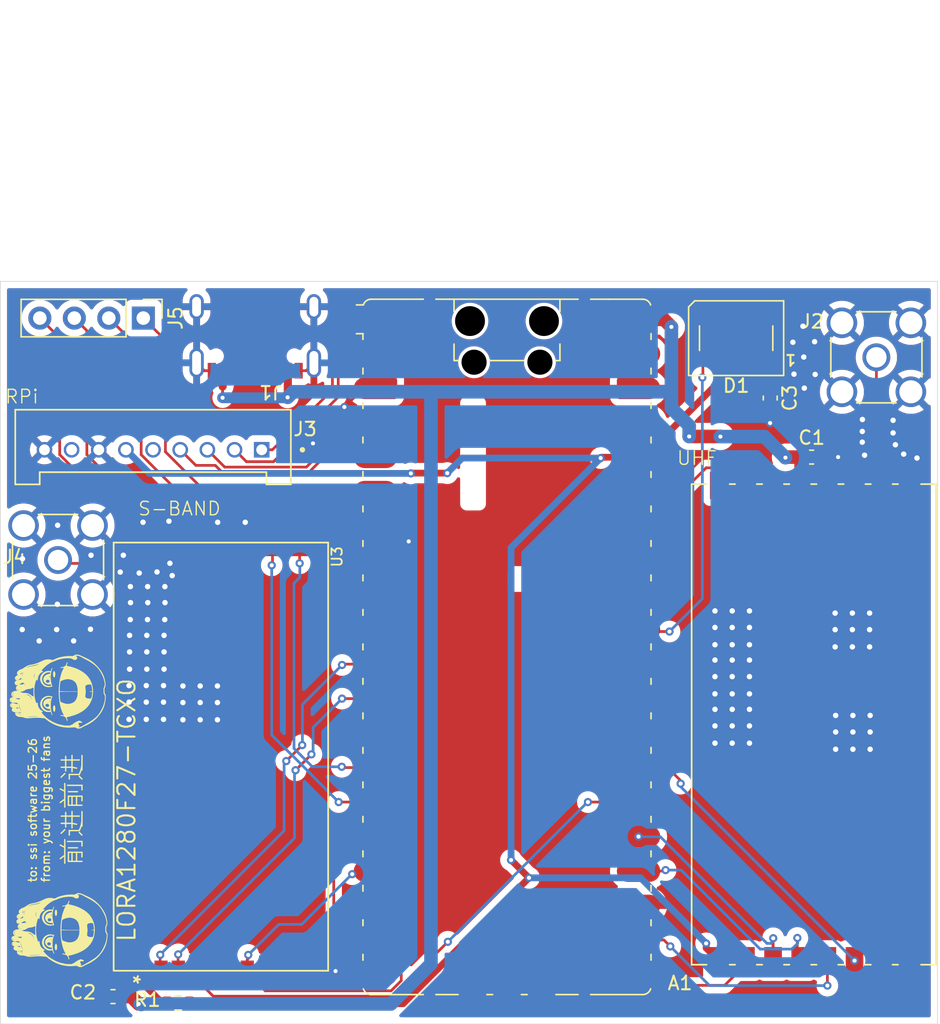
<source format=kicad_pcb>
(kicad_pcb (version 20241229) (generator "pcbnew") (generator_version "9.0")
  (layers (0 "F.Cu" signal) (4 "In1.Cu" signal) (6 "In2.Cu" signal) (2 "B.Cu" signal) (13 "F.Paste" user) (15 "B.Paste" user) (5 "F.SilkS" user "F.Silkscreen") (7 "B.SilkS" user "B.Silkscreen") (1 "F.Mask" user) (3 "B.Mask" user) (25 "Edge.Cuts" user))
  (net 0 "")
  (net 1 "UHF_SCLK")
  (net 2 "UHF_MOSI")
  (net 3 "TX")
  (net 4 "SBAND_BUSY")
  (net 7 "GND")
  (net 8 "UHF_MISO")
  (net 9 "RX")
  (net 10 "UHF_RST")
  (net 12 "SBAND_SCK")
  (net 13 "+5V")
  (net 14 "SBAND_RST")
  (net 15 "UHF_D0")
  (net 17 "UHF_CS")
  (net 18 "SBAND_CS")
  (net 19 "ENAB_RPI")
  (net 20 "SBAND_D1")
  (net 21 "SBAND_MISO")
  (net 23 "SBAND_MOSI")
  (net 28 "RPI_RST")
  (net 29 "Net-(J2-In)")
  (net 36 "Net-(J4-In)")
  (net 37 "+3V3")
  (net 38 "SBAND_TCXOEN")
  (net 45 "SBAND_RXEN")
  (net 46 "SBAND_TXEN")
  (net 48 "GPIO 7")
  (net 49 "GPIO 6")
  (net 50 "NEOPIXEL")
  (net 51 "RX_ACDS")
  (net 52 "TX_ACDS")
  (footprint "ssi_connector:USB_C_Receptacle_XKB_U262-161N-4BVC11" (layer "F.Cu") (at 143.095 54.025 180)
    (property "Reference" "J3")
    (property "Value" "USB_C_Receptacle_USB2.0_14P" (hide yes))
  )
  (footprint "Resistor_SMD:R_0603_1608Metric" (layer "F.Cu") (at 136.92 105.71 180)
    (property "Reference" "R1")
    (property "Value" "10k" (hide yes))
  )
  (footprint "Capacitor_SMD:C_0603_1608Metric" (layer "F.Cu") (at 180.53 61.15 -90)
    (property "Reference" "C3")
    (property "Value" "0.1uF" (hide yes))
  )
  (footprint "ssi_connector:SMA_Amphenol_901-144_horizontal" (layer "F.Cu") (at 128.07 73.08 180)
    (property "Reference" "J4")
    (property "Value" "Conn_Coaxial" (hide yes))
  )
  (footprint "Connector_PinHeader_2.54mm:PinHeader_1x04_P2.54mm_Vertical" (layer "F.Cu") (at 134.35 55.26 -90)
    (property "Reference" "J5")
    (property "Value" "Conn_01x04_Pin" (hide yes))
  )
  (footprint "ssi_connector:SMA_Amphenol_901-144_horizontal" (layer "F.Cu") (at 188.35 58.15)
    (property "Reference" "J2")
    (property "Value" "Conn_Coaxial" (hide yes))
  )
  (footprint "Module:RaspberryPi_Pico_SMD_HandSolder" (layer "F.Cu") (at 161.14 79.48)
    (property "Reference" "A1")
    (property "Value" "RaspberryPi_Pico" (hide yes))
  )
  (footprint "ssi_IC:RFM98PW" (layer "F.Cu") (at 183.74 85.19 90)
    (property "Reference" "U1" (hide yes))
    (property "Value" "RFM98PW" (hide yes))
  )
  (footprint "ssi_IC:LORA128XF27" (layer "F.Cu") (at 147.96675 71.795 -90)
    (property "Reference" "U3")
    (property "Value" "LORA1280F27-TCXO")
  )
  (footprint "ssi_connector:Molex_35362-0950" (layer "F.Cu") (at 143.07 64.96)
    (property "Reference" "J1")
    (property "Value" "35362-0950" (hide yes))
  )
  (footprint "MISC:FEETYUM" (layer "F.Cu") (at 184.74 81.81)
    (property "Reference" "REF**" (hide yes))
    (property "Value" "FEETYUM")
  )
  (footprint "Capacitor_SMD:C_0603_1608Metric" (layer "F.Cu") (at 132.12 105.24 180)
    (property "Reference" "C2")
    (property "Value" "0.1uF" (hide yes))
  )
  (footprint "Capacitor_SMD:C_0603_1608Metric" (layer "F.Cu") (at 183.58 65.5)
    (property "Reference" "C1")
    (property "Value" "0.1uF" (hide yes))
  )
  (footprint "LED_SMD:LED_WS2812B_PLCC4_5.0x5.0mm_P3.2mm" (layer "F.Cu") (at 178.02 56.74 180)
    (property "Reference" "D1")
    (property "Value" "1655")
  )
  (gr_poly (pts (xy 127.8305 101.57807) (xy 127.831395 101.55792) (xy 127.832977 101.537711) (xy 127.835219 101.517448) (xy 127.838094 101.497137) (xy 127.841576 101.476783) (xy 127.843748 101.466195) (xy 127.846305 101.455658) (xy 127.849205 101.445178) (xy 127.852409 101.434764) (xy 127.855877 101.424421) (xy 127.859568 101.414158) (xy 127.863442 101.403981) (xy 127.867459 101.393899) (xy 127.869069 101.390037) (xy 127.870775 101.386195) (xy 127.872593 101.382403) (xy 127.874541 101.378691) (xy 127.876636 101.375088) (xy 127.878897 101.371625) (xy 127.88134 101.36833) (xy 127.883984 101.365234) (xy 127.886845 101.362366) (xy 127.888363 101.361027) (xy 127.889942 101.359756) (xy 127.891585 101.358557) (xy 127.893292 101.357433) (xy 127.895067 101.356389) (xy 127.896913 101.355428) (xy 127.89883 101.354554) (xy 127.900821 101.35377) (xy 127.902889 101.353081) (xy 127.905035 101.352489) (xy 127.907262 101.351999) (xy 127.909572 101.351614) (xy 127.911967 101.351338) (xy 127.914449 101.351175) (xy 127.916757 101.351136) (xy 127.918988 101.351212) (xy 127.921145 101.3514) (xy 127.92323 101.351694) (xy 127.925246 101.35209) (xy 127.927196 101.352586) (xy 127.929082 101.353175) (xy 127.930907 101.353856) (xy 127.932673 101.354622) (xy 127.934384 101.355471) (xy 127.936041 101.356398) (xy 127.937648 101.357398) (xy 127.939207 101.358469) (xy 127.940721 101.359605) (xy 127.943622 101.362059) (xy 127.946373 101.364726) (xy 127.948994 101.367573) (xy 127.951508 101.370569) (xy 127.953934 101.373679) (xy 127.958607 101.380113) (xy 127.963182 101.386612) (xy 127.964017 101.387824) (xy 127.964821 101.389064) (xy 127.9656 101.390332) (xy 127.966357 101.391632) (xy 127.967829 101.394331) (xy 127.969277 101.397178) (xy 127.975623 101.410332) (xy 127.982072 101.432496) (xy 127.987602 101.454605) (xy 127.992232 101.476664) (xy 127.99598 101.498675) (xy 127.998867 101.520643) (xy 128.000911 101.542571) (xy 128.002132 101.564463) (xy 128.002549 101.586322) (xy 128.002182 101.608152) (xy 128.001049 101.629956) (xy 127.999169 101.651737) (xy 127.996563 101.6735) (xy 127.993249 101.695248) (xy 127.989247 101.716985) (xy 127.984575 101.738713) (xy 127.979254 101.760437) (xy 127.97854 101.763001) (xy 127.977738 101.765553) (xy 127.976853 101.768091) (xy 127.975891 101.770613) (xy 127.974855 101.773119) (xy 127.973752 101.775608) (xy 127.972587 101.778078) (xy 127.971365 101.780528) (xy 127.968772 101.785366) (xy 127.966014 101.790111) (xy 127.963135 101.794755) (xy 127.960176 101.799289) (xy 127.957764 101.802718) (xy 127.95526 101.805916) (xy 127.952671 101.808885) (xy 127.950005 101.811623) (xy 127.947269 101.814131) (xy 127.94447 101.816408) (xy 127.941616 101.818454) (xy 127.938714 101.82027) (xy 127.93577 101.821854) (xy 127.932793 101.823207) (xy 127.929789 101.824329) (xy 127.926766 101.825219) (xy 127.923732 101.825878) (xy 127.920693 101.826305) (xy 127.917656 101.8265) (xy 127.91463 101.826463) (xy 127.91162 101.826194) (xy 127.908636 101.825693) (xy 127.905683 101.82496) (xy 127.902769 101.823994) (xy 127.899901 101.822795) (xy 127.897087 101.821363) (xy 127.894334 101.819699) (xy 127.89165 101.817801) (xy 127.88904 101.815671) (xy 127.886514 101.813307) (xy 127.884077 101.810709) (xy 127.881738 101.807878) (xy 127.879503 101.804814) (xy 127.87738 101.801515) (xy 127.875377 101.797983) (xy 127.8735 101.794216) (xy 127.865102 101.775086) (xy 127.857681 101.755835) (xy 127.851211 101.736469) (xy 127.845666 101.716994) (xy 127.841017 101.697414) (xy 127.837241 101.677737) (xy 127.834309 101.657967) (xy 127.832195 101.638109) (xy 127.830873 101.61817) (xy 127.830317 101.598155)) (fill yes) (layer "F.SilkS"))
  (gr_poly (pts (xy 126.757531 83.6626) (xy 126.759404 83.632743) (xy 126.762788 83.603054) (xy 126.767669 83.573593) (xy 126.774038 83.544422) (xy 126.781881 83.515601) (xy 126.791186 83.487192) (xy 126.801943 83.459256) (xy 126.814138 83.431854) (xy 126.827761 83.405048) (xy 126.842798 83.378898) (xy 126.859239 83.353465) (xy 126.877071 83.328811) (xy 126.896283 83.304997) (xy 126.916862 83.282084) (xy 126.938796 83.260133) (xy 126.962075 83.239206) (xy 126.986685 83.219362) (xy 127.012615 83.200665) (xy 127.039854 83.183174) (xy 127.071015 83.165216) (xy 127.10241 83.148924) (xy 127.13404 83.134342) (xy 127.165906 83.121511) (xy 127.198008 83.110475) (xy 127.230348 83.101278) (xy 127.262925 83.093961) (xy 127.295742 83.088569) (xy 127.328799 83.085145) (xy 127.362097 83.083731) (xy 127.395636 83.08437) (xy 127.429419 83.087107) (xy 127.463444 83.091983) (xy 127.497715 83.099042) (xy 127.53223 83.108326) (xy 127.566992 83.11988) (xy 127.57012 83.120944) (xy 127.57321 83.121847) (xy 127.576266 83.122595) (xy 127.579288 83.123195) (xy 127.582279 83.123652) (xy 127.585241 83.123971) (xy 127.588176 83.12416) (xy 127.591087 83.124224) (xy 127.596841 83.123999) (xy 127.602521 83.123346) (xy 127.608144 83.12231) (xy 127.613725 83.12094) (xy 127.619282 83.119284) (xy 127.624831 83.117387) (xy 127.63039 83.115298) (xy 127.635973 83.113065) (xy 127.658897 83.103631) (xy 127.659384 83.109426) (xy 127.659512 83.115055) (xy 127.659311 83.120529) (xy 127.658809 83.125859) (xy 127.658038 83.131053) (xy 127.657026 83.136123) (xy 127.655804 83.141079) (xy 127.654401 83.145932) (xy 127.652849 83.150691) (xy 127.651175 83.155367) (xy 127.647586 83.164511) (xy 127.640275 83.182257) (xy 127.62359 83.226839) (xy 127.608565 83.271653) (xy 127.595137 83.316689) (xy 127.583243 83.361939) (xy 127.572821 83.407392) (xy 127.563808 83.45304) (xy 127.556142 83.498873) (xy 127.549759 83.544882) (xy 127.544598 83.591057) (xy 127.540595 83.637389) (xy 127.537688 83.683869) (xy 127.535814 83.730488) (xy 127.534917 83.824102) (xy 127.537401 83.918158) (xy 127.540887 83.980581) (xy 127.546198 84.042701) (xy 127.55359 84.104457) (xy 127.563318 84.165787) (xy 127.56914 84.196274) (xy 127.575641 84.226632) (xy 127.582856 84.256853) (xy 127.590815 84.286929) (xy 127.59955 84.316854) (xy 127.609095 84.346619) (xy 127.61948 84.376217) (xy 127.630739 84.405641) (xy 127.634525 84.41478) (xy 127.638512 84.423839) (xy 127.646864 84.441805) (xy 127.655339 84.459726) (xy 127.659481 84.468727) (xy 127.663483 84.477787) (xy 127.665237 84.481895) (xy 127.666087 84.484005) (xy 127.666877 84.486138) (xy 127.667577 84.488282) (xy 127.668154 84.490428) (xy 127.668577 84.492563) (xy 127.668721 84.493624) (xy 127.668814 84.494678) (xy 127.668853 84.495723) (xy 127.668834 84.49676) (xy 127.668753 84.497786) (xy 127.668606 84.498799) (xy 127.668389 84.499799) (xy 127.668098 84.500785) (xy 127.667729 84.501754) (xy 127.667279 84.502705) (xy 127.666742 84.503638) (xy 127.666116 84.50455) (xy 127.665397 84.50544) (xy 127.664579 84.506308) (xy 127.663661 84.507151) (xy 127.662637 84.507968) (xy 127.661504 84.508758) (xy 127.660257 84.509519) (xy 127.659124 84.510128) (xy 127.657996 84.510658) (xy 127.656874 84.511111) (xy 127.655757 84.511488) (xy 127.654646 84.511792) (xy 127.653542 84.512025) (xy 127.652445 84.51219) (xy 127.651356 84.512288) (xy 127.650275 84.512322) (xy 127.649202 84.512293) (xy 127.648138 84.512205) (xy 127.647083 84.512058) (xy 127.646038 84.511856) (xy 127.645003 84.511601) (xy 127.643979 84.511294) (xy 127.642966 84.510938) (xy 127.640975 84.510087) (xy 127.639034 84.509065) (xy 127.637146 84.50789) (xy 127.635315 84.506578) (xy 127.633545 84.505148) (xy 127.631838 84.503617) (xy 127.630199 84.502001) (xy 127.628632 84.500319) (xy 127.62735 84.498846) (xy 127.626105 84.497337) (xy 127.624895 84.495795) (xy 127.623718 84.494222) (xy 127.622571 84.492622) (xy 127.621451 84.490997) (xy 127.619284 84.487684) (xy 127.617199 84.484307) (xy 127.615174 84.480888) (xy 127.611228 84.47402) (xy 127.599951 84.453562) (xy 127.58936 84.432809) (xy 127.579451 84.411768) (xy 127.570223 84.390445) (xy 127.561674 84.368847) (xy 127.553801 84.34698) (xy 127.546602 84.324851) (xy 127.540076 84.302466) (xy 127.539176 84.299371) (xy 127.538217 84.296415) (xy 127.537199 84.293599) (xy 127.53612 84.290919) (xy 127.534981 84.288376) (xy 127.53378 84.285967) (xy 127.532515 84.283691) (xy 127.531188 84.281547) (xy 127.529796 84.279532) (xy 127.528339 84.277645) (xy 127.526816 84.275886) (xy 127.525226 84.274251) (xy 127.523569 84.272741) (xy 127.521844 84.271353) (xy 127.520049 84.270086) (xy 127.518185 84.268938) (xy 127.51625 84.267908) (xy 127.514243 84.266994) (xy 127.512164 84.266196) (xy 127.510012 84.26551) (xy 127.507786 84.264937) (xy 127.505486 84.264473) (xy 127.503109 84.264119) (xy 127.500657 84.263872) (xy 127.498127 84.26373) (xy 127.49552 84.263693) (xy 127.492833 84.263759) (xy 127.490068 84.263927) (xy 127.487221 84.264194) (xy 127.484294 84.264559) (xy 127.478193 84.265578) (xy 127.432657 84.272952) (xy 127.403867 84.275771) (xy 127.403867 84.177695) (xy 127.425066 84.176958) (xy 127.44645 84.175354) (xy 127.451944 84.174753) (xy 127.457262 84.173979) (xy 127.462372 84.172995) (xy 127.467235 84.171763) (xy 127.471817 84.170245) (xy 127.473992 84.169367) (xy 127.476083 84.168402) (xy 127.478086 84.167347) (xy 127.479996 84.166197) (xy 127.481809 84.164947) (xy 127.483521 84.163591) (xy 127.485127 84.162126) (xy 127.486622 84.160547) (xy 127.488002 84.158848) (xy 127.489264 84.157026) (xy 127.490401 84.155075) (xy 127.49141 84.15299) (xy 127.492286 84.150767) (xy 127.493025 84.148401) (xy 127.493623 84.145888) (xy 127.494074 84.143222) (xy 127.494375 84.140399) (xy 127.494521 84.137413) (xy 127.494508 84.134261) (xy 127.49433 84.130938) (xy 127.493984 84.127438) (xy 127.493466 84.123758) (xy 127.4921 84.115936) (xy 127.490604 84.108784) (xy 127.488941 84.102274) (xy 127.487078 84.096381) (xy 127.484977 84.091079) (xy 127.483827 84.088641) (xy 127.482869 84.086842) (xy 127.482869 83.528086) (xy 127.484831 83.527903) (xy 127.486564 83.52752) (xy 127.488083 83.52695) (xy 127.489403 83.526207) (xy 127.490537 83.525303) (xy 127.491501 83.524251) (xy 127.49231 83.523064) (xy 127.492977 83.521755) (xy 127.493518 83.520336) (xy 127.493946 83.51882) (xy 127.494277 83.51722) (xy 127.494526 83.51555) (xy 127.494706 83.513821) (xy 127.49492 83.510241) (xy 127.495172 83.502948) (xy 127.495444 83.499441) (xy 127.495667 83.497767) (xy 127.495968 83.496163) (xy 127.496361 83.494642) (xy 127.496861 83.493217) (xy 127.497483 83.491902) (xy 127.498241 83.490707) (xy 127.498682 83.490056) (xy 127.499071 83.489371) (xy 127.49941 83.488657) (xy 127.499698 83.487918) (xy 127.499934 83.487155) (xy 127.50012 83.486374) (xy 127.500255 83.485577) (xy 127.500339 83.484768) (xy 127.500372 83.483951) (xy 127.500355 83.483129) (xy 127.500286 83.482305) (xy 127.500167 83.481484) (xy 127.499998 83.480668) (xy 127.499777 83.479862) (xy 127.499506 83.479068) (xy 127.499185 83.478291) (xy 127.498813 83.477533) (xy 127.49839 83.476798) (xy 127.497917 83.47609) (xy 127.497393 83.475413) (xy 127.496819 83.474769) (xy 127.496195 83.474163) (xy 127.495521 83.473598) (xy 127.494796 83.473077) (xy 127.49402 83.472603) (xy 127.493195 83.472182) (xy 127.492319 83.471815) (xy 127.491394 83.471507) (xy 127.490418 83.47126) (xy 127.489392 83.471079) (xy 127.488315 83.470967) (xy 127.487189 83.470928) (xy 127.485554 83.470971) (xy 127.483996 83.471104) (xy 127.482513 83.471324) (xy 127.481103 83.471626) (xy 127.479762 83.472008) (xy 127.478488 83.472466) (xy 127.477278 83.472997) (xy 127.47613 83.473597) (xy 127.475041 83.474263) (xy 127.474009 83.474991) (xy 127.473029 83.475778) (xy 127.472101 83.476621) (xy 127.471221 83.477515) (xy 127.470387 83.478459) (xy 127.469595 83.479448) (xy 127.468844 83.480479) (xy 127.46813 83.481548) (xy 127.467451 83.482652) (xy 127.466188 83.484951) (xy 127.465031 83.487349) (xy 127.46396 83.489819) (xy 127.462954 83.492333) (xy 127.461991 83.494863) (xy 127.460109 83.499864) (xy 127.459845 83.500603) (xy 127.459626 83.501338) (xy 127.45945 83.502071) (xy 127.459316 83.502802) (xy 127.459224 83.503532) (xy 127.459173 83.504262) (xy 127.459161 83.504992) (xy 127.459189 83.505723) (xy 127.459254 83.506456) (xy 127.459356 83.507192) (xy 127.459494 83.507931) (xy 127.459668 83.508675) (xy 127.459875 83.509423) (xy 127.460116 83.510177) (xy 127.460695 83.511705) (xy 127.461396 83.513264) (xy 127.462212 83.514861) (xy 127.463136 83.516502) (xy 127.46416 83.518191) (xy 127.465278 83.519936) (xy 127.466482 83.521743) (xy 127.469117 83.525563) (xy 127.472442 83.526569) (xy 127.475465 83.527312) (xy 127.478201 83.527804) (xy 127.480664 83.528057) (xy 127.482869 83.528086) (xy 127.482869 84.086842) (xy 127.482604 84.086342) (xy 127.481304 84.084178) (xy 127.479922 84.082146) (xy 127.478455 84.080242) (xy 127.476897 84.078463) (xy 127.475245 84.076806) (xy 127.473493 84.075269) (xy 127.471637 84.073847) (xy 127.469674 84.072537) (xy 127.467598 84.071336) (xy 127.465404 84.070242) (xy 127.46309 84.06925) (xy 127.460649 84.068358) (xy 127.458078 84.067562) (xy 127.455372 84.06686) (xy 127.449539 84.065721) (xy 127.443113 84.064916) (xy 127.436059 84.06442) (xy 127.408973 84.062522) (xy 127.38245 84.05943) (xy 127.356493 84.055142) (xy 127.331104 84.049656) (xy 127.306287 84.04297) (xy 127.283206 84.03546) (xy 127.283206 83.901114) (xy 127.288236 83.900956) (xy 127.293219 83.900586) (xy 127.298144 83.899999) (xy 127.309341 83.898045) (xy 127.320109 83.895448) (xy 127.330415 83.892236) (xy 127.340226 83.888439) (xy 127.349508 83.884083) (xy 127.358228 83.879198) (xy 127.366352 83.873812) (xy 127.373848 83.867953) (xy 127.380681 83.86165) (xy 127.386818 83.854931) (xy 127.392225 83.847824) (xy 127.394645 83.844135) (xy 127.39687 83.840359) (xy 127.398896 83.8365) (xy 127.400718 83.832563) (xy 127.402333 83.828549) (xy 127.403737 83.824464) (xy 127.404925 83.82031) (xy 127.405892 83.816091) (xy 127.406636 83.811811) (xy 127.407151 83.807473) (xy 127.407548 83.801939) (xy 127.40772 83.796473) (xy 127.40767 83.791079) (xy 127.407398 83.78576) (xy 127.406905 83.780519) (xy 127.406195 83.775361) (xy 127.405267 83.770288) (xy 127.404125 83.765304) (xy 127.402768 83.760413) (xy 127.401199 83.755617) (xy 127.399419 83.750921) (xy 127.397431 83.746327) (xy 127.395234 83.741839) (xy 127.392831 83.737461) (xy 127.390224 83.733196) (xy 127.387414 83.729047) (xy 127.384402 83.725019) (xy 127.38119 83.721113) (xy 127.37778 83.717334) (xy 127.374173 83.713685) (xy 127.370371 83.71017) (xy 127.366374 83.706791) (xy 127.362186 83.703554) (xy 127.357806 83.70046) (xy 127.353238 83.697513) (xy 127.348481 83.694717) (xy 127.343539 83.692075) (xy 127.338412 83.689591) (xy 127.333102 83.687267) (xy 127.32761 83.685108) (xy 127.321938 83.683117) (xy 127.316088 83.681298) (xy 127.306303 83.67869) (xy 127.296578 83.676609) (xy 127.286916 83.675079) (xy 127.277318 83.674122) (xy 127.267787 83.673761) (xy 127.258324 83.674018) (xy 127.248931 83.674917) (xy 127.23961 83.676479) (xy 127.230363 83.67873) (xy 127.221191 83.681689) (xy 127.212098 83.685382) (xy 127.203084 83.68983) (xy 127.194152 83.695057) (xy 127.185303 83.701084) (xy 127.176539 83.707936) (xy 127.167863 83.715634) (xy 127.162057 83.723501) (xy 127.156932 83.731188) (xy 127.152485 83.738717) (xy 127.148715 83.746109) (xy 127.145618 83.753385) (xy 127.143192 83.760566) (xy 127.14223 83.764128) (xy 127.141436 83.767675) (xy 127.140808 83.771208) (xy 127.140346 83.774731) (xy 127.14005 83.778246) (xy 127.139921 83.781757) (xy 127.139957 83.785265) (xy 127.140158 83.788773) (xy 127.140524 83.792285) (xy 127.141055 83.795802) (xy 127.14175 83.799328) (xy 127.14261 83.802864) (xy 127.14482 83.809981) (xy 127.147683 83.817174) (xy 127.151197 83.824464) (xy 127.155359 83.831872) (xy 127.158014 83.836076) (xy 127.160871 83.840187) (xy 127.163923 83.844201) (xy 127.167161 83.848115) (xy 127.170577 83.851924) (xy 127.174161 83.855624) (xy 127.177906 83.859211) (xy 127.181801 83.86268) (xy 127.185839 83.866028) (xy 127.190012 83.86925) (xy 127.198723 83.875302) (xy 127.207867 83.880802) (xy 127.217373 83.885716) (xy 127.227172 83.890013) (xy 127.237195 83.893658) (xy 127.247372 83.896619) (xy 127.252497 83.897832) (xy 127.257634 83.898862) (xy 127.262776 83.899704) (xy 127.267912 83.900355) (xy 127.273035 83.900809) (xy 127.278136 83.901064) (xy 127.283206 83.901114) (xy 127.283206 84.03546) (xy 127.282045 84.035082) (xy 127.25838 84.025991) (xy 127.235295 84.015693) (xy 127.212794 84.004189) (xy 127.190879 83.991474) (xy 127.169553 83.977549) (xy 127.14882 83.962409) (xy 127.128681 83.946055) (xy 127.109141 83.928483) (xy 127.090201 83.909692) (xy 127.071866 83.889679) (xy 127.062375 83.878369) (xy 127.053425 83.866777) (xy 127.045019 83.85492) (xy 127.037158 83.842815) (xy 127.029843 83.830479) (xy 127.023075 83.817927) (xy 127.011188 83.792247) (xy 127.001508 83.765908) (xy 126.994046 83.739044) (xy 126.988813 83.711786) (xy 126.985822 83.68427) (xy 126.985082 83.656628) (xy 126.986606 83.628994) (xy 126.990404 83.601501) (xy 126.996489 83.574282) (xy 127.000392 83.560818) (xy 127.004871 83.547472) (xy 127.009927 83.534261) (xy 127.015561 83.521202) (xy 127.021776 83.508312) (xy 127.028571 83.495607) (xy 127.03595 83.483104) (xy 127.043913 83.47082) (xy 127.053103 83.457729) (xy 127.062551 83.445167) (xy 127.072254 83.433126) (xy 127.08221 83.4216) (xy 127.092417 83.410583) (xy 127.102873 83.400067) (xy 127.113575 83.390047) (xy 127.124522 83.380516) (xy 127.13571 83.371468) (xy 127.147139 83.362896) (xy 127.158804 83.354794) (xy 127.170705 83.347154) (xy 127.18284 83.339972) (xy 127.195205 83.33324) (xy 127.207798 83.326951) (xy 127.220618 83.3211) (xy 127.233662 83.31568) (xy 127.246928 83.310684) (xy 127.274117 83.30194) (xy 127.302167 83.294815) (xy 127.33106 83.289259) (xy 127.360779 83.285219) (xy 127.391305 83.282643) (xy 127.42262 83.281481) (xy 127.454707 83.28168) (xy 127.482426 83.283205) (xy 127.496272 83.28409) (xy 127.503183 83.28465) (xy 127.510081 83.285321) (xy 127.514317 83.285658) (xy 127.518271 83.285742) (xy 127.521956 83.285585) (xy 127.525383 83.285197) (xy 127.528563 83.284589) (xy 127.531507 83.283772) (xy 127.534226 83.282756) (xy 127.536732 83.281553) (xy 127.539037 83.280174) (xy 127.54115 83.278628) (xy 127.543084 83.276927) (xy 127.54485 83.275083) (xy 127.546459 83.273104) (xy 127.547922 83.271004) (xy 127.549251 83.268791) (xy 127.550456 83.266478) (xy 127.55155 83.264074) (xy 127.552542 83.261591) (xy 127.554271 83.256431) (xy 127.555731 83.251085) (xy 127.557014 83.245637) (xy 127.559406 83.234787) (xy 127.560696 83.229558) (xy 127.562167 83.224575) (xy 127.563017 83.221731) (xy 127.563643 83.219047) (xy 127.564055 83.216517) (xy 127.564262 83.214136) (xy 127.564273 83.211899) (xy 127.564098 83.209801) (xy 127.563745 83.207836) (xy 127.563223 83.205999) (xy 127.562543 83.204285) (xy 127.561713 83.202688) (xy 127.560742 83.201204) (xy 127.559639 83.199828) (xy 127.558414 83.198553) (xy 127.557076 83.197375) (xy 127.555634 83.196288) (xy 127.554098 83.195288) (xy 127.552476 83.194368) (xy 127.550777 83.193525) (xy 127.549011 83.192752) (xy 127.547188 83.192044) (xy 127.543403 83.190804) (xy 127.539497 83.189761) (xy 127.535542 83.188876) (xy 127.531613 83.188104) (xy 127.524126 83.186738) (xy 127.50559 83.183487) (xy 127.487063 83.180716) (xy 127.468551 83.178448) (xy 127.450059 83.176705) (xy 127.431591 83.17551) (xy 127.413152 83.174887) (xy 127.394748 83.174857) (xy 127.376384 83.175443) (xy 127.358064 83.176669) (xy 127.339795 83.178557) (xy 127.321579 83.18113) (xy 127.303424 83.184411) (xy 127.285333 83.188422) (xy 127.267312 83.193186) (xy 127.249366 83.198725) (xy 127.2315 83.205064) (xy 127.197269 83.219159) (xy 127.164841 83.234843) (xy 127.134225 83.252095) (xy 127.105432 83.270895) (xy 127.078469 83.291223) (xy 127.053346 83.313059) (xy 127.030072 83.336383) (xy 127.008657 83.361174) (xy 126.989108 83.387413) (xy 126.971435 83.41508) (xy 126.955647 83.444154) (xy 126.941754 83.474615) (xy 126.929763 83.506443) (xy 126.919685 83.539619) (xy 126.911528 83.574121) (xy 126.905301 83.60993) (xy 126.901058 83.648013) (xy 126.899433 83.685111) (xy 126.900388 83.721216) (xy 126.903886 83.756318) (xy 126.909888 83.790408) (xy 126.918357 83.823478) (xy 126.929255 83.855518) (xy 126.942546 83.886519) (xy 126.958191 83.916472) (xy 126.976152 83.945367) (xy 126.996392 83.973196) (xy 127.018874 83.999949) (xy 127.043559 84.025617) (xy 127.070411 84.050192) (xy 127.099391 84.073664) (xy 127.130462 84.096023) (xy 127.148325 84.107608) (xy 127.166474 84.118301) (xy 127.1849 84.128103) (xy 127.203597 84.137017) (xy 127.222557 84.145044) (xy 127.241773 84.152187) (xy 127.261239 84.158446) (xy 127.280946 84.163824) (xy 127.300888 84.168323) (xy 127.321057 84.171945) (xy 127.341447 84.174691) (xy 127.36205 84.176564) (xy 127.382859 84.177564) (xy 127.403867 84.177695) (xy 127.403867 84.275771) (xy 127.388241 84.277302) (xy 127.344932 84.278659) (xy 127.302715 84.277056) (xy 127.261576 84.272523) (xy 127.2215 84.26509) (xy 127.182473 84.25479) (xy 127.14448 84.241652) (xy 127.107507 84.225708) (xy 127.071539 84.206989) (xy 127.036562 84.185526) (xy 127.002561 84.16135) (xy 126.969522 84.134491) (xy 126.937431 84.104981) (xy 126.906273 84.072851) (xy 126.876033 84.038132) (xy 126.857189 84.011666) (xy 126.84001 83.984572) (xy 126.824485 83.956911) (xy 126.8106 83.928746) (xy 126.798345 83.900135) (xy 126.787708 83.871142) (xy 126.778675 83.841827) (xy 126.771237 83.812251) (xy 126.76538 83.782476) (xy 126.761093 83.752562) (xy 126.758363 83.72257) (xy 126.75718 83.692563)) (fill yes) (layer "F.SilkS"))
  (gr_poly (pts (xy 128.121218 82.636869) (xy 128.124845 82.535951) (xy 128.130346 82.435186) (xy 128.137796 82.334578) (xy 128.147267 82.23413) (xy 128.158834 82.133847) (xy 128.17257 82.033732) (xy 128.188547 81.933789) (xy 128.207127 81.833658) (xy 128.228475 81.734407) (xy 128.252733 81.636068) (xy 128.280044 81.538674) (xy 128.31055 81.442256) (xy 128.344393 81.346849) (xy 128.381716 81.252484) (xy 128.422661 81.159195) (xy 128.42701 81.150095) (xy 128.431579 81.14109) (xy 128.441224 81.123243) (xy 128.461475 81.087341) (xy 128.471472 81.068796) (xy 128.476306 81.059268) (xy 128.480979 81.049529) (xy 128.485453 81.039547) (xy 128.489691 81.029292) (xy 128.493653 81.018734) (xy 128.497303 81.007842) (xy 128.40909 81.027241) (xy 128.398334 81.029212) (xy 128.387597 81.030923) (xy 128.376865 81.032324) (xy 128.366127 81.033369) (xy 128.35537 81.034008) (xy 128.344582 81.034195) (xy 128.33375 81.03388) (xy 128.322862 81.033017) (xy 128.315969 81.032427) (xy 128.309048 81.032052) (xy 128.295176 81.031587) (xy 128.288251 81.031316) (xy 128.281353 81.0309) (xy 128.274494 81.030249) (xy 128.271083 81.029807) (xy 128.267688 81.029273) (xy 128.265282 81.028812) (xy 128.262863 81.028249) (xy 128.260455 81.027573) (xy 128.258085 81.026775) (xy 128.255778 81.025845) (xy 128.253559 81.024774) (xy 128.251453 81.023552) (xy 128.250451 81.022881) (xy 128.249487 81.022169) (xy 128.248564 81.021414) (xy 128.247685 81.020616) (xy 128.246854 81.019772) (xy 128.246073 81.018883) (xy 128.245346 81.017946) (xy 128.244676 81.01696) (xy 128.244067 81.015924) (xy 128.24352 81.014838) (xy 128.243041 81.013699) (xy 128.242631 81.012507) (xy 128.242293 81.01126) (xy 128.242032 81.009957) (xy 128.241851 81.008597) (xy 128.241751 81.007179) (xy 128.241738 81.005701) (xy 128.241813 81.004163) (xy 128.241962 81.002715) (xy 128.242179 81.001326) (xy 128.242463 80.999996) (xy 128.242812 80.998723) (xy 128.243223 80.997506) (xy 128.243694 80.996344) (xy 128.244223 80.995234) (xy 128.244808 80.994177) (xy 128.245447 80.993171) (xy 128.246137 80.992215) (xy 128.246877 80.991307) (xy 128.247664 80.990446) (xy 128.248496 80.98963) (xy 128.249372 80.98886) (xy 128.250288 80.988133) (xy 128.251244 80.987448) (xy 128.252236 80.986803) (xy 128.253262 80.986199) (xy 128.254321 80.985633) (xy 128.25541 80.985103) (xy 128.257671 80.984152) (xy 128.260027 80.983333) (xy 128.262461 80.982638) (xy 128.264957 80.982057) (xy 128.267497 80.981579) (xy 128.270064 80.981194) (xy 128.30443 80.976982) (xy 128.338837 80.973038) (xy 128.373183 80.968759) (xy 128.390302 80.966305) (xy 128.407367 80.963541) (xy 128.435918 80.957572) (xy 128.463399 80.949749) (xy 128.48976 80.940123) (xy 128.51495 80.928746) (xy 128.538921 80.91567) (xy 128.561622 80.900945) (xy 128.583004 80.884624) (xy 128.603016 80.866758) (xy 128.621609 80.847399) (xy 128.638732 80.826598) (xy 128.654336 80.804407) (xy 128.668371 80.780877) (xy 128.680787 80.756061) (xy 128.691534 80.730009) (xy 128.700562 80.702773) (xy 128.707821 80.674405) (xy 128.709574 80.666677) (xy 128.710503 80.662821) (xy 128.711479 80.658977) (xy 128.712508 80.655149) (xy 128.7136 80.651342) (xy 128.714763 80.64756) (xy 128.716005 80.643808) (xy 128.718166 80.637575) (xy 128.719319 80.634446) (xy 128.720551 80.631364) (xy 128.721884 80.628368) (xy 128.723342 80.625499) (xy 128.724946 80.622799) (xy 128.72672 80.620308) (xy 128.727678 80.619153) (xy 128.728687 80.618066) (xy 128.72975 80.617052) (xy 128.730869 80.616116) (xy 128.732048 80.615262) (xy 128.73329 80.614496) (xy 128.734596 80.613823) (xy 128.735971 80.613248) (xy 128.737417 80.612777) (xy 128.738936 80.612413) (xy 128.740532 80.612164) (xy 128.742208 80.612032) (xy 128.743966 80.612024) (xy 128.745809 80.612145) (xy 128.74774 80.6124) (xy 128.749762 80.612793) (xy 128.751593 80.613258) (xy 128.753326 80.613806) (xy 128.754965 80.614434) (xy 128.756512 80.61514) (xy 128.757968 80.61592) (xy 128.759337 80.616772) (xy 128.76062 80.617692) (xy 128.76182 80.618678) (xy 128.762939 80.619727) (xy 128.763979 80.620836) (xy 128.764944 80.622002) (xy 128.765834 80.623223) (xy 128.766652 80.624494) (xy 128.767401 80.625814) (xy 128.768083 80.627179) (xy 128.7687 80.628587) (xy 128.769254 80.630034) (xy 128.769749 80.631518) (xy 128.770185 80.633036) (xy 128.770566 80.634585) (xy 128.770894 80.636162) (xy 128.771171 80.637764) (xy 128.771399 80.639388) (xy 128.771581 80.641032) (xy 128.771815 80.644365) (xy 128.77189 80.64774) (xy 128.771827 80.651135) (xy 128.771643 80.654525) (xy 128.770848 80.663529) (xy 128.769751 80.672445) (xy 128.768366 80.681278) (xy 128.766709 80.690031) (xy 128.764792 80.698709) (xy 128.762632 80.707315) (xy 128.760242 80.715854) (xy 128.757638 80.72433) (xy 128.754833 80.732747) (xy 128.751842 80.741108) (xy 128.745361 80.75768) (xy 128.738312 80.77408) (xy 128.730811 80.79034) (xy 128.72245 80.808341) (xy 128.720319 80.81282) (xy 128.71813 80.817266) (xy 128.715863 80.821669) (xy 128.713499 80.826016) (xy 128.712039 80.828718) (xy 128.710736 80.831339) (xy 128.709588 80.833881) (xy 128.708593 80.836344) (xy 128.707752 80.838729) (xy 128.707061 80.841036) (xy 128.706522 80.843266) (xy 128.706131 80.84542) (xy 128.705888 80.847497) (xy 128.705792 80.849499) (xy 128.705841 80.851426) (xy 128.706035 80.853279) (xy 128.706373 80.855058) (xy 128.706852 80.856764) (xy 128.707472 80.858397) (xy 128.708232 80.859958) (xy 128.70913 80.861448) (xy 128.710166 80.862867) (xy 128.711338 80.864215) (xy 128.712645 80.865494) (xy 128.714085 80.866704) (xy 128.715659 80.867845) (xy 128.717363 80.868918) (xy 128.719198 80.869923) (xy 128.721163 80.870862) (xy 128.723255 80.871734) (xy 128.725474 80.872541) (xy 128.727818 80.873282) (xy 128.730287 80.873959) (xy 128.732879 80.874571) (xy 128.738428 80.875607) (xy 128.769207 80.880949) (xy 128.799786 80.887141) (xy 128.830209 80.893998) (xy 128.860519 80.901336) (xy 128.98151 80.931796) (xy 129.043614 80.947282) (xy 129.10517 80.964049) (xy 129.166171 80.982102) (xy 129.226613 81.001444) (xy 129.286491 81.022082) (xy 129.345799 81.04402) (xy 129.404532 81.067262) (xy 129.462684 81.091814) (xy 129.520251 81.11768) (xy 129.577228 81.144865) (xy 129.633608 81.173374) (xy 129.689387 81.203211) (xy 129.74456 81.234382) (xy 129.799121 81.26689) (xy 129.853065 81.300742) (xy 129.906386 81.33594) (xy 129.958982 81.372849) (xy 130.00984 81.411222) (xy 130.058944 81.45107) (xy 130.106278 81.492399) (xy 130.151824 81.535218) (xy 130.195566 81.579535) (xy 130.237487 81.625358) (xy 130.27757 81.672696) (xy 130.315798 81.721557) (xy 130.352156 81.771949) (xy 130.386625 81.82388) (xy 130.41919 81.877358) (xy 130.449833 81.932392) (xy 130.478537 81.98899) (xy 130.505287 82.04716) (xy 130.530065 82.10691) (xy 130.539267 82.131053) (xy 130.548004 82.155352) (xy 130.556339 82.179833) (xy 130.564341 82.204524) (xy 130.572074 82.229451) (xy 130.579605 82.254642) (xy 130.594324 82.30592) (xy 130.603992 82.348335) (xy 130.612661 82.390725) (xy 130.620341 82.433096) (xy 130.627045 82.475456) (xy 130.632783 82.517812) (xy 130.637567 82.560172) (xy 130.641407 82.602544) (xy 130.644314 82.644933) (xy 130.6463 82.687349) (xy 130.647375 82.729797) (xy 130.646838 82.814823) (xy 130.642793 82.90007) (xy 130.635327 82.985597) (xy 130.630548 83.025954) (xy 130.624857 83.066008) (xy 130.618259 83.105761) (xy 130.610754 83.145217) (xy 130.602345 83.184376) (xy 130.593035 83.223241) (xy 130.582826 83.261813) (xy 130.57172 83.300094) (xy 130.559718 83.338087) (xy 130.546825 83.375793) (xy 130.53304 83.413215) (xy 130.518368 83.450353) (xy 130.50281 83.487211) (xy 130.486368 83.52379) (xy 130.469045 83.560092) (xy 130.450843 83.596118) (xy 130.421209 83.650506) (xy 130.389753 83.703146) (xy 130.366807 83.738309) (xy 130.366807 83.284058) (xy 130.386739 83.283464) (xy 130.40674 83.282319) (xy 130.426802 83.280688) (xy 130.467076 83.276225) (xy 130.472415 83.275377) (xy 130.477511 83.274221) (xy 130.482363 83.27276) (xy 130.486973 83.270998) (xy 130.49134 83.268937) (xy 130.495463 83.266579) (xy 130.499342 83.263927) (xy 130.502977 83.260984) (xy 130.506368 83.257751) (xy 130.509515 83.254233) (xy 130.512416 83.25043) (xy 130.515073 83.246347) (xy 130.517485 83.241985) (xy 130.519651 83.237347) (xy 130.521571 83.232436) (xy 130.523246 83.227254) (xy 130.530152 83.202541) (xy 130.536487 83.177747) (xy 130.547552 83.127934) (xy 130.55665 83.077844) (xy 130.563992 83.027507) (xy 130.569786 82.976952) (xy 130.574242 82.92621) (xy 130.577571 82.875309) (xy 130.579983 82.82428) (xy 130.580033 82.819534) (xy 130.579949 82.817281) (xy 130.579791 82.815109) (xy 130.579558 82.813017) (xy 130.57925 82.811005) (xy 130.578865 82.809074) (xy 130.578403 82.807222) (xy 130.577863 82.80545) (xy 130.577244 82.803758) (xy 130.576546 82.802145) (xy 130.575767 82.800613) (xy 130.574906 82.79916) (xy 130.573963 82.797786) (xy 130.572938 82.796492) (xy 130.571828 82.795278) (xy 130.570634 82.794142) (xy 130.569354 82.793087) (xy 130.567988 82.79211) (xy 130.566535 82.791212) (xy 130.564994 82.790394) (xy 130.563364 82.789654) (xy 130.561644 82.788994) (xy 130.559834 82.788412) (xy 130.557933 82.78791) (xy 130.555939 82.787485) (xy 130.553853 82.78714) (xy 130.551673 82.786873) (xy 130.549398 82.786685) (xy 130.547028 82.786575) (xy 130.544562 82.786544) (xy 130.541998 82.786591) (xy 130.528628 82.78691) (xy 130.51525 82.787012) (xy 130.488477 82.786719) (xy 130.434923 82.785214) (xy 130.432586 82.785198) (xy 130.430201 82.785248) (xy 130.425346 82.785361) (xy 130.422903 82.785333) (xy 130.420471 82.785185) (xy 130.418062 82.784874) (xy 130.416871 82.784642) (xy 130.415692 82.784351) (xy 130.414525 82.783996) (xy 130.413374 82.783571) (xy 130.41224 82.783071) (xy 130.411124 82.782489) (xy 130.410028 82.781819) (xy 130.408955 82.781056) (xy 130.407905 82.780195) (xy 130.406882 82.779229) (xy 130.405886 82.778152) (xy 130.404919 82.776959) (xy 130.403984 82.775644) (xy 130.403081 82.774202) (xy 130.402213 82.772626) (xy 130.401382 82.77091) (xy 130.400589 82.76905) (xy 130.399837 82.767039) (xy 130.407586 82.764487) (xy 130.415352 82.76219) (xy 130.423135 82.760137) (xy 130.430936 82.758317) (xy 130.438754 82.75672) (xy 130.446588 82.755336) (xy 130.454439 82.754153) (xy 130.462307 82.753162) (xy 130.470191 82.752352) (xy 130.478092 82.751712) (xy 130.493941 82.750901) (xy 130.509853 82.750646) (xy 130.525828 82.750863) (xy 130.543612 82.751195) (xy 130.550884 82.751097) (xy 130.557166 82.750722) (xy 130.559956 82.750406) (xy 130.562525 82.749992) (xy 130.564879 82.749471) (xy 130.567028 82.748832) (xy 130.568979 82.748067) (xy 130.570743 82.747166) (xy 130.572325 82.746119) (xy 130.573736 82.744916) (xy 130.574984 82.743549) (xy 130.576077 82.742008) (xy 130.577022 82.740282) (xy 130.57783 82.738364) (xy 130.578508 82.736242) (xy 130.579065 82.733908) (xy 130.579509 82.731351) (xy 130.579848 82.728564) (xy 130.580247 82.722255) (xy 130.580328 82.714906) (xy 130.58016 82.70644) (xy 130.57981 82.696781) (xy 130.5775 82.650741) (xy 130.574277 82.60482) (xy 130.570058 82.559026) (xy 130.564759 82.513364) (xy 130.558298 82.467843) (xy 130.550592 82.422469) (xy 130.541557 82.377251) (xy 130.531111 82.332194) (xy 130.528948 82.324123) (xy 130.526542 82.316448) (xy 130.523858 82.309179) (xy 130.520857 82.302324) (xy 130.517504 82.295895) (xy 130.515683 82.292843) (xy 130.513761 82.289901) (xy 130.511731 82.287069) (xy 130.509591 82.28435) (xy 130.507334 82.281745) (xy 130.504957 82.279254) (xy 130.502455 82.27688) (xy 130.499823 82.274622) (xy 130.497057 82.272483) (xy 130.494152 82.270463) (xy 130.491103 82.268565) (xy 130.487906 82.266788) (xy 130.484556 82.265135) (xy 130.481049 82.263606) (xy 130.47738 82.262202) (xy 130.473544 82.260926) (xy 130.469537 82.259778) (xy 130.465354 82.258759) (xy 130.46099 82.257871) (xy 130.456441 82.257114) (xy 130.451703 82.25649) (xy 130.44677 82.256001) (xy 130.38241 82.254114) (xy 130.350337 82.254068) (xy 130.334342 82.254474) (xy 130.31838 82.255243) (xy 130.302455 82.256433) (xy 130.286572 82.258103) (xy 130.270734 82.26031) (xy 130.254946 82.263113) (xy 130.239212 82.26657) (xy 130.223537 82.27074) (xy 130.207923 82.27568) (xy 130.192377 82.281449) (xy 130.185012 82.28452) (xy 130.177896 82.287744) (xy 130.171032 82.29112) (xy 130.164418 82.29465) (xy 130.158056 82.298332) (xy 130.151947 82.302168) (xy 130.14609 82.306156) (xy 130.140488 82.310297) (xy 130.13514 82.314591) (xy 130.130047 82.319038) (xy 130.12521 82.323637) (xy 130.120629 82.32839) (xy 130.116306 82.333295) (xy 130.11224 82.338353) (xy 130.108433 82.343564) (xy 130.104885 82.348928) (xy 130.101597 82.354445) (xy 130.098569 82.360114) (xy 130.095803 82.365936) (xy 130.093298 82.371911) (xy 130.091056 82.378039) (xy 130.089077 82.38432) (xy 130.087362 82.390754) (xy 130.085912 82.39734) (xy 130.084726 82.404079) (xy 130.083807 82.410971) (xy 130.083154 82.418016) (xy 130.082768 82.425214) (xy 130.082651 82.432564) (xy 130.082802 82.440067) (xy 130.083222 82.447723) (xy 130.083912 82.455532) (xy 130.096716 82.577681) (xy 130.102882 82.638779) (xy 130.108665 82.699911) (xy 130.110449 82.724544) (xy 130.111393 82.749124) (xy 130.111578 82.773656) (xy 130.111084 82.798145) (xy 130.108384 82.847013) (xy 130.103944 82.89577) (xy 130.092435 82.99311) (xy 130.086663 83.041775) (xy 130.081746 83.090489) (xy 130.080983 83.102656) (xy 130.080875 83.114388) (xy 130.081434 83.125688) (xy 130.082671 83.136563) (xy 130.084597 83.147017) (xy 130.087224 83.157056) (xy 130.090563 83.166685) (xy 130.094627 83.175909) (xy 130.099426 83.184734) (xy 130.104973 83.193164) (xy 130.111278 83.201204) (xy 130.118354 83.20886) (xy 130.126211 83.216138) (xy 130.134862 83.223041) (xy 130.144318 83.229576) (xy 130.15459 83.235747) (xy 130.173193 83.245479) (xy 130.19196 83.253949) (xy 130.210881 83.261222) (xy 130.229949 83.267362) (xy 130.249155 83.272434) (xy 130.26849 83.276503) (xy 130.287946 83.279632) (xy 130.307514 83.281888) (xy 130.327186 83.283335) (xy 130.346953 83.284036) (xy 130.366807 83.284058) (xy 130.366807 83.738309) (xy 130.356517 83.754077) (xy 130.321543 83.803334) (xy 130.284875 83.850954) (xy 130.246554 83.896974) (xy 130.206622 83.941429) (xy 130.165124 83.984358) (xy 130.1221 84.025795) (xy 130.077593 84.065779) (xy 130.031647 84.104344) (xy 129.984303 84.141529) (xy 129.935604 84.177369) (xy 129.885592 84.211902) (xy 129.83431 84.245163) (xy 129.781801 84.277189) (xy 129.718965 84.31334) (xy 129.655339 84.347862) (xy 129.590912 84.380688) (xy 129.525674 84.411753) (xy 129.459614 84.440991) (xy 129.392722 84.468334) (xy 129.324986 84.493718) (xy 129.256397 84.517076) (xy 129.128942 84.55707) (xy 129.064919 84.576107) (xy 129.000675 84.594393) (xy 128.936194 84.611842) (xy 128.871459 84.628373) (xy 128.806451 84.6439) (xy 128.789116 84.647734) (xy 128.789116 83.676556) (xy 128.824118 83.676152) (xy 128.859171 83.674099) (xy 128.894272 83.670353) (xy 128.929418 83.664864) (xy 128.964605 83.657588) (xy 128.999831 83.648478) (xy 129.035091 83.637486) (xy 129.076732 83.622695) (xy 129.097274 83.614777) (xy 129.117582 83.606436) (xy 129.13762 83.597615) (xy 129.157352 83.58826) (xy 129.176742 83.578314) (xy 129.195753 83.567721) (xy 129.214349 83.556426) (xy 129.232495 83.544372) (xy 129.250154 83.531504) (xy 129.26729 83.517767) (xy 129.283866 83.503103) (xy 129.299847 83.487458) (xy 129.315196 83.470775) (xy 129.329878 83.452998) (xy 129.34432 83.433824) (xy 129.357963 83.414315) (xy 129.370846 83.394484) (xy 129.383002 83.374344) (xy 129.39447 83.353908) (xy 129.405285 83.333189) (xy 129.415483 83.312199) (xy 129.4251 83.290951) (xy 129.434173 83.269458) (xy 129.442738 83.247732) (xy 129.450831 83.225786) (xy 129.458488 83.203634) (xy 129.472639 83.15876) (xy 129.485482 83.11321) (xy 129.491765 83.087431) (xy 129.496894 83.061592) (xy 129.50098 83.035697) (xy 129.504138 83.009754) (xy 129.506479 82.983769) (xy 129.508118 82.957746) (xy 129.509738 82.905615) (xy 129.509512 82.80118) (xy 129.509472 82.748972) (xy 129.510685 82.696835) (xy 129.511399 82.669614) (xy 129.511313 82.64254) (xy 129.510453 82.615605) (xy 129.508847 82.588798) (xy 129.506521 82.562109) (xy 129.503501 82.535529) (xy 129.499815 82.509047) (xy 129.495489 82.482653) (xy 129.490549 82.456339) (xy 129.485023 82.430094) (xy 129.472316 82.37777) (xy 129.457582 82.325605) (xy 129.441034 82.273519) (xy 129.432706 82.250334) (xy 129.423453 82.227829) (xy 129.413306 82.206004) (xy 129.402298 82.184856) (xy 129.390459 82.164387) (xy 129.377823 82.144595) (xy 129.36442 82.125479) (xy 129.350284 82.107038) (xy 129.335446 82.089272) (xy 129.319938 82.07218) (xy 129.303792 82.055762) (xy 129.28704 82.040015) (xy 129.269715 82.024941) (xy 129.251847 82.010537) (xy 129.233469 81.996804) (xy 129.214613 81.98374) (xy 129.195311 81.971344) (xy 129.175595 81.959617) (xy 129.135049 81.938162) (xy 129.093231 81.91937) (xy 129.050395 81.903234) (xy 129.006799 81.889749) (xy 128.962698 81.878907) (xy 128.918348 81.870703) (xy 128.874005 81.865131) (xy 128.864155 81.862432) (xy 128.8543 81.860361) (xy 128.84444 81.858864) (xy 128.834579 81.857883) (xy 128.824716 81.857364) (xy 128.814854 81.85725) (xy 128.804994 81.857486) (xy 128.795137 81.858015) (xy 128.775439 81.859731) (xy 128.755772 81.861952) (xy 128.736148 81.86423) (xy 128.716578 81.866119) (xy 128.687867 81.868842) (xy 128.659414 81.872435) (xy 128.631214 81.876879) (xy 128.603262 81.882151) (xy 128.575554 81.888232) (xy 128.548086 81.895101) (xy 128.520852 81.902737) (xy 128.493848 81.911119) (xy 128.467069 81.920227) (xy 128.440511 81.93004) (xy 128.414169 81.940536) (xy 128.388037 81.951696) (xy 128.362113 81.963499) (xy 128.33639 81.975923) (xy 128.310864 81.988948) (xy 128.285531 82.002554) (xy 128.28056 82.005444) (xy 128.275808 82.008524) (xy 128.271283 82.011795) (xy 128.266995 82.015257) (xy 128.262952 82.018908) (xy 128.259163 82.022749) (xy 128.255639 82.026778) (xy 128.252387 82.030995) (xy 128.249417 82.035399) (xy 128.246739 82.039991) (xy 128.24436 82.044769) (xy 128.242291 82.049733) (xy 128.241375 82.052285) (xy 128.24054 82.054883) (xy 128.239787 82.057527) (xy 128.239117 82.060217) (xy 128.238531 82.062953) (xy 128.238031 82.065736) (xy 128.237616 82.068564) (xy 128.23729 82.071439) (xy 128.232446 82.116676) (xy 128.226989 82.161847) (xy 128.215697 82.252151) (xy 128.210594 82.297368) (xy 128.20634 82.342682) (xy 128.203301 82.388136) (xy 128.201843 82.43377) (xy 128.201166 82.466888) (xy 128.2 82.5) (xy 128.196646 82.566211) (xy 128.188963 82.698628) (xy 128.1888 82.703219) (xy 128.188794 82.707666) (xy 128.188979 82.711947) (xy 128.18939 82.716042) (xy 128.190062 82.719928) (xy 128.190505 82.721786) (xy 128.191027 82.723585) (xy 128.191631 82.72532) (xy 128.192322 82.726991) (xy 128.193103 82.728593) (xy 128.193979 82.730124) (xy 128.194955 82.731583) (xy 128.196034 82.732965) (xy 128.197221 82.734268) (xy 128.19852 82.73549) (xy 128.199936 82.736628) (xy 128.201473 82.737679) (xy 128.203135 82.738641) (xy 128.204926 82.73951) (xy 128.20685 82.740285) (xy 128.208913 82.740963) (xy 128.211118 82.74154) (xy 128.213469 82.742015) (xy 128.215972 82.742384) (xy 128.218629 82.742645) (xy 128.221446 82.742796) (xy 128.224426 82.742833) (xy 128.267457 82.742998) (xy 128.310471 82.743942) (xy 128.396445 82.747376) (xy 128.482348 82.751564) (xy 128.56818 82.754934) (xy 128.7804 82.758719) (xy 128.992711 82.759298) (xy 129.417409 82.758518) (xy 129.449545 82.754275) (xy 129.451499 82.754279) (xy 129.453394 82.754385) (xy 129.455221 82.754604) (xy 129.456969 82.754947) (xy 129.458632 82.755426) (xy 129.460199 82.756053) (xy 129.461661 82.75684) (xy 129.463011 82.757797) (xy 129.464239 82.758937) (xy 129.465336 82.760271) (xy 129.466293 82.76181) (xy 129.467101 82.763567) (xy 129.467752 82.765553) (xy 129.468237 82.767779) (xy 129.468546 82.770257) (xy 129.46867 82.773) (xy 129.468598 82.775077) (xy 129.46834 82.776971) (xy 129.467906 82.778688) (xy 129.467305 82.780237) (xy 129.466546 82.781626) (xy 129.465637 82.782862) (xy 129.464587 82.783953) (xy 129.463405 82.784907) (xy 129.462099 82.78573) (xy 129.460679 82.786432) (xy 129.459153 82.78702) (xy 129.45753 82.787502) (xy 129.455819 82.787885) (xy 129.454028 82.788176) (xy 129.452167 82.788385) (xy 129.450243 82.788518) (xy 129.446245 82.788589) (xy 129.442105 82.78845) (xy 129.437892 82.788164) (xy 129.433676 82.787793) (xy 129.425519 82.787041) (xy 129.421718 82.786784) (xy 129.418195 82.786689) (xy 128.243455 82.787673) (xy 128.234701 82.787745) (xy 128.226912 82.787991) (xy 128.220038 82.788469) (xy 128.214025 82.789238) (xy 128.211326 82.789749) (xy 128.208822 82.790355) (xy 128.206508 82.791062) (xy 128.204376 82.791878) (xy 128.202421 82.792811) (xy 128.200636 82.793867) (xy 128.199013 82.795053) (xy 128.197548 82.796378) (xy 128.196233 82.797847) (xy 128.195061 82.799469) (xy 128.194027 82.801251) (xy 128.193123 82.8032) (xy 128.192343 82.805323) (xy 128.191681 82.807628) (xy 128.19113 82.810121) (xy 128.190684 82.812811) (xy 128.190335 82.815703) (xy 128.190078 82.818807) (xy 128.189813 82.825674) (xy 128.189835 82.83347) (xy 128.190093 82.842255) (xy 128.195948 83.010548) (xy 128.199952 83.094613) (xy 128.202673 83.136581) (xy 128.206045 83.17849) (xy 128.212313 83.253335) (xy 128.215554 83.290783) (xy 128.219231 83.328192) (xy 128.223619 83.365521) (xy 128.228991 83.402727) (xy 128.235623 83.439769) (xy 128.239497 83.458216) (xy 128.243788 83.476606) (xy 128.244982 83.481085) (xy 128.246327 83.48541) (xy 128.247828 83.489585) (xy 128.249489 83.493616) (xy 128.251315 83.497509) (xy 128.253311 83.501268) (xy 128.25548 83.504899) (xy 128.257829 83.508408) (xy 128.260361 83.5118) (xy 128.263081 83.51508) (xy 128.265993 83.518253) (xy 128.269103 83.521325) (xy 128.272415 83.524301) (xy 128.275934 83.527187) (xy 128.279663 83.529988) (xy 128.283608 83.53271) (xy 128.294868 83.53984) (xy 128.30632 83.546491) (xy 128.317945 83.552706) (xy 128.329728 83.55853) (xy 128.341649 83.564006) (xy 128.353691 83.569178) (xy 128.378069 83.578782) (xy 128.476904 83.613748) (xy 128.511307 83.626073) (xy 128.545789 83.63717) (xy 128.580347 83.646993) (xy 128.614978 83.655495) (xy 128.649678 83.662629) (xy 128.684445 83.668349) (xy 128.719276 83.672608) (xy 128.754167 83.675359) (xy 128.789116 83.676556) (xy 128.789116 84.647734) (xy 128.741154 84.65834) (xy 128.733921 84.659951) (xy 128.727535 84.661567) (xy 128.721973 84.663236) (xy 128.719494 84.664106) (xy 128.717212 84.665006) (xy 128.715126 84.665944) (xy 128.713231 84.666925) (xy 128.711525 84.667954) (xy 128.710006 84.669039) (xy 128.70867 84.670185) (xy 128.707514 84.671398) (xy 128.706536 84.672684) (xy 128.705734 84.674049) (xy 128.705103 84.675499) (xy 128.704642 84.677039) (xy 128.704347 84.678676) (xy 128.704216 84.680416) (xy 128.704246 84.682265) (xy 128.704434 84.684229) (xy 128.704777 84.686313) (xy 128.705272 84.688524) (xy 128.705917 84.690867) (xy 128.706709 84.693349) (xy 128.708721 84.698753) (xy 128.711287 84.704783) (xy 128.714383 84.711486) (xy 128.724113 84.732183) (xy 128.733487 84.75297) (xy 128.742262 84.773929) (xy 128.746351 84.784498) (xy 128.750199 84.795141) (xy 128.753779 84.805867) (xy 128.757058 84.816688) (xy 128.760007 84.827612) (xy 128.762597 84.838651) (xy 128.764797 84.849814) (xy 128.766576 84.861112) (xy 128.767906 84.872555) (xy 128.768755 84.884153) (xy 128.76909 84.891917) (xy 128.769153 84.895793) (xy 128.769095 84.899624) (xy 128.768874 84.90338) (xy 128.768454 84.90703) (xy 128.767793 84.910544) (xy 128.766853 84.913891) (xy 128.766266 84.915493) (xy 128.765595 84.917042) (xy 128.764834 84.918533) (xy 128.763978 84.919964) (xy 128.763024 84.921331) (xy 128.761965 84.922629) (xy 128.760797 84.923855) (xy 128.759515 84.925005) (xy 128.758114 84.926076) (xy 128.756589 84.927063) (xy 128.754936 84.927962) (xy 128.753149 84.92877) (xy 128.751223 84.929484) (xy 128.749154 84.930098) (xy 128.746936 84.93061) (xy 128.744565 84.931016) (xy 128.742324 84.93127) (xy 128.740196 84.931378) (xy 128.738178 84.931344) (xy 128.736266 84.931174) (xy 128.734456 84.930875) (xy 128.732745 84.930452) (xy 128.731128 84.92991) (xy 128.729603 84.929256) (xy 128.728165 84.928494) (xy 128.72681 84.927631) (xy 128.725535 84.926673) (xy 128.724337 84.925624) (xy 128.72321 84.924492) (xy 128.722152 84.92328) (xy 128.72116 84.921996) (xy 128.720228 84.920645) (xy 128.719353 84.919232) (xy 128.718532 84.917763) (xy 128.717761 84.916244) (xy 128.717037 84.914681) (xy 128.71571 84.911444) (xy 128.714524 84.908098) (xy 128.713447 84.904688) (xy 128.71245 84.90126) (xy 128.710575 84.894531) (xy 128.707252 84.8821) (xy 128.704202 84.869578) (xy 128.698406 84.844443) (xy 128.695405 84.83192) (xy 128.692163 84.819486) (xy 128.688552 84.807186) (xy 128.686568 84.801101) (xy 128.684444 84.795066) (xy 128.67985 84.783116) (xy 128.674953 84.771533) (xy 128.669758 84.760311) (xy 128.664268 84.749447) (xy 128.658489 84.738936) (xy 128.652422 84.728774) (xy 128.646073 84.718957) (xy 128.639446 84.709481) (xy 128.632544 84.700342) (xy 128.625372 84.691536) (xy 128.617933 84.683058) (xy 128.610232 84.674904) (xy 128.602272 84.66707) (xy 128.594058 84.659552) (xy 128.585593 84.652346) (xy 128.576881 84.645448) (xy 128.558734 84.632558) (xy 128.539648 84.620849) (xy 128.519656 84.610287) (xy 128.498789 84.60084) (xy 128.477079 84.592473) (xy 128.454557 84.585155) (xy 128.431257 84.578852) (xy 128.407209 84.573529) (xy 128.391219 84.570605) (xy 128.375144 84.5681) (xy 128.359002 84.56593) (xy 128.342811 84.564012) (xy 128.277912 84.557176) (xy 128.271663 84.556431) (xy 128.268538 84.555985) (xy 128.265453 84.555456) (xy 128.262438 84.554819) (xy 128.259522 84.55405) (xy 128.256735 84.553124) (xy 128.254107 84.552015) (xy 128.252862 84.551384) (xy 128.251668 84.550699) (xy 128.250528 84.549955) (xy 128.249447 84.54915) (xy 128.248428 84.54828) (xy 128.247475 84.547343) (xy 128.246591 84.546336) (xy 128.245781 84.545254) (xy 128.245047 84.544096) (xy 128.244395 84.542858) (xy 128.243826 84.541536) (xy 128.243346 84.540129) (xy 128.242958 84.538632) (xy 128.242666 84.537043) (xy 128.242473 84.535358) (xy 128.242382 84.533574) (xy 128.2424 84.531623) (xy 128.24253 84.529763) (xy 128.242769 84.527993) (xy 128.243114 84.52631) (xy 128.243559 84.524712) (xy 128.244101 84.523197) (xy 128.244737 84.521762) (xy 128.245461 84.520405) (xy 128.246271 84.519123) (xy 128.247161 84.517915) (xy 128.248129 84.516778) (xy 128.249169 84.51571) (xy 128.250278 84.514709) (xy 128.251453 84.513771) (xy 128.252688 84.512896) (xy 128.253981 84.512081) (xy 128.255326 84.511322) (xy 128.25672 84.510619) (xy 128.25816 84.509969) (xy 128.25964 84.50937) (xy 128.261157 84.508818) (xy 128.262707 84.508313) (xy 128.26589 84.507431) (xy 128.269157 84.506706) (xy 128.272476 84.506119) (xy 128.275814 84.505652) (xy 128.27914 84.505286) (xy 128.300941 84.503494) (xy 128.322688 84.502435) (xy 128.344375 84.502235) (xy 128.355194 84.502495) (xy 128.365994 84.503018) (xy 128.376776 84.503817) (xy 128.387539 84.50491) (xy 128.398281 84.506311) (xy 128.409001 84.508036) (xy 128.4197 84.510102) (xy 128.430375 84.512522) (xy 128.441026 84.515314) (xy 128.451652 84.518493) (xy 128.454099 84.519333) (xy 128.456552 84.520272) (xy 128.461487 84.522313) (xy 128.466481 84.524343) (xy 128.469008 84.525268) (xy 128.471558 84.526089) (xy 128.474135 84.526769) (xy 128.476742 84.527276) (xy 128.478057 84.527454) (xy 128.479382 84.527576) (xy 128.480715 84.527637) (xy 128.482057 84.527633) (xy 128.483409 84.527561) (xy 128.484771 84.527415) (xy 128.486144 84.527191) (xy 128.487527 84.526886) (xy 128.488922 84.526494) (xy 128.490329 84.526012) (xy 128.491747 84.525436) (xy 128.493177 84.52476) (xy 128.49354 84.52335) (xy 128.493821 84.521966) (xy 128.494022 84.520609) (xy 128.494149 84.519276) (xy 128.494204 84.517968) (xy 128.49419 84.516683) (xy 128.494112 84.51542) (xy 128.493973 84.514178) (xy 128.493775 84.512957) (xy 128.493523 84.511754) (xy 128.49287 84.509403) (xy 128.492039 84.507117) (xy 128.49106 84.504889) (xy 128.48996 84.50271) (xy 128.488767 84.500572) (xy 128.486209 84.496392) (xy 128.483608 84.492286) (xy 128.482361 84.490241) (xy 128.481185 84.488191) (xy 128.450608 84.430787) (xy 128.421631 84.372723) (xy 128.394245 84.313999) (xy 128.368441 84.254611) (xy 128.344209 84.19456) (xy 128.321538 84.133844) (xy 128.30042 84.07246) (xy 128.280844 84.010408) (xy 128.259204 83.935115) (xy 128.239514 83.859457) (xy 128.221691 83.78344) (xy 128.205655 83.70707) (xy 128.191322 83.630351) (xy 128.17861 83.55329) (xy 128.167438 83.475892) (xy 128.157724 83.398162) (xy 128.1487 83.315835) (xy 128.140729 83.233462) (xy 128.133889 83.151037) (xy 128.128258 83.068554) (xy 128.123914 82.986008) (xy 128.120936 82.903393) (xy 128.119403 82.820704) (xy 128.119393 82.737936)) (fill yes) (layer "F.SilkS"))
  (gr_poly (pts (xy 127.702019 81.46535) (xy 127.703067 81.444551) (xy 127.705074 81.423814) (xy 127.708101 81.403144) (xy 127.71221 81.382548) (xy 127.717465 81.362033) (xy 127.723928 81.341604) (xy 127.731659 81.321269) (xy 127.740723 81.301033) (xy 127.742676 81.297183) (xy 127.744704 81.293559) (xy 127.746805 81.290162) (xy 127.748976 81.286992) (xy 127.751217 81.284049) (xy 127.753523 81.281334) (xy 127.755894 81.278846) (xy 127.758326 81.276587) (xy 127.760818 81.274556) (xy 127.763367 81.272753) (xy 127.76597 81.271179) (xy 127.768627 81.269835) (xy 127.771334 81.26872) (xy 127.774089 81.267834) (xy 127.77689 81.267179) (xy 127.779735 81.266753) (xy 127.782621 81.266559) (xy 127.785547 81.266595) (xy 127.788509 81.266862) (xy 127.791506 81.26736) (xy 127.794536 81.26809) (xy 127.797596 81.269052) (xy 127.800683 81.270246) (xy 127.803797 81.271673) (xy 127.806933 81.273332) (xy 127.810091 81.275224) (xy 127.813268 81.277349) (xy 127.816462 81.279708) (xy 127.819669 81.282301) (xy 127.822889 81.285128) (xy 127.826119 81.288189) (xy 127.829357 81.291484) (xy 127.839224 81.315589) (xy 127.847688 81.339673) (xy 127.854787 81.363738) (xy 127.860561 81.387787) (xy 127.865051 81.411822) (xy 127.868295 81.435845) (xy 127.870334 81.45986) (xy 127.871207 81.483868) (xy 127.870954 81.507872) (xy 127.869614 81.531875) (xy 127.867228 81.555878) (xy 127.863834 81.579885) (xy 127.859474 81.603897) (xy 127.854185 81.627918) (xy 127.848008 81.651949) (xy 127.840983 81.675994) (xy 127.840229 81.678276) (xy 127.839387 81.680543) (xy 127.838461 81.682793) (xy 127.837457 81.685024) (xy 127.836381 81.687237) (xy 127.835238 81.689428) (xy 127.834034 81.691598) (xy 127.832773 81.693745) (xy 127.831461 81.695867) (xy 127.830104 81.697963) (xy 127.827275 81.702074) (xy 127.824329 81.706068) (xy 127.82131 81.709934) (xy 127.818782 81.712985) (xy 127.816256 81.715824) (xy 127.813735 81.718451) (xy 127.811219 81.720866) (xy 127.808711 81.723068) (xy 127.806211 81.725058) (xy 127.803721 81.726837) (xy 127.801242 81.728403) (xy 127.798776 81.729758) (xy 127.796325 81.7309) (xy 127.793889 81.731831) (xy 127.79147 81.732551) (xy 127.789069 81.733058) (xy 127.786689 81.733355) (xy 127.78433 81.73344) (xy 127.781994 81.733314) (xy 127.779682 81.732976) (xy 127.777396 81.732427) (xy 127.775137 81.731668) (xy 127.772906 81.730697) (xy 127.770706 81.729515) (xy 127.768537 81.728123) (xy 127.766401 81.726519) (xy 127.764299 81.724706) (xy 127.762233 81.722681) (xy 127.760204 81.720446) (xy 127.758214 81.718) (xy 127.756264 81.715345) (xy 127.754355 81.712479) (xy 127.752489 81.709402) (xy 127.750667 81.706116) (xy 127.748892 81.702619) (xy 127.740611 81.685679) (xy 127.736547 81.677126) (xy 127.732656 81.668505) (xy 127.729031 81.659808) (xy 127.727348 81.655429) (xy 127.725765 81.651028) (xy 127.724296 81.646603) (xy 127.722951 81.642154) (xy 127.721742 81.63768) (xy 127.72068 81.633179) (xy 127.716299 81.61212) (xy 127.712379 81.591071) (xy 127.708981 81.570039) (xy 127.706169 81.549029) (xy 127.704005 81.528049) (xy 127.702551 81.507105) (xy 127.701868 81.486203)) (fill yes) (layer "F.SilkS"))
  (gr_poly (pts (xy 124.509979 83.384629) (xy 124.510356 83.376298) (xy 124.51105 83.367862) (xy 124.512061 83.35932) (xy 124.513391 83.350675) (xy 124.51504 83.341929) (xy 124.517009 83.333084) (xy 124.518831 83.326222) (xy 124.520979 83.319466) (xy 124.523446 83.312822) (xy 124.526224 83.306297) (xy 124.529305 83.299895) (xy 124.53268 83.293625) (xy 124.536342 83.287491) (xy 124.540283 83.2815) (xy 124.544494 83.275658) (xy 124.548968 83.269971) (xy 124.553697 83.264446) (xy 124.558672 83.259089) (xy 124.563886 83.253906) (xy 124.569331 83.248902) (xy 124.574999 83.244085) (xy 124.580881 83.239461) (xy 124.58697 83.235035) (xy 124.593257 83.230814) (xy 124.599735 83.226804) (xy 124.606396 83.223012) (xy 124.613232 83.219443) (xy 124.620234 83.216103) (xy 124.627395 83.212999) (xy 124.634706 83.210138) (xy 124.64216 83.207524) (xy 124.649749 83.205165) (xy 124.657465 83.203067) (xy 124.665299 83.201235) (xy 124.673244 83.199676) (xy 124.681291 83.198396) (xy 124.689433 83.197402) (xy 124.697661 83.196699) (xy 124.70407 83.196364) (xy 124.710551 83.196191) (xy 124.717163 83.196145) (xy 124.723965 83.196188) (xy 124.738374 83.1964) (xy 124.754248 83.196535) (xy 124.753213 83.194498) (xy 124.752137 83.192538) (xy 124.751023 83.19065) (xy 124.749872 83.188831) (xy 124.748687 83.187079) (xy 124.74747 83.185389) (xy 124.744949 83.182187) (xy 124.742327 83.1792) (xy 124.739623 83.176401) (xy 124.736854 83.173765) (xy 124.734037 83.171268) (xy 124.731192 83.168882) (xy 124.728335 83.166584) (xy 124.722658 83.162145) (xy 124.717151 83.157749) (xy 124.714506 83.155503) (xy 124.711957 83.153191) (xy 124.699812 83.141086) (xy 124.688646 83.128629) (xy 124.678452 83.115853) (xy 124.669225 83.102792) (xy 124.66096 83.089479) (xy 124.65365 83.075949) (xy 124.647291 83.062235) (xy 124.641875 83.048369) (xy 124.637398 83.034387) (xy 124.633854 83.020321) (xy 124.631238 83.006205) (xy 124.629543 82.992073) (xy 124.628763 82.977958) (xy 124.628894 82.963893) (xy 124.62993 82.949913) (xy 124.631864 82.936051) (xy 124.634691 82.92234) (xy 124.638406 82.908814) (xy 124.643002 82.895507) (xy 124.648475 82.882452) (xy 124.654818 82.869682) (xy 124.662026 82.857232) (xy 124.670093 82.845135) (xy 124.679013 82.833424) (xy 124.68878 82.822133) (xy 124.69939 82.811295) (xy 124.710836 82.800945) (xy 124.723113 82.791116) (xy 124.736214 82.781841) (xy 124.750135 82.773153) (xy 124.764869 82.765087) (xy 124.780411 82.757676) (xy 124.79367 82.752126) (xy 124.807034 82.747163) (xy 124.820496 82.74275) (xy 124.83405 82.73885) (xy 124.847689 82.735425) (xy 124.861407 82.732439) (xy 124.875197 82.729852) (xy 124.889052 82.727628) (xy 124.902966 82.72573) (xy 124.916932 82.72412) (xy 124.944993 82.721615) (xy 124.973184 82.719813) (xy 125.00145 82.718414) (xy 125.004581 82.718339) (xy 125.007732 82.718377) (xy 125.014074 82.718664) (xy 125.020441 82.719015) (xy 125.023622 82.719133) (xy 125.026796 82.719168) (xy 125.029957 82.719089) (xy 125.033102 82.718863) (xy 125.036225 82.718457) (xy 125.039323 82.717838) (xy 125.042391 82.716975) (xy 125.043912 82.716441) (xy 125.045424 82.715834) (xy 125.046926 82.715149) (xy 125.048418 82.714383) (xy 125.049898 82.71353) (xy 125.051367 82.712588) (xy 125.05194 82.711053) (xy 125.052401 82.709562) (xy 125.052757 82.708114) (xy 125.053011 82.706708) (xy 125.053168 82.705343) (xy 125.053232 82.704016) (xy 125.053208 82.702727) (xy 125.0531 82.701474) (xy 125.052913 82.700256) (xy 125.052651 82.699071) (xy 125.052319 82.697917) (xy 125.051921 82.696794) (xy 125.051461 82.695699) (xy 125.050944 82.694632) (xy 125.050375 82.69359) (xy 125.049757 82.692573) (xy 125.048396 82.690605) (xy 125.046896 82.688718) (xy 125.045292 82.686898) (xy 125.043621 82.685135) (xy 125.040219 82.681731) (xy 125.036974 82.678413) (xy 125.027917 82.66813) (xy 125.019461 82.657442) (xy 125.01162 82.646382) (xy 125.004408 82.634982) (xy 124.997838 82.623273) (xy 124.991924 82.611287) (xy 124.98668 82.599057) (xy 124.982118 82.586613) (xy 124.978253 82.573988) (xy 124.975099 82.561214) (xy 124.972668 82.548322) (xy 124.970975 82.535344) (xy 124.970034 82.522312) (xy 124.969857 82.509259) (xy 124.970458 82.496215) (xy 124.971852 82.483212) (xy 124.974051 82.470283) (xy 124.97707 82.457459) (xy 124.980921 82.444772) (xy 124.985619 82.432254) (xy 124.991178 82.419937) (xy 124.99761 82.407852) (xy 125.004929 82.396032) (xy 125.01315 82.384508) (xy 125.022285 82.373311) (xy 125.032349 82.362475) (xy 125.043354 82.35203) (xy 125.055315 82.342009) (xy 125.068245 82.332444) (xy 125.082158 82.323365) (xy 125.097067 82.314805) (xy 125.112987 82.306797) (xy 125.114463 82.306082) (xy 125.115924 82.305333) (xy 125.117369 82.304549) (xy 125.118797 82.303726) (xy 125.12021 82.302864) (xy 125.121605 82.30196) (xy 125.122983 82.301014) (xy 125.124344 82.300022) (xy 125.125688 82.298985) (xy 125.127013 82.297899) (xy 125.128321 82.296764) (xy 125.12961 82.295577) (xy 125.13088 82.294337) (xy 125.132132 82.293041) (xy 125.133364 82.29169) (xy 125.134577 82.29028) (xy 125.124299 82.291735) (xy 125.11412 82.293482) (xy 125.093944 82.297297) (xy 125.083892 82.299088) (xy 125.073825 82.300619) (xy 125.068778 82.301243) (xy 125.063717 82.30175) (xy 125.058638 82.302122) (xy 125.053538 82.302343) (xy 125.04063 82.30245) (xy 125.028 82.302031) (xy 125.01567 82.301046) (xy 125.00366 82.299453) (xy 124.992841 82.297377) (xy 124.992841 82.227472) (xy 124.985228 82.217638) (xy 124.97828 82.208524) (xy 124.974881 82.20397) (xy 124.971439 82.199273) (xy 124.967884 82.194328) (xy 124.964146 82.189027) (xy 124.959964 82.17935) (xy 124.956119 82.169574) (xy 124.952648 82.159687) (xy 124.951065 82.154699) (xy 124.949589 82.149679) (xy 124.948224 82.144625) (xy 124.946977 82.139538) (xy 124.945851 82.134414) (xy 124.94485 82.129252) (xy 124.943981 82.124053) (xy 124.943246 82.118813) (xy 124.942652 82.113531) (xy 124.942201 82.108207) (xy 124.939875 82.117211) (xy 124.938247 82.12595) (xy 124.937325 82.134437) (xy 124.937131 82.13859) (xy 124.937116 82.142685) (xy 124.937281 82.146722) (xy 124.937627 82.150705) (xy 124.938155 82.154633) (xy 124.938866 82.15851) (xy 124.939761 82.162336) (xy 124.94084 82.166112) (xy 124.942104 82.169842) (xy 124.943555 82.173525) (xy 124.945193 82.177164) (xy 124.94702 82.18076) (xy 124.949035 82.184314) (xy 124.95124 82.187829) (xy 124.953636 82.191306) (xy 124.956224 82.194746) (xy 124.961978 82.201522) (xy 124.968509 82.208171) (xy 124.975826 82.214703) (xy 124.983934 82.221133) (xy 124.992841 82.227472) (xy 124.992841 82.297377) (xy 124.991989 82.297213) (xy 124.980679 82.294284) (xy 124.969749 82.290625) (xy 124.959219 82.286195) (xy 124.949111 82.280954) (xy 124.939443 82.27486) (xy 124.930237 82.267873) (xy 124.925814 82.264031) (xy 124.921513 82.259951) (xy 124.917338 82.255627) (xy 124.91329 82.251054) (xy 124.909374 82.246227) (xy 124.90559 82.24114) (xy 124.901942 82.23579) (xy 124.898432 82.23017) (xy 124.895063 82.224276) (xy 124.891837 82.218102) (xy 124.886139 82.205702) (xy 124.881452 82.193377) (xy 124.877753 82.181133) (xy 124.875022 82.168972) (xy 124.873237 82.156898) (xy 124.872376 82.144915) (xy 124.872419 82.133027) (xy 124.873343 82.121237) (xy 124.875129 82.109549) (xy 124.877753 82.097968) (xy 124.881195 82.086496) (xy 124.885433 82.075137) (xy 124.890446 82.063896) (xy 124.896212 82.052776) (xy 124.902711 82.04178) (xy 124.90992 82.030913) (xy 124.914085 82.025178) (xy 124.91839 82.019668) (xy 124.922833 82.014376) (xy 124.927411 82.009297) (xy 124.932122 82.004423) (xy 124.936961 81.99975) (xy 124.947016 81.990977) (xy 124.957552 81.982929) (xy 124.968546 81.975554) (xy 124.979975 81.968804) (xy 124.991815 81.962628) (xy 125.004043 81.956976) (xy 125.016635 81.951798) (xy 125.029568 81.947044) (xy 125.042818 81.942664) (xy 125.056362 81.938608) (xy 125.070176 81.934825) (xy 125.098523 81.927882) (xy 125.134114 81.922125) (xy 125.168089 81.917032) (xy 125.200895 81.911924) (xy 125.216999 81.909153) (xy 125.232978 81.906124) (xy 125.252874 81.901871) (xy 125.262722 81.899495) (xy 125.272474 81.896898) (xy 125.282106 81.894042) (xy 125.291598 81.890888) (xy 125.300927 81.887396) (xy 125.310069 81.883527) (xy 125.319004 81.879241) (xy 125.327708 81.8745) (xy 125.336159 81.869262) (xy 125.344335 81.86349) (xy 125.352213 81.857144) (xy 125.359772 81.850184) (xy 125.366988 81.842571) (xy 125.373839 81.834266) (xy 125.375194 81.832551) (xy 125.376595 81.830841) (xy 125.379424 81.827406) (xy 125.380797 81.825664) (xy 125.382106 81.823895) (xy 125.383324 81.822092) (xy 125.384423 81.820245) (xy 125.38492 81.819303) (xy 125.385376 81.818347) (xy 125.385789 81.817376) (xy 125.386155 81.816389) (xy 125.386471 81.815385) (xy 125.386733 81.814364) (xy 125.386939 81.813323) (xy 125.387083 81.812263) (xy 125.387164 81.811181) (xy 125.387177 81.810078) (xy 125.38712 81.808951) (xy 125.386988 81.8078) (xy 125.386778 81.806625) (xy 125.386488 81.805423) (xy 125.386113 81.804194) (xy 125.38565 81.802937) (xy 125.385079 81.801605) (xy 125.384464 81.800348) (xy 125.383806 81.799162) (xy 125.383106 81.798046) (xy 125.382366 81.796996) (xy 125.381587 81.796012) (xy 125.380772 81.79509) (xy 125.379921 81.794228) (xy 125.379036 81.793423) (xy 125.378119 81.792673) (xy 125.377171 81.791976) (xy 125.376193 81.79133) (xy 125.375188 81.790731) (xy 125.374157 81.790178) (xy 125.373101 81.789668) (xy 125.372022 81.789198) (xy 125.370922 81.788767) (xy 125.369801 81.788371) (xy 125.367506 81.787678) (xy 125.365149 81.7871) (xy 125.362743 81.786617) (xy 125.3603 81.78621) (xy 125.357832 81.785859) (xy 125.352872 81.785252) (xy 125.346852 81.784699) (xy 125.340959 81.784473) (xy 125.335194 81.784576) (xy 125.329556 81.785009) (xy 125.324046 81.785773) (xy 125.318664 81.786871) (xy 125.313409 81.788303) (xy 125.308281 81.790071) (xy 125.303282 81.792177) (xy 125.29841 81.794621) (xy 125.293666 81.797406) (xy 125.289049 81.800533) (xy 125.284561 81.804002) (xy 125.2802 81.807817) (xy 125.276522 81.811432) (xy 125.276522 81.513878) (xy 125.314112 81.494929) (xy 125.330213 81.486376) (xy 125.344644 81.478336) (xy 125.357498 81.47073) (xy 125.368869 81.463484) (xy 125.378852 81.456518) (xy 125.387541 81.449758) (xy 125.395029 81.443126) (xy 125.401411 81.436545) (xy 125.406781 81.429939) (xy 125.411233 81.42323) (xy 125.414861 81.416343) (xy 125.417759 81.409199) (xy 125.420022 81.401723) (xy 125.421742 81.393838) (xy 125.416286 81.394122) (xy 125.411023 81.394657) (xy 125.405943 81.395434) (xy 125.401038 81.396444) (xy 125.396302 81.397679) (xy 125.391726 81.399129) (xy 125.387301 81.400785) (xy 125.383021 81.402639) (xy 125.378876 81.404681) (xy 125.37486 81.406903) (xy 125.370964 81.409295) (xy 125.367179 81.411849) (xy 125.363499 81.414556) (xy 125.359915 81.417406) (xy 125.353004 81.423502) (xy 125.346382 81.430064) (xy 125.339985 81.437023) (xy 125.333749 81.444305) (xy 125.327612 81.45184) (xy 125.315375 81.46738) (xy 125.302764 81.483069) (xy 125.276522 81.513878) (xy 125.276522 81.811432) (xy 125.275968 81.811977) (xy 125.271863 81.816485) (xy 125.262942 81.826458) (xy 125.253753 81.836013) (xy 125.244298 81.845154) (xy 125.234579 81.853883) (xy 125.224597 81.862201) (xy 125.214353 81.870112) (xy 125.20385 81.877617) (xy 125.19309 81.884718) (xy 125.182073 81.891418) (xy 125.170801 81.897718) (xy 125.159277 81.903622) (xy 125.147501 81.909131) (xy 125.135475 81.914248) (xy 125.123202 81.918974) (xy 125.110682 81.923313) (xy 125.097918 81.927265) (xy 125.09348 81.927461) (xy 125.089062 81.927837) (xy 125.084659 81.92836) (xy 125.080268 81.928998) (xy 125.062749 81.932049) (xy 125.053965 81.933419) (xy 125.049555 81.933951) (xy 125.045128 81.934338) (xy 125.04068 81.934547) (xy 125.036208 81.934546) (xy 125.031708 81.934303) (xy 125.027177 81.933784) (xy 125.01589 81.931849) (xy 125.00501 81.929403) (xy 124.994544 81.926434) (xy 124.98956 81.924696) (xy 124.98956 81.858458) (xy 124.986697 81.855115) (xy 124.9839 81.851735) (xy 124.981187 81.848303) (xy 124.978572 81.844802) (xy 124.976074 81.841217) (xy 124.973709 81.837532) (xy 124.971493 81.833731) (xy 124.969443 81.829799) (xy 124.967575 81.82572) (xy 124.965906 81.821478) (xy 124.964454 81.817057) (xy 124.963233 81.812442) (xy 124.962715 81.810057) (xy 124.962262 81.807618) (xy 124.961874 81.805121) (xy 124.961556 81.802567) (xy 124.961307 81.799952) (xy 124.961132 81.797275) (xy 124.961031 81.794533) (xy 124.961007 81.791726) (xy 124.96087 81.79107) (xy 124.960772 81.790403) (xy 124.960672 81.789042) (xy 124.960677 81.787651) (xy 124.960752 81.786239) (xy 124.960983 81.783389) (xy 124.961075 81.781969) (xy 124.961106 81.780564) (xy 124.961045 81.779183) (xy 124.960969 81.778504) (xy 124.960858 81.777835) (xy 124.960708 81.777176) (xy 124.960514 81.776529) (xy 124.960272 81.775894) (xy 124.959979 81.775273) (xy 124.959629 81.774668) (xy 124.95922 81.774078) (xy 124.958747 81.773505) (xy 124.958206 81.772951) (xy 124.957593 81.772416) (xy 124.956903 81.771902) (xy 124.956133 81.77141) (xy 124.955279 81.77094) (xy 124.952611 81.778255) (xy 124.950518 81.785181) (xy 124.949691 81.788509) (xy 124.949014 81.791751) (xy 124.948488 81.794911) (xy 124.948114 81.797993) (xy 124.947895 81.801002) (xy 124.947832 81.803939) (xy 124.947927 81.806811) (xy 124.948182 81.809619) (xy 124.948598 81.812369) (xy 124.949178 81.815063) (xy 124.949922 81.817706) (xy 124.950834 81.820302) (xy 124.951914 81.822853) (xy 124.953165 81.825365) (xy 124.954588 81.82784) (xy 124.956184 81.830284) (xy 124.957957 81.832698) (xy 124.959907 81.835088) (xy 124.962036 81.837457) (xy 124.964346 81.839808) (xy 124.966839 81.842147) (xy 124.969517 81.844475) (xy 124.975434 81.849119) (xy 124.98211 81.85377) (xy 124.98956 81.858458) (xy 124.98956 81.924696) (xy 124.9845 81.922931) (xy 124.974885 81.918881) (xy 124.965708 81.914274) (xy 124.956976 81.909096) (xy 124.948698 81.903336) (xy 124.94088 81.896983) (xy 124.933532 81.890025) (xy 124.92666 81.882449) (xy 124.920273 81.874243) (xy 124.914378 81.865397) (xy 124.908983 81.855898) (xy 124.904096 81.845734) (xy 124.899726 81.834894) (xy 124.89577 81.822761) (xy 124.892873 81.810848) (xy 124.890996 81.799153) (xy 124.890098 81.787677) (xy 124.890137 81.776418) (xy 124.891073 81.765377) (xy 124.892865 81.754553) (xy 124.895472 81.743945) (xy 124.898853 81.733553) (xy 124.902968 81.723377) (xy 124.907776 81.713415) (xy 124.913235 81.703668) (xy 124.919306 81.694135) (xy 124.925947 81.684816) (xy 124.933118 81.675709) (xy 124.940778 81.666815) (xy 124.950588 81.656154) (xy 124.960639 81.645788) (xy 124.970951 81.635742) (xy 124.981541 81.626046) (xy 124.992428 81.616727) (xy 125.00363 81.607812) (xy 125.015165 81.599329) (xy 125.027052 81.591306) (xy 125.039309 81.583771) (xy 125.051954 81.576752) (xy 125.065006 81.570275) (xy 125.078484 81.564369) (xy 125.092404 81.559062) (xy 125.106787 81.554381) (xy 125.121649 81.550353) (xy 125.13701 81.547008) (xy 125.130914 81.545534) (xy 125.125047 81.543887) (xy 125.119406 81.542069) (xy 125.113991 81.540082) (xy 125.108798 81.537929) (xy 125.103826 81.535613) (xy 125.099073 81.533137) (xy 125.094537 81.530504) (xy 125.090216 81.527715) (xy 125.086108 81.524775) (xy 125.082212 81.521685) (xy 125.078526 81.518449) (xy 125.075046 81.515069) (xy 125.071773 81.511548) (xy 125.068703 81.507888) (xy 125.065835 81.504093) (xy 125.063167 81.500166) (xy 125.060696 81.496108) (xy 125.058422 81.491922) (xy 125.056342 81.487613) (xy 125.054455 81.483181) (xy 125.052757 81.47863) (xy 125.051248 81.473963) (xy 125.049926 81.469182) (xy 125.048788 81.46429) (xy 125.047833 81.45929) (xy 125.047059 81.454185) (xy 125.046463 81.448977) (xy 125.045801 81.438264) (xy 125.045832 81.427174) (xy 125.046675 81.412952) (xy 125.048254 81.399039) (xy 125.050564 81.385444) (xy 125.053601 81.372178) (xy 125.057362 81.359251) (xy 125.061841 81.346671) (xy 125.067037 81.334449) (xy 125.072943 81.322595) (xy 125.079557 81.311118) (xy 125.086874 81.300028) (xy 125.09489 81.289335) (xy 125.103601 81.279049) (xy 125.113004 81.269179) (xy 125.123094 81.259736) (xy 125.133867 81.250729) (xy 125.145319 81.242167) (xy 125.167089 81.226855) (xy 125.177872 81.219166) (xy 125.188539 81.211343) (xy 125.199052 81.203305) (xy 125.209373 81.194967) (xy 125.214451 81.19066) (xy 125.219467 81.186247) (xy 125.224417 81.181718) (xy 125.229295 81.177062) (xy 125.233686 81.173018) (xy 125.238276 81.169242) (xy 125.243048 81.165722) (xy 125.24799 81.162447) (xy 125.253086 81.159405) (xy 125.258321 81.156585) (xy 125.263682 81.153975) (xy 125.269153 81.151565) (xy 125.27472 81.149342) (xy 125.280367 81.147295) (xy 125.286081 81.145412) (xy 125.291847 81.143683) (xy 125.29765 81.142096) (xy 125.303476 81.140638) (xy 125.315136 81.138069) (xy 125.331943 81.134249) (xy 125.348388 81.129721) (xy 125.364496 81.124536) (xy 125.380295 81.118744) (xy 125.39581 81.112394) (xy 125.411069 81.105538) (xy 125.426096 81.098224) (xy 125.44092 81.090503) (xy 125.455565 81.082425) (xy 125.47006 81.07404) (xy 125.498699 81.05655) (xy 125.555321 81.020089) (xy 125.614907 80.980983) (xy 125.644711 80.961457) (xy 125.674695 80.942215) (xy 125.70499 80.92346) (xy 125.735726 80.905392) (xy 125.767031 80.888213) (xy 125.782939 80.880019) (xy 125.799038 80.872123) (xy 125.817921 80.863394) (xy 125.836946 80.85517) (xy 125.856105 80.847434) (xy 125.875393 80.84017) (xy 125.894802 80.833362) (xy 125.914326 80.826992) (xy 125.933958 80.821045) (xy 125.953693 80.815504) (xy 125.993442 80.805577) (xy 126.033522 80.797078) (xy 126.073879 80.789877) (xy 126.114461 80.783842) (xy 126.139377 80.780202) (xy 126.164132 80.776056) (xy 126.213208 80.766368) (xy 126.261778 80.755025) (xy 126.309933 80.742274) (xy 126.357761 80.728359) (xy 126.405352 80.713529) (xy 126.500183 80.682102) (xy 126.565057 80.658729) (xy 126.629014 80.633266) (xy 126.692273 80.606217) (xy 126.755056 80.578086) (xy 126.880075 80.52059) (xy 126.942753 80.492233) (xy 127.005837 80.464808) (xy 127.024636 80.457181) (xy 127.043537 80.450136) (xy 127.06254 80.443648) (xy 127.081643 80.437696) (xy 127.100845 80.432254) (xy 127.120143 80.427299) (xy 127.139537 80.422808) (xy 127.159025 80.418756) (xy 127.198277 80.411875) (xy 127.237886 80.406468) (xy 127.27784 80.402343) (xy 127.318127 80.399312) (xy 127.335691 80.398389) (xy 127.353175 80.397843) (xy 127.370583 80.397676) (xy 127.387917 80.39789) (xy 127.405182 80.398488) (xy 127.42238 80.399473) (xy 127.439516 80.400848) (xy 127.456591 80.402615) (xy 127.473611 80.404778) (xy 127.490577 80.407338) (xy 127.507494 80.410298) (xy 127.524365 80.413662) (xy 127.541193 80.417432) (xy 127.557982 80.421611) (xy 127.574734 80.426201) (xy 127.591454 80.431205) (xy 127.603867 80.434687) (xy 127.616183 80.437373) (xy 127.628404 80.439288) (xy 127.640528 80.440456) (xy 127.652555 80.440903) (xy 127.664487 80.440653) (xy 127.676321 80.439731) (xy 127.688058 80.438161) (xy 127.699698 80.435967) (xy 127.711241 80.433175) (xy 127.722686 80.429809) (xy 127.734033 80.425894) (xy 127.745283 80.421454) (xy 127.756434 80.416514) (xy 127.767486 80.411099) (xy 127.778441 80.405233) (xy 127.813941 80.386134) (xy 127.849819 80.368186) (xy 127.886056 80.351326) (xy 127.92263 80.335492) (xy 127.959524 80.320625) (xy 127.996716 80.30666) (xy 128.034188 80.293537) (xy 128.071919 80.281195) (xy 128.148081 80.258602) (xy 128.225047 80.23839) (xy 128.302657 80.220063) (xy 128.380755 80.203128) (xy 128.455927 80.188828) (xy 128.531325 80.177206) (xy 128.60693 80.168003) (xy 128.682721 80.160961) (xy 128.758675 80.155822) (xy 128.834773 80.152327) (xy 128.910993 80.150219) (xy 128.987314 80.149238) (xy 128.996195 80.149328) (xy 129.005079 80.149678) (xy 129.013965 80.150235) (xy 129.022851 80.150948) (xy 129.05838 80.1543) (xy 129.07213 80.155229) (xy 129.085744 80.155639) (xy 129.099223 80.155523) (xy 129.112564 80.154875) (xy 129.125769 80.153689) (xy 129.138837 80.151959) (xy 129.151767 80.149678) (xy 129.164559 80.146841) (xy 129.177213 80.143441) (xy 129.189727 80.139472) (xy 129.202102 80.134929) (xy 129.214338 80.129804) (xy 129.226433 80.124091) (xy 129.238388 80.117785) (xy 129.250201 80.11088) (xy 129.261873 80.103368) (xy 129.281553 80.090962) (xy 129.3014 80.080114) (xy 129.321413 80.070775) (xy 129.341591 80.062895) (xy 129.361932 80.056425) (xy 129.382436 80.051314) (xy 129.4031 80.047513) (xy 129.423924 80.044971) (xy 129.444907 80.04364) (xy 129.466046 80.043469) (xy 129.487341 80.044408) (xy 129.50879 80.046408) (xy 129.530393 80.049418) (xy 129.552147 80.05339) (xy 129.574052 80.058272) (xy 129.596105 80.064016) (xy 129.613362 80.069024) (xy 129.63046 80.07438) (xy 129.664224 80.086033) (xy 129.697494 80.098772) (xy 129.730364 80.112394) (xy 129.762929 80.126694) (xy 129.795285 80.14147) (xy 129.859748 80.171632) (xy 130.10682 80.284131) (xy 130.16818 80.313113) (xy 130.229002 80.343223) (xy 130.289096 80.374856) (xy 130.348276 80.408404) (xy 130.402685 80.441181) (xy 130.456381 80.474919) (xy 130.509309 80.509706) (xy 130.561417 80.54563) (xy 130.612651 80.582781) (xy 130.662957 80.621248) (xy 130.712283 80.66112) (xy 130.760573 80.702485) (xy 130.798038 80.736164) (xy 130.83479 80.77045) (xy 130.870831 80.805339) (xy 130.906164 80.840827) (xy 130.94079 80.876911) (xy 130.974713 80.913588) (xy 131.007933 80.950852) (xy 131.040453 80.988702) (xy 131.072275 81.027134) (xy 131.103402 81.066143) (xy 131.133834 81.105727) (xy 131.163575 81.145881) (xy 131.192626 81.186603) (xy 131.22099 81.227889) (xy 131.248669 81.269735) (xy 131.275664 81.312137) (xy 131.296316 81.345941) (xy 131.316253 81.380081) (xy 131.335466 81.414555) (xy 131.353945 81.44936) (xy 131.371681 81.484495) (xy 131.388665 81.519958) (xy 131.404887 81.555746) (xy 131.420337 81.591858) (xy 131.435007 81.628292) (xy 131.448886 81.665046) (xy 131.461966 81.702118) (xy 131.474237 81.739506) (xy 131.48569 81.777208) (xy 131.496315 81.815223) (xy 131.506102 81.853547) (xy 131.515043 81.89218) (xy 131.537522 81.997551) (xy 131.54767 82.050462) (xy 131.556527 82.103582) (xy 131.563669 82.156958) (xy 131.566466 82.183756) (xy 131.568675 82.210635) (xy 131.570244 82.237601) (xy 131.571119 82.264659) (xy 131.571249 82.291815) (xy 131.570581 82.319074) (xy 131.569625 82.336269) (xy 131.568047 82.35323) (xy 131.566985 82.361613) (xy 131.565719 82.369926) (xy 131.564234 82.378165) (xy 131.562513 82.386325) (xy 131.560541 82.394403) (xy 131.558301 82.402394) (xy 131.555778 82.410295) (xy 131.552955 82.418102) (xy 131.549816 82.42581) (xy 131.546346 82.433415) (xy 131.542528 82.440914) (xy 131.538346 82.448303) (xy 131.529344 82.464394) (xy 131.521387 82.480639) (xy 131.514427 82.497032) (xy 131.508416 82.513567) (xy 131.503307 82.530238) (xy 131.499049 82.547039) (xy 131.495596 82.563964) (xy 131.492899 82.581008) (xy 131.490909 82.598163) (xy 131.489578 82.615425) (xy 131.488858 82.632787) (xy 131.4887 82.650244) (xy 131.489057 82.667789) (xy 131.489879 82.685416) (xy 131.491119 82.70312) (xy 131.492728 82.720894) (xy 131.493206 82.724845) (xy 131.493804 82.72881) (xy 131.495057 82.736743) (xy 131.495561 82.740694) (xy 131.49575 82.742662) (xy 131.495883 82.744623) (xy 131.495952 82.746577) (xy 131.495946 82.748521) (xy 131.495858 82.750456) (xy 131.495676 82.752379) (xy 131.494151 82.768339) (xy 131.493435 82.784073) (xy 131.493509 82.799588) (xy 131.494353 82.814891) (xy 131.495946 82.829989) (xy 131.49827 82.84489) (xy 131.501304 82.8596) (xy 131.505028 82.874127) (xy 131.509424 82.888477) (xy 131.51447 82.902657) (xy 131.520147 82.916675) (xy 131.526436 82.930538) (xy 131.533316 82.944253) (xy 131.540768 82.957827) (xy 131.548771 82.971266) (xy 131.557307 82.984578) (xy 131.561208 82.990832) (xy 131.564715 82.997217) (xy 131.56785 83.003723) (xy 131.570634 83.01034) (xy 131.57309 83.017059) (xy 131.575239 83.023869) (xy 131.577102 83.030761) (xy 131.578702 83.037725) (xy 131.580059 83.04475) (xy 131.581197 83.051826) (xy 131.582135 83.058945) (xy 131.582897 83.066095) (xy 131.583975 83.080452) (xy 131.584606 83.094816) (xy 131.585495 83.136466) (xy 131.585434 83.178049) (xy 131.584379 83.219569) (xy 131.582284 83.26103) (xy 131.579106 83.302437) (xy 131.574801 83.343796) (xy 131.569323 83.38511) (xy 131.56263 83.426385) (xy 131.542471 83.540515) (xy 131.531899 83.597467) (xy 131.520512 83.654218) (xy 131.507943 83.710673) (xy 131.493827 83.766738) (xy 131.477798 83.822318) (xy 131.468952 83.849897) (xy 131.459491 83.877319) (xy 131.443838 83.919654) (xy 131.427348 83.961524) (xy 131.410021 84.002928) (xy 131.391857 84.04387) (xy 131.372858 84.08435) (xy 131.353024 84.12437) (xy 131.332356 84.163931) (xy 131.310853 84.203036) (xy 131.288518 84.241685) (xy 131.265349 84.279881) (xy 131.241348 84.317625) (xy 131.216516 84.354918) (xy 131.190853 84.391762) (xy 131.164359 84.428158) (xy 131.137036 84.464109) (xy 131.108883 84.499616) (xy 131.048807 84.574629) (xy 131.018702 84.611993) (xy 130.988183 84.648977) (xy 130.956976 84.685367) (xy 130.924804 84.720947) (xy 130.90827 84.738368) (xy 130.891391 84.755505) (xy 130.874133 84.772334) (xy 130.856462 84.788826) (xy 130.814218 84.826608) (xy 130.771373 84.863448) (xy 130.727927 84.899347) (xy 130.683875 84.934307) (xy 130.639215 84.968327) (xy 130.593946 85.001408) (xy 130.548065 85.033552) (xy 130.501569 85.064759) (xy 130.454455 85.09503) (xy 130.406723 85.124365) (xy 130.358368 85.152766) (xy 130.309389 85.180234) (xy 130.259783 85.206768) (xy 130.209549 85.23237) (xy 130.158682 85.257041) (xy 130.107182 85.280782) (xy 130.071209 85.297181) (xy 130.035405 85.313992) (xy 129.999778 85.331225) (xy 129.964334 85.348889) (xy 129.929082 85.366993) (xy 129.894027 85.385545) (xy 129.859178 85.404554) (xy 129.824541 85.42403) (xy 129.806766 85.433967) (xy 129.788824 85.443526) (xy 129.770705 85.452631) (xy 129.752398 85.461206) (xy 129.733895 85.469177) (xy 129.715186 85.476466) (xy 129.696261 85.483) (xy 129.67711 85.488701) (xy 129.657724 85.493496) (xy 129.638094 85.497307) (xy 129.624933 85.499129) (xy 129.624933 85.393862) (xy 129.632607 85.39386) (xy 129.640261 85.393637) (xy 129.647895 85.393156) (xy 129.655509 85.392379) (xy 129.663105 85.391268) (xy 129.670683 85.389784) (xy 129.678244 85.38789) (xy 129.697621 85.38213) (xy 129.71674 85.375789) (xy 129.735618 85.36891) (xy 129.754269 85.361535) (xy 129.772712 85.353706) (xy 129.790962 85.345468) (xy 129.826949 85.327929) (xy 129.862362 85.30926) (xy 129.89733 85.2898) (xy 129.96646 85.249874) (xy 130.203434 85.114366) (xy 130.321373 85.04555) (xy 130.379866 85.010262) (xy 130.43791 84.974152) (xy 130.506897 84.929715) (xy 130.574846 84.884128) (xy 130.641563 84.837106) (xy 130.706853 84.788369) (xy 130.770521 84.737632) (xy 130.801686 84.711426) (xy 130.832372 84.684614) (xy 130.862556 84.657161) (xy 130.892212 84.629032) (xy 130.921316 84.600191) (xy 130.949845 84.570603) (xy 130.981107 84.536362) (xy 131.011179 84.501347) (xy 131.04012 84.465599) (xy 131.067986 84.42916) (xy 131.094835 84.39207) (xy 131.120726 84.354369) (xy 131.145716 84.316098) (xy 131.169862 84.277298) (xy 131.193222 84.23801) (xy 131.215855 84.198275) (xy 131.259167 84.117624) (xy 131.300259 84.035671) (xy 131.339594 83.952743) (xy 131.357083 83.913959) (xy 131.373737 83.874886) (xy 131.389559 83.835533) (xy 131.404548 83.795909) (xy 131.418706 83.756022) (xy 131.432035 83.715879) (xy 131.444536 83.675491) (xy 131.45621 83.634864) (xy 131.467059 83.594007) (xy 131.477083 83.552928) (xy 131.494663 83.47014) (xy 131.508961 83.386565) (xy 131.519988 83.30227) (xy 131.524035 83.259052) (xy 131.525377 83.237404) (xy 131.526153 83.215764) (xy 131.526277 83.194158) (xy 131.525664 83.172612) (xy 131.52423 83.151152) (xy 131.52189 83.129803) (xy 131.518559 83.108592) (xy 131.514153 83.087543) (xy 131.508586 83.066683) (xy 131.501775 83.046039) (xy 131.493634 83.025634) (xy 131.484078 83.005496) (xy 131.473024 82.985651) (xy 131.460385 82.966123) (xy 131.456366 82.960176) (xy 131.452514 82.954128) (xy 131.448843 82.947978) (xy 131.445363 82.941726) (xy 131.442089 82.935374) (xy 131.439033 82.928919) (xy 131.436207 82.922364) (xy 131.433624 82.915708) (xy 131.431296 82.908951) (xy 131.429237 82.902093) (xy 131.427459 82.895135) (xy 131.425975 82.888077) (xy 131.424796 82.880918) (xy 131.423937 82.87366) (xy 131.423409 82.866302) (xy 131.423225 82.858844) (xy 131.422743 82.717988) (xy 131.422726 82.647564) (xy 131.423279 82.577147) (xy 131.423488 82.569163) (xy 131.423905 82.561194) (xy 131.424537 82.553248) (xy 131.425389 82.545331) (xy 131.426468 82.537453) (xy 131.427781 82.529621) (xy 131.429332 82.521843) (xy 131.431129 82.514126) (xy 131.433178 82.506479) (xy 131.435484 82.49891) (xy 131.438053 82.491426) (xy 131.440893 82.484035) (xy 131.444009 82.476745) (xy 131.447407 82.469564) (xy 131.451093 82.462501) (xy 131.455075 82.455561) (xy 131.46597 82.436129) (xy 131.475473 82.416498) (xy 131.483648 82.396684) (xy 131.490559 82.376698) (xy 131.49627 82.356557) (xy 131.500846 82.336273) (xy 131.504351 82.31586) (xy 131.50685 82.295334) (xy 131.508408 82.274706) (xy 131.509088 82.253993) (xy 131.508955 82.233207) (xy 131.508073 82.212363) (xy 131.506507 82.191474) (xy 131.504322 82.170555) (xy 131.501582 82.14962) (xy 131.49835 82.128682) (xy 131.488095 82.070618) (xy 131.476459 82.012849) (xy 131.463317 81.95544) (xy 131.448548 81.898456) (xy 131.432029 81.841962) (xy 131.413638 81.786022) (xy 131.393251 81.730703) (xy 131.370745 81.676068) (xy 131.316781 81.557539) (xy 131.288273 81.499324) (xy 131.258629 81.441895) (xy 131.227761 81.385315) (xy 131.195581 81.329648) (xy 131.161999 81.274958) (xy 131.126926 81.221308) (xy 131.090275 81.168764) (xy 131.051956 81.117388) (xy 131.011881 81.067245) (xy 130.969961 81.018398) (xy 130.926107 80.970912) (xy 130.88023 80.92485) (xy 130.832243 80.880276) (xy 130.782056 80.837255) (xy 130.744667 80.807115) (xy 130.706746 80.777699) (xy 130.668354 80.748924) (xy 130.629553 80.720711) (xy 130.590406 80.69298) (xy 130.550975 80.66565) (xy 130.47151 80.611872) (xy 130.430045 80.584808) (xy 130.388056 80.558683) (xy 130.345575 80.533419) (xy 130.302634 80.508937) (xy 130.259264 80.485158) (xy 130.2155 80.462004) (xy 130.171371 80.439396) (xy 130.126912 80.417255) (xy 130.091164 80.399309) (xy 130.055626 80.380816) (xy 129.985012 80.342647) (xy 129.844408 80.264794) (xy 129.803469 80.242508) (xy 129.762319 80.220736) (xy 129.720759 80.200019) (xy 129.699763 80.190226) (xy 129.67859 80.1809) (xy 129.657214 80.172109) (xy 129.635611 80.16392) (xy 129.613755 80.156401) (xy 129.591623 80.14962) (xy 129.569187 80.143645) (xy 129.546425 80.138543) (xy 129.523311 80.134381) (xy 129.499819 80.131229) (xy 129.484263 80.129546) (xy 129.47642 80.128834) (xy 129.468561 80.128304) (xy 129.460706 80.128028) (xy 129.452876 80.128078) (xy 129.44509 80.128526) (xy 129.43737 80.129444) (xy 129.429735 80.130905) (xy 129.422205 80.132979) (xy 129.418487 80.134268) (xy 129.414802 80.135739) (xy 129.411154 80.137399) (xy 129.407544 80.139257) (xy 129.403977 80.141323) (xy 129.400453 80.143605) (xy 129.396977 80.146113) (xy 129.393549 80.148855) (xy 129.390173 80.151841) (xy 129.386852 80.15508) (xy 129.383587 80.158579) (xy 129.380382 80.16235) (xy 129.382679 80.164577) (xy 129.38502 80.166671) (xy 129.387401 80.168637) (xy 129.38982 80.170485) (xy 129.394756 80.173856) (xy 129.399803 80.176844) (xy 129.404934 80.179511) (xy 129.410125 80.181918) (xy 129.415348 80.184128) (xy 129.420579 80.186201) (xy 129.430961 80.190184) (xy 129.436059 80.192218) (xy 129.441062 80.194362) (xy 129.445943 80.196677) (xy 129.450677 80.199225) (xy 129.455239 80.202069) (xy 129.459601 80.205268) (xy 129.464839 80.209501) (xy 129.467353 80.211621) (xy 129.469766 80.213766) (xy 129.472055 80.21595) (xy 129.474197 80.218192) (xy 129.47617 80.220507) (xy 129.477086 80.221697) (xy 129.47795 80.222911) (xy 129.478761 80.224152) (xy 129.479516 80.225421) (xy 129.48021 80.226721) (xy 129.480843 80.228054) (xy 129.48141 80.229421) (xy 129.481909 80.230824) (xy 129.482336 80.232267) (xy 129.48269 80.23375) (xy 129.482968 80.235276) (xy 129.483166 80.236846) (xy 129.483281 80.238464) (xy 129.483311 80.24013) (xy 129.483253 80.241848) (xy 129.483103 80.243618) (xy 129.48286 80.245443) (xy 129.482521 80.247325) (xy 129.47039 80.307435) (xy 129.464129 80.337446) (xy 129.457498 80.367372) (xy 129.457019 80.369276) (xy 129.456472 80.371127) (xy 129.455859 80.372928) (xy 129.455183 80.374679) (xy 129.454446 80.376384) (xy 129.453649 80.378043) (xy 129.452796 80.379659) (xy 129.451889 80.381233) (xy 129.44992 80.384263) (xy 129.447761 80.387149) (xy 129.445429 80.389904) (xy 129.442943 80.392544) (xy 129.44032 80.395082) (xy 129.43758 80.397534) (xy 129.434739 80.399914) (xy 129.431816 80.402236) (xy 129.425797 80.406767) (xy 129.419666 80.411241) (xy 129.413276 80.415568) (xy 129.406497 80.419509) (xy 129.399357 80.423074) (xy 129.391885 80.426269) (xy 129.384107 80.429102) (xy 129.376051 80.431581) (xy 129.359218 80.435506) (xy 129.341606 80.438105) (xy 129.323437 80.439439) (xy 129.304932 80.43957) (xy 129.286312 80.438558) (xy 129.2678 80.436465) (xy 129.249616 80.43335) (xy 129.231981 80.429276) (xy 129.215118 80.424303) (xy 129.199248 80.418492) (xy 129.184591 80.411905) (xy 129.17137 80.404601) (xy 129.159805 80.396643) (xy 129.147537 80.387607) (xy 129.134974 80.379259) (xy 129.12214 80.371575) (xy 129.109061 80.364531) (xy 129.095763 80.358102) (xy 129.08227 80.352265) (xy 129.068607 80.346996) (xy 129.054801 80.34227) (xy 129.040875 80.338062) (xy 129.026856 80.33435) (xy 129.012768 80.331108) (xy 128.998636 80.328312) (xy 128.984487 80.325939) (xy 128.970345 80.323964) (xy 128.956236 80.322362) (xy 128.942184 80.32111) (xy 128.883009 80.317428) (xy 128.824036 80.315523) (xy 128.76526 80.31534) (xy 128.706677 80.316823) (xy 128.648284 80.319918) (xy 128.590074 80.324569) (xy 128.532046 80.330721) (xy 128.474193 80.338319) (xy 128.416512 80.347308) (xy 128.358999 80.357632) (xy 128.244459 80.382065) (xy 128.130538 80.411177) (xy 128.017202 80.444526) (xy 128.001346 80.449745) (xy 127.985679 80.455393) (xy 127.970178 80.461409) (xy 127.954817 80.467737) (xy 127.924416 80.481091) (xy 127.894276 80.494988) (xy 127.864196 80.508961) (xy 127.833979 80.522543) (xy 127.803423 80.535267) (xy 127.787956 80.541161) (xy 127.772329 80.546665) (xy 127.706116 80.570371) (xy 127.67351 80.58313) (xy 127.641238 80.596501) (xy 127.609303 80.610491) (xy 127.577707 80.625108) (xy 127.54645 80.640357) (xy 127.515534 80.656245) (xy 127.484962 80.672779) (xy 127.454734 80.689966) (xy 127.424852 80.707812) (xy 127.395317 80.726323) (xy 127.366131 80.745507) (xy 127.337296 80.76537) (xy 127.308813 80.785919) (xy 127.280683 80.807161) (xy 127.231245 80.846432) (xy 127.182959 80.886916) (xy 127.135768 80.92855) (xy 127.089615 80.971273) (xy 127.044442 81.015024) (xy 127.000193 81.059741) (xy 126.95681 81.105362) (xy 126.914237 81.151826) (xy 126.896518 81.171056) (xy 126.887629 81.180953) (xy 126.883268 81.186042) (xy 126.878997 81.19125) (xy 126.874842 81.1966) (xy 126.87083 81.202109) (xy 126.866986 81.2078) (xy 126.863335 81.21369) (xy 126.859905 81.219801) (xy 126.856721 81.226153) (xy 126.853809 81.232765) (xy 126.851195 81.239658) (xy 126.886244 81.245135) (xy 126.902894 81.247629) (xy 126.91112 81.24876) (xy 126.919325 81.249793) (xy 126.922978 81.250263) (xy 126.926603 81.250814) (xy 126.930176 81.251466) (xy 126.933675 81.25224) (xy 126.937077 81.253158) (xy 126.940358 81.254239) (xy 126.943496 81.255506) (xy 126.946468 81.256979) (xy 126.949251 81.258678) (xy 126.950564 81.259619) (xy 126.951822 81.260625) (xy 126.953021 81.261698) (xy 126.954159 81.26284) (xy 126.955232 81.264055) (xy 126.956238 81.265345) (xy 126.957174 81.266713) (xy 126.958036 81.26816) (xy 126.958823 81.269691) (xy 126.959532 81.271306) (xy 126.960158 81.27301) (xy 126.960701 81.274805) (xy 126.961156 81.276692) (xy 126.961521 81.278676) (xy 126.961775 81.280633) (xy 126.961918 81.282535) (xy 126.961953 81.284383) (xy 126.961882 81.286178) (xy 126.96171 81.287923) (xy 126.96144 81.289617) (xy 126.961076 81.291263) (xy 126.960621 81.292862) (xy 126.960078 81.294415) (xy 126.959451 81.295924) (xy 126.958743 81.29739) (xy 126.957958 81.298814) (xy 126.957099 81.300197) (xy 126.956169 81.301542) (xy 126.955173 81.302848) (xy 126.954114 81.304119) (xy 126.951818 81.306556) (xy 126.949309 81.308864) (xy 126.946616 81.311053) (xy 126.943766 81.313134) (xy 126.940786 81.315119) (xy 126.937703 81.317017) (xy 126.934547 81.31884) (xy 126.931343 81.320598) (xy 126.896343 81.339278) (xy 126.887671 81.344079) (xy 126.879081 81.349009) (xy 126.870601 81.354104) (xy 126.862255 81.359402) (xy 126.832102 81.380267) (xy 126.803727 81.402218) (xy 126.777115 81.425244) (xy 126.752249 81.449334) (xy 126.729113 81.474479) (xy 126.707691 81.500667) (xy 126.687966 81.527888) (xy 126.669923 81.556132) (xy 126.653545 81.585389) (xy 126.638817 81.615647) (xy 126.625722 81.646898) (xy 126.614243 81.679129) (xy 126.604366 81.712331) (xy 126.596073 81.746494) (xy 126.589349 81.781606) (xy 126.584177 81.817658) (xy 126.577933 81.87076) (xy 126.57461 81.897281) (xy 126.570871 81.923739) (xy 126.570332 81.926789) (xy 126.569645 81.929782) (xy 126.568806 81.9327) (xy 126.567807 81.935529) (xy 126.566644 81.938252) (xy 126.56531 81.940853) (xy 126.5638 81.943317) (xy 126.562109 81.945629) (xy 126.561193 81.946722) (xy 126.560229 81.947771) (xy 126.559217 81.948774) (xy 126.558157 81.949729) (xy 126.557046 81.950633) (xy 126.555885 81.951486) (xy 126.554673 81.952284) (xy 126.553408 81.953027) (xy 126.552091 81.953712) (xy 126.550721 81.954336) (xy 126.549297 81.954899) (xy 126.547818 81.955397) (xy 126.546283 81.95583) (xy 126.544692 81.956195) (xy 126.543044 81.95649) (xy 126.541339 81.956713) (xy 126.539806 81.95684) (xy 126.538312 81.956888) (xy 126.536855 81.95686) (xy 126.535436 81.956758) (xy 126.534052 81.956584) (xy 126.532703 81.956342) (xy 126.531389 81.956033) (xy 126.530108 81.95566) (xy 126.52886 81.955225) (xy 126.527644 81.954731) (xy 126.526458 81.95418) (xy 126.525302 81.953574) (xy 126.524175 81.952916) (xy 126.523077 81.952208) (xy 126.520961 81.950654) (xy 126.518948 81.948929) (xy 126.51703 81.947054) (xy 126.515201 81.945047) (xy 126.513454 81.942928) (xy 126.511782 81.940717) (xy 126.510178 81.938432) (xy 126.508634 81.936093) (xy 126.507145 81.933719) (xy 126.503749 81.928115) (xy 126.500375 81.922417) (xy 126.493501 81.910527) (xy 126.477946 81.883298) (xy 126.453152 81.952524) (xy 126.430337 82.021594) (xy 126.40959 82.090616) (xy 126.391 82.159698) (xy 126.374656 82.228948) (xy 126.360648 82.298473) (xy 126.349064 82.368382) (xy 126.339994 82.438782) (xy 126.331377 82.519492) (xy 126.326672 82.570712) (xy 126.326672 81.808886) (xy 126.318938 81.754342) (xy 126.31547 81.728154) (xy 126.312121 81.700756) (xy 126.313943 81.668501) (xy 126.317003 81.636499) (xy 126.319029 81.6206) (xy 126.321403 81.604773) (xy 126.324138 81.589019) (xy 126.327248 81.573342) (xy 126.330744 81.557745) (xy 126.33464 81.54223) (xy 126.338949 81.526799) (xy 126.343683 81.511456) (xy 126.348857 81.496203) (xy 126.354482 81.481042) (xy 126.360572 81.465977) (xy 126.367139 81.451009) (xy 126.359963 81.458223) (xy 126.353143 81.465893) (xy 126.346683 81.474) (xy 126.340585 81.482524) (xy 126.334851 81.491444) (xy 126.329484 81.500741) (xy 126.324486 81.510394) (xy 126.319859 81.520384) (xy 126.311731 81.541292) (xy 126.305118 81.563305) (xy 126.300041 81.586262) (xy 126.296519 81.610004) (xy 126.294571 81.634368) (xy 126.294218 81.659195) (xy 126.295478 81.684324) (xy 126.298372 81.709595) (xy 126.302918 81.734847) (xy 126.309138 81.75992) (xy 126.317049 81.784653) (xy 126.326672 81.808886) (xy 126.326672 82.570712) (xy 126.323947 82.600378) (xy 126.320993 82.640856) (xy 126.318713 82.681342) (xy 126.317234 82.721823) (xy 126.316682 82.762286) (xy 126.317205 82.802778) (xy 126.318746 82.843278) (xy 126.321116 82.883782) (xy 126.324129 82.924284) (xy 126.338882 83.086173) (xy 126.342184 83.118866) (xy 126.346221 83.151394) (xy 126.356345 83.215982) (xy 126.368955 83.280003) (xy 126.383747 83.343521) (xy 126.400422 83.406598) (xy 126.418678 83.4693) (xy 126.438214 83.531691) (xy 126.45873 83.593833) (xy 126.461026 83.600288) (xy 126.463299 83.605916) (xy 126.464434 83.608421) (xy 126.465571 83.610723) (xy 126.466715 83.612823) (xy 126.467866 83.61472) (xy 126.469029 83.616417) (xy 126.470206 83.617913) (xy 126.4714 83.619211) (xy 126.472613 83.620311) (xy 126.47385 83.621214) (xy 126.475112 83.621922) (xy 126.476402 83.622435) (xy 126.477723 83.622753) (xy 126.479078 83.622879) (xy 126.480471 83.622814) (xy 126.481902 83.622557) (xy 126.483377 83.622111) (xy 126.484897 83.621475) (xy 126.486465 83.620652) (xy 126.488084 83.619643) (xy 126.489757 83.618447) (xy 126.491487 83.617067) (xy 126.493277 83.615503) (xy 126.495129 83.613756) (xy 126.497046 83.611827) (xy 126.501088 83.607429) (xy 126.505425 83.602316) (xy 126.50967 83.597192) (xy 126.511835 83.594672) (xy 126.514044 83.592217) (xy 126.516306 83.589858) (xy 126.518632 83.587623) (xy 126.521032 83.585541) (xy 126.523517 83.583641) (xy 126.524794 83.582768) (xy 126.526097 83.581952) (xy 126.527426 83.581195) (xy 126.528782 83.580502) (xy 126.530167 83.579876) (xy 126.531583 83.579321) (xy 126.53303 83.57884) (xy 126.53451 83.578437) (xy 126.536024 83.578116) (xy 126.537574 83.57788) (xy 126.53916 83.577733) (xy 126.540785 83.577679) (xy 126.542448 83.57772) (xy 126.544153 83.577861) (xy 126.545899 83.578106) (xy 126.547689 83.578457) (xy 126.549695 83.578964) (xy 126.551594 83.579558) (xy 126.553387 83.580236) (xy 126.55508 83.580995) (xy 126.556674 83.581832) (xy 126.558173 83.582744) (xy 126.559581 83.583727) (xy 126.560901 83.584779) (xy 126.562136 83.585896) (xy 126.563289 83.587074) (xy 126.564365 83.588312) (xy 126.565366 83.589606) (xy 126.566296 83.590952) (xy 126.567158 83.592347) (xy 126.567955 83.593789) (xy 126.568691 83.595274) (xy 126.569369 83.596799) (xy 126.569993 83.598361) (xy 126.570565 83.599956) (xy 126.57109 83.601582) (xy 126.572009 83.604912) (xy 126.572776 83.608327) (xy 126.57342 83.6118) (xy 126.573965 83.615308) (xy 126.574871 83.622322) (xy 126.585252 83.720678) (xy 126.588257 83.742887) (xy 126.591885 83.764821) (xy 126.596151 83.786479) (xy 126.601072 83.807859) (xy 126.60666 83.828962) (xy 126.612931 83.849786) (xy 126.619901 83.870329) (xy 126.627583 83.890592) (xy 126.635993 83.910573) (xy 126.645146 83.930271) (xy 126.655056 83.949686) (xy 126.665739 83.968815) (xy 126.677209 83.98766) (xy 126.689481 84.006217) (xy 126.702571 84.024488) (xy 126.716492 84.04247) (xy 126.727478 84.055746) (xy 126.738743 84.068603) (xy 126.750283 84.08105) (xy 126.762099 84.093097) (xy 126.774186 84.104756) (xy 126.786545 84.116035) (xy 126.799171 84.126947) (xy 126.812065 84.137499) (xy 126.825224 84.147704) (xy 126.838645 84.157572) (xy 126.852328 84.167111) (xy 126.86627 84.176334) (xy 126.880469 84.18525) (xy 126.894923 84.193869) (xy 126.90963 84.202201) (xy 126.92459 84.210258) (xy 126.931751 84.214078) (xy 126.935319 84.216089) (xy 126.938816 84.218193) (xy 126.942198 84.220408) (xy 126.945417 84.222752) (xy 126.948427 84.225245) (xy 126.951183 84.227904) (xy 126.952451 84.229303) (xy 126.953639 84.230749) (xy 126.954739 84.232247) (xy 126.955748 84.233798) (xy 126.956658 84.235405) (xy 126.957464 84.23707) (xy 126.958161 84.238795) (xy 126.958742 84.240583) (xy 126.959201 84.242435) (xy 126.959534 84.244355) (xy 126.959734 84.246345) (xy 126.959796 84.248406) (xy 126.959714 84.250542) (xy 126.959481 84.252754) (xy 126.959093 84.255045) (xy 126.958543 84.257418) (xy 126.957848 84.259799) (xy 126.957052 84.262042) (xy 126.956157 84.26415) (xy 126.955168 84.266128) (xy 126.954088 84.267981) (xy 126.952921 84.269713) (xy 126.951671 84.27133) (xy 126.95034 84.272835) (xy 126.948933 84.274233) (xy 126.947454 84.275529) (xy 126.945905 84.276728) (xy 126.944291 84.277833) (xy 126.942615 84.278851) (xy 126.940881 84.279784) (xy 126.939092 84.280639) (xy 126.937253 84.281419) (xy 126.935366 84.282129) (xy 126.933435 84.282774) (xy 126.931465 84.283359) (xy 126.929458 84.283887) (xy 126.925349 84.284794) (xy 126.921137 84.285532) (xy 126.916853 84.286139) (xy 126.912524 84.286651) (xy 126.90385 84.287537) (xy 126.900543 84.287751) (xy 126.897203 84.28776) (xy 126.893839 84.287614) (xy 126.890459 84.287362) (xy 126.883678 84.28673) (xy 126.880293 84.286447) (xy 126.876921 84.286252) (xy 126.873569 84.286193) (xy 126.870246 84.286318) (xy 126.866958 84.286676) (xy 126.86533 84.286957) (xy 126.863714 84.287315) (xy 126.86211 84.287755) (xy 126.86052 84.288284) (xy 126.858945 84.288907) (xy 126.857384 84.289631) (xy 126.855841 84.290461) (xy 126.854314 84.291404) (xy 126.852806 84.292467) (xy 126.851317 84.293654) (xy 126.851268 84.295001) (xy 126.851276 84.296313) (xy 126.851338 84.297589) (xy 126.851453 84.298833) (xy 126.851617 84.300045) (xy 126.85183 84.301226) (xy 126.852088 84.302378) (xy 126.852389 84.303502) (xy 126.853114 84.305672) (xy 126.853986 84.307748) (xy 126.854988 84.30974) (xy 126.856101 84.311658) (xy 126.85731 84.313515) (xy 126.858595 84.315321) (xy 126.859939 84.317086) (xy 126.861325 84.318822) (xy 126.866933 84.325691) (xy 126.896817 84.363415) (xy 126.927231 84.400574) (xy 126.958201 84.43714) (xy 126.989751 84.473089) (xy 127.021906 84.508393) (xy 127.054689 84.543027) (xy 127.088125 84.576964) (xy 127.122239 84.610178) (xy 127.157055 84.642643) (xy 127.192598 84.674333) (xy 127.228892 84.70522) (xy 127.265962 84.73528) (xy 127.303831 84.764485) (xy 127.342525 84.79281) (xy 127.382068 84.820228) (xy 127.422485 84.846712) (xy 127.523356 84.908909) (xy 127.625744 84.96758) (xy 127.677579 84.995419) (xy 127.729879 85.022169) (xy 127.782673 85.04776) (xy 127.83599 85.072121) (xy 127.889859 85.095184) (xy 127.944308 85.116879) (xy 127.999366 85.137137) (xy 128.055061 85.155887) (xy 128.111423 85.173061) (xy 128.168479 85.188589) (xy 128.22626 85.202401) (xy 128.284792 85.214428) (xy 128.317741 85.221153) (xy 128.350528 85.228612) (xy 128.41595 85.244239) (xy 128.448747 85.251662) (xy 128.481712 85.258327) (xy 128.514926 85.263862) (xy 128.531651 85.266089) (xy 128.54847 85.267894) (xy 128.594917 85.27131) (xy 128.641377 85.273142) (xy 128.687845 85.273798) (xy 128.734318 85.273684) (xy 128.827266 85.272779) (xy 128.873733 85.272802) (xy 128.920191 85.273686) (xy 128.927212 85.273873) (xy 128.93456 85.273928) (xy 128.942028 85.273724) (xy 128.945741 85.273486) (xy 128.949404 85.273137) (xy 128.952993 85.272661) (xy 128.95648 85.272042) (xy 128.95984 85.271265) (xy 128.963046 85.270314) (xy 128.966072 85.269173) (xy 128.968891 85.267827) (xy 128.971479 85.26626) (xy 128.972677 85.265389) (xy 128.973808 85.264457) (xy 128.982263 85.257461) (xy 128.990982 85.251058) (xy 128.999938 85.24519) (xy 129.009104 85.239796) (xy 129.018452 85.234817) (xy 129.027957 85.230194) (xy 129.037592 85.225867) (xy 129.047329 85.221777) (xy 129.067004 85.214069) (xy 129.086768 85.206594) (xy 129.106406 85.198878) (xy 129.116111 85.19478) (xy 129.125704 85.190443) (xy 129.130162 85.188248) (xy 129.134501 85.185914) (xy 129.138729 85.18345) (xy 129.142854 85.180864) (xy 129.150824 85.175364) (xy 129.158468 85.169484) (xy 129.165845 85.163294) (xy 129.173015 85.156864) (xy 129.186968 85.143566) (xy 129.200797 85.13015) (xy 129.207812 85.123574) (xy 129.214973 85.117178) (xy 129.222339 85.111034) (xy 129.229967 85.105212) (xy 129.237918 85.099781) (xy 129.242033 85.097235) (xy 129.24625 85.094812) (xy 129.401518 85.004741) (xy 129.441065 84.983603) (xy 129.461165 84.973641) (xy 129.481536 84.964181) (xy 129.502217 84.955294) (xy 129.523248 84.947054) (xy 129.544668 84.939533) (xy 129.566517 84.932805) (xy 129.587969 84.927076) (xy 129.598503 84.924659) (xy 129.608917 84.922617) (xy 129.619219 84.921009) (xy 129.629415 84.919894) (xy 129.639513 84.91933) (xy 129.649519 84.919374) (xy 129.65944 84.920087) (xy 129.669284 84.921525) (xy 129.679056 84.923748) (xy 129.688764 84.926813) (xy 129.693597 84.92868) (xy 129.698415 84.930779) (xy 129.703221 84.933119) (xy 129.708016 84.935705) (xy 129.712799 84.938546) (xy 129.717573 84.941649) (xy 129.722337 84.94502) (xy 129.727093 84.948669) (xy 129.731426 84.952004) (xy 129.73586 84.95519) (xy 129.740389 84.95823) (xy 129.745007 84.961131) (xy 129.749707 84.963896) (xy 129.754483 84.966533) (xy 129.759329 84.969044) (xy 129.764239 84.971437) (xy 129.769206 84.973716) (xy 129.774224 84.975887) (xy 129.779287 84.977954) (xy 129.784389 84.979923) (xy 129.794683 84.983586) (xy 129.805057 84.98692) (xy 129.818808 84.990772) (xy 129.822141 84.991786) (xy 129.82537 84.992897) (xy 129.828465 84.994142) (xy 129.831394 84.995557) (xy 129.834127 84.997181) (xy 129.835411 84.998082) (xy 129.836633 84.99905) (xy 129.837791 85.000089) (xy 129.838881 85.001204) (xy 129.839898 85.002399) (xy 129.84084 85.003678) (xy 129.841701 85.005048) (xy 129.842479 85.006512) (xy 129.843169 85.008075) (xy 129.843767 85.009741) (xy 129.84427 85.011516) (xy 129.844674 85.013405) (xy 129.844975 85.015411) (xy 129.845169 85.017539) (xy 129.845242 85.019503) (xy 129.845211 85.021408) (xy 129.84508 85.023256) (xy 129.844852 85.025047) (xy 129.84453 85.026784) (xy 129.844118 85.028468) (xy 129.843619 85.0301) (xy 129.843036 85.031683) (xy 129.842374 85.033217) (xy 129.841634 85.034705) (xy 129.840822 85.036147) (xy 129.83994 85.037546) (xy 129.838991 85.038902) (xy 129.83798 85.040218) (xy 129.836908 85.041495) (xy 129.835781 85.042735) (xy 129.833372 85.045107) (xy 129.830779 85.047348) (xy 129.828029 85.04947) (xy 129.825151 85.051485) (xy 129.822171 85.053405) (xy 129.819116 85.055244) (xy 129.812893 85.058724) (xy 129.807622 85.06155) (xy 129.802286 85.064285) (xy 129.79959 85.065585) (xy 129.79687 85.06682) (xy 129.794127 85.067978) (xy 129.791356 85.069045) (xy 129.788557 85.070006) (xy 129.785728 85.070849) (xy 129.782865 85.071558) (xy 129.779968 85.072121) (xy 129.777033 85.072524) (xy 129.77406 85.072752) (xy 129.771045 85.072793) (xy 129.767987 85.072632) (xy 129.760601 85.072144) (xy 129.753223 85.07193) (xy 129.745851 85.071945) (xy 129.738482 85.072145) (xy 129.723748 85.072921) (xy 129.709004 85.073904) (xy 129.694236 85.074736) (xy 129.686837 85.074985) (xy 129.679426 85.075064) (xy 129.672001 85.074927) (xy 129.664559 85.07453) (xy 129.6571 85.073829) (xy 129.64962 85.07278) (xy 129.644492 85.072039) (xy 129.639338 85.071532) (xy 129.634184 85.071298) (xy 129.629056 85.07138) (xy 129.62398 85.071817) (xy 129.618981 85.072649) (xy 129.616519 85.073227) (xy 129.614086 85.073918) (xy 129.611685 85.074728) (xy 129.609319 85.075663) (xy 129.606993 85.076727) (xy 129.604708 85.077926) (xy 129.602468 85.079264) (xy 129.600277 85.080746) (xy 129.598137 85.082378) (xy 129.596052 85.084164) (xy 129.594026 85.08611) (xy 129.59206 85.088221) (xy 129.590159 85.090501) (xy 129.588325 85.092957) (xy 129.586563 85.095592) (xy 129.584875 85.098412) (xy 129.583264 85.101423) (xy 129.581733 85.104628) (xy 129.580287 85.108034) (xy 129.578927 85.111644) (xy 129.580479 85.131721) (xy 129.582494 85.15159) (xy 129.583839 85.161392) (xy 129.585499 85.171074) (xy 129.587539 85.180614) (xy 129.590024 85.18999) (xy 129.593022 85.19918) (xy 129.596599 85.20816) (xy 129.600819 85.216909) (xy 129.605751 85.225403) (xy 129.611459 85.23362) (xy 129.614625 85.237618) (xy 129.61801 85.241538) (xy 129.621622 85.245378) (xy 129.625469 85.249135) (xy 129.629561 85.252805) (xy 129.633904 85.256387) (xy 129.635999 85.258102) (xy 129.637986 85.259849) (xy 129.639865 85.261627) (xy 129.641633 85.263434) (xy 129.643289 85.265271) (xy 129.644832 85.267135) (xy 129.64626 85.269026) (xy 129.647571 85.270943) (xy 129.648766 85.272884) (xy 129.649841 85.274849) (xy 129.650796 85.276836) (xy 129.651629 85.278845) (xy 129.652339 85.280874) (xy 129.652924 85.282922) (xy 129.653383 85.284989) (xy 129.653715 85.287073) (xy 129.653917 85.289173) (xy 129.653989 85.291288) (xy 129.65393 85.293417) (xy 129.653737 85.295559) (xy 129.653409 85.297713) (xy 129.652946 85.299878) (xy 129.652345 85.302053) (xy 129.651605 85.304237) (xy 129.650724 85.306428) (xy 129.649702 85.308627) (xy 129.648537 85.31083) (xy 129.647227 85.313039) (xy 129.645771 85.315251) (xy 129.644167 85.317465) (xy 129.642415 85.319681) (xy 129.640512 85.321897) (xy 129.622344 85.342596) (xy 129.617721 85.3477) (xy 129.613009 85.352709) (xy 129.608181 85.357589) (xy 129.603208 85.362308) (xy 129.598063 85.366832) (xy 129.592717 85.371128) (xy 129.587142 85.375161) (xy 129.58131 85.3789) (xy 129.575194 85.382311) (xy 129.57202 85.383883) (xy 129.568764 85.38536) (xy 129.565423 85.386739) (xy 129.561993 85.388015) (xy 129.558471 85.389183) (xy 129.554853 85.390241) (xy 129.617238 85.393682) (xy 129.624933 85.393862) (xy 129.624933 85.499129) (xy 129.618209 85.50006) (xy 129.59806 85.50168) (xy 129.577637 85.502089) (xy 129.556931 85.501214) (xy 129.535932 85.498978) (xy 129.51463 85.495306) (xy 129.508455 85.49397) (xy 129.502345 85.492513) (xy 129.4963 85.490935) (xy 129.49032 85.489231) (xy 129.484405 85.487399) (xy 129.478554 85.485437) (xy 129.472768 85.483342) (xy 129.467046 85.481111) (xy 129.461389 85.478742) (xy 129.455795 85.476232) (xy 129.450266 85.473579) (xy 129.444801 85.470779) (xy 129.4394 85.467831) (xy 129.434062 85.464731) (xy 129.428788 85.461477) (xy 129.423578 85.458066) (xy 129.411203 85.450165) (xy 129.398697 85.443036) (xy 129.386059 85.436656) (xy 129.373284 85.431001) (xy 129.360371 85.426047) (xy 129.347317 85.421769) (xy 129.334119 85.418144) (xy 129.320774 85.415148) (xy 129.307279 85.412756) (xy 129.293632 85.410945) (xy 129.27983 85.40969) (xy 129.26587 85.408968) (xy 129.25175 85.408754) (xy 129.237466 85.409025) (xy 129.223016 85.409756) (xy 129.208397 85.410923) (xy 129.095913 85.420531) (xy 129.03959 85.424408) (xy 128.983225 85.427454) (xy 128.926827 85.42951) (xy 128.870406 85.430414) (xy 128.813971 85.430008) (xy 128.75753 85.428131) (xy 128.666914 85.422483) (xy 128.576766 85.414055) (xy 128.487112 85.402745) (xy 128.397974 85.388453) (xy 128.309376 85.371078) (xy 128.22134 85.350519) (xy 128.133891 85.326675) (xy 128.047051 85.299446) (xy 127.994204 85.281112) (xy 127.941939 85.261688) (xy 127.890246 85.241193) (xy 127.839117 85.219642) (xy 127.788541 85.197054) (xy 127.73851 85.173447) (xy 127.689013 85.148838) (xy 127.640041 85.123245) (xy 127.543633 85.069175) (xy 127.449212 85.011379) (xy 127.356699 84.949996) (xy 127.266019 84.885168) (xy 127.252987 84.87533) (xy 127.240115 84.865246) (xy 127.227409 84.854929) (xy 127.214874 84.844391) (xy 127.202515 84.833646) (xy 127.190337 84.822706) (xy 127.178346 84.811584) (xy 127.166546 84.800292) (xy 127.15861 84.792878) (xy 127.1505 84.785891) (xy 127.142216 84.779331) (xy 127.133755 84.773198) (xy 127.125119 84.767491) (xy 127.116305 84.76221) (xy 127.107312 84.757355) (xy 127.098141 84.752924) (xy 127.08879 84.748919) (xy 127.079258 84.745338) (xy 127.069545 84.742181) (xy 127.059649 84.739448) (xy 127.04957 84.737138) (xy 127.039307 84.735251) (xy 127.028859 84.733787) (xy 127.018225 84.732745) (xy 126.710289 84.706685) (xy 126.63322 84.701808) (xy 126.556064 84.698701) (xy 126.478795 84.697921) (xy 126.401385 84.700026) (xy 126.356915 84.702474) (xy 126.312483 84.705459) (xy 126.223701 84.712597) (xy 126.046246 84.728453) (xy 125.984889 84.733139) (xy 125.973881 84.733708) (xy 125.973881 84.647146) (xy 126.016739 84.646002) (xy 126.059538 84.643262) (xy 126.102276 84.639152) (xy 126.144952 84.633895) (xy 126.187565 84.627718) (xy 126.289281 84.612295) (xy 126.340183 84.605339) (xy 126.391162 84.599389) (xy 126.442255 84.594823) (xy 126.493499 84.592017) (xy 126.519188 84.591392) (xy 126.544929 84.591348) (xy 126.570725 84.591933) (xy 126.596582 84.593193) (xy 126.597928 84.59331) (xy 126.599304 84.593484) (xy 126.602117 84.593916) (xy 126.604959 84.594323) (xy 126.606372 84.594467) (xy 126.60777 84.594542) (xy 126.609146 84.594528) (xy 126.610491 84.594406) (xy 126.611149 84.594297) (xy 126.611798 84.594153) (xy 126.612435 84.593972) (xy 126.613059 84.59375) (xy 126.613671 84.593486) (xy 126.614268 84.593176) (xy 126.61485 84.592818) (xy 126.615416 84.59241) (xy 126.615965 84.591949) (xy 126.616495 84.591432) (xy 126.617007 84.590857) (xy 126.6175 84.59022) (xy 126.598857 84.58735) (xy 126.580195 84.584986) (xy 126.561518 84.583103) (xy 126.542828 84.581677) (xy 126.524125 84.580681) (xy 126.505414 84.580091) (xy 126.467975 84.580026) (xy 126.430528 84.58128) (xy 126.393093 84.583648) (xy 126.355687 84.586929) (xy 126.318331 84.590919) (xy 126.247293 84.599349) (xy 126.247293 83.127679) (xy 126.248718 83.127656) (xy 126.250153 83.12753) (xy 126.251599 83.127296) (xy 126.253056 83.126946) (xy 126.254524 83.126477) (xy 126.256002 83.125882) (xy 126.257492 83.125156) (xy 126.258992 83.124293) (xy 126.260378 83.123373) (xy 126.261658 83.1224) (xy 126.262834 83.121379) (xy 126.263911 83.120309) (xy 126.264892 83.119195) (xy 126.265783 83.118038) (xy 126.266586 83.11684) (xy 126.267305 83.115604) (xy 126.267946 83.114332) (xy 126.26851 83.113026) (xy 126.269004 83.111689) (xy 126.26943 83.110322) (xy 126.269792 83.108929) (xy 126.270095 83.10751) (xy 126.270538 83.104609) (xy 126.27079 83.101637) (xy 126.270883 83.098611) (xy 126.270849 83.095551) (xy 126.27072 83.092473) (xy 126.26988 83.080361) (xy 126.262276 82.963865) (xy 126.258705 82.905612) (xy 126.257245 82.876475) (xy 126.256103 82.847328) (xy 126.255049 82.806721) (xy 126.254598 82.766124) (xy 126.254814 82.725542) (xy 126.255762 82.684977) (xy 126.257509 82.644433) (xy 126.260117 82.603916) (xy 126.263653 82.563428) (xy 126.268182 82.522973) (xy 126.268532 82.519732) (xy 126.268755 82.516635) (xy 126.268854 82.513682) (xy 126.268828 82.510874) (xy 126.268679 82.508211) (xy 126.26841 82.505694) (xy 126.268019 82.503322) (xy 126.26751 82.501098) (xy 126.266883 82.49902) (xy 126.26614 82.497089) (xy 126.265281 82.495307) (xy 126.264309 82.493672) (xy 126.263223 82.492187) (xy 126.262026 82.490851) (xy 126.260719 82.489664) (xy 126.259302 82.488627) (xy 126.257778 82.487741) (xy 126.256147 82.487006) (xy 126.254411 82.486423) (xy 126.25257 82.485991) (xy 126.250627 82.485712) (xy 126.248582 82.485585) (xy 126.246436 82.485612) (xy 126.244192 82.485792) (xy 126.241849 82.486127) (xy 126.23941 82.486616) (xy 126.236875 82.48726) (xy 126.234246 82.488059) (xy 126.231524 82.489015) (xy 126.22871 82.490127) (xy 126.225805 82.491395) (xy 126.222812 82.492821) (xy 126.199794 82.504578) (xy 126.188125 82.51053) (xy 126.176174 82.516378) (xy 126.163806 82.522005) (xy 126.157425 82.5247) (xy 126.150891 82.527296) (xy 126.144186 82.52978) (xy 126.137295 82.532136) (xy 126.1302 82.53435) (xy 126.122885 82.536409) (xy 126.098101 82.545466) (xy 126.073094 82.553636) (xy 126.047871 82.560874) (xy 126.022437 82.567138) (xy 125.9968 82.572387) (xy 125.983908 82.574617) (xy 125.970967 82.576577) (xy 125.957979 82.578262) (xy 125.944944 82.579666) (xy 125.931864 82.580784) (xy 125.918738 82.581612) (xy 125.897736 82.583062) (xy 125.877008 82.585223) (xy 125.856547 82.58809) (xy 125.836349 82.591656) (xy 125.816406 82.595915) (xy 125.796713 82.600863) (xy 125.777264 82.606493) (xy 125.758053 82.6128) (xy 125.739073 82.619779) (xy 125.720417 82.627382) (xy 125.720417 81.022099) (xy 125.757227 81.005726) (xy 125.77589 80.997713) (xy 125.794877 80.989938) (xy 125.814299 80.982493) (xy 125.834269 80.975469) (xy 125.8549 80.968958) (xy 125.865499 80.965923) (xy 125.876305 80.963051) (xy 125.896848 80.955447) (xy 125.917521 80.948399) (xy 125.938316 80.941867) (xy 125.959221 80.935808) (xy 126.001323 80.924948) (xy 126.043747 80.915487) (xy 126.086413 80.907096) (xy 126.12924 80.899442) (xy 126.215056 80.885028) (xy 126.298002 80.871284) (xy 126.33933 80.863931) (xy 126.380418 80.855657) (xy 126.421157 80.846013) (xy 126.441361 80.840537) (xy 126.461438 80.83455) (xy 126.481374 80.827995) (xy 126.501155 80.820817) (xy 126.520767 80.812959) (xy 126.540198 80.804365) (xy 126.57278 80.788957) (xy 126.605411 80.773124) (xy 126.671972 80.740543) (xy 126.671027 80.739713) (xy 126.670113 80.738958) (xy 126.669229 80.738275) (xy 126.668375 80.737662) (xy 126.66755 80.737115) (xy 126.666752 80.736631) (xy 126.665981 80.736209) (xy 126.665235 80.735844) (xy 126.664513 80.735534) (xy 126.663815 80.735276) (xy 126.66314 80.735068) (xy 126.662486 80.734906) (xy 126.661853 80.734788) (xy 126.661239 80.734711) (xy 126.660644 80.734671) (xy 126.660066 80.734667) (xy 126.659504 80.734695) (xy 126.658959 80.734753) (xy 126.65791 80.734945) (xy 126.656911 80.73522) (xy 126.655954 80.735556) (xy 126.65239 80.737052) (xy 126.583656 80.761544) (xy 126.51425 80.7833) (xy 126.444256 80.802652) (xy 126.373756 80.819933) (xy 126.302832 80.835476) (xy 126.231568 80.849612) (xy 126.160047 80.862674) (xy 126.088351 80.874994) (xy 126.063472 80.879518) (xy 126.038855 80.88468) (xy 126.014496 80.890478) (xy 125.990394 80.896907) (xy 125.966547 80.903964) (xy 125.942952 80.911647) (xy 125.919607 80.919951) (xy 125.896511 80.928873) (xy 125.873661 80.93841) (xy 125.851054 80.948558) (xy 125.828689 80.959315) (xy 125.806564 80.970676) (xy 125.784677 80.982638) (xy 125.763024 80.995198) (xy 125.741605 81.008353) (xy 125.720417 81.022099) (xy 125.720417 82.627382) (xy 125.720318 82.627423) (xy 125.701783 82.635727) (xy 125.683461 82.644686) (xy 125.665347 82.654293) (xy 125.647434 82.664543) (xy 125.629716 82.675431) (xy 125.624113 82.679113) (xy 125.624113 82.320539) (xy 125.62408 82.314312) (xy 125.623675 82.308171) (xy 125.622931 82.302097) (xy 125.621885 82.296071) (xy 125.620571 82.290074) (xy 125.619025 82.284085) (xy 125.617282 82.278085) (xy 125.615376 82.272054) (xy 125.606837 82.247232) (xy 125.602508 82.234127) (xy 125.600452 82.227333) (xy 125.598516 82.220352) (xy 125.59766 82.198603) (xy 125.597274 82.187727) (xy 125.596997 82.17685) (xy 125.596878 82.166238) (xy 125.59687 82.155623) (xy 125.59694 82.134392) (xy 125.586548 82.135923) (xy 125.585467 82.1601) (xy 125.585269 82.172125) (xy 125.585355 82.184095) (xy 125.585769 82.196002) (xy 125.586553 82.20784) (xy 125.587749 82.219599) (xy 125.589401 82.231271) (xy 125.59155 82.242848) (xy 125.59424 82.254321) (xy 125.597513 82.265684) (xy 125.601411 82.276927) (xy 125.605978 82.288042) (xy 125.611255 82.299021) (xy 125.617286 82.309856) (xy 125.624113 82.320539) (xy 125.624113 82.679113) (xy 125.612187 82.686951) (xy 125.599014 82.695608) (xy 125.585656 82.703832) (xy 125.572116 82.711628) (xy 125.558398 82.718999) (xy 125.544504 82.725952) (xy 125.530438 82.732492) (xy 125.516203 82.738623) (xy 125.501804 82.74435) (xy 125.487242 82.749679) (xy 125.472523 82.754615) (xy 125.457648 82.759162) (xy 125.442621 82.763326) (xy 125.427447 82.767112) (xy 125.412127 82.770525) (xy 125.396666 82.773569) (xy 125.381066 82.776251) (xy 125.37554 82.776986) (xy 125.36998 82.777468) (xy 125.36439 82.777749) (xy 125.358772 82.777878) (xy 125.336109 82.77791) (xy 125.330414 82.778053) (xy 125.324714 82.778352) (xy 125.320883 82.778693) (xy 125.320883 82.505984) (xy 125.321554 82.505031) (xy 125.322118 82.504098) (xy 125.322582 82.503184) (xy 125.322948 82.502286) (xy 125.323223 82.501403) (xy 125.323412 82.500533) (xy 125.323518 82.499673) (xy 125.323548 82.498823) (xy 125.323506 82.497979) (xy 125.323397 82.49714) (xy 125.323226 82.496304) (xy 125.322998 82.495469) (xy 125.322718 82.494633) (xy 125.322391 82.493795) (xy 125.321615 82.492102) (xy 125.320709 82.490376) (xy 125.319714 82.488599) (xy 125.317611 82.484837) (xy 125.316582 82.482819) (xy 125.315622 82.480691) (xy 125.315179 82.47958) (xy 125.314769 82.478435) (xy 125.314395 82.477256) (xy 125.314063 82.476038) (xy 125.313621 82.475219) (xy 125.313228 82.474378) (xy 125.312564 82.472634) (xy 125.312037 82.470824) (xy 125.311609 82.468964) (xy 125.310184 82.461357) (xy 125.30972 82.459496) (xy 125.30914 82.457686) (xy 125.308796 82.456805) (xy 125.30841 82.455942) (xy 125.307977 82.455101) (xy 125.307493 82.454282) (xy 125.306953 82.453488) (xy 125.306353 82.452721) (xy 125.305688 82.451984) (xy 125.304955 82.451277) (xy 125.304148 82.450604) (xy 125.303262 82.449967) (xy 125.302295 82.449366) (xy 125.30124 82.448806) (xy 125.299532 82.460889) (xy 125.298958 82.465917) (xy 125.298604 82.47037) (xy 125.298497 82.47432) (xy 125.298661 82.477844) (xy 125.298853 82.479469) (xy 125.299123 82.481015) (xy 125.299474 82.482492) (xy 125.299908 82.483908) (xy 125.300429 82.485274) (xy 125.301041 82.486597) (xy 125.301747 82.487889) (xy 125.302549 82.489158) (xy 125.303451 82.490413) (xy 125.304456 82.491664) (xy 125.306788 82.49419) (xy 125.309572 82.49681) (xy 125.312832 82.4996) (xy 125.316593 82.502633) (xy 125.320883 82.505984) (xy 125.320883 82.778693) (xy 125.319015 82.778859) (xy 125.313318 82.779624) (xy 125.307629 82.7807) (xy 125.301951 82.782137) (xy 125.296287 82.783986) (xy 125.290642 82.786299) (xy 125.291302 82.787218) (xy 125.29192 82.788112) (xy 125.293051 82.789819) (xy 125.295022 82.792872) (xy 125.295482 82.793551) (xy 125.29594 82.794193) (xy 125.2964 82.794797) (xy 125.296866 82.795362) (xy 125.297344 82.795885) (xy 125.297839 82.796366) (xy 125.298355 82.796803) (xy 125.298897 82.797194) (xy 125.301377 82.798777) (xy 125.303905 82.800292) (xy 125.306471 82.801748) (xy 125.309069 82.803157) (xy 125.31169 82.804529) (xy 125.314326 82.805874) (xy 125.319611 82.808527) (xy 125.33715 82.81692) (xy 125.354839 82.824593) (xy 125.372674 82.83157) (xy 125.39065 82.837873) (xy 125.40876 82.843528) (xy 125.427 82.848558) (xy 125.445364 82.852989) (xy 125.463848 82.856842) (xy 125.482445 82.860144) (xy 125.501151 82.862918) (xy 125.51996 82.865187) (xy 125.538868 82.866977) (xy 125.557867 82.868311) (xy 125.576955 82.869214) (xy 125.61537 82.86982) (xy 125.644751 82.870155) (xy 125.673842 82.871399) (xy 125.702635 82.873585) (xy 125.731125 82.876741) (xy 125.759305 82.880899) (xy 125.787168 82.886088) (xy 125.814708 82.89234) (xy 125.841918 82.899684) (xy 125.868791 82.908151) (xy 125.895322 82.917772) (xy 125.921503 82.928577) (xy 125.947328 82.940596) (xy 125.972791 82.953859) (xy 125.997885 82.968398) (xy 126.022602 82.984242) (xy 126.046938 83.001422) (xy 126.067391 83.016171) (xy 126.088169 83.030484) (xy 126.109208 83.044445) (xy 126.130444 83.058137) (xy 126.216095 83.111874) (xy 126.218486 83.113443) (xy 126.220914 83.115115) (xy 126.225879 83.118593) (xy 126.228418 83.120309) (xy 126.230995 83.121948) (xy 126.233611 83.123467) (xy 126.236267 83.124821) (xy 126.237609 83.125421) (xy 126.238962 83.125963) (xy 126.240325 83.126442) (xy 126.241698 83.126851) (xy 126.243081 83.127185) (xy 126.244474 83.127438) (xy 126.245878 83.127604) (xy 126.247293 83.127679) (xy 126.247293 84.599349) (xy 126.205366 84.604323) (xy 126.157458 84.609605) (xy 126.157458 83.464035) (xy 126.158915 83.439319) (xy 126.158899 83.414724) (xy 126.157457 83.390299) (xy 126.154637 83.366098) (xy 126.150487 83.342173) (xy 126.145055 83.318575) (xy 126.138389 83.295357) (xy 126.130536 83.272571) (xy 126.121545 83.250268) (xy 126.111463 83.228501) (xy 126.100339 83.207322) (xy 126.088219 83.186783) (xy 126.075152 83.166936) (xy 126.061186 83.147832) (xy 126.046369 83.129525) (xy 126.030748 83.112065) (xy 126.014371 83.095506) (xy 125.997287 83.079898) (xy 125.979542 83.065295) (xy 125.961185 83.051748) (xy 125.942264 83.039309) (xy 125.922827 83.02803) (xy 125.90292 83.017964) (xy 125.882594 83.009161) (xy 125.861894 83.001675) (xy 125.840869 82.995558) (xy 125.819567 82.990861) (xy 125.798035 82.987636) (xy 125.776322 82.985936) (xy 125.754476 82.985812) (xy 125.732543 82.987317) (xy 125.710573 82.990503) (xy 125.76177 83.004987) (xy 125.785654 83.011949) (xy 125.797325 83.015564) (xy 125.808875 83.019345) (xy 125.834927 83.028675) (xy 125.860261 83.038864) (xy 125.884851 83.049954) (xy 125.908671 83.061984) (xy 125.931696 83.074995) (xy 125.953901 83.089027) (xy 125.975259 83.10412) (xy 125.995747 83.120315) (xy 126.015338 83.137652) (xy 126.034007 83.156171) (xy 126.051728 83.175914) (xy 126.068477 83.196919) (xy 126.084227 83.219228) (xy 126.098954 83.242881) (xy 126.112631 83.267918) (xy 126.125234 83.294379) (xy 126.129725 83.304479) (xy 126.133871 83.314649) (xy 126.137675 83.324889) (xy 126.14114 83.335197) (xy 126.14427 83.345574) (xy 126.147067 83.356018) (xy 126.149536 83.366529) (xy 126.151678 83.377107) (xy 126.153498 83.38775) (xy 126.154998 83.398458) (xy 126.156181 83.40923) (xy 126.157051 83.420066) (xy 126.15761 83.430965) (xy 126.157862 83.441927) (xy 126.157811 83.45295) (xy 126.157458 83.464035) (xy 126.157458 84.609605) (xy 126.091672 84.616859) (xy 126.034261 84.621959) (xy 125.976318 84.625833) (xy 125.917727 84.628143) (xy 125.85837 84.628553) (xy 125.808523 84.625649) (xy 125.810714 84.627035) (xy 125.812918 84.628332) (xy 125.815137 84.629541) (xy 125.817368 84.630666) (xy 125.819611 84.63171) (xy 125.821866 84.632677) (xy 125.824133 84.633569) (xy 125.826411 84.63439) (xy 125.828698 84.635142) (xy 125.830996 84.635829) (xy 125.833303 84.636454) (xy 125.835619 84.63702) (xy 125.837943 84.63753) (xy 125.840275 84.637987) (xy 125.84496 84.638755) (xy 125.866482 84.641549) (xy 125.88799 84.643748) (xy 125.909484 84.645378) (xy 125.930964 84.64647) (xy 125.95243 84.647049) (xy 125.973881 84.647146) (xy 125.973881 84.733708) (xy 125.923572 84.736312) (xy 125.862369 84.737348) (xy 125.831835 84.736869) (xy 125.801357 84.735621) (xy 125.770945 84.733526) (xy 125.740609 84.730506) (xy 125.710358 84.726482) (xy 125.680201 84.721377) (xy 125.650148 84.715111) (xy 125.620208 84.707608) (xy 125.590391 84.698789) (xy 125.560705 84.688575) (xy 125.544412 84.682784) (xy 125.528055 84.677417) (xy 125.511637 84.67247) (xy 125.495155 84.667939) (xy 125.478611 84.663818) (xy 125.462005 84.660104) (xy 125.445337 84.656792) (xy 125.428607 84.653876) (xy 125.411816 84.651353) (xy 125.394962 84.649218) (xy 125.378048 84.647466) (xy 125.369641 84.646786) (xy 125.369641 84.216642) (xy 125.35207 84.186071) (xy 125.335535 84.155164) (xy 125.320013 84.12393) (xy 125.305478 84.092375) (xy 125.291905 84.060507) (xy 125.27927 84.028334) (xy 125.267547 83.995864) (xy 125.256712 83.963104) (xy 125.246739 83.930063) (xy 125.237604 83.896747) (xy 125.229281 83.863165) (xy 125.221746 83.829324) (xy 125.214974 83.795232) (xy 125.208939 83.760896) (xy 125.203617 83.726325) (xy 125.198983 83.691526) (xy 125.198125 83.704004) (xy 125.197619 83.71645) (xy 125.19744 83.728878) (xy 125.197567 83.7413) (xy 125.198645 83.766175) (xy 125.200667 83.791175) (xy 125.203449 83.8164) (xy 125.206807 83.841949) (xy 125.214513 83.894423) (xy 125.219337 83.916873) (xy 125.224891 83.938975) (xy 125.231159 83.960736) (xy 125.238123 83.982165) (xy 125.245766 84.003271) (xy 125.25407 84.024064) (xy 125.263017 84.044551) (xy 125.272591 84.064741) (xy 125.282774 84.084644) (xy 125.293548 84.104268) (xy 125.304897 84.123621) (xy 125.316802 84.142713) (xy 125.329246 84.161553) (xy 125.342213 84.180148) (xy 125.355683 84.198508) (xy 125.369641 84.216642) (xy 125.369641 84.646786) (xy 125.361072 84.646093) (xy 125.344034 84.645094) (xy 125.326936 84.644464) (xy 125.317287 84.644316) (xy 125.317287 84.478586) (xy 125.315804 84.47082) (xy 125.314051 84.463291) (xy 125.312013 84.456006) (xy 125.309672 84.448975) (xy 125.307013 84.442207) (xy 125.306205 84.440452) (xy 125.306205 84.340128) (xy 125.309994 84.340096) (xy 125.313824 84.339883) (xy 125.317696 84.33948) (xy 125.321612 84.338879) (xy 125.325574 84.338073) (xy 125.329583 84.337054) (xy 125.333642 84.335814) (xy 125.337752 84.334345) (xy 125.341914 84.332639) (xy 125.346131 84.330689) (xy 125.342932 84.326556) (xy 125.339628 84.3226) (xy 125.336222 84.318824) (xy 125.33272 84.315226) (xy 125.329124 84.311808) (xy 125.325439 84.30857) (xy 125.321669 84.305513) (xy 125.317818 84.302637) (xy 125.31389 84.299943) (xy 125.30989 84.297433) (xy 125.30582 84.295105) (xy 125.301687 84.292961) (xy 125.297492 84.291002) (xy 125.293241 84.289227) (xy 125.288938 84.287638) (xy 125.284586 84.286236) (xy 125.28019 84.28502) (xy 125.275754 84.283992) (xy 125.271281 84.283152) (xy 125.266777 84.2825) (xy 125.262244 84.282038) (xy 125.257688 84.281765) (xy 125.253111 84.281683) (xy 125.248519 84.281792) (xy 125.243915 84.282092) (xy 125.239304 84.282585) (xy 125.234688 84.28327) (xy 125.230074 84.284149) (xy 125.225464 84.285222) (xy 125.220862 84.286489) (xy 125.216273 84.287952) (xy 125.211701 84.28961) (xy 125.211827 84.290068) (xy 125.211941 84.290536) (xy 125.212144 84.291494) (xy 125.212335 84.292463) (xy 125.212537 84.29342) (xy 125.212651 84.293889) (xy 125.212778 84.294346) (xy 125.212919 84.294789) (xy 125.21308 84.295216) (xy 125.213262 84.295624) (xy 125.213468 84.29601) (xy 125.213703 84.296371) (xy 125.213832 84.296541) (xy 125.213969 84.296705) (xy 125.214626 84.297432) (xy 125.215305 84.298151) (xy 125.216009 84.298867) (xy 125.216743 84.299586) (xy 125.217512 84.300314) (xy 125.218321 84.301057) (xy 125.220073 84.30261) (xy 125.222037 84.304292) (xy 125.224249 84.306151) (xy 125.229559 84.310588) (xy 125.242938 84.31848) (xy 125.249664 84.322256) (xy 125.256433 84.325835) (xy 125.26326 84.329154) (xy 125.270157 84.332152) (xy 125.27714 84.334765) (xy 125.284223 84.336932) (xy 125.291418 84.33859) (xy 125.295063 84.339208) (xy 125.298741 84.339676) (xy 125.302454 84.339985) (xy 125.306205 84.340128) (xy 125.306205 84.440452) (xy 125.30402 84.435708) (xy 125.300676 84.429488) (xy 125.296966 84.423556) (xy 125.292873 84.417919) (xy 125.288381 84.412586) (xy 125.283474 84.407566) (xy 125.278136 84.402868) (xy 125.27235 84.398498) (xy 125.266101 84.394467) (xy 125.259373 84.390782) (xy 125.252148 84.387452) (xy 125.259504 84.395287) (xy 125.266687 84.40332) (xy 125.270197 84.407447) (xy 125.273643 84.411667) (xy 125.277018 84.415992) (xy 125.280315 84.420439) (xy 125.283528 84.42502) (xy 125.286649 84.42975) (xy 125.289672 84.434644) (xy 125.292589 84.439715) (xy 125.295394 84.444978) (xy 125.29808 84.450446) (xy 125.300639 84.456135) (xy 125.303066 84.462058) (xy 125.303481 84.462529) (xy 125.303848 84.463037) (xy 125.304174 84.463576) (xy 125.304462 84.464145) (xy 125.304717 84.464739) (xy 125.304945 84.465356) (xy 125.305338 84.466643) (xy 125.306008 84.469345) (xy 125.306364 84.470707) (xy 125.306787 84.472041) (xy 125.307036 84.47269) (xy 125.307316 84.473321) (xy 125.307632 84.473933) (xy 125.30799 84.474522) (xy 125.308394 84.475084) (xy 125.308849 84.475617) (xy 125.30936 84.476116) (xy 125.309931 84.476579) (xy 125.310569 84.477003) (xy 125.311277 84.477384) (xy 125.312061 84.477718) (xy 125.312925 84.478004) (xy 125.313875 84.478236) (xy 125.314916 84.478413) (xy 125.316051 84.478531) (xy 125.317287 84.478586) (xy 125.317287 84.644316) (xy 125.309777 84.6442) (xy 125.292557 84.644296) (xy 125.27293 84.644227) (xy 125.253537 84.643398) (xy 125.234375 84.641817) (xy 125.233393 84.641696) (xy 125.233393 84.462593) (xy 125.234387 84.457567) (xy 125.235018 84.452591) (xy 125.235317 84.447652) (xy 125.235312 84.442737) (xy 125.235031 84.437833) (xy 125.234503 84.432926) (xy 125.233757 84.428003) (xy 125.23282 84.423051) (xy 125.231722 84.418057) (xy 125.230491 84.413007) (xy 125.227744 84.40269) (xy 125.224809 84.391994) (xy 125.221913 84.380814) (xy 125.217412 84.373095) (xy 125.212456 84.36578) (xy 125.207072 84.358869) (xy 125.201288 84.352363) (xy 125.19513 84.34626) (xy 125.188654 84.340584) (xy 125.188654 83.345994) (xy 125.199356 83.345755) (xy 125.210108 83.345166) (xy 125.214952 83.344681) (xy 125.219673 83.343923) (xy 125.224249 83.34289) (xy 125.228659 83.341581) (xy 125.232883 83.339995) (xy 125.2369 83.338128) (xy 125.240689 83.335981) (xy 125.24423 83.333551) (xy 125.2459 83.332229) (xy 125.2475 83.330835) (xy 125.249028 83.329371) (xy 125.25048 83.327834) (xy 125.251855 83.326225) (xy 125.253149 83.324544) (xy 125.25436 83.322791) (xy 125.255485 83.320965) (xy 125.256522 83.319066) (xy 125.257469 83.317094) (xy 125.258321 83.315048) (xy 125.259078 83.31293) (xy 125.259736 83.310737) (xy 125.260293 83.30847) (xy 125.260746 83.30613) (xy 125.261092 83.303715) (xy 125.261318 83.301222) (xy 125.261395 83.298829) (xy 125.261327 83.296532) (xy 125.261119 83.29433) (xy 125.260775 83.29222) (xy 125.260302 83.290199) (xy 125.259703 83.288264) (xy 125.258984 83.286412) (xy 125.258149 83.284642) (xy 125.257204 83.28295) (xy 125.256154 83.281334) (xy 125.255003 83.27979) (xy 125.253756 83.278318) (xy 125.252418 83.276912) (xy 125.250994 83.275572) (xy 125.249489 83.274294) (xy 125.247908 83.273076) (xy 125.246256 83.271915) (xy 125.244538 83.270808) (xy 125.242758 83.269754) (xy 125.239035 83.267788) (xy 125.235125 83.265998) (xy 125.231068 83.264361) (xy 125.226903 83.262857) (xy 125.22267 83.261464) (xy 125.218408 83.26016) (xy 125.215208 83.259281) (xy 125.212019 83.258542) (xy 125.208838 83.257939) (xy 125.205665 83.257466) (xy 125.202498 83.257118) (xy 125.199336 83.25689) (xy 125.196178 83.256776) (xy 125.193021 83.256771) (xy 125.189865 83.256871) (xy 125.186709 83.257069) (xy 125.184351 83.257287) (xy 125.184351 82.675907) (xy 125.188123 82.675868) (xy 125.191964 82.675663) (xy 125.195875 82.675288) (xy 125.199857 82.674738) (xy 125.203913 82.674009) (xy 125.208043 82.673096) (xy 125.21225 82.671994) (xy 125.216533 82.670699) (xy 125.220895 82.669207) (xy 125.225338 82.667512) (xy 125.206069 82.663685) (xy 125.206069 82.260549) (xy 125.220801 82.258164) (xy 125.235532 82.256179) (xy 125.250262 82.254554) (xy 125.264992 82.253253) (xy 125.294444 82.251468) (xy 125.323886 82.250522) (xy 125.441465 82.249072) (xy 125.447195 82.248754) (xy 125.452862 82.248163) (xy 125.458467 82.247308) (xy 125.464006 82.246196) (xy 125.46948 82.244839) (xy 125.474887 82.243244) (xy 125.480225 82.241421) (xy 125.485495 82.239378) (xy 125.490694 82.237126) (xy 125.495821 82.234673) (xy 125.500875 82.232029) (xy 125.505855 82.229202) (xy 125.51076 82.226201) (xy 125.515589 82.223036) (xy 125.52034 82.219716) (xy 125.525012 82.21625) (xy 125.528814 82.213159) (xy 125.530596 82.211565) (xy 125.532298 82.209938) (xy 125.533921 82.208279) (xy 125.535464 82.20659) (xy 125.536927 82.204869) (xy 125.53831 82.203117) (xy 125.539613 82.201336) (xy 125.540836 82.199525) (xy 125.541978 82.197684) (xy 125.543041 82.195815) (xy 125.544023 82.193918) (xy 125.544924 82.191992) (xy 125.545745 82.190039) (xy 125.546486 82.188059) (xy 125.547145 82.186053) (xy 125.547724 82.18402) (xy 125.548222 82.181962) (xy 125.54864 82.179878) (xy 125.548976 82.177769) (xy 125.549231 82.175636) (xy 125.549405 82.173479) (xy 125.549497 82.171298) (xy 125.549509 82.169095) (xy 125.549438 82.166868) (xy 125.549287 82.164619) (xy 125.549053 82.162349) (xy 125.548739 82.160057) (xy 125.548342 82.157744) (xy 125.547303 82.153056) (xy 125.546601 82.150563) (xy 125.5458 82.148205) (xy 125.544903 82.145976) (xy 125.543916 82.143875) (xy 125.54284 82.141897) (xy 125.54168 82.140038) (xy 125.54044 82.138295) (xy 125.539122 82.136664) (xy 125.537731 82.135142) (xy 125.53627 82.133724) (xy 125.534742 82.132408) (xy 125.533152 82.131189) (xy 125.531503 82.130064) (xy 125.529798 82.12903) (xy 125.528041 82.128081) (xy 125.526236 82.127216) (xy 125.524386 82.12643) (xy 125.522496 82.125719) (xy 125.520567 82.12508) (xy 125.518605 82.124509) (xy 125.516613 82.124003) (xy 125.514593 82.123558) (xy 125.510489 82.122836) (xy 125.506322 82.122312) (xy 125.502119 82.12196) (xy 125.497911 82.121747) (xy 125.493725 82.121647) (xy 125.486756 82.121677) (xy 125.479825 82.121945) (xy 125.472931 82.122442) (xy 125.466074 82.123162) (xy 125.459254 82.124096) (xy 125.45247 82.125235) (xy 125.448939 82.125935) (xy 125.448939 81.913764) (xy 125.446792 81.899818) (xy 125.445569 81.891466) (xy 125.444168 81.881459) (xy 125.442692 81.875241) (xy 125.441438 81.868997) (xy 125.440383 81.862732) (xy 125.439501 81.856446) (xy 125.43816 81.843829) (xy 125.437219 81.831167) (xy 125.435748 81.805796) (xy 125.434823 81.793131) (xy 125.43351 81.78051) (xy 125.433823 81.788913) (xy 125.433938 81.797338) (xy 125.43382 81.814225) (xy 125.433642 81.831118) (xy 125.433893 81.847961) (xy 125.434332 81.856347) (xy 125.435061 81.864701) (xy 125.43614 81.873016) (xy 125.437632 81.881284) (xy 125.439597 81.8895) (xy 125.442096 81.897657) (xy 125.44519 81.905747) (xy 125.448939 81.913764) (xy 125.448939 82.125935) (xy 125.445722 82.126573) (xy 125.43901 82.1281) (xy 125.432333 82.12981) (xy 125.425692 82.131693) (xy 125.420502 82.133303) (xy 125.420502 81.649867) (xy 125.423502 81.636876) (xy 125.426966 81.622195) (xy 125.427967 81.61149) (xy 125.429308 81.600877) (xy 125.430965 81.590348) (xy 125.432917 81.579898) (xy 125.43514 81.569521) (xy 125.437611 81.559211) (xy 125.443207 81.538766) (xy 125.449524 81.518516) (xy 125.45638 81.498411) (xy 125.470974 81.458444) (xy 125.474942 81.447451) (xy 125.478488 81.436941) (xy 125.481615 81.426848) (xy 125.484329 81.417108) (xy 125.486635 81.407654) (xy 125.488535 81.398421) (xy 125.490036 81.389344) (xy 125.491142 81.380356) (xy 125.491856 81.371393) (xy 125.492185 81.362389) (xy 125.492131 81.353279) (xy 125.491701 81.343996) (xy 125.490897 81.334476) (xy 125.489725 81.324653) (xy 125.48819 81.314461) (xy 125.486295 81.303836) (xy 125.486128 81.314913) (xy 125.485489 81.325899) (xy 125.482936 81.347626) (xy 125.478915 81.369077) (xy 125.473707 81.39031) (xy 125.467592 81.411385) (xy 125.460849 81.432363) (xy 125.446601 81.474263) (xy 125.439655 81.495304) (xy 125.433202 81.516486) (xy 125.427521 81.537868) (xy 125.422893 81.55951) (xy 125.419597 81.581471) (xy 125.418536 81.59259) (xy 125.417913 81.603811) (xy 125.417763 81.615142) (xy 125.418122 81.62659) (xy 125.419023 81.638163) (xy 125.420502 81.649867) (xy 125.420502 82.133303) (xy 125.419085 82.133743) (xy 125.412512 82.13595) (xy 125.399469 82.140808) (xy 125.386561 82.146202) (xy 125.375692 82.151216) (xy 125.365041 82.156586) (xy 125.354578 82.162277) (xy 125.344275 82.168258) (xy 125.334102 82.174496) (xy 125.324029 82.180958) (xy 125.304064 82.194426) (xy 125.264035 82.222626) (xy 125.243498 82.236837) (xy 125.222298 82.250776) (xy 125.206069 82.260549) (xy 125.206069 82.663685) (xy 125.205128 82.663498) (xy 125.196055 82.661793) (xy 125.186065 82.660016) (xy 125.177016 82.657784) (xy 125.168438 82.655231) (xy 125.160316 82.652366) (xy 125.152636 82.649199) (xy 125.145385 82.645739) (xy 125.138547 82.641996) (xy 125.13211 82.637979) (xy 125.126059 82.633698) (xy 125.12038 82.629162) (xy 125.115059 82.624381) (xy 125.110082 82.619364) (xy 125.105434 82.614121) (xy 125.101102 82.608661) (xy 125.097071 82.602993) (xy 125.093328 82.597128) (xy 125.089858 82.591074) (xy 125.086648 82.584842) (xy 125.083683 82.57844) (xy 125.080949 82.571878) (xy 125.078432 82.565166) (xy 125.073993 82.551329) (xy 125.070254 82.537003) (xy 125.067101 82.522266) (xy 125.064422 82.507193) (xy 125.062105 82.491859) (xy 125.060037 82.476342) (xy 125.058625 82.488491) (xy 125.057845 82.500444) (xy 125.057703 82.512195) (xy 125.058202 82.523739) (xy 125.059348 82.53507) (xy 125.061144 82.546182) (xy 125.063595 82.55707) (xy 125.066705 82.567729) (xy 125.07048 82.578153) (xy 125.074922 82.588337) (xy 125.080038 82.598274) (xy 125.085831 82.60796) (xy 125.092306 82.617389) (xy 125.099467 82.626556) (xy 125.107318 82.635454) (xy 125.115865 82.644079) (xy 125.121146 82.648918) (xy 125.126581 82.653478) (xy 125.132183 82.657722) (xy 125.137962 82.661613) (xy 125.14393 82.665114) (xy 125.150098 82.66819) (xy 125.153261 82.669557) (xy 125.156479 82.670804) (xy 125.159752 82.671926) (xy 125.163083 82.672919) (xy 125.166473 82.673778) (xy 125.169922 82.674499) (xy 125.173433 82.675076) (xy 125.177008 82.675507) (xy 125.180646 82.675785) (xy 125.184351 82.675907) (xy 125.184351 83.257287) (xy 125.18355 83.257361) (xy 125.180388 83.257741) (xy 125.177221 83.258204) (xy 125.174047 83.258745) (xy 125.167676 83.26004) (xy 125.154434 83.26276) (xy 125.141148 83.265042) (xy 125.127811 83.266923) (xy 125.114413 83.268438) (xy 125.100947 83.26962) (xy 125.087404 83.270507) (xy 125.060058 83.271531) (xy 125.032308 83.271792) (xy 125.00409 83.27157) (xy 124.945989 83.270806) (xy 124.951794 83.275856) (xy 124.957618 83.280436) (xy 124.963464 83.28459) (xy 124.969337 83.288362) (xy 124.97524 83.291795) (xy 124.981175 83.294933) (xy 124.987148 83.297819) (xy 124.993162 83.300498) (xy 124.999219 83.303011) (xy 125.005324 83.305404) (xy 125.01769 83.310001) (xy 125.03029 83.314637) (xy 125.043151 83.31966) (xy 125.063521 83.326151) (xy 125.08401 83.331901) (xy 125.094302 83.334468) (xy 125.104629 83.336811) (xy 125.114992 83.338918) (xy 125.125391 83.340777) (xy 125.13583 83.342374) (xy 125.146308 83.343697) (xy 125.156828 83.344734) (xy 125.167392 83.34547) (xy 125.178 83.345895) (xy 125.188654 83.345994) (xy 125.188654 84.340584) (xy 125.188627 84.34056) (xy 125.181806 84.335263) (xy 125.174694 84.330369) (xy 125.167318 84.325877) (xy 125.159706 84.321786) (xy 125.151885 84.318097) (xy 125.143883 84.314809) (xy 125.135726 84.311921) (xy 125.127443 84.309434) (xy 125.119061 84.307346) (xy 125.111048 84.305747) (xy 125.111048 84.020773) (xy 125.117099 84.020758) (xy 125.123255 84.020365) (xy 125.128283 84.019927) (xy 125.13334 84.019428) (xy 125.135834 84.019096) (xy 125.138282 84.018676) (xy 125.140666 84.018144) (xy 125.142968 84.017475) (xy 125.14517 84.016646) (xy 125.146227 84.016163) (xy 125.147253 84.015631) (xy 125.148245 84.015047) (xy 125.149201 84.014408) (xy 125.150118 84.01371) (xy 125.150995 84.012951) (xy 125.151828 84.012128) (xy 125.152617 84.011237) (xy 125.153358 84.010275) (xy 125.15405 84.00924) (xy 125.154689 84.008129) (xy 125.155275 84.006938) (xy 125.155804 84.005664) (xy 125.156275 84.004305) (xy 125.156732 84.00269) (xy 125.157077 84.001125) (xy 125.157314 83.999608) (xy 125.157446 83.998137) (xy 125.157478 83.996712) (xy 125.157414 83.995332) (xy 125.157258 83.993994) (xy 125.157013 83.992698) (xy 125.156684 83.991443) (xy 125.156275 83.990226) (xy 125.155789 83.989048) (xy 125.155232 83.987906) (xy 125.154606 83.9868) (xy 125.153915 83.985728) (xy 125.153165 83.984689) (xy 125.152358 83.983681) (xy 125.151499 83.982704) (xy 125.150592 83.981756) (xy 125.148648 83.979942) (xy 125.14656 83.97823) (xy 125.144359 83.976608) (xy 125.142077 83.975068) (xy 125.139747 83.973599) (xy 125.135068 83.970832) (xy 125.124715 83.965264) (xy 125.114282 83.960452) (xy 125.103759 83.956365) (xy 125.093136 83.95297) (xy 125.082403 83.950236) (xy 125.071552 83.948132) (xy 125.060571 83.946625) (xy 125.049452 83.945684) (xy 125.038184 83.945277) (xy 125.026758 83.945372) (xy 125.015164 83.945939) (xy 125.003393 83.946944) (xy 124.991434 83.948356) (xy 124.979279 83.950145) (xy 124.966916 83.952277) (xy 124.954337 83.954721) (xy 125.03325 83.995983) (xy 125.043958 84.001017) (xy 125.054703 84.005904) (xy 125.060108 84.008226) (xy 125.065544 84.010433) (xy 125.071019 84.012497) (xy 125.07654 84.014394) (xy 125.082115 84.016096) (xy 125.08775 84.017577) (xy 125.093454 84.018812) (xy 125.099233 84.019774) (xy 125.105095 84.020436) (xy 125.111048 84.020773) (xy 125.111048 84.305747) (xy 125.110606 84.305658) (xy 125.102107 84.30437) (xy 125.093591 84.30348) (xy 125.085085 84.302988) (xy 125.076617 84.302895) (xy 125.068213 84.303199) (xy 125.059902 84.3039) (xy 125.05171 84.304999) (xy 125.043666 84.306494) (xy 125.035796 84.308385) (xy 125.028127 84.310672) (xy 125.020688 84.313354) (xy 125.013505 84.316432) (xy 125.006607 84.319904) (xy 125.000019 84.323771) (xy 124.99377 84.328032) (xy 124.987888 84.332686) (xy 124.984718 84.335481) (xy 124.981713 84.338321) (xy 124.978874 84.341204) (xy 124.976202 84.344129) (xy 124.973698 84.347094) (xy 124.971362 84.350098) (xy 124.969195 84.35314) (xy 124.967197 84.356217) (xy 124.96537 84.35933) (xy 124.963713 84.362476) (xy 124.962229 84.365655) (xy 124.960917 84.368864) (xy 124.959778 84.372102) (xy 124.958812 84.375368) (xy 124.958022 84.378661) (xy 124.957406 84.381979) (xy 124.956967 84.385321) (xy 124.956704 84.388686) (xy 124.956618 84.392071) (xy 124.956711 84.395477) (xy 124.956982 84.3989) (xy 124.957433 84.402341) (xy 124.958063 84.405797) (xy 124.958875 84.409267) (xy 124.959868 84.41275) (xy 124.961043 84.416244) (xy 124.962402 84.419749) (xy 124.963944 84.423262) (xy 124.96567 84.426783) (xy 124.967582 84.430309) (xy 124.969679 84.433841) (xy 124.971962 84.437375) (xy 124.969603 84.426346) (xy 124.968006 84.415917) (xy 124.967177 84.406072) (xy 124.967053 84.401364) (xy 124.967123 84.396794) (xy 124.967389 84.392363) (xy 124.967851 84.388068) (xy 124.968511 84.383906) (xy 124.969368 84.379876) (xy 124.970424 84.375975) (xy 124.971679 84.372202) (xy 124.973135 84.368554) (xy 124.974792 84.36503) (xy 124.976651 84.361628) (xy 124.978713 84.358344) (xy 124.980978 84.355179) (xy 124.983448 84.352128) (xy 124.986123 84.349191) (xy 124.989004 84.346365) (xy 124.992093 84.343648) (xy 124.995389 84.341039) (xy 124.998893 84.338534) (xy 125.002607 84.336133) (xy 125.006531 84.333833) (xy 125.010667 84.331632) (xy 125.019574 84.327519) (xy 125.029334 84.323777) (xy 125.037908 84.321033) (xy 125.046369 84.318831) (xy 125.054723 84.317169) (xy 125.062974 84.316047) (xy 125.071128 84.315461) (xy 125.079188 84.31541) (xy 125.087161 84.315893) (xy 125.09505 84.316906) (xy 125.102861 84.318448) (xy 125.110597 84.320518) (xy 125.118265 84.323113) (xy 125.125868 84.326232) (xy 125.133411 84.329872) (xy 125.1409 84.334032) (xy 125.148338 84.33871) (xy 125.155731 84.343903) (xy 125.163183 84.349679) (xy 125.17024 84.355688) (xy 125.176912 84.361928) (xy 125.18321 84.368395) (xy 125.189145 84.375085) (xy 125.194726 84.381997) (xy 125.199965 84.389127) (xy 125.204871 84.396472) (xy 125.209455 84.404028) (xy 125.213727 84.411793) (xy 125.217698 84.419764) (xy 125.221377 84.427937) (xy 125.224776 84.43631) (xy 125.227905 84.444879) (xy 125.230774 84.453641) (xy 125.233393 84.462593) (xy 125.233393 84.641696) (xy 125.215441 84.639493) (xy 125.196733 84.636436) (xy 125.178248 84.632653) (xy 125.159983 84.628153) (xy 125.141935 84.622945) (xy 125.124101 84.617038) (xy 125.10648 84.610441) (xy 125.089068 84.603162) (xy 125.071862 84.59521) (xy 125.05486 84.586594) (xy 125.038058 84.577322) (xy 125.021455 84.567403) (xy 125.005048 84.556846) (xy 124.996599 84.551015) (xy 124.988542 84.545046) (xy 124.980878 84.538942) (xy 124.973608 84.532702) (xy 124.966732 84.526328) (xy 124.960251 84.51982) (xy 124.954167 84.51318) (xy 124.948478 84.506408) (xy 124.943188 84.499505) (xy 124.938295 84.492473) (xy 124.933802 84.485312) (xy 124.929708 84.478023) (xy 124.926015 84.470607) (xy 124.922723 84.463065) (xy 124.919833 84.455398) (xy 124.917346 84.447606) (xy 124.915262 84.439691) (xy 124.913583 84.431654) (xy 124.912309 84.423495) (xy 124.91144 84.415215) (xy 124.910978 84.406816) (xy 124.910924 84.398298) (xy 124.911277 84.389662) (xy 124.91204 84.380909) (xy 124.913212 84.37204) (xy 124.914795 84.363056) (xy 124.916788 84.353958) (xy 124.919194 84.344746) (xy 124.922012 84.335422) (xy 124.925244 84.325987) (xy 124.92889 84.31644) (xy 124.932951 84.306785) (xy 124.877826 84.293314) (xy 124.850538 84.286411) (xy 124.836979 84.282763) (xy 124.823484 84.278926) (xy 124.80588 84.273567) (xy 124.788528 84.267701) (xy 124.779988 84.264505) (xy 124.771561 84.261094) (xy 124.763264 84.25744) (xy 124.755114 84.253512) (xy 124.747127 84.249282) (xy 124.73932 84.244721) (xy 124.731709 84.239799) (xy 124.724313 84.234486) (xy 124.717147 84.228754) (xy 124.710228 84.222574) (xy 124.703573 84.215916) (xy 124.697198 84.20875) (xy 124.692841 84.203341) (xy 124.688746 84.197822) (xy 124.684913 84.192201) (xy 124.681343 84.186483) (xy 124.678036 84.180677) (xy 124.674992 84.174787) (xy 124.672213 84.168822) (xy 124.669697 84.162788) (xy 124.667447 84.156691) (xy 124.665461 84.150538) (xy 124.663741 84.144335) (xy 124.662287 84.13809) (xy 124.660179 84.125499) (xy 124.659525 84.119167) (xy 124.659139 84.112818) (xy 124.659021 84.10646) (xy 124.659171 84.1001) (xy 124.65959 84.093743) (xy 124.660279 84.087397) (xy 124.661237 84.081069) (xy 124.662465 84.074765) (xy 124.663964 84.068491) (xy 124.665734 84.062255) (xy 124.667775 84.056064) (xy 124.670087 84.049922) (xy 124.672672 84.043839) (xy 124.67553 84.037819) (xy 124.67866 84.03187) (xy 124.682064 84.025999) (xy 124.685741 84.020211) (xy 124.689693 84.014515) (xy 124.696628 84.005084) (xy 124.703604 83.995814) (xy 124.717181 83.977921) (xy 124.716623 83.97616) (xy 124.716013 83.974495) (xy 124.715352 83.972924) (xy 124.714643 83.971443) (xy 124.713886 83.970047) (xy 124.713086 83.968734) (xy 124.712242 83.9675) (xy 124.711357 83.966342) (xy 124.710434 83.965255) (xy 124.709473 83.964236) (xy 124.708477 83.963283) (xy 124.707449 83.96239) (xy 124.706389 83.961555) (xy 124.705299 83.960774) (xy 124.704183 83.960043) (xy 124.703041 83.959359) (xy 124.701875 83.958719) (xy 124.700688 83.958118) (xy 124.698258 83.957022) (xy 124.695765 83.956042) (xy 124.693224 83.95515) (xy 124.682899 83.951888) (xy 124.676278 83.949624) (xy 124.669721 83.947236) (xy 124.66323 83.94472) (xy 124.656809 83.942073) (xy 124.650459 83.93929) (xy 124.644185 83.936369) (xy 124.63799 83.933304) (xy 124.636491 83.932517) (xy 124.636491 83.857646) (xy 124.630582 83.848591) (xy 124.625472 83.839594) (xy 124.621122 83.830644) (xy 124.617491 83.821733) (xy 124.614541 83.812853) (xy 124.61223 83.803995) (xy 124.61052 83.79515) (xy 124.609371 83.78631) (xy 124.608743 83.777467) (xy 124.608596 83.76861) (xy 124.608891 83.759733) (xy 124.609587 83.750826) (xy 124.610645 83.741881) (xy 124.612025 83.732888) (xy 124.613687 83.723841) (xy 124.615592 83.714728) (xy 124.614306 83.715489) (xy 124.613079 83.716261) (xy 124.611911 83.717047) (xy 124.610798 83.717846) (xy 124.609738 83.71866) (xy 124.60873 83.719488) (xy 124.60777 83.720332) (xy 124.606857 83.721192) (xy 124.605988 83.722069) (xy 124.605161 83.722963) (xy 124.604374 83.723876) (xy 124.603624 83.724807) (xy 124.60291 83.725757) (xy 124.602228 83.726727) (xy 124.600955 83.728729) (xy 124.599786 83.730817) (xy 124.598703 83.732998) (xy 124.597688 83.735275) (xy 124.596723 83.737655) (xy 124.59579 83.74014) (xy 124.59487 83.742738) (xy 124.593 83.748288) (xy 124.591469 83.763356) (xy 124.591005 83.770814) (xy 124.590833 83.778206) (xy 124.591021 83.785522) (xy 124.591639 83.792749) (xy 124.592754 83.799876) (xy 124.594436 83.806892) (xy 124.59551 83.810355) (xy 124.596752 83.813786) (xy 124.598169 83.817183) (xy 124.599771 83.820545) (xy 124.601565 83.823871) (xy 124.603562 83.827159) (xy 124.605768 83.830407) (xy 124.608193 83.833616) (xy 124.610845 83.836782) (xy 124.613733 83.839904) (xy 124.616865 83.842982) (xy 124.62025 83.846013) (xy 124.623897 83.848996) (xy 124.627813 83.851931) (xy 124.632009 83.854814) (xy 124.636491 83.857646) (xy 124.636491 83.932517) (xy 124.631875 83.930093) (xy 124.625845 83.926731) (xy 124.619903 83.923215) (xy 124.61405 83.91954) (xy 124.608291 83.915704) (xy 124.602629 83.911702) (xy 124.597066 83.90753) (xy 124.591605 83.903185) (xy 124.58625 83.898663) (xy 124.578416 83.89147) (xy 124.571176 83.884036) (xy 124.564536 83.876364) (xy 124.558499 83.868457) (xy 124.553073 83.860318) (xy 124.548261 83.851951) (xy 124.54407 83.84336) (xy 124.540504 83.834546) (xy 124.537569 83.825514) (xy 124.535271 83.816267) (xy 124.533614 83.806808) (xy 124.532604 83.797141) (xy 124.532247 83.787268) (xy 124.532547 83.777193) (xy 124.53351 83.766919) (xy 124.535141 83.756449) (xy 124.537412 83.745696) (xy 124.540161 83.735314) (xy 124.543401 83.725312) (xy 124.547145 83.715702) (xy 124.551406 83.706495) (xy 124.556196 83.697702) (xy 124.561528 83.689333) (xy 124.567414 83.6814) (xy 124.573869 83.673914) (xy 124.580904 83.666885) (xy 124.588532 83.660325) (xy 124.596766 83.654244) (xy 124.605619 83.648653) (xy 124.615104 83.643563) (xy 124.625232 83.638986) (xy 124.636018 83.634931) (xy 124.653637 83.629403) (xy 124.671184 83.624841) (xy 124.688659 83.621228) (xy 124.706065 83.618546) (xy 124.723403 83.616779) (xy 124.740673 83.61591) (xy 124.757876 83.615922) (xy 124.775014 83.616797) (xy 124.792089 83.618518) (xy 124.809101 83.621068) (xy 124.826051 83.62443) (xy 124.842941 83.628587) (xy 124.859771 83.633522) (xy 124.876544 83.639218) (xy 124.89326 83.645657) (xy 124.90992 83.652822) (xy 124.918722 83.656642) (xy 124.927576 83.660171) (xy 124.93648 83.663419) (xy 124.945434 83.666397) (xy 124.954435 83.669116) (xy 124.963482 83.671585) (xy 124.972574 83.673815) (xy 124.981708 83.675816) (xy 124.990883 83.6776) (xy 125.000097 83.679176) (xy 125.018638 83.681748) (xy 125.037317 83.683615) (xy 125.056122 83.684861) (xy 125.060324 83.684998) (xy 125.064509 83.684971) (xy 125.06867 83.684769) (xy 125.072798 83.684377) (xy 125.076886 83.683785) (xy 125.080924 83.682979) (xy 125.084906 83.681946) (xy 125.088822 83.680676) (xy 125.092665 83.679154) (xy 125.096428 83.677368) (xy 125.1001 83.675306) (xy 125.103675 83.672956) (xy 125.107145 83.670305) (xy 125.1105 83.66734) (xy 125.113734 83.664049) (xy 125.116838 83.66042) (xy 125.115832 83.657381) (xy 125.114718 83.654486) (xy 125.113501 83.65173) (xy 125.112185 83.649108) (xy 125.110773 83.646616) (xy 125.109269 83.644249) (xy 125.107676 83.642001) (xy 125.106 83.639869) (xy 125.104243 83.637847) (xy 125.102409 83.63593) (xy 125.100503 83.634115) (xy 125.098527 83.632396) (xy 125.096486 83.630768) (xy 125.094384 83.629227) (xy 125.092224 83.627767) (xy 125.090011 83.626385) (xy 125.085438 83.623833) (xy 125.080696 83.621531) (xy 125.075815 83.619443) (xy 125.070827 83.61753) (xy 125.06576 83.615754) (xy 125.060647 83.614076) (xy 125.050402 83.610864) (xy 125.035107 83.606481) (xy 125.019767 83.602851) (xy 125.004387 83.599917) (xy 124.98897 83.597618) (xy 124.97352 83.595896) (xy 124.958039 83.594692) (xy 124.942532 83.593947) (xy 124.927001 83.593601) (xy 124.895885 83.59387) (xy 124.864719 83.595027) (xy 124.802348 83.598111) (xy 124.78629 83.598524) (xy 124.78629 83.124552) (xy 124.780917 83.119157) (xy 124.775884 83.113684) (xy 124.771184 83.108136) (xy 124.766809 83.102516) (xy 124.762752 83.096825) (xy 124.759005 83.091066) (xy 124.75556 83.085242) (xy 124.752411 83.079356) (xy 124.749549 83.073409) (xy 124.746967 83.067405) (xy 124.744658 83.061346) (xy 124.742614 83.055234) (xy 124.739291 83.042863) (xy 124.736938 83.030313) (xy 124.735495 83.017603) (xy 124.734901 83.004753) (xy 124.735097 82.991785) (xy 124.736023 82.978718) (xy 124.737617 82.965573) (xy 124.739821 82.95237) (xy 124.742575 82.939128) (xy 124.745817 82.925869) (xy 124.747505 82.919848) (xy 124.749373 82.91401) (xy 124.751418 82.908355) (xy 124.753638 82.902884) (xy 124.756033 82.897596) (xy 124.758599 82.892491) (xy 124.761335 82.887569) (xy 124.764239 82.882829) (xy 124.767309 82.878271) (xy 124.770543 82.873896) (xy 124.773939 82.869702) (xy 124.777496 82.865689) (xy 124.781211 82.861858) (xy 124.785083 82.858208) (xy 124.789109 82.854739) (xy 124.793289 82.851451) (xy 124.797619 82.848343) (xy 124.802098 82.845415) (xy 124.806724 82.842668) (xy 124.811495 82.8401) (xy 124.81641 82.837711) (xy 124.821466 82.835503) (xy 124.826662 82.833473) (xy 124.831995 82.831622) (xy 124.837464 82.82995) (xy 124.843066 82.828456) (xy 124.848801 82.827141) (xy 124.854665 82.826003) (xy 124.866777 82.824262) (xy 124.879386 82.82323) (xy 124.87069 82.822522) (xy 124.862109 82.822168) (xy 124.853658 82.822191) (xy 124.845352 82.822614) (xy 124.837206 82.823461) (xy 124.829233 82.824754) (xy 124.821448 82.826517) (xy 124.813867 82.828772) (xy 124.806503 82.831543) (xy 124.799371 82.834852) (xy 124.792486 82.838723) (xy 124.785862 82.84318) (xy 124.779515 82.848244) (xy 124.773458 82.85394) (xy 124.767706 82.860289) (xy 124.762274 82.867316) (xy 124.754727 82.878384) (xy 124.747807 82.889608) (xy 124.741535 82.900996) (xy 124.735935 82.912557) (xy 124.731028 82.924299) (xy 124.726838 82.93623) (xy 124.723386 82.948358) (xy 124.720694 82.960693) (xy 124.718787 82.973241) (xy 124.717685 82.986011) (xy 124.717411 82.999012) (xy 124.717988 83.012252) (xy 124.719438 83.025739) (xy 124.721783 83.039481) (xy 124.725046 83.053487) (xy 124.72925 83.067764) (xy 124.737967 83.082519) (xy 124.741703 83.088626) (xy 124.745117 83.093978) (xy 124.748279 83.098646) (xy 124.751257 83.102697) (xy 124.754122 83.106201) (xy 124.756944 83.109228) (xy 124.759791 83.111847) (xy 124.762734 83.114126) (xy 124.765841 83.116135) (xy 124.769183 83.117943) (xy 124.77283 83.11962) (xy 124.77685 83.121234) (xy 124.781313 83.122855) (xy 124.78629 83.124552) (xy 124.78629 83.598524) (xy 124.776887 83.598766) (xy 124.764237 83.598716) (xy 124.75165 83.598366) (xy 124.739131 83.597681) (xy 124.726688 83.596624) (xy 124.714327 83.59516) (xy 124.702055 83.593253) (xy 124.689878 83.590866) (xy 124.677804 83.587965) (xy 124.665838 83.584513) (xy 124.653987 83.580474) (xy 124.653837 83.580415) (xy 124.653837 83.487922) (xy 124.645072 83.482006) (xy 124.636833 83.475805) (xy 124.629127 83.469309) (xy 124.625477 83.465947) (xy 124.621963 83.462507) (xy 124.618587 83.458988) (xy 124.61535 83.455389) (xy 124.612252 83.451708) (xy 124.609295 83.447945) (xy 124.606479 83.444097) (xy 124.603806 83.440164) (xy 124.601277 83.436144) (xy 124.598892 83.432036) (xy 124.596653 83.42784) (xy 124.594561 83.423552) (xy 124.592616 83.419173) (xy 124.590821 83.414701) (xy 124.589175 83.410134) (xy 124.58768 83.405472) (xy 124.586337 83.400713) (xy 124.585147 83.395856) (xy 124.584111 83.3909) (xy 124.583229 83.385842) (xy 124.582504 83.380683) (xy 124.581935 83.37542) (xy 124.581525 83.370053) (xy 124.581273 83.36458) (xy 124.581182 83.359) (xy 124.581252 83.353312) (xy 124.57779 83.367839) (xy 124.575524 83.381789) (xy 124.574831 83.388533) (xy 124.574426 83.395113) (xy 124.574306 83.401524) (xy 124.574468 83.407759) (xy 124.574908 83.413812) (xy 124.575623 83.419676) (xy 124.576609 83.425344) (xy 124.577862 83.430811) (xy 124.57938 83.43607) (xy 124.581159 83.441114) (xy 124.583195 83.445938) (xy 124.585485 83.450534) (xy 124.588025 83.454896) (xy 124.590813 83.459018) (xy 124.593844 83.462894) (xy 124.597115 83.466517) (xy 124.600623 83.46988) (xy 124.604364 83.472978) (xy 124.608334 83.475803) (xy 124.612531 83.47835) (xy 124.616951 83.480611) (xy 124.62159 83.482581) (xy 124.626445 83.484254) (xy 124.631513 83.485622) (xy 124.636789 83.486679) (xy 124.642271 83.487419) (xy 124.647955 83.487835) (xy 124.653837 83.487922) (xy 124.653837 83.580415) (xy 124.642257 83.575813) (xy 124.630657 83.570493) (xy 124.619191 83.564478) (xy 124.607867 83.557734) (xy 124.600377 83.552824) (xy 124.593178 83.54776) (xy 124.586269 83.542543) (xy 124.579652 83.537175) (xy 124.573328 83.531657) (xy 124.567298 83.525993) (xy 124.561562 83.520183) (xy 124.556123 83.51423) (xy 124.55098 83.508135) (xy 124.546135 83.501901) (xy 124.54159 83.495528) (xy 124.537344 83.489019) (xy 124.533399 83.482376) (xy 124.529757 83.4756) (xy 124.526417 83.468694) (xy 124.523382 83.461659) (xy 124.520652 83.454496) (xy 124.518227 83.447209) (xy 124.51611 83.439799) (xy 124.514302 83.432267) (xy 124.512802 83.424615) (xy 124.511613 83.416846) (xy 124.510735 83.408961) (xy 124.510169 83.400962) (xy 124.509917 83.392851)) (fill yes) (layer "F.SilkS"))
  (gr_poly (pts (xy 126.883741 99.38433) (xy 126.885843 99.35385) (xy 126.889598 99.323576) (xy 126.894997 99.29357) (xy 126.90203 99.263891) (xy 126.910689 99.234599) (xy 126.920964 99.205753) (xy 126.932846 99.177414) (xy 126.946325 99.149641) (xy 126.961393 99.122494) (xy 126.978041 99.096033) (xy 126.996258 99.070318) (xy 127.016037 99.045408) (xy 127.037367 99.021364) (xy 127.060239 98.998245) (xy 127.084644 98.976111) (xy 127.110574 98.955021) (xy 127.138018 98.935037) (xy 127.166967 98.916217) (xy 127.197413 98.898621) (xy 127.229345 98.882309) (xy 127.251245 98.87222) (xy 127.273298 98.862885) (xy 127.295504 98.854343) (xy 127.317864 98.846633) (xy 127.340381 98.839795) (xy 127.363054 98.833867) (xy 127.385884 98.828888) (xy 127.408874 98.824898) (xy 127.432023 98.821935) (xy 127.455333 98.820038) (xy 127.478806 98.819247) (xy 127.502441 98.819601) (xy 127.52624 98.821138) (xy 127.550204 98.823898) (xy 127.574335 98.827919) (xy 127.598632 98.833241) (xy 127.607345 98.835253) (xy 127.615229 98.836774) (xy 127.622348 98.837774) (xy 127.625641 98.838068) (xy 127.628768 98.838219) (xy 127.631737 98.838225) (xy 127.634555 98.838079) (xy 127.637231 98.83778) (xy 127.639774 98.837323) (xy 127.64219 98.836703) (xy 127.644489 98.835917) (xy 127.646679 98.834961) (xy 127.648767 98.833831) (xy 127.650762 98.832523) (xy 127.652672 98.831034) (xy 127.654505 98.829358) (xy 127.65627 98.827492) (xy 127.657974 98.825432) (xy 127.659626 98.823175) (xy 127.661234 98.820716) (xy 127.662805 98.818051) (xy 127.665873 98.812088) (xy 127.668895 98.805255) (xy 127.671936 98.797519) (xy 127.675062 98.78885) (xy 127.682552 98.767798) (xy 127.690331 98.74689) (xy 127.698455 98.726148) (xy 127.706981 98.70559) (xy 127.715964 98.685238) (xy 127.725462 98.665112) (xy 127.73553 98.645232) (xy 127.746225 98.625618) (xy 127.749663 98.619587) (xy 127.751458 98.616618) (xy 127.753352 98.613719) (xy 127.755385 98.610924) (xy 127.757591 98.608262) (xy 127.758772 98.606991) (xy 127.760011 98.605766) (xy 127.761312 98.604589) (xy 127.76268 98.603466) (xy 127.76412 98.602399) (xy 127.765636 98.601393) (xy 127.767234 98.600451) (xy 127.768917 98.599578) (xy 127.770691 98.598778) (xy 127.772561 98.598054) (xy 127.77453 98.59741) (xy 127.776603 98.59685) (xy 127.778786 98.596378) (xy 127.781083 98.595998) (xy 127.783498 98.595713) (xy 127.786037 98.595529) (xy 127.788704 98.595447) (xy 127.791503 98.595474) (xy 127.79444 98.595612) (xy 127.797518 98.595864) (xy 127.768836 98.671316) (xy 127.743682 98.746921) (xy 127.72201 98.822682) (xy 127.703772 98.898602) (xy 127.688923 98.974682) (xy 127.677417 99.050926) (xy 127.669206 99.127334) (xy 127.664244 99.203911) (xy 127.662485 99.280658) (xy 127.663882 99.357577) (xy 127.668389 99.434672) (xy 127.675959 99.511943) (xy 127.686547 99.589394) (xy 127.700104 99.667027) (xy 127.716586 99.744845) (xy 127.735945 99.822849) (xy 127.738378 99.833493) (xy 127.741398 99.84393) (xy 127.74489 99.85421) (xy 127.748744 99.864381) (xy 127.765527 99.90497) (xy 127.769503 99.915341) (xy 127.773167 99.925899) (xy 127.776407 99.936694) (xy 127.77911 99.947776) (xy 127.781165 99.959194) (xy 127.781914 99.965044) (xy 127.782458 99.970997) (xy 127.782784 99.977059) (xy 127.782878 99.983235) (xy 127.782725 99.989533) (xy 127.782312 99.995957) (xy 127.776165 99.991779) (xy 127.770102 99.988164) (xy 127.76412 99.985087) (xy 127.758214 99.98252) (xy 127.752382 99.980436) (xy 127.746619 99.978809) (xy 127.740921 99.977611) (xy 127.735285 99.976816) (xy 127.729706 99.976396) (xy 127.724182 99.976325) (xy 127.718708 99.976575) (xy 127.713281 99.977121) (xy 127.707896 99.977934) (xy 127.702549 99.978989) (xy 127.691958 99.981713) (xy 127.681476 99.985078) (xy 127.671074 99.988869) (xy 127.650385 99.996865) (xy 127.640037 100.00064) (xy 127.629647 100.003979) (xy 127.619183 100.006667) (xy 127.613915 100.0077) (xy 127.608617 100.008488) (xy 127.560727 100.013128) (xy 127.524859 100.014596) (xy 127.524859 99.926039) (xy 127.553043 99.925897) (xy 127.581895 99.92445) (xy 127.611408 99.921669) (xy 127.641574 99.917524) (xy 127.652449 99.91575) (xy 127.661923 99.914045) (xy 127.670054 99.912312) (xy 127.676906 99.910456) (xy 127.679871 99.909452) (xy 127.682539 99.908382) (xy 127.684918 99.907233) (xy 127.687014 99.905994) (xy 127.688837 99.904652) (xy 127.690393 99.903196) (xy 127.691691 99.901614) (xy 127.692737 99.899893) (xy 127.693539 99.898022) (xy 127.694106 99.895989) (xy 127.694445 99.893782) (xy 127.694562 99.891389) (xy 127.694467 99.888798) (xy 127.694167 99.885997) (xy 127.693669 99.882975) (xy 127.692981 99.879718) (xy 127.691066 99.872455) (xy 127.688483 99.864114) (xy 127.681556 99.843814) (xy 127.679928 99.839409) (xy 127.67822 99.835349) (xy 127.676413 99.831635) (xy 127.675467 99.829907) (xy 127.67449 99.828265) (xy 127.673479 99.826709) (xy 127.672432 99.82524) (xy 127.671346 99.823856) (xy 127.67022 99.822558) (xy 127.669051 99.821346) (xy 127.667837 99.82022) (xy 127.666575 99.819179) (xy 127.665264 99.818224) (xy 127.663901 99.817355) (xy 127.662483 99.816571) (xy 127.661008 99.815873) (xy 127.659475 99.81526) (xy 127.65788 99.814732) (xy 127.656222 99.81429) (xy 127.654498 99.813933) (xy 127.652706 99.813661) (xy 127.650844 99.813475) (xy 127.648908 99.813373) (xy 127.646898 99.813357) (xy 127.644811 99.813425) (xy 127.642644 99.813579) (xy 127.640395 99.813817) (xy 127.638062 99.81414) (xy 127.635643 99.814548) (xy 127.625896 99.816133) (xy 127.616003 99.817393) (xy 127.605892 99.818402) (xy 127.595492 99.819234) (xy 127.549541 99.82229) (xy 127.531689 99.821488) (xy 127.513997 99.820191) (xy 127.496467 99.818384) (xy 127.4791 99.816055) (xy 127.461898 99.81319) (xy 127.444862 99.809776) (xy 127.435546 99.807579) (xy 127.435546 99.693868) (xy 127.4435 99.693653) (xy 127.45153 99.692971) (xy 127.459619 99.69181) (xy 127.467751 99.690158) (xy 127.475908 99.688001) (xy 127.482991 99.685782) (xy 127.489823 99.683386) (xy 127.496402 99.680813) (xy 127.502727 99.678064) (xy 127.508796 99.675142) (xy 127.514606 99.672047) (xy 127.520156 99.66878) (xy 127.525444 99.665344) (xy 127.530467 99.661739) (xy 127.535224 99.657966) (xy 127.539713 99.654027) (xy 127.543932 99.649923) (xy 127.547879 99.645656) (xy 127.551551 99.641227) (xy 127.554948 99.636637) (xy 127.558067 99.631887) (xy 127.560906 99.626979) (xy 127.563463 99.621914) (xy 127.565736 99.616693) (xy 127.567723 99.611318) (xy 127.569423 99.60579) (xy 127.570833 99.600111) (xy 127.571951 99.59428) (xy 127.572775 99.588301) (xy 127.573304 99.582174) (xy 127.573536 99.5759) (xy 127.573468 99.569481) (xy 127.573098 99.562919) (xy 127.572425 99.556213) (xy 127.571447 99.549367) (xy 127.570161 99.54238) (xy 127.568566 99.535255) (xy 127.568398 99.534992) (xy 127.568398 99.278051) (xy 127.570182 99.277975) (xy 127.572024 99.277762) (xy 127.573925 99.277409) (xy 127.575884 99.276913) (xy 127.577901 99.276269) (xy 127.579978 99.275476) (xy 127.582115 99.27453) (xy 127.584311 99.273428) (xy 127.586568 99.272165) (xy 127.588886 99.27074) (xy 127.591265 99.269149) (xy 127.593706 99.267389) (xy 127.595237 99.264663) (xy 127.596534 99.26191) (xy 127.597609 99.259132) (xy 127.598477 99.256331) (xy 127.599153 99.253511) (xy 127.59965 99.250673) (xy 127.599982 99.247821) (xy 127.600165 99.244956) (xy 127.600212 99.242081) (xy 127.600137 99.239199) (xy 127.599955 99.236312) (xy 127.59968 99.233423) (xy 127.599325 99.230533) (xy 127.598907 99.227647) (xy 127.597932 99.221892) (xy 127.597674 99.220605) (xy 127.597372 99.219359) (xy 127.597029 99.218156) (xy 127.596644 99.216995) (xy 127.596218 99.21588) (xy 127.595753 99.21481) (xy 127.595248 99.213787) (xy 127.594705 99.212812) (xy 127.594125 99.211887) (xy 127.593507 99.211012) (xy 127.592854 99.210189) (xy 127.592165 99.209419) (xy 127.591442 99.208702) (xy 127.590685 99.208042) (xy 127.589896 99.207437) (xy 127.589074 99.20689) (xy 127.588221 99.206403) (xy 127.587337 99.205975) (xy 127.586424 99.205608) (xy 127.585481 99.205303) (xy 127.584511 99.205062) (xy 127.583513 99.204886) (xy 127.582488 99.204776) (xy 127.581438 99.204733) (xy 127.580362 99.204758) (xy 127.579262 99.204853) (xy 127.578139 99.205018) (xy 127.576993 99.205255) (xy 127.575824 99.205565) (xy 127.574635 99.205949) (xy 127.573425 99.206409) (xy 127.572196 99.206945) (xy 127.568481 99.208761) (xy 127.564887 99.210718) (xy 127.561444 99.212822) (xy 127.558184 99.215077) (xy 127.555135 99.217489) (xy 127.5537 99.218755) (xy 127.552328 99.220062) (xy 127.551025 99.22141) (xy 127.549794 99.222801) (xy 127.548638 99.224234) (xy 127.547562 99.225711) (xy 127.546569 99.227233) (xy 127.545663 99.228798) (xy 127.544848 99.23041) (xy 127.544127 99.232067) (xy 127.543504 99.233771) (xy 127.542983 99.235522) (xy 127.542568 99.237321) (xy 127.542263 99.239168) (xy 127.542071 99.241064) (xy 127.541996 99.243011) (xy 127.542042 99.245007) (xy 127.542212 99.247055) (xy 127.542511 99.249154) (xy 127.542942 99.251306) (xy 127.543509 99.25351) (xy 127.544216 99.255768) (xy 127.544929 99.257754) (xy 127.545692 99.259668) (xy 127.546505 99.261506) (xy 127.547369 99.263266) (xy 127.548284 99.264943) (xy 127.54925 99.266535) (xy 127.550269 99.268038) (xy 127.551339 99.269449) (xy 127.552462 99.270766) (xy 127.553638 99.271984) (xy 127.554867 99.273101) (xy 127.55615 99.274112) (xy 127.557487 99.275016) (xy 127.558879 99.275809) (xy 127.560326 99.276488) (xy 127.561828 99.277048) (xy 127.563386 99.277488) (xy 127.565 99.277804) (xy 127.56667 99.277993) (xy 127.568398 99.278051) (xy 127.568398 99.534992) (xy 127.563924 99.528015) (xy 127.558906 99.521153) (xy 127.553536 99.514672) (xy 127.547834 99.508576) (xy 127.541822 99.502866) (xy 127.535521 99.497546) (xy 127.528953 99.492619) (xy 127.52214 99.488088) (xy 127.515102 99.483954) (xy 127.507862 99.480223) (xy 127.500441 99.476895) (xy 127.49286 99.473974) (xy 127.485141 99.471463) (xy 127.477306 99.469365) (xy 127.469375 99.467682) (xy 127.461372 99.466418) (xy 127.453316 99.465575) (xy 127.44523 99.465156) (xy 127.437135 99.465164) (xy 127.429052 99.465602) (xy 127.421004 99.466472) (xy 127.413011 99.467779) (xy 127.405096 99.469523) (xy 127.397279 99.471709) (xy 127.389582 99.474339) (xy 127.382027 99.477416) (xy 127.374635 99.480943) (xy 127.367428 99.484922) (xy 127.360427 99.489357) (xy 127.353654 99.49425) (xy 127.34713 99.499605) (xy 127.340877 99.505424) (xy 127.337704 99.508672) (xy 127.334677 99.511991) (xy 127.331802 99.515384) (xy 127.329083 99.518854) (xy 127.326524 99.522405) (xy 127.32413 99.526039) (xy 127.321906 99.529761) (xy 127.319855 99.533572) (xy 127.317983 99.537477) (xy 127.316293 99.541479) (xy 127.314791 99.545581) (xy 127.313481 99.549786) (xy 127.312367 99.554098) (xy 127.311454 99.55852) (xy 127.310746 99.563054) (xy 127.310249 99.567705) (xy 127.309865 99.575488) (xy 127.310007 99.583134) (xy 127.310657 99.590629) (xy 127.311799 99.597963) (xy 127.313416 99.605123) (xy 127.315492 99.612096) (xy 127.31801 99.618871) (xy 127.320953 99.625435) (xy 127.324305 99.631776) (xy 127.328048 99.637881) (xy 127.332168 99.64374) (xy 127.336646 99.649339) (xy 127.341466 99.654665) (xy 127.346611 99.659708) (xy 127.352066 99.664455) (xy 127.357812 99.668893) (xy 127.363834 99.673011) (xy 127.370115 99.676796) (xy 127.376638 99.680236) (xy 127.383387 99.683318) (xy 127.390344 99.686032) (xy 127.397494 99.688363) (xy 127.40482 99.690301) (xy 127.412305 99.691832) (xy 127.419932 99.692945) (xy 127.427684 99.693628) (xy 127.435546 99.693868) (xy 127.435546 99.807579) (xy 127.427993 99.805798) (xy 127.411293 99.801243) (xy 127.394764 99.796098) (xy 127.378407 99.790349) (xy 127.362223 99.783983) (xy 127.346214 99.776985) (xy 127.330382 99.769343) (xy 127.314727 99.761042) (xy 127.299252 99.752069) (xy 127.283957 99.742411) (xy 127.265222 99.729312) (xy 127.247586 99.715425) (xy 127.231051 99.700799) (xy 127.215621 99.685481) (xy 127.2013 99.669519) (xy 127.188091 99.65296) (xy 127.175998 99.635853) (xy 127.165023 99.618244) (xy 127.155171 99.600181) (xy 127.146444 99.581712) (xy 127.138847 99.562885) (xy 127.132382 99.543747) (xy 127.127053 99.524346) (xy 127.122864 99.504729) (xy 127.119818 99.484945) (xy 127.117918 99.465041) (xy 127.117168 99.445064) (xy 127.117571 99.425062) (xy 127.11913 99.405083) (xy 127.12185 99.385174) (xy 127.125733 99.365383) (xy 127.130784 99.345759) (xy 127.137004 99.326347) (xy 127.144398 99.307197) (xy 127.15297 99.288355) (xy 127.162722 99.269869) (xy 127.173659 99.251788) (xy 127.185783 99.234158) (xy 127.199097 99.217027) (xy 127.213607 99.200443) (xy 127.229314 99.184454) (xy 127.246222 99.169106) (xy 127.264257 99.154207) (xy 127.282632 99.140144) (xy 127.30135 99.126919) (xy 127.320412 99.114539) (xy 127.339821 99.103006) (xy 127.359579 99.092325) (xy 127.379688 99.082499) (xy 127.400152 99.073534) (xy 127.420971 99.065433) (xy 127.442149 99.058201) (xy 127.463688 99.05184) (xy 127.48559 99.046357) (xy 127.507857 99.041753) (xy 127.530491 99.038035) (xy 127.553496 99.035206) (xy 127.576873 99.033269) (xy 127.579966 99.032998) (xy 127.582967 99.032582) (xy 127.585874 99.032022) (xy 127.588689 99.03132) (xy 127.591409 99.030475) (xy 127.594036 99.02949) (xy 127.596568 99.028365) (xy 127.599005 99.027101) (xy 127.601348 99.0257) (xy 127.603594 99.024162) (xy 127.605745 99.022488) (xy 127.6078 99.020679) (xy 127.609758 99.018736) (xy 127.611619 99.016661) (xy 127.613383 99.014455) (xy 127.615049 99.012117) (xy 127.616617 99.00965) (xy 127.618087 99.007054) (xy 127.619458 99.004331) (xy 127.62073 99.001481) (xy 127.621903 98.998505) (xy 127.622976 98.995405) (xy 127.623948 98.992181) (xy 127.62482 98.988834) (xy 127.625591 98.985366) (xy 127.626261 98.981778) (xy 127.62683 98.97807) (xy 127.627296 98.974243) (xy 127.62766 98.970299) (xy 127.627922 98.966239) (xy 127.62808 98.962062) (xy 127.628135 98.957772) (xy 127.628059 98.95488) (xy 127.627833 98.952181) (xy 127.627461 98.949669) (xy 127.626951 98.947337) (xy 127.626309 98.945178) (xy 127.625541 98.943184) (xy 127.624654 98.941348) (xy 127.623654 98.939664) (xy 127.622547 98.938124) (xy 127.621341 98.936722) (xy 127.620041 98.935449) (xy 127.618654 98.9343) (xy 127.617186 98.933267) (xy 127.615643 98.932343) (xy 127.614032 98.931521) (xy 127.61236 98.930793) (xy 127.610633 98.930154) (xy 127.608857 98.929595) (xy 127.607038 98.929109) (xy 127.605183 98.928691) (xy 127.601392 98.928025) (xy 127.597533 98.92754) (xy 127.582449 98.926285) (xy 127.571547 98.925311) (xy 127.560669 98.924641) (xy 127.549814 98.924265) (xy 127.53898 98.924171) (xy 127.528164 98.924349) (xy 127.517364 98.924786) (xy 127.506579 98.925473) (xy 127.495806 98.926397) (xy 127.474288 98.928915) (xy 127.452795 98.932251) (xy 127.431309 98.936317) (xy 127.409814 98.941022) (xy 127.386118 98.947183) (xy 127.362934 98.954515) (xy 127.340289 98.962978) (xy 127.31821 98.972533) (xy 127.296725 98.983139) (xy 127.27586 98.994757) (xy 127.255643 99.007347) (xy 127.236102 99.020869) (xy 127.217264 99.035283) (xy 127.199155 99.050549) (xy 127.181803 99.066628) (xy 127.165236 99.083479) (xy 127.149481 99.101064) (xy 127.134565 99.119341) (xy 127.120515 99.138271) (xy 127.107359 99.157814) (xy 127.095124 99.177931) (xy 127.083837 99.198582) (xy 127.073525 99.219726) (xy 127.064216 99.241324) (xy 127.055937 99.263335) (xy 127.048715 99.285721) (xy 127.042578 99.308442) (xy 127.037553 99.331456) (xy 127.033667 99.354726) (xy 127.030947 99.37821) (xy 127.029421 99.401869) (xy 127.029116 99.425663) (xy 127.030059 99.449552) (xy 127.032277 99.473496) (xy 127.035799 99.497456) (xy 127.040651 99.521392) (xy 127.046767 99.545676) (xy 127.053783 99.56949) (xy 127.06169 99.592805) (xy 127.070479 99.61559) (xy 127.080143 99.637815) (xy 127.090674 99.659451) (xy 127.102062 99.680468) (xy 127.114301 99.700836) (xy 127.127381 99.720525) (xy 127.141294 99.739506) (xy 127.156032 99.757749) (xy 127.171588 99.775223) (xy 127.187952 99.7919) (xy 127.205117 99.807749) (xy 127.223073 99.82274) (xy 127.241814 99.836845) (xy 127.261331 99.850032) (xy 127.281615 99.862272) (xy 127.302658 99.873535) (xy 127.324453 99.883792) (xy 127.34699 99.893013) (xy 127.370262 99.901168) (xy 127.39426 99.908227) (xy 127.418977 99.91416) (xy 127.444403 99.918937) (xy 127.470531 99.92253) (xy 127.497353 99.924907) (xy 127.524859 99.926039) (xy 127.524859 100.014596) (xy 127.513932 100.015043) (xy 127.468263 100.014213) (xy 127.423749 100.010617) (xy 127.380421 100.004235) (xy 127.338309 99.995049) (xy 127.297445 99.983037) (xy 127.257858 99.968179) (xy 127.21958 99.950457) (xy 127.18264 99.929849) (xy 127.147069 99.906336) (xy 127.112898 99.879898) (xy 127.080157 99.850515) (xy 127.048877 99.818167) (xy 127.019088 99.782833) (xy 126.99082 99.744495) (xy 126.972365 99.716192) (xy 126.955674 99.687379) (xy 126.940737 99.658115) (xy 126.927546 99.628461) (xy 126.91609 99.598475) (xy 126.906362 99.568218) (xy 126.898352 99.537749) (xy 126.89205 99.50713) (xy 126.887447 99.476418) (xy 126.884534 99.445674) (xy 126.883302 99.414958)) (fill yes) (layer "F.SilkS"))
  (gr_poly (pts (xy 128.251934 100.205344) (xy 128.255561 100.104426) (xy 128.261062 100.003661) (xy 128.268512 99.903053) (xy 128.277983 99.802605) (xy 128.28955 99.702322) (xy 128.303286 99.602207) (xy 128.319263 99.502264) (xy 128.337843 99.402133) (xy 128.359191 99.302882) (xy 128.383449 99.204543) (xy 128.41076 99.107149) (xy 128.441266 99.010731) (xy 128.475109 98.915324) (xy 128.512432 98.820959) (xy 128.553377 98.72767) (xy 128.557726 98.71857) (xy 128.562295 98.709565) (xy 128.57194 98.691718) (xy 128.592191 98.655816) (xy 128.602188 98.637271) (xy 128.607022 98.627743) (xy 128.611695 98.618004) (xy 128.616169 98.608022) (xy 128.620407 98.597767) (xy 128.624369 98.587209) (xy 128.628019 98.576317) (xy 128.539806 98.595716) (xy 128.52905 98.597687) (xy 128.518313 98.599398) (xy 128.507581 98.600799) (xy 128.496843 98.601844) (xy 128.486086 98.602483) (xy 128.475298 98.60267) (xy 128.464466 98.602355) (xy 128.453578 98.601492) (xy 128.446685 98.600902) (xy 128.439764 98.600527) (xy 128.425892 98.600062) (xy 128.418967 98.599791) (xy 128.412069 98.599375) (xy 128.40521 98.598724) (xy 128.401799 98.598282) (xy 128.398404 98.597748) (xy 128.395998 98.597287) (xy 128.393579 98.596724) (xy 128.391171 98.596048) (xy 128.388801 98.59525) (xy 128.386494 98.59432) (xy 128.384275 98.593249) (xy 128.382169 98.592027) (xy 128.381167 98.591356) (xy 128.380203 98.590644) (xy 128.37928 98.589889) (xy 128.378401 98.589091) (xy 128.37757 98.588247) (xy 128.376789 98.587358) (xy 128.376062 98.586421) (xy 128.375392 98.585435) (xy 128.374783 98.584399) (xy 128.374236 98.583313) (xy 128.373757 98.582174) (xy 128.373347 98.580982) (xy 128.373009 98.579735) (xy 128.372748 98.578432) (xy 128.372567 98.577072) (xy 128.372467 98.575654) (xy 128.372454 98.574176) (xy 128.372529 98.572638) (xy 128.372678 98.57119) (xy 128.372895 98.569801) (xy 128.373179 98.568471) (xy 128.373528 98.567198) (xy 128.373939 98.565981) (xy 128.37441 98.564819) (xy 128.374939 98.563709) (xy 128.375524 98.562652) (xy 128.376163 98.561646) (xy 128.376853 98.56069) (xy 128.377593 98.559782) (xy 128.37838 98.558921) (xy 128.379212 98.558105) (xy 128.380088 98.557335) (xy 128.381004 98.556608) (xy 128.38196 98.555923) (xy 128.382952 98.555278) (xy 128.383978 98.554674) (xy 128.385037 98.554108) (xy 128.386126 98.553578) (xy 128.388387 98.552627) (xy 128.390743 98.551808) (xy 128.393177 98.551113) (xy 128.395673 98.550532) (xy 128.398213 98.550054) (xy 128.40078 98.549669) (xy 128.435146 98.545457) (xy 128.469553 98.541513) (xy 128.503899 98.537234) (xy 128.521018 98.53478) (xy 128.538083 98.532016) (xy 128.566634 98.526047) (xy 128.594115 98.518224) (xy 128.620476 98.508598) (xy 128.645666 98.497221) (xy 128.669637 98.484145) (xy 128.692338 98.46942) (xy 128.71372 98.453099) (xy 128.733732 98.435233) (xy 128.752325 98.415874) (xy 128.769448 98.395073) (xy 128.785052 98.372882) (xy 128.799087 98.349352) (xy 128.811503 98.324536) (xy 128.82225 98.298484) (xy 128.831278 98.271248) (xy 128.838537 98.24288) (xy 128.84029 98.235152) (xy 128.841219 98.231296) (xy 128.842195 98.227452) (xy 128.843224 98.223624) (xy 128.844316 98.219817) (xy 128.845479 98.216035) (xy 128.846721 98.212283) (xy 128.848882 98.20605) (xy 128.850035 98.202921) (xy 128.851267 98.199839) (xy 128.8526 98.196843) (xy 128.854058 98.193974) (xy 128.855662 98.191274) (xy 128.857436 98.188783) (xy 128.858394 98.187628) (xy 128.859403 98.186541) (xy 128.860466 98.185527) (xy 128.861585 98.184591) (xy 128.862764 98.183737) (xy 128.864006 98.182971) (xy 128.865312 98.182298) (xy 128.866687 98.181723) (xy 128.868133 98.181252) (xy 128.869652 98.180888) (xy 128.871248 98.180639) (xy 128.872924 98.180507) (xy 128.874682 98.180499) (xy 128.876525 98.18062) (xy 128.878456 98.180875) (xy 128.880478 98.181268) (xy 128.882309 98.181733) (xy 128.884042 98.182281) (xy 128.885681 98.182909) (xy 128.887228 98.183615) (xy 128.888684 98.184395) (xy 128.890053 98.185247) (xy 128.891336 98.186167) (xy 128.892536 98.187153) (xy 128.893655 98.188202) (xy 128.894695 98.189311) (xy 128.89566 98.190477) (xy 128.89655 98.191698) (xy 128.897368 98.192969) (xy 128.898117 98.194289) (xy 128.898799 98.195654) (xy 128.899416 98.197062) (xy 128.89997 98.198509) (xy 128.900465 98.199993) (xy 128.900901 98.201511) (xy 128.901282 98.20306) (xy 128.90161 98.204637) (xy 128.901887 98.206239) (xy 128.902115 98.207863) (xy 128.902297 98.209507) (xy 128.902531 98.21284) (xy 128.902606 98.216215) (xy 128.902543 98.21961) (xy 128.902359 98.223) (xy 128.901564 98.232004) (xy 128.900467 98.24092) (xy 128.899082 98.249753) (xy 128.897425 98.258506) (xy 128.895508 98.267184) (xy 128.893348 98.27579) (xy 128.890958 98.284329) (xy 128.888354 98.292805) (xy 128.885549 98.301222) (xy 128.882558 98.309583) (xy 128.876077 98.326155) (xy 128.869028 98.342555) (xy 128.861527 98.358815) (xy 128.853166 98.376816) (xy 128.851035 98.381295) (xy 128.848846 98.385741) (xy 128.846579 98.390144) (xy 128.844215 98.394491) (xy 128.842755 98.397193) (xy 128.841452 98.399814) (xy 128.840304 98.402356) (xy 128.839309 98.404819) (xy 128.838468 98.407204) (xy 128.837777 98.409511) (xy 128.837238 98.411741) (xy 128.836847 98.413895) (xy 128.836604 98.415972) (xy 128.836508 98.417974) (xy 128.836557 98.419901) (xy 128.836751 98.421754) (xy 128.837089 98.423533) (xy 128.837568 98.425239) (xy 128.838188 98.426872) (xy 128.838948 98.428433) (xy 128.839846 98.429923) (xy 128.840882 98.431342) (xy 128.842054 98.43269) (xy 128.843361 98.433969) (xy 128.844801 98.435179) (xy 128.846375 98.43632) (xy 128.848079 98.437393) (xy 128.849914 98.438398) (xy 128.851879 98.439337) (xy 128.853971 98.440209) (xy 128.85619 98.441016) (xy 128.858534 98.441757) (xy 128.861003 98.442434) (xy 128.863595 98.443046) (xy 128.869144 98.444082) (xy 128.899923 98.449424) (xy 128.930502 98.455616) (xy 128.960925 98.462473) (xy 128.991235 98.469811) (xy 129.112226 98.500271) (xy 129.17433 98.515757) (xy 129.235886 98.532524) (xy 129.296887 98.550577) (xy 129.357329 98.569919) (xy 129.417207 98.590557) (xy 129.476515 98.612495) (xy 129.535248 98.635737) (xy 129.5934 98.660289) (xy 129.650967 98.686155) (xy 129.707944 98.71334) (xy 129.764324 98.741849) (xy 129.820103 98.771686) (xy 129.875276 98.802857) (xy 129.929837 98.835365) (xy 129.983781 98.869217) (xy 130.037102 98.904415) (xy 130.089698 98.941324) (xy 130.140556 98.979697) (xy 130.18966 99.019545) (xy 130.236994 99.060874) (xy 130.28254 99.103693) (xy 130.326282 99.14801) (xy 130.368203 99.193833) (xy 130.408286 99.241171) (xy 130.446514 99.290032) (xy 130.482872 99.340424) (xy 130.517341 99.392355) (xy 130.549906 99.445833) (xy 130.580549 99.500867) (xy 130.609253 99.557465) (xy 130.636003 99.615635) (xy 130.660781 99.675385) (xy 130.669983 99.699528) (xy 130.67872 99.723827) (xy 130.687055 99.748308) (xy 130.695057 99.772999) (xy 130.70279 99.797926) (xy 130.710321 99.823117) (xy 130.72504 99.874395) (xy 130.734708 99.91681) (xy 130.743377 99.9592) (xy 130.751057 100.001571) (xy 130.757761 100.043931) (xy 130.763499 100.086287) (xy 130.768283 100.128647) (xy 130.772123 100.171019) (xy 130.77503 100.213408) (xy 130.777016 100.255824) (xy 130.778091 100.298272) (xy 130.777554 100.383298) (xy 130.773509 100.468545) (xy 130.766043 100.554072) (xy 130.761264 100.594429) (xy 130.755573 100.634483) (xy 130.748975 100.674236) (xy 130.74147 100.713692) (xy 130.733061 100.752851) (xy 130.723751 100.791716) (xy 130.713542 100.830288) (xy 130.702436 100.868569) (xy 130.690434 100.906562) (xy 130.677541 100.944268) (xy 130.663756 100.98169) (xy 130.649084 101.018828) (xy 130.633526 101.055686) (xy 130.617084 101.092265) (xy 130.599761 101.128567) (xy 130.581559 101.164593) (xy 130.551925 101.218981) (xy 130.520469 101.271621) (xy 130.497523 101.306784) (xy 130.497523 100.852533) (xy 130.517455 100.851939) (xy 130.537456 100.850794) (xy 130.557518 100.849163) (xy 130.597792 100.8447) (xy 130.603131 100.843852) (xy 130.608227 100.842696) (xy 130.613079 100.841235) (xy 130.617689 100.839473) (xy 130.622056 100.837412) (xy 130.626179 100.835054) (xy 130.630058 100.832402) (xy 130.633693 100.829459) (xy 130.637084 100.826226) (xy 130.640231 100.822708) (xy 130.643132 100.818905) (xy 130.645789 100.814822) (xy 130.648201 100.81046) (xy 130.650367 100.805822) (xy 130.652287 100.800911) (xy 130.653962 100.795729) (xy 130.660868 100.771016) (xy 130.667203 100.746222) (xy 130.678268 100.696409) (xy 130.687366 100.646319) (xy 130.694708 100.595982) (xy 130.700502 100.545427) (xy 130.704958 100.494685) (xy 130.708287 100.443784) (xy 130.710699 100.392755) (xy 130.710749 100.388009) (xy 130.710665 100.385756) (xy 130.710507 100.383584) (xy 130.710274 100.381492) (xy 130.709966 100.37948) (xy 130.709581 100.377549) (xy 130.709119 100.375697) (xy 130.708579 100.373925) (xy 130.70796 100.372233) (xy 130.707262 100.37062) (xy 130.706483 100.369088) (xy 130.705622 100.367635) (xy 130.704679 100.366261) (xy 130.703654 100.364967) (xy 130.702544 100.363753) (xy 130.70135 100.362617) (xy 130.70007 100.361562) (xy 130.698704 100.360585) (xy 130.697251 100.359687) (xy 130.69571 100.358869) (xy 130.69408 100.358129) (xy 130.69236 100.357469) (xy 130.69055 100.356887) (xy 130.688649 100.356385) (xy 130.686655 100.35596) (xy 130.684569 100.355615) (xy 130.682389 100.355348) (xy 130.680114 100.35516) (xy 130.677744 100.35505) (xy 130.675278 100.355019) (xy 130.672714 100.355066) (xy 130.659344 100.355385) (xy 130.645966 100.355487) (xy 130.619193 100.355194) (xy 130.565639 100.353689) (xy 130.563302 100.353673) (xy 130.560917 100.353723) (xy 130.556062 100.353836) (xy 130.553619 100.353808) (xy 130.551187 100.35366) (xy 130.548778 100.353349) (xy 130.547587 100.353117) (xy 130.546408 100.352826) (xy 130.545241 100.352471) (xy 130.54409 100.352046) (xy 130.542956 100.351546) (xy 130.54184 100.350964) (xy 130.540744 100.350294) (xy 130.539671 100.349531) (xy 130.538621 100.34867) (xy 130.537598 100.347704) (xy 130.536602 100.346627) (xy 130.535635 100.345434) (xy 130.5347 100.344119) (xy 130.533797 100.342677) (xy 130.532929 100.341101) (xy 130.532098 100.339385) (xy 130.531305 100.337525) (xy 130.530553 100.335514) (xy 130.538302 100.332962) (xy 130.546068 100.330665) (xy 130.553851 100.328612) (xy 130.561652 100.326792) (xy 130.56947 100.325195) (xy 130.577304 100.323811) (xy 130.585155 100.322628) (xy 130.593023 100.321637) (xy 130.600907 100.320827) (xy 130.608808 100.320187) (xy 130.624657 100.319376) (xy 130.640569 100.319121) (xy 130.656544 100.319338) (xy 130.674328 100.31967) (xy 130.6816 100.319572) (xy 130.687882 100.319197) (xy 130.690672 100.318881) (xy 130.693241 100.318467) (xy 130.695595 100.317946) (xy 130.697744 100.317307) (xy 130.699695 100.316542) (xy 130.701459 100.315641) (xy 130.703041 100.314594) (xy 130.704452 100.313391) (xy 130.7057 100.312024) (xy 130.706793 100.310483) (xy 130.707738 100.308757) (xy 130.708546 100.306839) (xy 130.709224 100.304717) (xy 130.709781 100.302383) (xy 130.710225 100.299826) (xy 130.710564 100.297039) (xy 130.710963 100.29073) (xy 130.711044 100.283381) (xy 130.710876 100.274915) (xy 130.710526 100.265256) (xy 130.708216 100.219216) (xy 130.704993 100.173295) (xy 130.700774 100.127501) (xy 130.695475 100.081839) (xy 130.689014 100.036318) (xy 130.681308 99.990944) (xy 130.672273 99.945726) (xy 130.661827 99.900669) (xy 130.659664 99.892598) (xy 130.657258 99.884923) (xy 130.654574 99.877654) (xy 130.651573 99.870799) (xy 130.64822 99.86437) (xy 130.646399 99.861318) (xy 130.644477 99.858376) (xy 130.642447 99.855544) (xy 130.640307 99.852825) (xy 130.63805 99.85022) (xy 130.635673 99.847729) (xy 130.633171 99.845355) (xy 130.630539 99.843097) (xy 130.627773 99.840958) (xy 130.624868 99.838938) (xy 130.621819 99.83704) (xy 130.618622 99.835263) (xy 130.615272 99.83361) (xy 130.611765 99.832081) (xy 130.608096 99.830677) (xy 130.60426 99.829401) (xy 130.600253 99.828253) (xy 130.59607 99.827234) (xy 130.591706 99.826346) (xy 130.587157 99.825589) (xy 130.582419 99.824965) (xy 130.577486 99.824476) (xy 130.513126 99.822589) (xy 130.481053 99.822543) (xy 130.465058 99.822949) (xy 130.449096 99.823718) (xy 130.433171 99.824908) (xy 130.417288 99.826578) (xy 130.40145 99.828785) (xy 130.385662 99.831588) (xy 130.369928 99.835045) (xy 130.354253 99.839215) (xy 130.338639 99.844155) (xy 130.323093 99.849924) (xy 130.315728 99.852995) (xy 130.308612 99.856219) (xy 130.301748 99.859595) (xy 130.295134 99.863125) (xy 130.288772 99.866807) (xy 130.282663 99.870643) (xy 130.276806 99.874631) (xy 130.271204 99.878772) (xy 130.265856 99.883066) (xy 130.260763 99.887513) (xy 130.255926 99.892112) (xy 130.251345 99.896865) (xy 130.247022 99.90177) (xy 130.242956 99.906828) (xy 130.239149 99.912039) (xy 130.235601 99.917403) (xy 130.232313 99.92292) (xy 130.229285 99.928589) (xy 130.226519 99.934411) (xy 130.224014 99.940386) (xy 130.221772 99.946514) (xy 130.219793 99.952795) (xy 130.218078 99.959229) (xy 130.216628 99.965815) (xy 130.215442 99.972554) (xy 130.214523 99.979446) (xy 130.21387 99.986491) (xy 130.213484 99.993689) (xy 130.213367 100.001039) (xy 130.213518 100.008542) (xy 130.213938 100.016198) (xy 130.214628 100.024007) (xy 130.227432 100.146156) (xy 130.233598 100.207254) (xy 130.239381 100.268386) (xy 130.241165 100.293019) (xy 130.242109 100.317599) (xy 130.242294 100.342131) (xy 130.2418 100.36662) (xy 130.2391 100.415488) (xy 130.23466 100.464245) (xy 130.223151 100.561585) (xy 130.217379 100.61025) (xy 130.212462 100.658964) (xy 130.211699 100.671131) (xy 130.211591 100.682863) (xy 130.21215 100.694163) (xy 130.213387 100.705038) (xy 130.215313 100.715492) (xy 130.21794 100.725531) (xy 130.221279 100.73516) (xy 130.225343 100.744384) (xy 130.230142 100.753209) (xy 130.235689 100.761639) (xy 130.241994 100.769679) (xy 130.24907 100.777335) (xy 130.256927 100.784613) (xy 130.265578 100.791516) (xy 130.275034 100.798051) (xy 130.285306 100.804222) (xy 130.303909 100.813954) (xy 130.322676 100.822424) (xy 130.341597 100.829697) (xy 130.360665 100.835837) (xy 130.379871 100.840909) (xy 130.399206 100.844978) (xy 130.418662 100.848107) (xy 130.43823 100.850363) (xy 130.457902 100.85181) (xy 130.477669 100.852511) (xy 130.497523 100.852533) (xy 130.497523 101.306784) (xy 130.487233 101.322552) (xy 130.452259 101.371809) (xy 130.415591 101.419429) (xy 130.37727 101.465449) (xy 130.337338 101.509904) (xy 130.29584 101.552833) (xy 130.252816 101.59427) (xy 130.208309 101.634254) (xy 130.162363 101.672819) (xy 130.115019 101.710004) (xy 130.06632 101.745844) (xy 130.016308 101.780377) (xy 129.965026 101.813638) (xy 129.912517 101.845664) (xy 129.849681 101.881815) (xy 129.786055 101.916337) (xy 129.721628 101.949163) (xy 129.65639 101.980228) (xy 129.59033 102.009466) (xy 129.523438 102.036809) (xy 129.455702 102.062193) (xy 129.387113 102.085551) (xy 129.259658 102.125545) (xy 129.195635 102.144582) (xy 129.131391 102.162868) (xy 129.06691 102.180317) (xy 129.002175 102.196848) (xy 128.937167 102.212375) (xy 128.919832 102.216209) (xy 128.919832 101.245031) (xy 128.954834 101.244627) (xy 128.989887 101.242574) (xy 129.024988 101.238828) (xy 129.060134 101.233339) (xy 129.095321 101.226063) (xy 129.130547 101.216953) (xy 129.165807 101.205961) (xy 129.207448 101.19117) (xy 129.22799 101.183252) (xy 129.248298 101.174911) (xy 129.268336 101.16609) (xy 129.288068 101.156735) (xy 129.307458 101.146789) (xy 129.326469 101.136196) (xy 129.345065 101.124901) (xy 129.363211 101.112847) (xy 129.38087 101.099979) (xy 129.398006 101.086242) (xy 129.414582 101.071578) (xy 129.430563 101.055933) (xy 129.445912 101.03925) (xy 129.460594 101.021473) (xy 129.475036 101.002299) (xy 129.488679 100.98279) (xy 129.501562 100.962959) (xy 129.513718 100.942819) (xy 129.525186 100.922383) (xy 129.536001 100.901664) (xy 129.546199 100.880674) (xy 129.555816 100.859426) (xy 129.564889 100.837933) (xy 129.573454 100.816207) (xy 129.581547 100.794261) (xy 129.589204 100.772109) (xy 129.603355 100.727235) (xy 129.616198 100.681685) (xy 129.622481 100.655906) (xy 129.62761 100.630067) (xy 129.631696 100.604172) (xy 129.634854 100.578229) (xy 129.637195 100.552244) (xy 129.638834 100.526221) (xy 129.640454 100.47409) (xy 129.640228 100.369655) (xy 129.640188 100.317447) (xy 129.641401 100.26531) (xy 129.642115 100.238089) (xy 129.642029 100.211015) (xy 129.641169 100.18408) (xy 129.639563 100.157273) (xy 129.637237 100.130584) (xy 129.634217 100.104004) (xy 129.630531 100.077522) (xy 129.626205 100.051128) (xy 129.621265 100.024814) (xy 129.615739 99.998569) (xy 129.603032 99.946245) (xy 129.588298 99.89408) (xy 129.57175 99.841994) (xy 129.563422 99.818809) (xy 129.554169 99.796304) (xy 129.544022 99.774479) (xy 129.533014 99.753331) (xy 129.521175 99.732862) (xy 129.508539 99.71307) (xy 129.495136 99.693954) (xy 129.481 99.675513) (xy 129.466162 99.657747) (xy 129.450654 99.640655) (xy 129.434508 99.624237) (xy 129.417756 99.60849) (xy 129.400431 99.593416) (xy 129.382563 99.579012) (xy 129.364185 99.565279) (xy 129.345329 99.552215) (xy 129.326027 99.539819) (xy 129.306311 99.528092) (xy 129.265765 99.506637) (xy 129.223947 99.487845) (xy 129.181111 99.471709) (xy 129.137515 99.458224) (xy 129.093414 99.447382) (xy 129.049064 99.439178) (xy 129.004721 99.433606) (xy 128.994871 99.430907) (xy 128.985016 99.428836) (xy 128.975156 99.427339) (xy 128.965295 99.426358) (xy 128.955432 99.425839) (xy 128.94557 99.425725) (xy 128.93571 99.425961) (xy 128.925853 99.42649) (xy 128.906155 99.428206) (xy 128.886488 99.430427) (xy 128.866864 99.432705) (xy 128.847294 99.434594) (xy 128.818583 99.437317) (xy 128.79013 99.44091) (xy 128.76193 99.445354) (xy 128.733978 99.450626) (xy 128.70627 99.456707) (xy 128.678802 99.463576) (xy 128.651568 99.471212) (xy 128.624564 99.479594) (xy 128.597785 99.488702) (xy 128.571227 99.498515) (xy 128.544885 99.509011) (xy 128.518753 99.520171) (xy 128.492829 99.531974) (xy 128.467106 99.544398) (xy 128.44158 99.557423) (xy 128.416247 99.571029) (xy 128.411276 99.573919) (xy 128.406524 99.576999) (xy 128.401999 99.58027) (xy 128.397711 99.583732) (xy 128.393668 99.587383) (xy 128.389879 99.591224) (xy 128.386355 99.595253) (xy 128.383103 99.59947) (xy 128.380133 99.603874) (xy 128.377455 99.608466) (xy 128.375076 99.613244) (xy 128.373007 99.618208) (xy 128.372091 99.62076) (xy 128.371256 99.623358) (xy 128.370503 99.626002) (xy 128.369833 99.628692) (xy 128.369247 99.631428) (xy 128.368747 99.634211) (xy 128.368332 99.637039) (xy 128.368006 99.639914) (xy 128.363162 99.685151) (xy 128.357705 99.730322) (xy 128.346413 99.820626) (xy 128.34131 99.865843) (xy 128.337056 99.911157) (xy 128.334017 99.956611) (xy 128.332559 100.002245) (xy 128.331882 100.035363) (xy 128.330716 100.068475) (xy 128.327362 100.134686) (xy 128.319679 100.267103) (xy 128.319516 100.271694) (xy 128.31951 100.276141) (xy 128.319695 100.280422) (xy 128.320106 100.284517) (xy 128.320778 100.288403) (xy 128.321221 100.290261) (xy 128.321743 100.29206) (xy 128.322347 100.293795) (xy 128.323038 100.295466) (xy 128.323819 100.297068) (xy 128.324695 100.298599) (xy 128.325671 100.300058) (xy 128.32675 100.30144) (xy 128.327937 100.302743) (xy 128.329236 100.303965) (xy 128.330652 100.305103) (xy 128.332189 100.306154) (xy 128.333851 100.307116) (xy 128.335642 100.307985) (xy 128.337566 100.30876) (xy 128.339629 100.309438) (xy 128.341834 100.310015) (xy 128.344185 100.31049) (xy 128.346688 100.310859) (xy 128.349345 100.31112) (xy 128.352162 100.311271) (xy 128.355142 100.311308) (xy 128.398173 100.311473) (xy 128.441187 100.312417) (xy 128.527161 100.315851) (xy 128.613064 100.320039) (xy 128.698896 100.323409) (xy 128.911116 100.327194) (xy 129.123427 100.327773) (xy 129.548125 100.326993) (xy 129.580261 100.32275) (xy 129.582215 100.322754) (xy 129.58411 100.32286) (xy 129.585937 100.323079) (xy 129.587685 100.323422) (xy 129.589348 100.323901) (xy 129.590915 100.324528) (xy 129.592377 100.325315) (xy 129.593727 100.326272) (xy 129.594955 100.327412) (xy 129.596052 100.328746) (xy 129.597009 100.330285) (xy 129.597817 100.332042) (xy 129.598468 100.334028) (xy 129.598953 100.336254) (xy 129.599262 100.338732) (xy 129.599386 100.341475) (xy 129.599314 100.343552) (xy 129.599056 100.345446) (xy 129.598622 100.347163) (xy 129.598021 100.348712) (xy 129.597262 100.350101) (xy 129.596353 100.351337) (xy 129.595303 100.352428) (xy 129.594121 100.353382) (xy 129.592815 100.354205) (xy 129.591395 100.354907) (xy 129.589869 100.355495) (xy 129.588246 100.355977) (xy 129.586535 100.35636) (xy 129.584744 100.356651) (xy 129.582883 100.35686) (xy 129.580959 100.356993) (xy 129.576961 100.357064) (xy 129.572821 100.356925) (xy 129.568608 100.356639) (xy 129.564392 100.356268) (xy 129.556235 100.355516) (xy 129.552434 100.355259) (xy 129.548911 100.355164) (xy 128.374171 100.356148) (xy 128.365417 100.35622) (xy 128.357628 100.356466) (xy 128.350754 100.356944) (xy 128.344741 100.357713) (xy 128.342042 100.358224) (xy 128.339538 100.35883) (xy 128.337224 100.359537) (xy 128.335092 100.360353) (xy 128.333137 100.361286) (xy 128.331352 100.362342) (xy 128.329729 100.363528) (xy 128.328264 100.364853) (xy 128.326949 100.366322) (xy 128.325777 100.367944) (xy 128.324743 100.369726) (xy 128.323839 100.371675) (xy 128.323059 100.373798) (xy 128.322397 100.376103) (xy 128.321846 100.378596) (xy 128.3214 100.381286) (xy 128.321051 100.384178) (xy 128.320794 100.387282) (xy 128.320529 100.394149) (xy 128.320551 100.401945) (xy 128.320809 100.41073) (xy 128.326664 100.579023) (xy 128.330668 100.663088) (xy 128.333389 100.705056) (xy 128.336761 100.746965) (xy 128.343029 100.82181) (xy 128.34627 100.859258) (xy 128.349947 100.896667) (xy 128.354335 100.933996) (xy 128.359707 100.971202) (xy 128.366339 101.008244) (xy 128.370213 101.026691) (xy 128.374504 101.045081) (xy 128.375698 101.04956) (xy 128.377043 101.053885) (xy 128.378544 101.05806) (xy 128.380205 101.062091) (xy 128.382031 101.065984) (xy 128.384027 101.069743) (xy 128.386196 101.073374) (xy 128.388545 101.076883) (xy 128.391077 101.080275) (xy 128.393797 101.083555) (xy 128.396709 101.086728) (xy 128.399819 101.0898) (xy 128.403131 101.092776) (xy 128.40665 101.095662) (xy 128.410379 101.098463) (xy 128.414324 101.101185) (xy 128.425584 101.108315) (xy 128.437036 101.114966) (xy 128.448661 101.121181) (xy 128.460444 101.127005) (xy 128.472365 101.132481) (xy 128.484407 101.137653) (xy 128.508785 101.147257) (xy 128.60762 101.182223) (xy 128.642023 101.194548) (xy 128.676505 101.205645) (xy 128.711063 101.215468) (xy 128.745694 101.22397) (xy 128.780394 101.231104) (xy 128.815161 101.236824) (xy 128.849992 101.241083) (xy 128.884883 101.243834) (xy 128.919832 101.245031) (xy 128.919832 102.216209) (xy 128.87187 102.226815) (xy 128.864637 102.228426) (xy 128.858251 102.230042) (xy 128.852689 102.231711) (xy 128.85021 102.232581) (xy 128.847928 102.233481) (xy 128.845842 102.234419) (xy 128.843947 102.2354) (xy 128.842241 102.236429) (xy 128.840722 102.237514) (xy 128.839386 102.23866) (xy 128.83823 102.239873) (xy 128.837252 102.241159) (xy 128.83645 102.242524) (xy 128.835819 102.243974) (xy 128.835358 102.245514) (xy 128.835063 102.247151) (xy 128.834932 102.248891) (xy 128.834962 102.25074) (xy 128.83515 102.252704) (xy 128.835493 102.254788) (xy 128.835988 102.256999) (xy 128.836633 102.259342) (xy 128.837425 102.261824) (xy 128.839437 102.267228) (xy 128.842003 102.273258) (xy 128.845099 102.279961) (xy 128.854829 102.300658) (xy 128.864203 102.321445) (xy 128.872978 102.342404) (xy 128.877067 102.352973) (xy 128.880915 102.363616) (xy 128.884495 102.374342) (xy 128.887774 102.385163) (xy 128.890723 102.396087) (xy 128.893313 102.407126) (xy 128.895513 102.418289) (xy 128.897292 102.429587) (xy 128.898622 102.44103) (xy 128.899471 102.452628) (xy 128.899806 102.460392) (xy 128.899869 102.464268) (xy 128.899811 102.468099) (xy 128.89959 102.471855) (xy 128.89917 102.475505) (xy 128.898509 102.479019) (xy 128.897569 102.482366) (xy 128.896982 102.483968) (xy 128.896311 102.485517) (xy 128.89555 102.487008) (xy 128.894694 102.488439) (xy 128.89374 102.489806) (xy 128.892681 102.491104) (xy 128.891513 102.49233) (xy 128.890231 102.49348) (xy 128.88883 102.494551) (xy 128.887305 102.495538) (xy 128.885652 102.496437) (xy 128.883865 102.497245) (xy 128.881939 102.497959) (xy 128.87987 102.498573) (xy 128.877652 102.499085) (xy 128.875281 102.499491) (xy 128.87304 102.499745) (xy 128.870912 102.499853) (xy 128.868894 102.499819) (xy 128.866982 102.499649) (xy 128.865172 102.49935) (xy 128.863461 102.498927) (xy 128.861844 102.498385) (xy 128.860319 102.497731) (xy 128.858881 102.496969) (xy 128.857526 102.496106) (xy 128.856251 102.495148) (xy 128.855053 102.494099) (xy 128.853926 102.492967) (xy 128.852868 102.491755) (xy 128.851876 102.490471) (xy 128.850944 102.48912) (xy 128.850069 102.487707) (xy 128.849248 102.486238) (xy 128.848477 102.484719) (xy 128.847753 102.483156) (xy 128.846426 102.479919) (xy 128.84524 102.476573) (xy 128.844163 102.473163) (xy 128.843166 102.469735) (xy 128.841291 102.463006) (xy 128.837968 102.450575) (xy 128.834918 102.438053) (xy 128.829122 102.412918) (xy 128.826121 102.400395) (xy 128.822879 102.387961) (xy 128.819268 102.375661) (xy 128.817284 102.369576) (xy 128.81516 102.363541) (xy 128.810566 102.351591) (xy 128.805669 102.340008) (xy 128.800474 102.328786) (xy 128.794984 102.317922) (xy 128.789205 102.307411) (xy 128.783138 102.297249) (xy 128.776789 102.287432) (xy 128.770162 102.277956) (xy 128.76326 102.268817) (xy 128.756088 102.260011) (xy 128.748649 102.251533) (xy 128.740948 102.243379) (xy 128.732988 102.235545) (xy 128.724774 102.228027) (xy 128.716309 102.220821) (xy 128.707597 102.213923) (xy 128.68945 102.201033) (xy 128.670364 102.189324) (xy 128.650372 102.178762) (xy 128.629505 102.169315) (xy 128.607795 102.160948) (xy 128.585273 102.15363) (xy 128.561973 102.147327) (xy 128.537925 102.142004) (xy 128.521935 102.13908) (xy 128.50586 102.136575) (xy 128.489718 102.134405) (xy 128.473527 102.132487) (xy 128.408628 102.125651) (xy 128.402379 102.124906) (xy 128.399254 102.12446) (xy 128.396169 102.123931) (xy 128.393154 102.123294) (xy 128.390238 102.122525) (xy 128.387451 102.121599) (xy 128.384823 102.12049) (xy 128.383578 102.119859) (xy 128.382384 102.119174) (xy 128.381244 102.11843) (xy 128.380163 102.117625) (xy 128.379144 102.116755) (xy 128.378191 102.115818) (xy 128.377307 102.114811) (xy 128.376497 102.113729) (xy 128.375763 102.112571) (xy 128.375111 102.111333) (xy 128.374542 102.110011) (xy 128.374062 102.108604) (xy 128.373674 102.107107) (xy 128.373382 102.105518) (xy 128.373189 102.103833) (xy 128.373098 102.102049) (xy 128.373116 102.100098) (xy 128.373246 102.098238) (xy 128.373485 102.096468) (xy 128.37383 102.094785) (xy 128.374275 102.093187) (xy 128.374817 102.091672) (xy 128.375453 102.090237) (xy 128.376177 102.08888) (xy 128.376987 102.087598) (xy 128.377877 102.08639) (xy 128.378845 102.085253) (xy 128.379885 102.084185) (xy 128.380994 102.083184) (xy 128.382169 102.082246) (xy 128.383404 102.081371) (xy 128.384697 102.080556) (xy 128.386042 102.079797) (xy 128.387436 102.079094) (xy 128.388876 102.078444) (xy 128.390356 102.077845) (xy 128.391873 102.077293) (xy 128.393423 102.076788) (xy 128.396606 102.075906) (xy 128.399873 102.075181) (xy 128.403192 102.074594) (xy 128.40653 102.074127) (xy 128.409856 102.073761) (xy 128.431657 102.071969) (xy 128.453404 102.07091) (xy 128.475091 102.07071) (xy 128.48591 102.07097) (xy 128.49671 102.071493) (xy 128.507492 102.072292) (xy 128.518255 102.073385) (xy 128.528997 102.074786) (xy 128.539717 102.076511) (xy 128.550416 102.078577) (xy 128.561091 102.080997) (xy 128.571742 102.083789) (xy 128.582368 102.086968) (xy 128.584815 102.087808) (xy 128.587268 102.088747) (xy 128.592203 102.090788) (xy 128.597197 102.092818) (xy 128.599724 102.093743) (xy 128.602274 102.094564) (xy 128.604851 102.095244) (xy 128.607458 102.095751) (xy 128.608773 102.095929) (xy 128.610098 102.096051) (xy 128.611431 102.096112) (xy 128.612773 102.096108) (xy 128.614125 102.096036) (xy 128.615487 102.09589) (xy 128.61686 102.095666) (xy 128.618243 102.095361) (xy 128.619638 102.094969) (xy 128.621045 102.094487) (xy 128.622463 102.093911) (xy 128.623893 102.093235) (xy 128.624256 102.091825) (xy 128.624537 102.090441) (xy 128.624738 102.089084) (xy 128.624865 102.087751) (xy 128.62492 102.086443) (xy 128.624906 102.085158) (xy 128.624828 102.083895) (xy 128.624689 102.082653) (xy 128.624491 102.081432) (xy 128.624239 102.080229) (xy 128.623586 102.077878) (xy 128.622755 102.075592) (xy 128.621776 102.073364) (xy 128.620676 102.071185) (xy 128.619483 102.069047) (xy 128.616925 102.064867) (xy 128.614324 102.060761) (xy 128.613077 102.058716) (xy 128.611901 102.056666) (xy 128.581324 101.999262) (xy 128.552347 101.941198) (xy 128.524961 101.882474) (xy 128.499157 101.823086) (xy 128.474925 101.763035) (xy 128.452254 101.702319) (xy 128.431136 101.640935) (xy 128.41156 101.578883) (xy 128.38992 101.50359) (xy 128.37023 101.427932) (xy 128.352407 101.351915) (xy 128.336371 101.275545) (xy 128.322038 101.198826) (xy 128.309326 101.121765) (xy 128.298154 101.044367) (xy 128.28844 100.966637) (xy 128.279416 100.88431) (xy 128.271445 100.801937) (xy 128.264605 100.719512) (xy 128.258974 100.637029) (xy 128.25463 100.554483) (xy 128.251652 100.471868) (xy 128.250119 100.389179) (xy 128.250109 100.306411)) (fill yes) (layer "F.SilkS"))
  (gr_poly (pts (xy 127.699784 84.009595) (xy 127.700679 83.989445) (xy 127.702261 83.969236) (xy 127.704503 83.948973) (xy 127.707378 83.928662) (xy 127.71086 83.908308) (xy 127.713032 83.89772) (xy 127.715589 83.887183) (xy 127.718489 83.876703) (xy 127.721693 83.866289) (xy 127.725161 83.855946) (xy 127.728852 83.845683) (xy 127.732726 83.835506) (xy 127.736743 83.825424) (xy 127.738353 83.821562) (xy 127.740059 83.81772) (xy 127.741877 83.813928) (xy 127.743825 83.810216) (xy 127.74592 83.806613) (xy 127.748181 83.80315) (xy 127.750624 83.799855) (xy 127.753268 83.796759) (xy 127.756129 83.793891) (xy 127.757647 83.792552) (xy 127.759226 83.791281) (xy 127.760869 83.790082) (xy 127.762576 83.788958) (xy 127.764351 83.787914) (xy 127.766197 83.786953) (xy 127.768114 83.786079) (xy 127.770105 83.785295) (xy 127.772173 83.784606) (xy 127.774319 83.784014) (xy 127.776546 83.783524) (xy 127.778856 83.783139) (xy 127.781251 83.782863) (xy 127.783733 83.7827) (xy 127.786041 83.782661) (xy 127.788272 83.782737) (xy 127.790429 83.782925) (xy 127.792514 83.783219) (xy 127.79453 83.783615) (xy 127.79648 83.784111) (xy 127.798366 83.7847) (xy 127.800191 83.785381) (xy 127.801957 83.786147) (xy 127.803668 83.786996) (xy 127.805325 83.787923) (xy 127.806932 83.788923) (xy 127.808491 83.789994) (xy 127.810005 83.79113) (xy 127.812906 83.793584) (xy 127.815657 83.796251) (xy 127.818278 83.799098) (xy 127.820792 83.802094) (xy 127.823218 83.805204) (xy 127.827891 83.811638) (xy 127.832466 83.818137) (xy 127.833301 83.819349) (xy 127.834105 83.820589) (xy 127.834884 83.821857) (xy 127.835641 83.823157) (xy 127.837113 83.825856) (xy 127.838561 83.828703) (xy 127.844907 83.841857) (xy 127.851356 83.864021) (xy 127.856886 83.88613) (xy 127.861516 83.908189) (xy 127.865264 83.9302) (xy 127.868151 83.952168) (xy 127.870195 83.974096) (xy 127.871416 83.995988) (xy 127.871833 84.017847) (xy 127.871466 84.039677) (xy 127.870333 84.061481) (xy 127.868453 84.083262) (xy 127.865847 84.105025) (xy 127.862533 84.126773) (xy 127.858531 84.14851) (xy 127.853859 84.170238) (xy 127.848538 84.191962) (xy 127.847824 84.194526) (xy 127.847022 84.197078) (xy 127.846137 84.199616) (xy 127.845175 84.202138) (xy 127.844139 84.204644) (xy 127.843036 84.207133) (xy 127.841871 84.209603) (xy 127.840649 84.212053) (xy 127.838056 84.216891) (xy 127.835298 84.221636) (xy 127.832419 84.22628) (xy 127.82946 84.230814) (xy 127.827048 84.234243) (xy 127.824544 84.237441) (xy 127.821955 84.24041) (xy 127.819289 84.243148) (xy 127.816553 84.245656) (xy 127.813754 84.247933) (xy 127.8109 84.249979) (xy 127.807998 84.251795) (xy 127.805054 84.253379) (xy 127.802077 84.254732) (xy 127.799073 84.255854) (xy 127.79605 84.256744) (xy 127.793016 84.257403) (xy 127.789977 84.25783) (xy 127.78694 84.258025) (xy 127.783914 84.257988) (xy 127.780904 84.257719) (xy 127.77792 84.257218) (xy 127.774967 84.256485) (xy 127.772053 84.255519) (xy 127.769185 84.25432) (xy 127.766371 84.252888) (xy 127.763618 84.251224) (xy 127.760934 84.249326) (xy 127.758324 84.247196) (xy 127.755798 84.244832) (xy 127.753361 84.242234) (xy 127.751022 84.239403) (xy 127.748787 84.236339) (xy 127.746664 84.23304) (xy 127.744661 84.229508) (xy 127.742784 84.225741) (xy 127.734386 84.206611) (xy 127.726965 84.18736) (xy 127.720495 84.167994) (xy 127.71495 84.148519) (xy 127.710301 84.128939) (xy 127.706525 84.109262) (xy 127.703593 84.089492) (xy 127.701479 84.069634) (xy 127.700157 84.049695) (xy 127.699601 84.02968)) (fill yes) (layer "F.SilkS"))
  (gr_poly (pts (xy 126.888247 101.231075) (xy 126.89012 101.201218) (xy 126.893504 101.171529) (xy 126.898385 101.142068) (xy 126.904754 101.112897) (xy 126.912597 101.084076) (xy 126.921902 101.055667) (xy 126.932659 101.027731) (xy 126.944854 101.000329) (xy 126.958477 100.973523) (xy 126.973514 100.947373) (xy 126.989955 100.92194) (xy 127.007787 100.897286) (xy 127.026999 100.873472) (xy 127.047578 100.850559) (xy 127.069512 100.828608) (xy 127.092791 100.807681) (xy 127.117401 100.787837) (xy 127.143331 100.76914) (xy 127.17057 100.751649) (xy 127.201731 100.733691) (xy 127.233126 100.717399) (xy 127.264756 100.702817) (xy 127.296622 100.689986) (xy 127.328724 100.67895) (xy 127.361064 100.669753) (xy 127.393641 100.662436) (xy 127.426458 100.657044) (xy 127.459515 100.65362) (xy 127.492813 100.652206) (xy 127.526352 100.652845) (xy 127.560135 100.655582) (xy 127.59416 100.660458) (xy 127.628431 100.667517) (xy 127.662946 100.676801) (xy 127.697708 100.688355) (xy 127.700836 100.689419) (xy 127.703926 100.690322) (xy 127.706982 100.69107) (xy 127.710004 100.69167) (xy 127.712995 100.692127) (xy 127.715957 100.692446) (xy 127.718892 100.692635) (xy 127.721803 100.692699) (xy 127.727557 100.692474) (xy 127.733237 100.691821) (xy 127.73886 100.690785) (xy 127.744441 100.689415) (xy 127.749998 100.687759) (xy 127.755547 100.685862) (xy 127.761106 100.683773) (xy 127.766689 100.68154) (xy 127.789613 100.672106) (xy 127.7901 100.677901) (xy 127.790228 100.68353) (xy 127.790027 100.689004) (xy 127.789525 100.694334) (xy 127.788754 100.699528) (xy 127.787742 100.704598) (xy 127.78652 100.709554) (xy 127.785117 100.714407) (xy 127.783565 100.719166) (xy 127.781891 100.723842) (xy 127.778302 100.732986) (xy 127.770991 100.750732) (xy 127.754306 100.795314) (xy 127.739281 100.840128) (xy 127.725853 100.885164) (xy 127.713959 100.930414) (xy 127.703537 100.975867) (xy 127.694524 101.021515) (xy 127.686858 101.067348) (xy 127.680475 101.113357) (xy 127.675314 101.159532) (xy 127.671311 101.205864) (xy 127.668404 101.252344) (xy 127.66653 101.298963) (xy 127.665633 101.392577) (xy 127.668117 101.486633) (xy 127.671603 101.549056) (xy 127.676914 101.611176) (xy 127.684306 101.672932) (xy 127.694034 101.734262) (xy 127.699856 101.764749) (xy 127.706357 101.795107) (xy 127.713572 101.825328) (xy 127.721531 101.855404) (xy 127.730266 101.885329) (xy 127.739811 101.915094) (xy 127.750196 101.944692) (xy 127.761455 101.974116) (xy 127.765241 101.983255) (xy 127.769228 101.992314) (xy 127.77758 102.01028) (xy 127.786055 102.028201) (xy 127.790197 102.037202) (xy 127.794199 102.046262) (xy 127.795953 102.05037) (xy 127.796803 102.05248) (xy 127.797593 102.054613) (xy 127.798293 102.056757) (xy 127.79887 102.058903) (xy 127.799293 102.061038) (xy 127.799437 102.062099) (xy 127.79953 102.063153) (xy 127.799569 102.064198) (xy 127.79955 102.065235) (xy 127.799469 102.066261) (xy 127.799322 102.067274) (xy 127.799105 102.068274) (xy 127.798814 102.06926) (xy 127.798445 102.070229) (xy 127.797995 102.07118) (xy 127.797458 102.072113) (xy 127.796832 102.073025) (xy 127.796113 102.073915) (xy 127.795295 102.074783) (xy 127.794377 102.075626) (xy 127.793353 102.076443) (xy 127.79222 102.077233) (xy 127.790973 102.077994) (xy 127.78984 102.078603) (xy 127.788712 102.079133) (xy 127.78759 102.079586) (xy 127.786473 102.079963) (xy 127.785362 102.080267) (xy 127.784258 102.0805) (xy 127.783161 102.080665) (xy 127.782072 102.080763) (xy 127.780991 102.080797) (xy 127.779918 102.080768) (xy 127.778854 102.08068) (xy 127.777799 102.080533) (xy 127.776754 102.080331) (xy 127.775719 102.080076) (xy 127.774695 102.079769) (xy 127.773682 102.079413) (xy 127.771691 102.078562) (xy 127.76975 102.07754) (xy 127.767862 102.076365) (xy 127.766031 102.075053) (xy 127.764261 102.073623) (xy 127.762554 102.072092) (xy 127.760915 102.070476) (xy 127.759348 102.068794) (xy 127.758066 102.067321) (xy 127.756821 102.065812) (xy 127.755611 102.06427) (xy 127.754434 102.062697) (xy 127.753287 102.061097) (xy 127.752167 102.059472) (xy 127.75 102.056159) (xy 127.747915 102.052782) (xy 127.74589 102.049363) (xy 127.741944 102.042495) (xy 127.730667 102.022037) (xy 127.720076 102.001284) (xy 127.710167 101.980243) (xy 127.700939 101.95892) (xy 127.69239 101.937322) (xy 127.684517 101.915455) (xy 127.677318 101.893326) (xy 127.670792 101.870941) (xy 127.669892 101.867846) (xy 127.668933 101.86489) (xy 127.667915 101.862074) (xy 127.666836 101.859394) (xy 127.665697 101.856851) (xy 127.664496 101.854442) (xy 127.663231 101.852166) (xy 127.661904 101.850022) (xy 127.660512 101.848007) (xy 127.659055 101.84612) (xy 127.657532 101.844361) (xy 127.655942 101.842726) (xy 127.654285 101.841216) (xy 127.65256 101.839828) (xy 127.650765 101.838561) (xy 127.648901 101.837413) (xy 127.646966 101.836383) (xy 127.644959 101.835469) (xy 127.64288 101.834671) (xy 127.640728 101.833985) (xy 127.638502 101.833412) (xy 127.636202 101.832948) (xy 127.633825 101.832594) (xy 127.631373 101.832347) (xy 127.628843 101.832205) (xy 127.626236 101.832168) (xy 127.623549 101.832234) (xy 127.620784 101.832402) (xy 127.617937 101.832669) (xy 127.61501 101.833034) (xy 127.608909 101.834053) (xy 127.563373 101.841427) (xy 127.534583 101.844246) (xy 127.534583 101.74617) (xy 127.555782 101.745433) (xy 127.577166 101.743829) (xy 127.58266 101.743228) (xy 127.587978 101.742454) (xy 127.593088 101.74147) (xy 127.597951 101.740238) (xy 127.602533 101.73872) (xy 127.604708 101.737842) (xy 127.606799 101.736877) (xy 127.608802 101.735822) (xy 127.610712 101.734672) (xy 127.612525 101.733422) (xy 127.614237 101.732066) (xy 127.615843 101.730601) (xy 127.617338 101.729022) (xy 127.618718 101.727323) (xy 127.61998 101.725501) (xy 127.621117 101.72355) (xy 127.622126 101.721465) (xy 127.623002 101.719242) (xy 127.623741 101.716876) (xy 127.624339 101.714363) (xy 127.62479 101.711697) (xy 127.625091 101.708874) (xy 127.625237 101.705888) (xy 127.625224 101.702736) (xy 127.625046 101.699413) (xy 127.6247 101.695913) (xy 127.624182 101.692233) (xy 127.622816 101.684411) (xy 127.62132 101.677259) (xy 127.619657 101.670749) (xy 127.617794 101.664856) (xy 127.615693 101.659554) (xy 127.614543 101.657116) (xy 127.613585 101.655317) (xy 127.613585 101.096561) (xy 127.615547 101.096378) (xy 127.61728 101.095995) (xy 127.618799 101.095425) (xy 127.620119 101.094682) (xy 127.621253 101.093778) (xy 127.622217 101.092726) (xy 127.623026 101.091539) (xy 127.623693 101.09023) (xy 127.624234 101.088811) (xy 127.624662 101.087295) (xy 127.624993 101.085695) (xy 127.625242 101.084025) (xy 127.625422 101.082296) (xy 127.625636 101.078716) (xy 127.625888 101.071423) (xy 127.62616 101.067916) (xy 127.626383 101.066242) (xy 127.626684 101.064638) (xy 127.627077 101.063117) (xy 127.627577 101.061692) (xy 127.628199 101.060377) (xy 127.628957 101.059182) (xy 127.629398 101.058531) (xy 127.629787 101.057846) (xy 127.630126 101.057132) (xy 127.630414 101.056393) (xy 127.63065 101.05563) (xy 127.630836 101.054849) (xy 127.630971 101.054052) (xy 127.631055 101.053243) (xy 127.631088 101.052426) (xy 127.631071 101.051604) (xy 127.631002 101.05078) (xy 127.630883 101.049959) (xy 127.630714 101.049143) (xy 127.630493 101.048337) (xy 127.630222 101.047543) (xy 127.629901 101.046766) (xy 127.629529 101.046008) (xy 127.629106 101.045273) (xy 127.628633 101.044565) (xy 127.628109 101.043888) (xy 127.627535 101.043244) (xy 127.626911 101.042638) (xy 127.626237 101.042073) (xy 127.625512 101.041552) (xy 127.624736 101.041078) (xy 127.623911 101.040657) (xy 127.623035 101.04029) (xy 127.62211 101.039982) (xy 127.621134 101.039735) (xy 127.620108 101.039554) (xy 127.619031 101.039442) (xy 127.617905 101.039403) (xy 127.61627 101.039446) (xy 127.614712 101.039579) (xy 127.613229 101.039799) (xy 127.611819 101.040101) (xy 127.610478 101.040483) (xy 127.609204 101.040941) (xy 127.607994 101.041472) (xy 127.606846 101.042072) (xy 127.605757 101.042738) (xy 127.604725 101.043466) (xy 127.603745 101.044253) (xy 127.602817 101.045096) (xy 127.601937 101.04599) (xy 127.601103 101.046934) (xy 127.600311 101.047923) (xy 127.59956 101.048954) (xy 127.598846 101.050023) (xy 127.598167 101.051127) (xy 127.596904 101.053426) (xy 127.595747 101.055824) (xy 127.594676 101.058294) (xy 127.59367 101.060808) (xy 127.592707 101.063338) (xy 127.590825 101.068339) (xy 127.590561 101.069078) (xy 127.590342 101.069813) (xy 127.590166 101.070546) (xy 127.590032 101.071277) (xy 127.58994 101.072007) (xy 127.589889 101.072737) (xy 127.589877 101.073467) (xy 127.589905 101.074198) (xy 127.58997 101.074931) (xy 127.590072 101.075667) (xy 127.59021 101.076406) (xy 127.590384 101.07715) (xy 127.590591 101.077898) (xy 127.590832 101.078652) (xy 127.591411 101.08018) (xy 127.592112 101.081739) (xy 127.592928 101.083336) (xy 127.593852 101.084977) (xy 127.594876 101.086666) (xy 127.595994 101.088411) (xy 127.597198 101.090218) (xy 127.599833 101.094038) (xy 127.603158 101.095044) (xy 127.606181 101.095787) (xy 127.608917 101.096279) (xy 127.61138 101.096532) (xy 127.613585 101.096561) (xy 127.613585 101.655317) (xy 127.61332 101.654817) (xy 127.61202 101.652653) (xy 127.610638 101.650621) (xy 127.609171 101.648717) (xy 127.607613 101.646938) (xy 127.605961 101.645281) (xy 127.604209 101.643744) (xy 127.602353 101.642322) (xy 127.60039 101.641012) (xy 127.598314 101.639811) (xy 127.59612 101.638717) (xy 127.593806 101.637725) (xy 127.591365 101.636833) (xy 127.588794 101.636037) (xy 127.586088 101.635335) (xy 127.580255 101.634196) (xy 127.573829 101.633391) (xy 127.566775 101.632895) (xy 127.539689 101.630997) (xy 127.513166 101.627905) (xy 127.487209 101.623617) (xy 127.46182 101.618131) (xy 127.437003 101.611445) (xy 127.413922 101.603935) (xy 127.413922 101.469589) (xy 127.418952 101.469431) (xy 127.423935 101.469061) (xy 127.42886 101.468474) (xy 127.440057 101.46652) (xy 127.450825 101.463923) (xy 127.461131 101.460711) (xy 127.470942 101.456914) (xy 127.480224 101.452558) (xy 127.488944 101.447673) (xy 127.497068 101.442287) (xy 127.504564 101.436428) (xy 127.511397 101.430125) (xy 127.517534 101.423406) (xy 127.522941 101.416299) (xy 127.525361 101.41261) (xy 127.527586 101.408834) (xy 127.529612 101.404975) (xy 127.531434 101.401038) (xy 127.533049 101.397024) (xy 127.534453 101.392939) (xy 127.535641 101.388785) (xy 127.536608 101.384566) (xy 127.537352 101.380286) (xy 127.537867 101.375948) (xy 127.538264 101.370414) (xy 127.538436 101.364948) (xy 127.538386 101.359554) (xy 127.538114 101.354235) (xy 127.537621 101.348994) (xy 127.536911 101.343836) (xy 127.535983 101.338763) (xy 127.534841 101.333779) (xy 127.533484 101.328888) (xy 127.531915 101.324092) (xy 127.530135 101.319396) (xy 127.528147 101.314802) (xy 127.52595 101.310314) (xy 127.523547 101.305936) (xy 127.52094 101.301671) (xy 127.51813 101.297522) (xy 127.515118 101.293494) (xy 127.511906 101.289588) (xy 127.508496 101.285809) (xy 127.504889 101.28216) (xy 127.501087 101.278645) (xy 127.49709 101.275266) (xy 127.492902 101.272029) (xy 127.488522 101.268935) (xy 127.483954 101.265988) (xy 127.479197 101.263192) (xy 127.474255 101.26055) (xy 127.469128 101.258066) (xy 127.463818 101.255742) (xy 127.458326 101.253583) (xy 127.452654 101.251592) (xy 127.446804 101.249773) (xy 127.437019 101.247165) (xy 127.427294 101.245084) (xy 127.417632 101.243554) (xy 127.408034 101.242597) (xy 127.398503 101.242236) (xy 127.38904 101.242493) (xy 127.379647 101.243392) (xy 127.370326 101.244954) (xy 127.361079 101.247205) (xy 127.351907 101.250164) (xy 127.342814 101.253857) (xy 127.3338 101.258305) (xy 127.324868 101.263532) (xy 127.316019 101.269559) (xy 127.307255 101.276411) (xy 127.298579 101.284109) (xy 127.292773 101.291976) (xy 127.287648 101.299663) (xy 127.283201 101.307192) (xy 127.279431 101.314584) (xy 127.276334 101.32186) (xy 127.273908 101.329041) (xy 127.272946 101.332603) (xy 127.272152 101.33615) (xy 127.271524 101.339683) (xy 127.271062 101.343206) (xy 127.270766 101.346721) (xy 127.270637 101.350232) (xy 127.270673 101.35374) (xy 127.270874 101.357248) (xy 127.27124 101.36076) (xy 127.271771 101.364277) (xy 127.272466 101.367803) (xy 127.273326 101.371339) (xy 127.275536 101.378456) (xy 127.278399 101.385649) (xy 127.281913 101.392939) (xy 127.286075 101.400347) (xy 127.28873 101.404551) (xy 127.291587 101.408662) (xy 127.294639 101.412676) (xy 127.297877 101.41659) (xy 127.301293 101.420399) (xy 127.304877 101.424099) (xy 127.308622 101.427686) (xy 127.312517 101.431155) (xy 127.316555 101.434503) (xy 127.320728 101.437725) (xy 127.329439 101.443777) (xy 127.338583 101.449277) (xy 127.348089 101.454191) (xy 127.357888 101.458488) (xy 127.367911 101.462133) (xy 127.378088 101.465094) (xy 127.383213 101.466307) (xy 127.38835 101.467337) (xy 127.393492 101.468179) (xy 127.398628 101.46883) (xy 127.403751 101.469284) (xy 127.408852 101.469539) (xy 127.413922 101.469589) (xy 127.413922 101.603935) (xy 127.412761 101.603557) (xy 127.389096 101.594466) (xy 127.366011 101.584168) (xy 127.34351 101.572664) (xy 127.321595 101.559949) (xy 127.300269 101.546024) (xy 127.279536 101.530884) (xy 127.259397 101.51453) (xy 127.239857 101.496958) (xy 127.220917 101.478167) (xy 127.202582 101.458154) (xy 127.193091 101.446844) (xy 127.184141 101.435252) (xy 127.175735 101.423395) (xy 127.167874 101.41129) (xy 127.160559 101.398954) (xy 127.153791 101.386402) (xy 127.141904 101.360722) (xy 127.132224 101.334383) (xy 127.124762 101.307519) (xy 127.119529 101.280261) (xy 127.116538 101.252745) (xy 127.115798 101.225103) (xy 127.117322 101.197469) (xy 127.12112 101.169976) (xy 127.127205 101.142757) (xy 127.131108 101.129293) (xy 127.135587 101.115947) (xy 127.140643 101.102736) (xy 127.146277 101.089677) (xy 127.152492 101.076787) (xy 127.159287 101.064082) (xy 127.166666 101.051579) (xy 127.174629 101.039295) (xy 127.183819 101.026204) (xy 127.193267 101.013642) (xy 127.20297 101.001601) (xy 127.212926 100.990075) (xy 127.223133 100.979058) (xy 127.233589 100.968542) (xy 127.244291 100.958522) (xy 127.255238 100.948991) (xy 127.266426 100.939943) (xy 127.277855 100.931371) (xy 127.28952 100.923269) (xy 127.301421 100.915629) (xy 127.313556 100.908447) (xy 127.325921 100.901715) (xy 127.338514 100.895426) (xy 127.351334 100.889575) (xy 127.364378 100.884155) (xy 127.377644 100.879159) (xy 127.404833 100.870415) (xy 127.432883 100.86329) (xy 127.461776 100.857734) (xy 127.491495 100.853694) (xy 127.522021 100.851118) (xy 127.553336 100.849956) (xy 127.585423 100.850155) (xy 127.613142 100.85168) (xy 127.626988 100.852565) (xy 127.633899 100.853125) (xy 127.640797 100.853796) (xy 127.645033 100.854133) (xy 127.648987 100.854217) (xy 127.652672 100.85406) (xy 127.656099 100.853672) (xy 127.659279 100.853064) (xy 127.662223 100.852247) (xy 127.664942 100.851231) (xy 127.667448 100.850028) (xy 127.669753 100.848649) (xy 127.671866 100.847103) (xy 127.6738 100.845402) (xy 127.675566 100.843558) (xy 127.677175 100.841579) (xy 127.678638 100.839479) (xy 127.679967 100.837266) (xy 127.681172 100.834953) (xy 127.682266 100.832549) (xy 127.683258 100.830066) (xy 127.684987 100.824906) (xy 127.686447 100.81956) (xy 127.68773 100.814112) (xy 127.690122 100.803262) (xy 127.691412 100.798033) (xy 127.692883 100.79305) (xy 127.693733 100.790206) (xy 127.694359 100.787522) (xy 127.694771 100.784992) (xy 127.694978 100.782611) (xy 127.694989 100.780374) (xy 127.694814 100.778276) (xy 127.694461 100.776311) (xy 127.693939 100.774474) (xy 127.693259 100.77276) (xy 127.692429 100.771163) (xy 127.691458 100.769679) (xy 127.690355 100.768303) (xy 127.68913 100.767028) (xy 127.687792 100.76585) (xy 127.68635 100.764763) (xy 127.684814 100.763763) (xy 127.683192 100.762843) (xy 127.681493 100.762) (xy 127.679727 100.761227) (xy 127.677904 100.760519) (xy 127.674119 100.759279) (xy 127.670213 100.758236) (xy 127.666258 100.757351) (xy 127.662329 100.756579) (xy 127.654842 100.755213) (xy 127.636306 100.751962) (xy 127.617779 100.749191) (xy 127.599267 100.746923) (xy 127.580775 100.74518) (xy 127.562307 100.743985) (xy 127.543868 100.743362) (xy 127.525464 100.743332) (xy 127.5071 100.743918) (xy 127.48878 100.745144) (xy 127.470511 100.747032) (xy 127.452295 100.749605) (xy 127.43414 100.752886) (xy 127.416049 100.756897) (xy 127.398028 100.761661) (xy 127.380082 100.7672) (xy 127.362216 100.773539) (xy 127.327985 100.787634) (xy 127.295557 100.803318) (xy 127.264941 100.82057) (xy 127.236148 100.83937) (xy 127.209185 100.859698) (xy 127.184062 100.881534) (xy 127.160788 100.904858) (xy 127.139373 100.929649) (xy 127.119824 100.955888) (xy 127.102151 100.983555) (xy 127.086363 101.012629) (xy 127.07247 101.04309) (xy 127.060479 101.074918) (xy 127.050401 101.108094) (xy 127.042244 101.142596) (xy 127.036017 101.178405) (xy 127.031774 101.216488) (xy 127.030149 101.253586) (xy 127.031104 101.289691) (xy 127.034602 101.324793) (xy 127.040604 101.358883) (xy 127.049073 101.391953) (xy 127.059971 101.423993) (xy 127.073262 101.454994) (xy 127.088907 101.484947) (xy 127.106868 101.513842) (xy 127.127108 101.541671) (xy 127.14959 101.568424) (xy 127.174275 101.594092) (xy 127.201127 101.618667) (xy 127.230107 101.642139) (xy 127.261178 101.664498) (xy 127.279041 101.676083) (xy 127.29719 101.686776) (xy 127.315616 101.696578) (xy 127.334313 101.705492) (xy 127.353273 101.713519) (xy 127.372489 101.720662) (xy 127.391955 101.726921) (xy 127.411662 101.732299) (xy 127.431604 101.736798) (xy 127.451773 101.74042) (xy 127.472163 101.743166) (xy 127.492766 101.745039) (xy 127.513575 101.746039) (xy 127.534583 101.74617) (xy 127.534583 101.844246) (xy 127.518957 101.845777) (xy 127.475648 101.847134) (xy 127.433431 101.845531) (xy 127.392292 101.840998) (xy 127.352216 101.833565) (xy 127.313189 101.823265) (xy 127.275196 101.810127) (xy 127.238223 101.794183) (xy 127.202255 101.775464) (xy 127.167278 101.754001) (xy 127.133277 101.729825) (xy 127.100238 101.702966) (xy 127.068147 101.673456) (xy 127.036989 101.641326) (xy 127.006749 101.606607) (xy 126.987905 101.580141) (xy 126.970726 101.553047) (xy 126.955201 101.525386) (xy 126.941316 101.497221) (xy 126.929061 101.46861) (xy 126.918424 101.439617) (xy 126.909391 101.410302) (xy 126.901953 101.380726) (xy 126.896096 101.350951) (xy 126.891809 101.321037) (xy 126.889079 101.291045) (xy 126.887896 101.261038)) (fill yes) (layer "F.SilkS"))
  (gr_poly (pts (xy 127.832735 99.033825) (xy 127.833783 99.013026) (xy 127.83579 98.992289) (xy 127.838817 98.971619) (xy 127.842926 98.951023) (xy 127.848181 98.930508) (xy 127.854644 98.910079) (xy 127.862375 98.889744) (xy 127.871439 98.869508) (xy 127.873392 98.865658) (xy 127.87542 98.862034) (xy 127.877521 98.858637) (xy 127.879692 98.855467) (xy 127.881933 98.852524) (xy 127.884239 98.849809) (xy 127.88661 98.847321) (xy 127.889042 98.845062) (xy 127.891534 98.843031) (xy 127.894083 98.841228) (xy 127.896686 98.839654) (xy 127.899343 98.83831) (xy 127.90205 98.837195) (xy 127.904805 98.836309) (xy 127.907606 98.835654) (xy 127.910451 98.835228) (xy 127.913337 98.835034) (xy 127.916263 98.83507) (xy 127.919225 98.835337) (xy 127.922222 98.835835) (xy 127.925252 98.836565) (xy 127.928312 98.837527) (xy 127.931399 98.838721) (xy 127.934513 98.840148) (xy 127.937649 98.841807) (xy 127.940807 98.843699) (xy 127.943984 98.845824) (xy 127.947178 98.848183) (xy 127.950385 98.850776) (xy 127.953605 98.853603) (xy 127.956835 98.856664) (xy 127.960073 98.859959) (xy 127.96994 98.884064) (xy 127.978404 98.908148) (xy 127.985503 98.932213) (xy 127.991277 98.956262) (xy 127.995767 98.980297) (xy 127.999011 99.00432) (xy 128.00105 99.028335) (xy 128.001923 99.052343) (xy 128.00167 99.076347) (xy 128.00033 99.10035) (xy 127.997944 99.124353) (xy 127.99455 99.14836) (xy 127.99019 99.172372) (xy 127.984901 99.196393) (xy 127.978724 99.220424) (xy 127.971699 99.244469) (xy 127.970945 99.246751) (xy 127.970103 99.249018) (xy 127.969177 99.251268) (xy 127.968173 99.253499) (xy 127.967097 99.255712) (xy 127.965954 99.257903) (xy 127.96475 99.260073) (xy 127.963489 99.26222) (xy 127.962177 99.264342) (xy 127.96082 99.266438) (xy 127.957991 99.270549) (xy 127.955045 99.274543) (xy 127.952026 99.278409) (xy 127.949498 99.28146) (xy 127.946972 99.284299) (xy 127.944451 99.286926) (xy 127.941935 99.289341) (xy 127.939427 99.291543) (xy 127.936927 99.293533) (xy 127.934437 99.295312) (xy 127.931958 99.296878) (xy 127.929492 99.298233) (xy 127.927041 99.299375) (xy 127.924605 99.300306) (xy 127.922186 99.301026) (xy 127.919785 99.301533) (xy 127.917405 99.30183) (xy 127.915046 99.301915) (xy 127.91271 99.301789) (xy 127.910398 99.301451) (xy 127.908112 99.300902) (xy 127.905853 99.300143) (xy 127.903622 99.299172) (xy 127.901422 99.29799) (xy 127.899253 99.296598) (xy 127.897117 99.294994) (xy 127.895015 99.293181) (xy 127.892949 99.291156) (xy 127.89092 99.288921) (xy 127.88893 99.286475) (xy 127.88698 99.28382) (xy 127.885071 99.280954) (xy 127.883205 99.277877) (xy 127.881383 99.274591) (xy 127.879608 99.271094) (xy 127.871327 99.254154) (xy 127.867263 99.245601) (xy 127.863372 99.23698) (xy 127.859747 99.228283) (xy 127.858064 99.223904) (xy 127.856481 99.219503) (xy 127.855012 99.215078) (xy 127.853667 99.210629) (xy 127.852458 99.206155) (xy 127.851396 99.201654) (xy 127.847015 99.180595) (xy 127.843095 99.159546) (xy 127.839697 99.138514) (xy 127.836885 99.117504) (xy 127.834721 99.096524) (xy 127.833267 99.07558) (xy 127.832584 99.054678)) (fill yes) (layer "F.SilkS"))
  (gr_poly (pts (xy 126.753025 81.815855) (xy 126.755127 81.785375) (xy 126.758882 81.755101) (xy 126.764281 81.725095) (xy 126.771314 81.695416) (xy 126.779973 81.666124) (xy 126.790248 81.637278) (xy 126.80213 81.608939) (xy 126.815609 81.581166) (xy 126.830677 81.554019) (xy 126.847325 81.527558) (xy 126.865542 81.501843) (xy 126.885321 81.476933) (xy 126.906651 81.452889) (xy 126.929523 81.42977) (xy 126.953928 81.407636) (xy 126.979858 81.386546) (xy 127.007302 81.366562) (xy 127.036251 81.347742) (xy 127.066697 81.330146) (xy 127.098629 81.313834) (xy 127.120529 81.303745) (xy 127.142582 81.29441) (xy 127.164788 81.285868) (xy 127.187148 81.278158) (xy 127.209665 81.27132) (xy 127.232338 81.265392) (xy 127.255168 81.260413) (xy 127.278158 81.256423) (xy 127.301307 81.25346) (xy 127.324617 81.251563) (xy 127.34809 81.250772) (xy 127.371725 81.251126) (xy 127.395524 81.252663) (xy 127.419488 81.255423) (xy 127.443619 81.259444) (xy 127.467916 81.264766) (xy 127.476629 81.266778) (xy 127.484513 81.268299) (xy 127.491632 81.269299) (xy 127.494925 81.269593) (xy 127.498052 81.269744) (xy 127.501021 81.26975) (xy 127.503839 81.269604) (xy 127.506515 81.269305) (xy 127.509058 81.268848) (xy 127.511474 81.268228) (xy 127.513773 81.267442) (xy 127.515963 81.266486) (xy 127.518051 81.265356) (xy 127.520046 81.264048) (xy 127.521956 81.262559) (xy 127.523789 81.260883) (xy 127.525554 81.259017) (xy 127.527258 81.256957) (xy 127.52891 81.2547) (xy 127.530518 81.252241) (xy 127.532089 81.249576) (xy 127.535157 81.243613) (xy 127.538179 81.23678) (xy 127.54122 81.229044) (xy 127.544346 81.220375) (xy 127.551836 81.199323) (xy 127.559615 81.178415) (xy 127.567739 81.157673) (xy 127.576265 81.137115) (xy 127.585248 81.116763) (xy 127.594746 81.096637) (xy 127.604814 81.076757) (xy 127.615509 81.057143) (xy 127.618947 81.051112) (xy 127.620742 81.048143) (xy 127.622636 81.045244) (xy 127.624669 81.042449) (xy 127.626875 81.039787) (xy 127.628056 81.038516) (xy 127.629295 81.037291) (xy 127.630596 81.036114) (xy 127.631964 81.034991) (xy 127.633404 81.033924) (xy 127.63492 81.032918) (xy 127.636518 81.031976) (xy 127.638201 81.031103) (xy 127.639975 81.030303) (xy 127.641845 81.029579) (xy 127.643814 81.028935) (xy 127.645887 81.028375) (xy 127.64807 81.027903) (xy 127.650367 81.027523) (xy 127.652782 81.027238) (xy 127.655321 81.027054) (xy 127.657988 81.026972) (xy 127.660787 81.026999) (xy 127.663724 81.027137) (xy 127.666802 81.027389) (xy 127.63812 81.102841) (xy 127.612966 81.178446) (xy 127.591294 81.254207) (xy 127.573056 81.330127) (xy 127.558207 81.406207) (xy 127.546701 81.482451) (xy 127.53849 81.558859) (xy 127.533528 81.635436) (xy 127.531769 81.712183) (xy 127.533166 81.789102) (xy 127.537673 81.866197) (xy 127.545243 81.943468) (xy 127.555831 82.020919) (xy 127.569388 82.098552) (xy 127.58587 82.17637) (xy 127.605229 82.254374) (xy 127.607662 82.265018) (xy 127.610682 82.275455) (xy 127.614174 82.285735) (xy 127.618028 82.295906) (xy 127.634811 82.336495) (xy 127.638787 82.346866) (xy 127.642451 82.357424) (xy 127.645691 82.368219) (xy 127.648394 82.379301) (xy 127.650449 82.390719) (xy 127.651198 82.396569) (xy 127.651742 82.402522) (xy 127.652068 82.408584) (xy 127.652162 82.41476) (xy 127.652009 82.421058) (xy 127.651596 82.427482) (xy 127.645449 82.423304) (xy 127.639386 82.419689) (xy 127.633404 82.416612) (xy 127.627498 82.414045) (xy 127.621666 82.411961) (xy 127.615903 82.410334) (xy 127.610205 82.409136) (xy 127.604569 82.408341) (xy 127.59899 82.407921) (xy 127.593466 82.40785) (xy 127.587992 82.4081) (xy 127.582565 82.408646) (xy 127.57718 82.409459) (xy 127.571833 82.410514) (xy 127.561242 82.413238) (xy 127.55076 82.416603) (xy 127.540358 82.420394) (xy 127.519669 82.42839) (xy 127.509321 82.432165) (xy 127.498931 82.435504) (xy 127.488467 82.438192) (xy 127.483199 82.439225) (xy 127.477901 82.440013) (xy 127.430011 82.444653) (xy 127.394143 82.446121) (xy 127.394143 82.357564) (xy 127.422327 82.357422) (xy 127.451179 82.355975) (xy 127.480692 82.353194) (xy 127.510858 82.349049) (xy 127.521733 82.347275) (xy 127.531207 82.34557) (xy 127.539338 82.343837) (xy 127.54619 82.341981) (xy 127.549155 82.340977) (xy 127.551823 82.339907) (xy 127.554202 82.338758) (xy 127.556298 82.337519) (xy 127.558121 82.336177) (xy 127.559677 82.334721) (xy 127.560975 82.333139) (xy 127.562021 82.331418) (xy 127.562823 82.329547) (xy 127.56339 82.327514) (xy 127.563729 82.325307) (xy 127.563846 82.322914) (xy 127.563751 82.320323) (xy 127.563451 82.317522) (xy 127.562953 82.3145) (xy 127.562265 82.311243) (xy 127.56035 82.30398) (xy 127.557767 82.295639) (xy 127.55084 82.275339) (xy 127.549212 82.270934) (xy 127.547504 82.266874) (xy 127.545697 82.26316) (xy 127.544751 82.261432) (xy 127.543774 82.25979) (xy 127.542763 82.258234) (xy 127.541716 82.256765) (xy 127.54063 82.255381) (xy 127.539504 82.254083) (xy 127.538335 82.252871) (xy 127.537121 82.251745) (xy 127.535859 82.250704) (xy 127.534548 82.249749) (xy 127.533185 82.24888) (xy 127.531767 82.248096) (xy 127.530292 82.247398) (xy 127.528759 82.246785) (xy 127.527164 82.246257) (xy 127.525506 82.245815) (xy 127.523782 82.245458) (xy 127.52199 82.245186) (xy 127.520128 82.245) (xy 127.518192 82.244898) (xy 127.516182 82.244882) (xy 127.514095 82.24495) (xy 127.511928 82.245104) (xy 127.509679 82.245342) (xy 127.507346 82.245665) (xy 127.504927 82.246073) (xy 127.49518 82.247658) (xy 127.485287 82.248918) (xy 127.475176 82.249927) (xy 127.464776 82.250759) (xy 127.418825 82.253815) (xy 127.400973 82.253013) (xy 127.383281 82.251716) (xy 127.365751 82.249909) (xy 127.348384 82.24758) (xy 127.331182 82.244715) (xy 127.314146 82.241301) (xy 127.30483 82.239104) (xy 127.30483 82.125393) (xy 127.312784 82.125178) (xy 127.320814 82.124496) (xy 127.328903 82.123335) (xy 127.337035 82.121683) (xy 127.345192 82.119526) (xy 127.352275 82.117307) (xy 127.359107 82.114911) (xy 127.365686 82.112338) (xy 127.372011 82.109589) (xy 127.37808 82.106667) (xy 127.38389 82.103572) (xy 127.38944 82.100305) (xy 127.394728 82.096869) (xy 127.399751 82.093264) (xy 127.404508 82.089491) (xy 127.408997 82.085552) (xy 127.413216 82.081448) (xy 127.417163 82.077181) (xy 127.420835 82.072752) (xy 127.424232 82.068162) (xy 127.427351 82.063412) (xy 127.43019 82.058504) (xy 127.432747 82.053439) (xy 127.43502 82.048218) (xy 127.437007 82.042843) (xy 127.438707 82.037315) (xy 127.440117 82.031636) (xy 127.441235 82.025805) (xy 127.442059 82.019826) (xy 127.442588 82.013699) (xy 127.44282 82.007425) (xy 127.442752 82.001006) (xy 127.442382 81.994444) (xy 127.441709 81.987738) (xy 127.440731 81.980892) (xy 127.439445 81.973905) (xy 127.43785 81.96678) (xy 127.437682 81.966517) (xy 127.437682 81.709576) (xy 127.439466 81.7095) (xy 127.441308 81.709287) (xy 127.443209 81.708934) (xy 127.445168 81.708438) (xy 127.447185 81.707794) (xy 127.449262 81.707001) (xy 127.451399 81.706055) (xy 127.453595 81.704953) (xy 127.455852 81.70369) (xy 127.45817 81.702265) (xy 127.460549 81.700674) (xy 127.46299 81.698914) (xy 127.464521 81.696188) (xy 127.465818 81.693435) (xy 127.466893 81.690657) (xy 127.467761 81.687856) (xy 127.468437 81.685036) (xy 127.468934 81.682198) (xy 127.469266 81.679346) (xy 127.469449 81.676481) (xy 127.469496 81.673606) (xy 127.469421 81.670724) (xy 127.469239 81.667837) (xy 127.468964 81.664948) (xy 127.468609 81.662058) (xy 127.468191 81.659172) (xy 127.467216 81.653417) (xy 127.466958 81.65213) (xy 127.466656 81.650884) (xy 127.466313 81.649681) (xy 127.465928 81.64852) (xy 127.465502 81.647405) (xy 127.465037 81.646335) (xy 127.464532 81.645312) (xy 127.463989 81.644337) (xy 127.463409 81.643412) (xy 127.462791 81.642537) (xy 127.462138 81.641714) (xy 127.461449 81.640944) (xy 127.460726 81.640227) (xy 127.459969 81.639567) (xy 127.45918 81.638962) (xy 127.458358 81.638415) (xy 127.457505 81.637928) (xy 127.456621 81.6375) (xy 127.455708 81.637133) (xy 127.454765 81.636828) (xy 127.453795 81.636587) (xy 127.452797 81.636411) (xy 127.451772 81.636301) (xy 127.450722 81.636258) (xy 127.449646 81.636283) (xy 127.448546 81.636378) (xy 127.447423 81.636543) (xy 127.446277 81.63678) (xy 127.445108 81.63709) (xy 127.443919 81.637474) (xy 127.442709 81.637934) (xy 127.44148 81.63847) (xy 127.437765 81.640286) (xy 127.434171 81.642243) (xy 127.430728 81.644347) (xy 127.427468 81.646602) (xy 127.424419 81.649014) (xy 127.422984 81.65028) (xy 127.421612 81.651587) (xy 127.420309 81.652935) (xy 127.419078 81.654326) (xy 127.417922 81.655759) (xy 127.416846 81.657236) (xy 127.415853 81.658758) (xy 127.414947 81.660323) (xy 127.414132 81.661935) (xy 127.413411 81.663592) (xy 127.412788 81.665296) (xy 127.412267 81.667047) (xy 127.411852 81.668846) (xy 127.411547 81.670693) (xy 127.411355 81.672589) (xy 127.41128 81.674536) (xy 127.411326 81.676532) (xy 127.411496 81.67858) (xy 127.411795 81.680679) (xy 127.412226 81.682831) (xy 127.412793 81.685035) (xy 127.4135 81.687293) (xy 127.414213 81.689279) (xy 127.414976 81.691193) (xy 127.415789 81.693031) (xy 127.416653 81.694791) (xy 127.417568 81.696468) (xy 127.418534 81.69806) (xy 127.419553 81.699563) (xy 127.420623 81.700974) (xy 127.421746 81.702291) (xy 127.422922 81.703509) (xy 127.424151 81.704626) (xy 127.425434 81.705637) (xy 127.426771 81.706541) (xy 127.428163 81.707334) (xy 127.42961 81.708013) (xy 127.431112 81.708573) (xy 127.43267 81.709013) (xy 127.434284 81.709329) (xy 127.435954 81.709518) (xy 127.437682 81.709576) (xy 127.437682 81.966517) (xy 127.433208 81.95954) (xy 127.42819 81.952678) (xy 127.42282 81.946197) (xy 127.417118 81.940101) (xy 127.411106 81.934391) (xy 127.404805 81.929071) (xy 127.398237 81.924144) (xy 127.391424 81.919613) (xy 127.384386 81.915479) (xy 127.377146 81.911748) (xy 127.369725 81.90842) (xy 127.362144 81.905499) (xy 127.354425 81.902988) (xy 127.34659 81.90089) (xy 127.338659 81.899207) (xy 127.330656 81.897943) (xy 127.3226 81.8971) (xy 127.314514 81.896681) (xy 127.306419 81.896689) (xy 127.298336 81.897127) (xy 127.290288 81.897997) (xy 127.282295 81.899304) (xy 127.27438 81.901048) (xy 127.266563 81.903234) (xy 127.258866 81.905864) (xy 127.251311 81.908941) (xy 127.243919 81.912468) (xy 127.236712 81.916447) (xy 127.229711 81.920882) (xy 127.222938 81.925775) (xy 127.216414 81.93113) (xy 127.210161 81.936949) (xy 127.206988 81.940197) (xy 127.203961 81.943516) (xy 127.201086 81.946909) (xy 127.198367 81.950379) (xy 127.195808 81.95393) (xy 127.193414 81.957564) (xy 127.19119 81.961286) (xy 127.189139 81.965097) (xy 127.187267 81.969002) (xy 127.185577 81.973004) (xy 127.184075 81.977106) (xy 127.182765 81.981311) (xy 127.181651 81.985623) (xy 127.180738 81.990045) (xy 127.18003 81.994579) (xy 127.179533 81.99923) (xy 127.179149 82.007013) (xy 127.179291 82.014659) (xy 127.179941 82.022154) (xy 127.181083 82.029488) (xy 127.1827 82.036648) (xy 127.184776 82.043621) (xy 127.187294 82.050396) (xy 127.190237 82.05696) (xy 127.193589 82.063301) (xy 127.197332 82.069406) (xy 127.201452 82.075265) (xy 127.20593 82.080864) (xy 127.21075 82.08619) (xy 127.215895 82.091233) (xy 127.22135 82.09598) (xy 127.227096 82.100418) (xy 127.233118 82.104536) (xy 127.239399 82.108321) (xy 127.245922 82.111761) (xy 127.252671 82.114843) (xy 127.259628 82.117557) (xy 127.266778 82.119888) (xy 127.274104 82.121826) (xy 127.281589 82.123357) (xy 127.289216 82.12447) (xy 127.296968 82.125153) (xy 127.30483 82.125393) (xy 127.30483 82.239104) (xy 127.297277 82.237323) (xy 127.280577 82.232768) (xy 127.264048 82.227623) (xy 127.247691 82.221874) (xy 127.231507 82.215508) (xy 127.215498 82.20851) (xy 127.199666 82.200868) (xy 127.184011 82.192567) (xy 127.168536 82.183594) (xy 127.153241 82.173936) (xy 127.134506 82.160837) (xy 127.11687 82.14695) (xy 127.100335 82.132324) (xy 127.084905 82.117006) (xy 127.070584 82.101044) (xy 127.057375 82.084485) (xy 127.045282 82.067378) (xy 127.034307 82.049769) (xy 127.024455 82.031706) (xy 127.015728 82.013237) (xy 127.008131 81.99441) (xy 127.001666 81.975272) (xy 126.996337 81.955871) (xy 126.992148 81.936254) (xy 126.989102 81.91647) (xy 126.987202 81.896566) (xy 126.986452 81.876589) (xy 126.986855 81.856587) (xy 126.988414 81.836608) (xy 126.991134 81.816699) (xy 126.995017 81.796908) (xy 127.000068 81.777284) (xy 127.006288 81.757872) (xy 127.013682 81.738722) (xy 127.022254 81.71988) (xy 127.032006 81.701394) (xy 127.042943 81.683313) (xy 127.055067 81.665683) (xy 127.068381 81.648552) (xy 127.082891 81.631968) (xy 127.098598 81.615979) (xy 127.115506 81.600631) (xy 127.133541 81.585732) (xy 127.151916 81.571669) (xy 127.170634 81.558444) (xy 127.189696 81.546064) (xy 127.209105 81.534531) (xy 127.228863 81.52385) (xy 127.248972 81.514024) (xy 127.269436 81.505059) (xy 127.290255 81.496958) (xy 127.311433 81.489726) (xy 127.332972 81.483365) (xy 127.354874 81.477882) (xy 127.377141 81.473278) (xy 127.399775 81.46956) (xy 127.42278 81.466731) (xy 127.446157 81.464794) (xy 127.44925 81.464523) (xy 127.452251 81.464107) (xy 127.455158 81.463547) (xy 127.457973 81.462845) (xy 127.460693 81.462) (xy 127.46332 81.461015) (xy 127.465852 81.45989) (xy 127.468289 81.458626) (xy 127.470632 81.457225) (xy 127.472878 81.455687) (xy 127.475029 81.454013) (xy 127.477084 81.452204) (xy 127.479042 81.450261) (xy 127.480903 81.448186) (xy 127.482667 81.44598) (xy 127.484333 81.443642) (xy 127.485901 81.441175) (xy 127.487371 81.438579) (xy 127.488742 81.435856) (xy 127.490014 81.433006) (xy 127.491187 81.43003) (xy 127.49226 81.42693) (xy 127.493232 81.423706) (xy 127.494104 81.420359) (xy 127.494875 81.416891) (xy 127.495545 81.413303) (xy 127.496114 81.409595) (xy 127.49658 81.405768) (xy 127.496944 81.401824) (xy 127.497206 81.397764) (xy 127.497364 81.393587) (xy 127.497419 81.389297) (xy 127.497343 81.386405) (xy 127.497117 81.383706) (xy 127.496745 81.381194) (xy 127.496235 81.378862) (xy 127.495593 81.376703) (xy 127.494825 81.374709) (xy 127.493938 81.372873) (xy 127.492938 81.371189) (xy 127.491831 81.369649) (xy 127.490625 81.368247) (xy 127.489325 81.366974) (xy 127.487938 81.365825) (xy 127.48647 81.364792) (xy 127.484927 81.363868) (xy 127.483316 81.363046) (xy 127.481644 81.362318) (xy 127.479917 81.361679) (xy 127.478141 81.36112) (xy 127.476322 81.360634) (xy 127.474467 81.360216) (xy 127.470676 81.35955) (xy 127.466817 81.359065) (xy 127.451733 81.35781) (xy 127.440831 81.356836) (xy 127.429953 81.356166) (xy 127.419098 81.35579) (xy 127.408264 81.355696) (xy 127.397448 81.355874) (xy 127.386648 81.356311) (xy 127.375863 81.356998) (xy 127.36509 81.357922) (xy 127.343572 81.36044) (xy 127.322079 81.363776) (xy 127.300593 81.367842) (xy 127.279098 81.372547) (xy 127.255402 81.378708) (xy 127.232218 81.38604) (xy 127.209573 81.394503) (xy 127.187494 81.404058) (xy 127.166009 81.414664) (xy 127.145144 81.426282) (xy 127.124927 81.438872) (xy 127.105386 81.452394) (xy 127.086548 81.466808) (xy 127.068439 81.482074) (xy 127.051087 81.498153) (xy 127.03452 81.515004) (xy 127.018765 81.532589) (xy 127.003849 81.550866) (xy 126.989799 81.569796) (xy 126.976643 81.589339) (xy 126.964408 81.609456) (xy 126.953121 81.630107) (xy 126.942809 81.651251) (xy 126.9335 81.672849) (xy 126.925221 81.69486) (xy 126.917999 81.717246) (xy 126.911862 81.739967) (xy 126.906837 81.762981) (xy 126.902951 81.786251) (xy 126.900231 81.809735) (xy 126.898705 81.833394) (xy 126.8984 81.857188) (xy 126.899343 81.881077) (xy 126.901561 81.905021) (xy 126.905083 81.928981) (xy 126.909935 81.952917) (xy 126.916051 81.977201) (xy 126.923067 82.001015) (xy 126.930974 82.02433) (xy 126.939763 82.047115) (xy 126.949427 82.06934) (xy 126.959958 82.090976) (xy 126.971346 82.111993) (xy 126.983585 82.132361) (xy 126.996665 82.15205) (xy 127.010578 82.171031) (xy 127.025316 82.189274) (xy 127.040872 82.206748) (xy 127.057236 82.223425) (xy 127.074401 82.239274) (xy 127.092357 82.254265) (xy 127.111098 82.26837) (xy 127.130615 82.281557) (xy 127.150899 82.293797) (xy 127.171942 82.30506) (xy 127.193737 82.315317) (xy 127.216274 82.324538) (xy 127.239546 82.332693) (xy 127.263544 82.339752) (xy 127.288261 82.345685) (xy 127.313687 82.350462) (xy 127.339815 82.354055) (xy 127.366637 82.356432) (xy 127.394143 82.357564) (xy 127.394143 82.446121) (xy 127.383216 82.446568) (xy 127.337547 82.445738) (xy 127.293033 82.442142) (xy 127.249705 82.43576) (xy 127.207593 82.426574) (xy 127.166729 82.414562) (xy 127.127142 82.399704) (xy 127.088864 82.381982) (xy 127.051924 82.361374) (xy 127.016353 82.337861) (xy 126.982182 82.311423) (xy 126.949441 82.28204) (xy 126.918161 82.249692) (xy 126.888372 82.214358) (xy 126.860104 82.17602) (xy 126.841649 82.147717) (xy 126.824958 82.118904) (xy 126.810021 82.08964) (xy 126.79683 82.059986) (xy 126.785374 82.03) (xy 126.775646 81.999743) (xy 126.767636 81.969274) (xy 126.761334 81.938655) (xy 126.756731 81.907943) (xy 126.753818 81.877199) (xy 126.752586 81.846483)) (fill yes) (layer "F.SilkS"))
  (gr_poly (pts (xy 124.640695 100.953104) (xy 124.641072 100.944773) (xy 124.641766 100.936337) (xy 124.642777 100.927795) (xy 124.644107 100.91915) (xy 124.645756 100.910404) (xy 124.647725 100.901559) (xy 124.649547 100.894697) (xy 124.651695 100.887941) (xy 124.654162 100.881297) (xy 124.65694 100.874772) (xy 124.660021 100.86837) (xy 124.663396 100.8621) (xy 124.667058 100.855966) (xy 124.670999 100.849975) (xy 124.67521 100.844133) (xy 124.679684 100.838446) (xy 124.684413 100.832921) (xy 124.689388 100.827564) (xy 124.694602 100.822381) (xy 124.700047 100.817377) (xy 124.705715 100.81256) (xy 124.711597 100.807936) (xy 124.717686 100.80351) (xy 124.723973 100.799289) (xy 124.730451 100.795279) (xy 124.737112 100.791487) (xy 124.743948 100.787918) (xy 124.75095 100.784578) (xy 124.758111 100.781474) (xy 124.765422 100.778613) (xy 124.772876 100.775999) (xy 124.780465 100.77364) (xy 124.788181 100.771542) (xy 124.796015 100.76971) (xy 124.80396 100.768151) (xy 124.812007 100.766871) (xy 124.820149 100.765877) (xy 124.828377 100.765174) (xy 124.834786 100.764839) (xy 124.841267 100.764666) (xy 124.847879 100.76462) (xy 124.854681 100.764663) (xy 124.86909 100.764875) (xy 124.884964 100.76501) (xy 124.883929 100.762973) (xy 124.882853 100.761013) (xy 124.881739 100.759125) (xy 124.880588 100.757306) (xy 124.879403 100.755554) (xy 124.878186 100.753864) (xy 124.875665 100.750662) (xy 124.873043 100.747675) (xy 124.870339 100.744876) (xy 124.86757 100.74224) (xy 124.864753 100.739743) (xy 124.861908 100.737357) (xy 124.859051 100.735059) (xy 124.853374 100.73062) (xy 124.847867 100.726224) (xy 124.845222 100.723978) (xy 124.842673 100.721666) (xy 124.830528 100.709561) (xy 124.819362 100.697104) (xy 124.809168 100.684328) (xy 124.799941 100.671267) (xy 124.791676 100.657954) (xy 124.784366 100.644424) (xy 124.778007 100.63071) (xy 124.772591 100.616844) (xy 124.768114 100.602862) (xy 124.76457 100.588796) (xy 124.761954 100.57468) (xy 124.760259 100.560548) (xy 124.759479 100.546433) (xy 124.75961 100.532368) (xy 124.760646 100.518388) (xy 124.76258 100.504526) (xy 124.765407 100.490815) (xy 124.769122 100.477289) (xy 124.773718 100.463982) (xy 124.779191 100.450927) (xy 124.785534 100.438157) (xy 124.792742 100.425707) (xy 124.800809 100.41361) (xy 124.809729 100.401899) (xy 124.819496 100.390608) (xy 124.830106 100.37977) (xy 124.841552 100.36942) (xy 124.853829 100.359591) (xy 124.86693 100.350316) (xy 124.880851 100.341628) (xy 124.895585 100.333562) (xy 124.911127 100.326151) (xy 124.924386 100.320601) (xy 124.93775 100.315638) (xy 124.951212 100.311225) (xy 124.964766 100.307325) (xy 124.978405 100.3039) (xy 124.992123 100.300914) (xy 125.005913 100.298327) (xy 125.019768 100.296103) (xy 125.033682 100.294205) (xy 125.047648 100.292595) (xy 125.075709 100.29009) (xy 125.1039 100.288288) (xy 125.132166 100.286889) (xy 125.135297 100.286814) (xy 125.138448 100.286852) (xy 125.14479 100.287139) (xy 125.151157 100.28749) (xy 125.154338 100.287608) (xy 125.157512 100.287643) (xy 125.160673 100.287564) (xy 125.163818 100.287338) (xy 125.166941 100.286932) (xy 125.170039 100.286313) (xy 125.173107 100.28545) (xy 125.174628 100.284916) (xy 125.17614 100.284309) (xy 125.177642 100.283624) (xy 125.179134 100.282858) (xy 125.180614 100.282005) (xy 125.182083 100.281063) (xy 125.182656 100.279528) (xy 125.183117 100.278037) (xy 125.183473 100.276589) (xy 125.183727 100.275183) (xy 125.183884 100.273818) (xy 125.183948 100.272491) (xy 125.183924 100.271202) (xy 125.183816 100.269949) (xy 125.183629 100.268731) (xy 125.183367 100.267546) (xy 125.183035 100.266392) (xy 125.182637 100.265269) (xy 125.182177 100.264174) (xy 125.18166 100.263107) (xy 125.181091 100.262065) (xy 125.180473 100.261048) (xy 125.179112 100.25908) (xy 125.177612 100.257193) (xy 125.176008 100.255373) (xy 125.174337 100.25361) (xy 125.170935 100.250206) (xy 125.16769 100.246888) (xy 125.158633 100.236605) (xy 125.150177 100.225917) (xy 125.142336 100.214857) (xy 125.135124 100.203457) (xy 125.128554 100.191748) (xy 125.12264 100.179762) (xy 125.117396 100.167532) (xy 125.112834 100.155088) (xy 125.108969 100.142463) (xy 125.105815 100.129689) (xy 125.103384 100.116797) (xy 125.101691 100.103819) (xy 125.10075 100.090787) (xy 125.100573 100.077734) (xy 125.101174 100.06469) (xy 125.102568 100.051687) (xy 125.104767 100.038758) (xy 125.107786 100.025934) (xy 125.111637 100.013247) (xy 125.116335 100.000729) (xy 125.121894 99.988412) (xy 125.128326 99.976327) (xy 125.135645 99.964507) (xy 125.143866 99.952983) (xy 125.153001 99.941786) (xy 125.163065 99.93095) (xy 125.17407 99.920505) (xy 125.186031 99.910484) (xy 125.198961 99.900919) (xy 125.212874 99.89184) (xy 125.227783 99.88328) (xy 125.243703 99.875272) (xy 125.245179 99.874557) (xy 125.24664 99.873808) (xy 125.248085 99.873024) (xy 125.249513 99.872201) (xy 125.250926 99.871339) (xy 125.252321 99.870435) (xy 125.253699 99.869489) (xy 125.25506 99.868497) (xy 125.256404 99.86746) (xy 125.257729 99.866374) (xy 125.259037 99.865239) (xy 125.260326 99.864052) (xy 125.261596 99.862812) (xy 125.262848 99.861516) (xy 125.26408 99.860165) (xy 125.265293 99.858755) (xy 125.255015 99.86021) (xy 125.244836 99.861957) (xy 125.22466 99.865772) (xy 125.214608 99.867563) (xy 125.204541 99.869094) (xy 125.199494 99.869718) (xy 125.194433 99.870225) (xy 125.189354 99.870597) (xy 125.184254 99.870818) (xy 125.171346 99.870925) (xy 125.158716 99.870506) (xy 125.146386 99.869521) (xy 125.134376 99.867928) (xy 125.123557 99.865852) (xy 125.123557 99.795947) (xy 125.115944 99.786113) (xy 125.108996 99.776999) (xy 125.105597 99.772445) (xy 125.102155 99.767748) (xy 125.0986 99.762803) (xy 125.094862 99.757502) (xy 125.09068 99.747825) (xy 125.086835 99.738049) (xy 125.083364 99.728162) (xy 125.081781 99.723174) (xy 125.080305 99.718154) (xy 125.07894 99.7131) (xy 125.077693 99.708013) (xy 125.076567 99.702889) (xy 125.075566 99.697727) (xy 125.074697 99.692528) (xy 125.073962 99.687288) (xy 125.073368 99.682006) (xy 125.072917 99.676682) (xy 125.070591 99.685686) (xy 125.068963 99.694425) (xy 125.068041 99.702912) (xy 125.067847 99.707065) (xy 125.067832 99.71116) (xy 125.067997 99.715197) (xy 125.068343 99.71918) (xy 125.068871 99.723108) (xy 125.069582 99.726985) (xy 125.070477 99.730811) (xy 125.071556 99.734587) (xy 125.07282 99.738317) (xy 125.074271 99.742) (xy 125.075909 99.745639) (xy 125.077736 99.749235) (xy 125.079751 99.752789) (xy 125.081956 99.756304) (xy 125.084352 99.759781) (xy 125.08694 99.763221) (xy 125.092694 99.769997) (xy 125.099225 99.776646) (xy 125.106542 99.783178) (xy 125.11465 99.789608) (xy 125.123557 99.795947) (xy 125.123557 99.865852) (xy 125.122705 99.865688) (xy 125.111395 99.862759) (xy 125.100465 99.8591) (xy 125.089935 99.85467) (xy 125.079827 99.849429) (xy 125.070159 99.843335) (xy 125.060953 99.836348) (xy 125.05653 99.832506) (xy 125.052229 99.828426) (xy 125.048054 99.824102) (xy 125.044006 99.819529) (xy 125.04009 99.814702) (xy 125.036306 99.809615) (xy 125.032658 99.804265) (xy 125.029148 99.798645) (xy 125.025779 99.792751) (xy 125.022553 99.786577) (xy 125.016855 99.774177) (xy 125.012168 99.761852) (xy 125.008469 99.749608) (xy 125.005738 99.737447) (xy 125.003953 99.725373) (xy 125.003092 99.71339) (xy 125.003135 99.701502) (xy 125.004059 99.689712) (xy 125.005845 99.678024) (xy 125.008469 99.666443) (xy 125.011911 99.654971) (xy 125.016149 99.643612) (xy 125.021162 99.632371) (xy 125.026928 99.621251) (xy 125.033427 99.610255) (xy 125.040636 99.599388) (xy 125.044801 99.593653) (xy 125.049106 99.588143) (xy 125.053549 99.582851) (xy 125.058127 99.577772) (xy 125.062838 99.572898) (xy 125.067677 99.568225) (xy 125.077732 99.559452) (xy 125.088268 99.551404) (xy 125.099262 99.544029) (xy 125.110691 99.537279) (xy 125.122531 99.531103) (xy 125.134759 99.525451) (xy 125.147351 99.520273) (xy 125.160284 99.515519) (xy 125.173534 99.511139) (xy 125.187078 99.507083) (xy 125.200892 99.5033) (xy 125.229239 99.496357) (xy 125.26483 99.4906) (xy 125.298805 99.485507) (xy 125.331611 99.480399) (xy 125.347715 99.477628) (xy 125.363694 99.474599) (xy 125.38359 99.470346) (xy 125.393438 99.46797) (xy 125.40319 99.465373) (xy 125.412822 99.462517) (xy 125.422314 99.459363) (xy 125.431643 99.455871) (xy 125.440785 99.452002) (xy 125.44972 99.447716) (xy 125.458424 99.442975) (xy 125.466875 99.437737) (xy 125.475051 99.431965) (xy 125.482929 99.425619) (xy 125.490488 99.418659) (xy 125.497704 99.411046) (xy 125.504555 99.402741) (xy 125.50591 99.401026) (xy 125.507311 99.399316) (xy 125.51014 99.395881) (xy 125.511513 99.394139) (xy 125.512822 99.39237) (xy 125.51404 99.390567) (xy 125.515139 99.38872) (xy 125.515636 99.387778) (xy 125.516092 99.386822) (xy 125.516505 99.385851) (xy 125.516871 99.384864) (xy 125.517187 99.38386) (xy 125.517449 99.382839) (xy 125.517655 99.381798) (xy 125.517799 99.380738) (xy 125.51788 99.379656) (xy 125.517893 99.378553) (xy 125.517836 99.377426) (xy 125.517704 99.376275) (xy 125.517494 99.3751) (xy 125.517204 99.373898) (xy 125.516829 99.372669) (xy 125.516366 99.371412) (xy 125.515795 99.37008) (xy 125.51518 99.368823) (xy 125.514522 99.367637) (xy 125.513822 99.366521) (xy 125.513082 99.365471) (xy 125.512303 99.364487) (xy 125.511488 99.363565) (xy 125.510637 99.362703) (xy 125.509752 99.361898) (xy 125.508835 99.361148) (xy 125.507887 99.360451) (xy 125.506909 99.359805) (xy 125.505904 99.359206) (xy 125.504873 99.358653) (xy 125.503817 99.358143) (xy 125.502738 99.357673) (xy 125.501638 99.357242) (xy 125.500517 99.356846) (xy 125.498222 99.356153) (xy 125.495865 99.355575) (xy 125.493459 99.355092) (xy 125.491016 99.354685) (xy 125.488548 99.354334) (xy 125.483588 99.353727) (xy 125.477568 99.353174) (xy 125.471675 99.352948) (xy 125.46591 99.353051) (xy 125.460272 99.353484) (xy 125.454762 99.354248) (xy 125.44938 99.355346) (xy 125.444125 99.356778) (xy 125.438997 99.358546) (xy 125.433998 99.360652) (xy 125.429126 99.363096) (xy 125.424382 99.365881) (xy 125.419765 99.369008) (xy 125.415277 99.372477) (xy 125.410916 99.376292) (xy 125.407238 99.379907) (xy 125.407238 99.082353) (xy 125.444828 99.063404) (xy 125.460929 99.054851) (xy 125.47536 99.046811) (xy 125.488214 99.039205) (xy 125.499585 99.031959) (xy 125.509568 99.024993) (xy 125.518257 99.018233) (xy 125.525745 99.011601) (xy 125.532127 99.00502) (xy 125.537497 98.998414) (xy 125.541949 98.991705) (xy 125.545577 98.984818) (xy 125.548475 98.977674) (xy 125.550738 98.970198) (xy 125.552458 98.962313) (xy 125.547002 98.962597) (xy 125.541739 98.963132) (xy 125.536659 98.963909) (xy 125.531754 98.964919) (xy 125.527018 98.966154) (xy 125.522442 98.967604) (xy 125.518017 98.96926) (xy 125.513737 98.971114) (xy 125.509592 98.973156) (xy 125.505576 98.975378) (xy 125.50168 98.97777) (xy 125.497895 98.980324) (xy 125.494215 98.983031) (xy 125.490631 98.985881) (xy 125.48372 98.991977) (xy 125.477098 98.998539) (xy 125.470701 99.005498) (xy 125.464465 99.01278) (xy 125.458328 99.020315) (xy 125.446091 99.035855) (xy 125.43348 99.051544) (xy 125.407238 99.082353) (xy 125.407238 99.379907) (xy 125.406684 99.380452) (xy 125.402579 99.38496) (xy 125.393658 99.394933) (xy 125.384469 99.404488) (xy 125.375014 99.413629) (xy 125.365295 99.422358) (xy 125.355313 99.430676) (xy 125.345069 99.438587) (xy 125.334566 99.446092) (xy 125.323806 99.453193) (xy 125.312789 99.459893) (xy 125.301517 99.466193) (xy 125.289993 99.472097) (xy 125.278217 99.477606) (xy 125.266191 99.482723) (xy 125.253918 99.487449) (xy 125.241398 99.491788) (xy 125.228634 99.49574) (xy 125.224196 99.495936) (xy 125.219778 99.496312) (xy 125.215375 99.496835) (xy 125.210984 99.497473) (xy 125.193465 99.500524) (xy 125.184681 99.501894) (xy 125.180271 99.502426) (xy 125.175844 99.502813) (xy 125.171396 99.503022) (xy 125.166924 99.503021) (xy 125.162424 99.502778) (xy 125.157893 99.502259) (xy 125.146606 99.500324) (xy 125.135726 99.497878) (xy 125.12526 99.494909) (xy 125.120276 99.493171) (xy 125.120276 99.426933) (xy 125.117413 99.42359) (xy 125.114616 99.42021) (xy 125.111903 99.416778) (xy 125.109288 99.413277) (xy 125.10679 99.409692) (xy 125.104425 99.406007) (xy 125.102209 99.402206) (xy 125.100159 99.398274) (xy 125.098291 99.394195) (xy 125.096622 99.389953) (xy 125.09517 99.385532) (xy 125.093949 99.380917) (xy 125.093431 99.378532) (xy 125.092978 99.376093) (xy 125.09259 99.373596) (xy 125.092272 99.371042) (xy 125.092023 99.368427) (xy 125.091848 99.36575) (xy 125.091747 99.363008) (xy 125.091723 99.360201) (xy 125.091586 99.359545) (xy 125.091488 99.358878) (xy 125.091388 99.357517) (xy 125.091393 99.356126) (xy 125.091468 99.354714) (xy 125.091699 99.351864) (xy 125.091791 99.350444) (xy 125.091822 99.349039) (xy 125.091761 99.347658) (xy 125.091685 99.346979) (xy 125.091574 99.34631) (xy 125.091424 99.345651) (xy 125.09123 99.345004) (xy 125.090988 99.344369) (xy 125.090695 99.343748) (xy 125.090345 99.343143) (xy 125.089936 99.342553) (xy 125.089463 99.34198) (xy 125.088922 99.341426) (xy 125.088309 99.340891) (xy 125.087619 99.340377) (xy 125.086849 99.339885) (xy 125.085995 99.339415) (xy 125.083327 99.34673) (xy 125.081234 99.353656) (xy 125.080407 99.356984) (xy 125.07973 99.360226) (xy 125.079204 99.363386) (xy 125.07883 99.366468) (xy 125.078611 99.369477) (xy 125.078548 99.372414) (xy 125.078643 99.375286) (xy 125.078898 99.378094) (xy 125.079314 99.380844) (xy 125.079894 99.383538) (xy 125.080638 99.386181) (xy 125.08155 99.388777) (xy 125.08263 99.391328) (xy 125.083881 99.39384) (xy 125.085304 99.396315) (xy 125.0869 99.398759) (xy 125.088673 99.401173) (xy 125.090623 99.403563) (xy 125.092752 99.405932) (xy 125.095062 99.408283) (xy 125.097555 99.410622) (xy 125.100233 99.41295) (xy 125.10615 99.417594) (xy 125.112826 99.422245) (xy 125.120276 99.426933) (xy 125.120276 99.493171) (xy 125.115216 99.491406) (xy 125.105601 99.487356) (xy 125.096424 99.482749) (xy 125.087692 99.477571) (xy 125.079414 99.471811) (xy 125.071596 99.465458) (xy 125.064248 99.4585) (xy 125.057376 99.450924) (xy 125.050989 99.442718) (xy 125.045094 99.433872) (xy 125.039699 99.424373) (xy 125.034812 99.414209) (xy 125.030442 99.403369) (xy 125.026486 99.391236) (xy 125.023589 99.379323) (xy 125.021712 99.367628) (xy 125.020814 99.356152) (xy 125.020853 99.344893) (xy 125.021789 99.333852) (xy 125.023581 99.323028) (xy 125.026188 99.31242) (xy 125.029569 99.302028) (xy 125.033684 99.291852) (xy 125.038492 99.28189) (xy 125.043951 99.272143) (xy 125.050022 99.26261) (xy 125.056663 99.253291) (xy 125.063834 99.244184) (xy 125.071494 99.23529) (xy 125.081304 99.224629) (xy 125.091355 99.214263) (xy 125.101667 99.204217) (xy 125.112257 99.194521) (xy 125.123144 99.185202) (xy 125.134346 99.176287) (xy 125.145881 99.167804) (xy 125.157768 99.159781) (xy 125.170025 99.152246) (xy 125.18267 99.145227) (xy 125.195722 99.13875) (xy 125.2092 99.132844) (xy 125.22312 99.127537) (xy 125.237503 99.122856) (xy 125.252365 99.118828) (xy 125.267726 99.115483) (xy 125.26163 99.114009) (xy 125.255763 99.112362) (xy 125.250122 99.110544) (xy 125.244707 99.108557) (xy 125.239514 99.106404) (xy 125.234542 99.104088) (xy 125.229789 99.101612) (xy 125.225253 99.098979) (xy 125.220932 99.09619) (xy 125.216824 99.09325) (xy 125.212928 99.09016) (xy 125.209242 99.086924) (xy 125.205762 99.083544) (xy 125.202489 99.080023) (xy 125.199419 99.076363) (xy 125.196551 99.072568) (xy 125.193883 99.068641) (xy 125.191412 99.064583) (xy 125.189138 99.060397) (xy 125.187058 99.056088) (xy 125.185171 99.051656) (xy 125.183473 99.047105) (xy 125.181964 99.042438) (xy 125.180642 99.037657) (xy 125.179504 99.032765) (xy 125.178549 99.027765) (xy 125.177775 99.02266) (xy 125.177179 99.017452) (xy 125.176517 99.006739) (xy 125.176548 98.995649) (xy 125.177391 98.981427) (xy 125.17897 98.967514) (xy 125.18128 98.953919) (xy 125.184317 98.940653) (xy 125.188078 98.927726) (xy 125.192557 98.915146) (xy 125.197753 98.902924) (xy 125.203659 98.89107) (xy 125.210273 98.879593) (xy 125.21759 98.868503) (xy 125.225606 98.85781) (xy 125.234317 98.847524) (xy 125.24372 98.837654) (xy 125.25381 98.828211) (xy 125.264583 98.819204) (xy 125.276035 98.810642) (xy 125.297805 98.79533) (xy 125.308588 98.787641) (xy 125.319255 98.779818) (xy 125.329768 98.77178) (xy 125.340089 98.763442) (xy 125.345167 98.759135) (xy 125.350183 98.754722) (xy 125.355133 98.750193) (xy 125.360011 98.745537) (xy 125.364402 98.741493) (xy 125.368992 98.737717) (xy 125.373764 98.734197) (xy 125.378706 98.730922) (xy 125.383802 98.72788) (xy 125.389037 98.72506) (xy 125.394398 98.72245) (xy 125.399869 98.72004) (xy 125.405436 98.717817) (xy 125.411083 98.71577) (xy 125.416797 98.713887) (xy 125.422563 98.712158) (xy 125.428366 98.710571) (xy 125.434192 98.709113) (xy 125.445852 98.706544) (xy 125.462659 98.702724) (xy 125.479104 98.698196) (xy 125.495212 98.693011) (xy 125.511011 98.687219) (xy 125.526526 98.680869) (xy 125.541785 98.674013) (xy 125.556812 98.666699) (xy 125.571636 98.658978) (xy 125.586281 98.6509) (xy 125.600776 98.642515) (xy 125.629415 98.625025) (xy 125.686037 98.588564) (xy 125.745623 98.549458) (xy 125.775427 98.529932) (xy 125.805411 98.51069) (xy 125.835706 98.491935) (xy 125.866442 98.473867) (xy 125.897747 98.456688) (xy 125.913655 98.448494) (xy 125.929754 98.440598) (xy 125.948637 98.431869) (xy 125.967662 98.423645) (xy 125.986821 98.415909) (xy 126.006109 98.408645) (xy 126.025518 98.401837) (xy 126.045042 98.395467) (xy 126.064674 98.38952) (xy 126.084409 98.383979) (xy 126.124158 98.374052) (xy 126.164238 98.365553) (xy 126.204595 98.358352) (xy 126.245177 98.352317) (xy 126.270093 98.348677) (xy 126.294848 98.344531) (xy 126.343924 98.334843) (xy 126.392494 98.3235) (xy 126.440649 98.310749) (xy 126.488477 98.296834) (xy 126.536068 98.282004) (xy 126.630899 98.250577) (xy 126.695773 98.227204) (xy 126.75973 98.201741) (xy 126.822989 98.174692) (xy 126.885772 98.146561) (xy 127.010791 98.089065) (xy 127.073469 98.060708) (xy 127.136553 98.033283) (xy 127.155352 98.025656) (xy 127.174253 98.018611) (xy 127.193256 98.012123) (xy 127.212359 98.006171) (xy 127.231561 98.000729) (xy 127.250859 97.995774) (xy 127.270253 97.991283) (xy 127.289741 97.987231) (xy 127.328993 97.98035) (xy 127.368602 97.974943) (xy 127.408556 97.970818) (xy 127.448843 97.967787) (xy 127.466407 97.966864) (xy 127.483891 97.966318) (xy 127.501299 97.966151) (xy 127.518633 97.966365) (xy 127.535898 97.966963) (xy 127.553096 97.967948) (xy 127.570232 97.969323) (xy 127.587307 97.97109) (xy 127.604327 97.973253) (xy 127.621293 97.975813) (xy 127.63821 97.978773) (xy 127.655081 97.982137) (xy 127.671909 97.985907) (xy 127.688698 97.990086) (xy 127.70545 97.994676) (xy 127.72217 97.99968) (xy 127.734583 98.003162) (xy 127.746899 98.005848) (xy 127.75912 98.007763) (xy 127.771244 98.008931) (xy 127.783271 98.009378) (xy 127.795203 98.009128) (xy 127.807037 98.008206) (xy 127.818774 98.006636) (xy 127.830414 98.004442) (xy 127.841957 98.00165) (xy 127.853402 97.998284) (xy 127.864749 97.994369) (xy 127.875999 97.989929) (xy 127.88715 97.984989) (xy 127.898202 97.979574) (xy 127.909157 97.973708) (xy 127.944657 97.954609) (xy 127.980535 97.936661) (xy 128.016772 97.919801) (xy 128.053346 97.903967) (xy 128.09024 97.8891) (xy 128.127432 97.875135) (xy 128.164904 97.862012) (xy 128.202635 97.84967) (xy 128.278797 97.827077) (xy 128.355763 97.806865) (xy 128.433373 97.788538) (xy 128.511471 97.771603) (xy 128.586643 97.757303) (xy 128.662041 97.745681) (xy 128.737646 97.736478) (xy 128.813437 97.729436) (xy 128.889391 97.724297) (xy 128.965489 97.720802) (xy 129.041709 97.718694) (xy 129.11803 97.717713) (xy 129.126911 97.717803) (xy 129.135795 97.718153) (xy 129.144681 97.71871) (xy 129.153567 97.719423) (xy 129.189096 97.722775) (xy 129.202846 97.723704) (xy 129.21646 97.724114) (xy 129.229939 97.723998) (xy 129.24328 97.72335) (xy 129.256485 97.722164) (xy 129.269553 97.720434) (xy 129.282483 97.718153) (xy 129.295275 97.715316) (xy 129.307929 97.711916) (xy 129.320443 97.707947) (xy 129.332818 97.703404) (xy 129.345054 97.698279) (xy 129.357149 97.692566) (xy 129.369104 97.68626) (xy 129.380917 97.679355) (xy 129.392589 97.671843) (xy 129.412269 97.659437) (xy 129.432116 97.648589) (xy 129.452129 97.63925) (xy 129.472307 97.63137) (xy 129.492648 97.6249) (xy 129.513152 97.619789) (xy 129.533816 97.615988) (xy 129.55464 97.613446) (xy 129.575623 97.612115) (xy 129.596762 97.611944) (xy 129.618057 97.612883) (xy 129.639506 97.614883) (xy 129.661109 97.617893) (xy 129.682863 97.621865) (xy 129.704768 97.626747) (xy 129.726821 97.632491) (xy 129.744078 97.637499) (xy 129.761176 97.642855) (xy 129.79494 97.654508) (xy 129.82821 97.667247) (xy 129.86108 97.680869) (xy 129.893645 97.695169) (xy 129.926001 97.709945) (xy 129.990464 97.740107) (xy 130.237536 97.852606) (xy 130.298896 97.881588) (xy 130.359718 97.911698) (xy 130.419812 97.943331) (xy 130.478992 97.976879) (xy 130.533401 98.009656) (xy 130.587097 98.043394) (xy 130.640025 98.078181) (xy 130.692133 98.114105) (xy 130.743367 98.151256) (xy 130.793673 98.189723) (xy 130.842999 98.229595) (xy 130.891289 98.27096) (xy 130.928754 98.304639) (xy 130.965506 98.338925) (xy 131.001547 98.373814) (xy 131.03688 98.409302) (xy 131.071506 98.445386) (xy 131.105429 98.482063) (xy 131.138649 98.519327) (xy 131.171169 98.557177) (xy 131.202991 98.595609) (xy 131.234118 98.634618) (xy 131.26455 98.674202) (xy 131.294291 98.714356) (xy 131.323342 98.755078) (xy 131.351706 98.796364) (xy 131.379385 98.83821) (xy 131.40638 98.880612) (xy 131.427032 98.914416) (xy 131.446969 98.948556) (xy 131.466182 98.98303) (xy 131.484661 99.017835) (xy 131.502397 99.05297) (xy 131.519381 99.088433) (xy 131.535603 99.124221) (xy 131.551053 99.160333) (xy 131.565723 99.196767) (xy 131.579602 99.233521) (xy 131.592682 99.270593) (xy 131.604953 99.307981) (xy 131.616406 99.345683) (xy 131.627031 99.383698) (xy 131.636818 99.422022) (xy 131.645759 99.460655) (xy 131.668238 99.566026) (xy 131.678386 99.618937) (xy 131.687243 99.672057) (xy 131.694385 99.725433) (xy 131.697182 99.752231) (xy 131.699391 99.77911) (xy 131.70096 99.806076) (xy 131.701835 99.833134) (xy 131.701965 99.86029) (xy 131.701297 99.887549) (xy 131.700341 99.904744) (xy 131.698763 99.921705) (xy 131.697701 99.930088) (xy 131.696435 99.938401) (xy 131.69495 99.94664) (xy 131.693229 99.9548) (xy 131.691257 99.962878) (xy 131.689017 99.970869) (xy 131.686494 99.97877) (xy 131.683671 99.986577) (xy 131.680532 99.994285) (xy 131.677062 100.00189) (xy 131.673244 100.009389) (xy 131.669062 100.016778) (xy 131.66006 100.032869) (xy 131.652103 100.049114) (xy 131.645143 100.065507) (xy 131.639132 100.082042) (xy 131.634023 100.098713) (xy 131.629765 100.115514) (xy 131.626312 100.132439) (xy 131.623615 100.149483) (xy 131.621625 100.166638) (xy 131.620294 100.1839) (xy 131.619574 100.201262) (xy 131.619416 100.218719) (xy 131.619773 100.236264) (xy 131.620595 100.253891) (xy 131.621835 100.271595) (xy 131.623444 100.289369) (xy 131.623922 100.29332) (xy 131.62452 100.297285) (xy 131.625773 100.305218) (xy 131.626277 100.309169) (xy 131.626466 100.311137) (xy 131.626599 100.313098) (xy 131.626668 100.315052) (xy 131.626662 100.316996) (xy 131.626574 100.318931) (xy 131.626392 100.320854) (xy 131.624867 100.336814) (xy 131.624151 100.352548) (xy 131.624225 100.368063) (xy 131.625069 100.383366) (xy 131.626662 100.398464) (xy 131.628986 100.413365) (xy 131.63202 100.428075) (xy 131.635744 100.442602) (xy 131.64014 100.456952) (xy 131.645186 100.471132) (xy 131.650863 100.48515) (xy 131.657152 100.499013) (xy 131.664032 100.512728) (xy 131.671484 100.526302) (xy 131.679487 100.539741) (xy 131.688023 100.553053) (xy 131.691924 100.559307) (xy 131.695431 100.565692) (xy 131.698566 100.572198) (xy 131.70135 100.578815) (xy 131.703806 100.585534) (xy 131.705955 100.592344) (xy 131.707818 100.599236) (xy 131.709418 100.6062) (xy 131.710775 100.613225) (xy 131.711913 100.620301) (xy 131.712851 100.62742) (xy 131.713613 100.63457) (xy 131.714691 100.648927) (xy 131.715322 100.663291) (xy 131.716211 100.704941) (xy 131.71615 100.746524) (xy 131.715095 100.788044) (xy 131.713 100.829505) (xy 131.709822 100.870912) (xy 131.705517 100.912271) (xy 131.700039 100.953585) (xy 131.693346 100.99486) (xy 131.673187 101.10899) (xy 131.662615 101.165942) (xy 131.651228 101.222693) (xy 131.638659 101.279148) (xy 131.624543 101.335213) (xy 131.608514 101.390793) (xy 131.599668 101.418372) (xy 131.590207 101.445794) (xy 131.574554 101.488129) (xy 131.558064 101.529999) (xy 131.540737 101.571403) (xy 131.522573 101.612345) (xy 131.503574 101.652825) (xy 131.48374 101.692845) (xy 131.463072 101.732406) (xy 131.441569 101.771511) (xy 131.419234 101.81016) (xy 131.396065 101.848356) (xy 131.372064 101.8861) (xy 131.347232 101.923393) (xy 131.321569 101.960237) (xy 131.295075 101.996633) (xy 131.267752 102.032584) (xy 131.239599 102.068091) (xy 131.179523 102.143104) (xy 131.149418 102.180468) (xy 131.118899 102.217452) (xy 131.087692 102.253842) (xy 131.05552 102.289422) (xy 131.038986 102.306843) (xy 131.022107 102.32398) (xy 131.004849 102.340809) (xy 130.987178 102.357301) (xy 130.944934 102.395083) (xy 130.902089 102.431923) (xy 130.858643 102.467822) (xy 130.814591 102.502782) (xy 130.769931 102.536802) (xy 130.724662 102.569883) (xy 130.678781 102.602027) (xy 130.632285 102.633234) (xy 130.585171 102.663505) (xy 130.537439 102.69284) (xy 130.489084 102.721241) (xy 130.440105 102.748709) (xy 130.390499 102.775243) (xy 130.340265 102.800845) (xy 130.289398 102.825516) (xy 130.237898 102.849257) (xy 130.201925 102.865656) (xy 130.166121 102.882467) (xy 130.130494 102.8997) (xy 130.09505 102.917364) (xy 130.059798 102.935468) (xy 130.024743 102.95402) (xy 129.989894 102.973029) (xy 129.955257 102.992505) (xy 129.937482 103.002442) (xy 129.91954 103.012001) (xy 129.901421 103.021106) (xy 129.883114 103.029681) (xy 129.864611 103.037652) (xy 129.845902 103.044941) (xy 129.826977 103.051475) (xy 129.807826 103.057176) (xy 129.78844 103.061971) (xy 129.76881 103.065782) (xy 129.755649 103.067604) (xy 129.755649 102.962337) (xy 129.763323 102.962335) (xy 129.770977 102.962112) (xy 129.778611 102.961631) (xy 129.786225 102.960854) (xy 129.793821 102.959743) (xy 129.801399 102.958259) (xy 129.80896 102.956365) (xy 129.828337 102.950605) (xy 129.847456 102.944264) (xy 129.866334 102.937385) (xy 129.884985 102.93001) (xy 129.903428 102.922181) (xy 129.921678 102.913943) (xy 129.957665 102.896404) (xy 129.993078 102.877735) (xy 130.028046 102.858275) (xy 130.097176 102.818349) (xy 130.33415 102.682841) (xy 130.452089 102.614025) (xy 130.510582 102.578737) (xy 130.568626 102.542627) (xy 130.637613 102.49819) (xy 130.705562 102.452603) (xy 130.772279 102.405581) (xy 130.837569 102.356844) (xy 130.901237 102.306107) (xy 130.932402 102.279901) (xy 130.963088 102.253089) (xy 130.993272 102.225636) (xy 131.022928 102.197507) (xy 131.052032 102.168666) (xy 131.080561 102.139078) (xy 131.111823 102.104837) (xy 131.141895 102.069822) (xy 131.170836 102.034074) (xy 131.198702 101.997635) (xy 131.225551 101.960545) (xy 131.251442 101.922844) (xy 131.276432 101.884573) (xy 131.300578 101.845773) (xy 131.323938 101.806485) (xy 131.346571 101.76675) (xy 131.389883 101.686099) (xy 131.430975 101.604146) (xy 131.47031 101.521218) (xy 131.487799 101.482434) (xy 131.504453 101.443361) (xy 131.520275 101.404008) (xy 131.535264 101.364384) (xy 131.549422 101.324497) (xy 131.562751 101.284354) (xy 131.575252 101.243966) (xy 131.586926 101.203339) (xy 131.597775 101.162482) (xy 131.607799 101.121403) (xy 131.625379 101.038615) (xy 131.639677 100.95504) (xy 131.650704 100.870745) (xy 131.654751 100.827527) (xy 131.656093 100.805879) (xy 131.656869 100.784239) (xy 131.656993 100.762633) (xy 131.65638 100.741087) (xy 131.654946 100.719627) (xy 131.652606 100.698278) (xy 131.649275 100.677067) (xy 131.644869 100.656018) (xy 131.639302 100.635158) (xy 131.632491 100.614514) (xy 131.62435 100.594109) (xy 131.614794 100.573971) (xy 131.60374 100.554126) (xy 131.591101 100.534598) (xy 131.587082 100.528651) (xy 131.58323 100.522603) (xy 131.579559 100.516453) (xy 131.576079 100.510201) (xy 131.572805 100.503849) (xy 131.569749 100.497394) (xy 131.566923 100.490839) (xy 131.56434 100.484183) (xy 131.562012 100.477426) (xy 131.559953 100.470568) (xy 131.558175 100.46361) (xy 131.556691 100.456552) (xy 131.555512 100.449393) (xy 131.554653 100.442135) (xy 131.554125 100.434777) (xy 131.553941 100.427319) (xy 131.553459 100.286463) (xy 131.553442 100.216039) (xy 131.553995 100.145622) (xy 131.554204 100.137638) (xy 131.554621 100.129669) (xy 131.555253 100.121723) (xy 131.556105 100.113806) (xy 131.557184 100.105928) (xy 131.558497 100.098096) (xy 131.560048 100.090318) (xy 131.561845 100.082601) (xy 131.563894 100.074954) (xy 131.5662 100.067385) (xy 131.568769 100.059901) (xy 131.571609 100.05251) (xy 131.574725 100.04522) (xy 131.578123 100.038039) (xy 131.581809 100.030976) (xy 131.585791 100.024036) (xy 131.596686 100.004604) (xy 131.606189 99.984973) (xy 131.614364 99.965159) (xy 131.621275 99.945173) (xy 131.626986 99.925032) (xy 131.631562 99.904748) (xy 131.635067 99.884335) (xy 131.637566 99.863809) (xy 131.639124 99.843181) (xy 131.639804 99.822468) (xy 131.639671 99.801682) (xy 131.638789 99.780838) (xy 131.637223 99.759949) (xy 131.635038 99.73903) (xy 131.632298 99.718095) (xy 131.629066 99.697157) (xy 131.618811 99.639093) (xy 131.607175 99.581324) (xy 131.594033 99.523915) (xy 131.579264 99.466931) (xy 131.562745 99.410437) (xy 131.544354 99.354497) (xy 131.523967 99.299178) (xy 131.501461 99.244543) (xy 131.447497 99.126014) (xy 131.418989 99.067799) (xy 131.389345 99.01037) (xy 131.358477 98.95379) (xy 131.326297 98.898123) (xy 131.292715 98.843433) (xy 131.257642 98.789783) (xy 131.220991 98.737239) (xy 131.182672 98.685863) (xy 131.142597 98.63572) (xy 131.100677 98.586873) (xy 131.056823 98.539387) (xy 131.010946 98.493325) (xy 130.962959 98.448751) (xy 130.912772 98.40573) (xy 130.875383 98.37559) (xy 130.837462 98.346174) (xy 130.79907 98.317399) (xy 130.760269 98.289186) (xy 130.721122 98.261455) (xy 130.681691 98.234125) (xy 130.602226 98.180347) (xy 130.560761 98.153283) (xy 130.518772 98.127158) (xy 130.476291 98.101894) (xy 130.43335 98.077412) (xy 130.38998 98.053633) (xy 130.346216 98.030479) (xy 130.302087 98.007871) (xy 130.257628 97.98573) (xy 130.22188 97.967784) (xy 130.186342 97.949291) (xy 130.115728 97.911122) (xy 129.975124 97.833269) (xy 129.934185 97.810983) (xy 129.893035 97.789211) (xy 129.851475 97.768494) (xy 129.830479 97.758701) (xy 129.809306 97.749375) (xy 129.78793 97.740584) (xy 129.766327 97.732395) (xy 129.744471 97.724876) (xy 129.722339 97.718095) (xy 129.699903 97.71212) (xy 129.677141 97.707018) (xy 129.654027 97.702856) (xy 129.630535 97.699704) (xy 129.614979 97.698021) (xy 129.607136 97.697309) (xy 129.599277 97.696779) (xy 129.591422 97.696503) (xy 129.583592 97.696553) (xy 129.575806 97.697001) (xy 129.568086 97.697919) (xy 129.560451 97.69938) (xy 129.552921 97.701454) (xy 129.549203 97.702743) (xy 129.545518 97.704214) (xy 129.54187 97.705874) (xy 129.53826 97.707732) (xy 129.534693 97.709798) (xy 129.531169 97.71208) (xy 129.527693 97.714588) (xy 129.524265 97.71733) (xy 129.520889 97.720316) (xy 129.517568 97.723555) (xy 129.514303 97.727054) (xy 129.511098 97.730825) (xy 129.513395 97.733052) (xy 129.515736 97.735146) (xy 129.518117 97.737112) (xy 129.520536 97.73896) (xy 129.525472 97.742331) (xy 129.530519 97.745319) (xy 129.53565 97.747986) (xy 129.540841 97.750393) (xy 129.546064 97.752603) (xy 129.551295 97.754676) (xy 129.561677 97.758659) (xy 129.566775 97.760693) (xy 129.571778 97.762837) (xy 129.576659 97.765152) (xy 129.581393 97.7677) (xy 129.585955 97.770544) (xy 129.590317 97.773743) (xy 129.595555 97.777976) (xy 129.598069 97.780096) (xy 129.600482 97.782241) (xy 129.602771 97.784425) (xy 129.604913 97.786667) (xy 129.606886 97.788982) (xy 129.607802 97.790172) (xy 129.608666 97.791386) (xy 129.609477 97.792627) (xy 129.610232 97.793896) (xy 129.610926 97.795196) (xy 129.611559 97.796529) (xy 129.612126 97.797896) (xy 129.612625 97.799299) (xy 129.613052 97.800742) (xy 129.613406 97.802225) (xy 129.613684 97.803751) (xy 129.613882 97.805321) (xy 129.613997 97.806939) (xy 129.614027 97.808605) (xy 129.613969 97.810323) (xy 129.613819 97.812093) (xy 129.613576 97.813918) (xy 129.613237 97.8158) (xy 129.601106 97.87591) (xy 129.594845 97.905921) (xy 129.588214 97.935847) (xy 129.587735 97.937751) (xy 129.587188 97.939602) (xy 129.586575 97.941403) (xy 129.585899 97.943154) (xy 129.585162 97.944859) (xy 129.584365 97.946518) (xy 129.583512 97.948134) (xy 129.582605 97.949708) (xy 129.580636 97.952738) (xy 129.578477 97.955624) (xy 129.576145 97.958379) (xy 129.573659 97.961019) (xy 129.571036 97.963557) (xy 129.568296 97.966009) (xy 129.565455 97.968389) (xy 129.562532 97.970711) (xy 129.556513 97.975242) (xy 129.550382 97.979716) (xy 129.543992 97.984043) (xy 129.537213 97.987984) (xy 129.530073 97.991549) (xy 129.522601 97.994744) (xy 129.514823 97.997577) (xy 129.506767 98.000056) (xy 129.489934 98.003981) (xy 129.472322 98.00658) (xy 129.454153 98.007914) (xy 129.435648 98.008045) (xy 129.417028 98.007033) (xy 129.398516 98.00494) (xy 129.380332 98.001825) (xy 129.362697 97.997751) (xy 129.345834 97.992778) (xy 129.329964 97.986967) (xy 129.315307 97.98038) (xy 129.302086 97.973076) (xy 129.290521 97.965118) (xy 129.278253 97.956082) (xy 129.26569 97.947734) (xy 129.252856 97.94005) (xy 129.239777 97.933006) (xy 129.226479 97.926577) (xy 129.212986 97.92074) (xy 129.199323 97.915471) (xy 129.185517 97.910745) (xy 129.171591 97.906537) (xy 129.157572 97.902825) (xy 129.143484 97.899583) (xy 129.129352 97.896787) (xy 129.115203 97.894414) (xy 129.101061 97.892439) (xy 129.086952 97.890837) (xy 129.0729 97.889585) (xy 129.013725 97.885903) (xy 128.954752 97.883998) (xy 128.895976 97.883815) (xy 128.837393 97.885298) (xy 128.779 97.888393) (xy 128.72079 97.893044) (xy 128.662762 97.899196) (xy 128.604909 97.906794) (xy 128.547228 97.915783) (xy 128.489715 97.926107) (xy 128.375175 97.95054) (xy 128.261254 97.979652) (xy 128.147918 98.013001) (xy 128.132062 98.01822) (xy 128.116395 98.023868) (xy 128.100894 98.029884) (xy 128.085533 98.036212) (xy 128.055132 98.049566) (xy 128.024992 98.063463) (xy 127.994912 98.077436) (xy 127.964695 98.091018) (xy 127.934139 98.103742) (xy 127.918672 98.109636) (xy 127.903045 98.11514) (xy 127.836832 98.138846) (xy 127.804226 98.151605) (xy 127.771954 98.164976) (xy 127.740019 98.178966) (xy 127.708423 98.193583) (xy 127.677166 98.208832) (xy 127.64625 98.22472) (xy 127.615678 98.241254) (xy 127.58545 98.258441) (xy 127.555568 98.276287) (xy 127.526033 98.294798) (xy 127.496847 98.313982) (xy 127.468012 98.333845) (xy 127.439529 98.354394) (xy 127.411399 98.375636) (xy 127.361961 98.414907) (xy 127.313675 98.455391) (xy 127.266484 98.497025) (xy 127.220331 98.539748) (xy 127.175158 98.583499) (xy 127.130909 98.628216) (xy 127.087526 98.673837) (xy 127.044953 98.720301) (xy 127.027234 98.739531) (xy 127.018345 98.749428) (xy 127.013984 98.754517) (xy 127.009713 98.759725) (xy 127.005558 98.765075) (xy 127.001546 98.770584) (xy 126.997702 98.776275) (xy 126.994051 98.782165) (xy 126.990621 98.788276) (xy 126.987437 98.794628) (xy 126.984525 98.80124) (xy 126.981911 98.808133) (xy 127.01696 98.81361) (xy 127.03361 98.816104) (xy 127.041836 98.817235) (xy 127.050041 98.818268) (xy 127.053694 98.818738) (xy 127.057319 98.819289) (xy 127.060892 98.819941) (xy 127.064391 98.820715) (xy 127.067793 98.821633) (xy 127.071074 98.822714) (xy 127.074212 98.823981) (xy 127.077184 98.825454) (xy 127.079967 98.827153) (xy 127.08128 98.828094) (xy 127.082538 98.8291) (xy 127.083737 98.830173) (xy 127.084875 98.831315) (xy 127.085948 98.83253) (xy 127.086954 98.83382) (xy 127.08789 98.835188) (xy 127.088752 98.836635) (xy 127.089539 98.838166) (xy 127.090248 98.839781) (xy 127.090874 98.841485) (xy 127.091417 98.84328) (xy 127.091872 98.845167) (xy 127.092237 98.847151) (xy 127.092491 98.849108) (xy 127.092634 98.85101) (xy 127.092669 98.852858) (xy 127.092598 98.854653) (xy 127.092426 98.856398) (xy 127.092156 98.858092) (xy 127.091792 98.859738) (xy 127.091337 98.861337) (xy 127.090794 98.86289) (xy 127.090167 98.864399) (xy 127.089459 98.865865) (xy 127.088674 98.867289) (xy 127.087815 98.868672) (xy 127.086885 98.870017) (xy 127.085889 98.871323) (xy 127.08483 98.872594) (xy 127.082534 98.875031) (xy 127.080025 98.877339) (xy 127.077332 98.879528) (xy 127.074482 98.881609) (xy 127.071502 98.883594) (xy 127.068419 98.885492) (xy 127.065263 98.887315) (xy 127.062059 98.889073) (xy 127.027059 98.907753) (xy 127.018387 98.912554) (xy 127.009797 98.917484) (xy 127.001317 98.922579) (xy 126.992971 98.927877) (xy 126.962818 98.948742) (xy 126.934443 98.970693) (xy 126.907831 98.993719) (xy 126.882965 99.017809) (xy 126.859829 99.042954) (xy 126.838407 99.069142) (xy 126.818682 99.096363) (xy 126.800639 99.124607) (xy 126.784261 99.153864) (xy 126.769533 99.184122) (xy 126.756438 99.215373) (xy 126.744959 99.247604) (xy 126.735082 99.280806) (xy 126.726789 99.314969) (xy 126.720065 99.350081) (xy 126.714893 99.386133) (xy 126.708649 99.439235) (xy 126.705326 99.465756) (xy 126.701587 99.492214) (xy 126.701048 99.495264) (xy 126.700361 99.498257) (xy 126.699522 99.501175) (xy 126.698523 99.504004) (xy 126.69736 99.506727) (xy 126.696026 99.509328) (xy 126.694516 99.511792) (xy 126.692825 99.514104) (xy 126.691909 99.515197) (xy 126.690945 99.516246) (xy 126.689933 99.517249) (xy 126.688873 99.518204) (xy 126.687762 99.519108) (xy 126.686601 99.519961) (xy 126.685389 99.520759) (xy 126.684124 99.521502) (xy 126.682807 99.522187) (xy 126.681437 99.522811) (xy 126.680013 99.523374) (xy 126.678534 99.523872) (xy 126.676999 99.524305) (xy 126.675408 99.52467) (xy 126.67376 99.524965) (xy 126.672055 99.525188) (xy 126.670522 99.525315) (xy 126.669028 99.525363) (xy 126.667571 99.525335) (xy 126.666152 99.525233) (xy 126.664768 99.525059) (xy 126.663419 99.524817) (xy 126.662105 99.524508) (xy 126.660824 99.524135) (xy 126.659576 99.5237) (xy 126.65836 99.523206) (xy 126.657174 99.522655) (xy 126.656018 99.522049) (xy 126.654891 99.521391) (xy 126.653793 99.520683) (xy 126.651677 99.519129) (xy 126.649664 99.517404) (xy 126.647746 99.515529) (xy 126.645917 99.513522) (xy 126.64417 99.511403) (xy 126.642498 99.509192) (xy 126.640894 99.506907) (xy 126.63935 99.504568) (xy 126.637861 99.502194) (xy 126.634465 99.49659) (xy 126.631091 99.490892) (xy 126.624217 99.479002) (xy 126.608662 99.451773) (xy 126.583868 99.520999) (xy 126.561053 99.590069) (xy 126.540306 99.659091) (xy 126.521716 99.728173) (xy 126.505372 99.797423) (xy 126.491364 99.866948) (xy 126.47978 99.936857) (xy 126.47071 100.007257) (xy 126.462093 100.087967) (xy 126.457388 100.139187) (xy 126.457388 99.377361) (xy 126.449654 99.322817) (xy 126.446186 99.296629) (xy 126.442837 99.269231) (xy 126.444659 99.236976) (xy 126.447719 99.204974) (xy 126.449745 99.189075) (xy 126.452119 99.173248) (xy 126.454854 99.157494) (xy 126.457964 99.141817) (xy 126.46146 99.12622) (xy 126.465356 99.110705) (xy 126.469665 99.095274) (xy 126.474399 99.079931) (xy 126.479573 99.064678) (xy 126.485198 99.049517) (xy 126.491288 99.034452) (xy 126.497855 99.019484) (xy 126.490679 99.026698) (xy 126.483859 99.034368) (xy 126.477399 99.042475) (xy 126.471301 99.050999) (xy 126.465567 99.059919) (xy 126.4602 99.069216) (xy 126.455202 99.078869) (xy 126.450575 99.088859) (xy 126.442447 99.109767) (xy 126.435834 99.13178) (xy 126.430757 99.154737) (xy 126.427235 99.178479) (xy 126.425287 99.202843) (xy 126.424934 99.22767) (xy 126.426194 99.252799) (xy 126.429088 99.27807) (xy 126.433634 99.303322) (xy 126.439854 99.328395) (xy 126.447765 99.353128) (xy 126.457388 99.377361) (xy 126.457388 100.139187) (xy 126.454663 100.168853) (xy 126.451709 100.209331) (xy 126.449429 100.249817) (xy 126.44795 100.290298) (xy 126.447398 100.330761) (xy 126.447921 100.371253) (xy 126.449462 100.411753) (xy 126.451832 100.452257) (xy 126.454845 100.492759) (xy 126.469598 100.654648) (xy 126.4729 100.687341) (xy 126.476937 100.719869) (xy 126.487061 100.784457) (xy 126.499671 100.848478) (xy 126.514463 100.911996) (xy 126.531138 100.975073) (xy 126.549394 101.037775) (xy 126.56893 101.100166) (xy 126.589446 101.162308) (xy 126.591742 101.168763) (xy 126.594015 101.174391) (xy 126.59515 101.176896) (xy 126.596287 101.179198) (xy 126.597431 101.181298) (xy 126.598582 101.183195) (xy 126.599745 101.184892) (xy 126.600922 101.186388) (xy 126.602116 101.187686) (xy 126.603329 101.188786) (xy 126.604566 101.189689) (xy 126.605828 101.190397) (xy 126.607118 101.19091) (xy 126.608439 101.191228) (xy 126.609794 101.191354) (xy 126.611187 101.191289) (xy 126.612618 101.191032) (xy 126.614093 101.190586) (xy 126.615613 101.18995) (xy 126.617181 101.189127) (xy 126.6188 101.188118) (xy 126.620473 101.186922) (xy 126.622203 101.185542) (xy 126.623993 101.183978) (xy 126.625845 101.182231) (xy 126.627762 101.180302) (xy 126.631804 101.175904) (xy 126.636141 101.170791) (xy 126.640386 101.165667) (xy 126.642551 101.163147) (xy 126.64476 101.160692) (xy 126.647022 101.158333) (xy 126.649348 101.156098) (xy 126.651748 101.154016) (xy 126.654233 101.152116) (xy 126.65551 101.151243) (xy 126.656813 101.150427) (xy 126.658142 101.14967) (xy 126.659498 101.148977) (xy 126.660883 101.148351) (xy 126.662299 101.147796) (xy 126.663746 101.147315) (xy 126.665226 101.146912) (xy 126.66674 101.146591) (xy 126.66829 101.146355) (xy 126.669876 101.146208) (xy 126.671501 101.146154) (xy 126.673164 101.146195) (xy 126.674869 101.146336) (xy 126.676615 101.146581) (xy 126.678405 101.146932) (xy 126.680411 101.147439) (xy 126.68231 101.148033) (xy 126.684103 101.148711) (xy 126.685796 101.14947) (xy 126.68739 101.150307) (xy 126.688889 101.151219) (xy 126.690297 101.152202) (xy 126.691617 101.153254) (xy 126.692852 101.154371) (xy 126.694005 101.155549) (xy 126.695081 101.156787) (xy 126.696082 101.158081) (xy 126.697012 101.159427) (xy 126.697874 101.160822) (xy 126.698671 101.162264) (xy 126.699407 101.163749) (xy 126.700085 101.165274) (xy 126.700709 101.166836) (xy 126.701281 101.168431) (xy 126.701806 101.170057) (xy 126.702725 101.173387) (xy 126.703492 101.176802) (xy 126.704136 101.180275) (xy 126.704681 101.183783) (xy 126.705587 101.190797) (xy 126.715968 101.289153) (xy 126.718973 101.311362) (xy 126.722601 101.333296) (xy 126.726867 101.354954) (xy 126.731788 101.376334) (xy 126.737376 101.397437) (xy 126.743647 101.418261) (xy 126.750617 101.438804) (xy 126.758299 101.459067) (xy 126.766709 101.479048) (xy 126.775862 101.498746) (xy 126.785772 101.518161) (xy 126.796455 101.53729) (xy 126.807925 101.556135) (xy 126.820197 101.574692) (xy 126.833287 101.592963) (xy 126.847208 101.610945) (xy 126.858194 101.624221) (xy 126.869459 101.637078) (xy 126.880999 101.649525) (xy 126.892815 101.661572) (xy 126.904902 101.673231) (xy 126.917261 101.68451) (xy 126.929887 101.695422) (xy 126.942781 101.705974) (xy 126.95594 101.716179) (xy 126.969361 101.726047) (xy 126.983044 101.735586) (xy 126.996986 101.744809) (xy 127.011185 101.753725) (xy 127.025639 101.762344) (xy 127.040346 101.770676) (xy 127.055306 101.778733) (xy 127.062467 101.782553) (xy 127.066035 101.784564) (xy 127.069532 101.786668) (xy 127.072914 101.788883) (xy 127.076133 101.791227) (xy 127.079143 101.79372) (xy 127.081899 101.796379) (xy 127.083167 101.797778) (xy 127.084355 101.799224) (xy 127.085455 101.800722) (xy 127.086464 101.802273) (xy 127.087374 101.80388) (xy 127.08818 101.805545) (xy 127.088877 101.80727) (xy 127.089458 101.809058) (xy 127.089917 101.81091) (xy 127.09025 101.81283) (xy 127.09045 101.81482) (xy 127.090512 101.816881) (xy 127.09043 101.819017) (xy 127.090197 101.821229) (xy 127.089809 101.82352) (xy 127.089259 101.825893) (xy 127.088564 101.828274) (xy 127.087768 101.830517) (xy 127.086873 101.832625) (xy 127.085884 101.834603) (xy 127.084804 101.836456) (xy 127.083637 101.838188) (xy 127.082387 101.839805) (xy 127.081056 101.84131) (xy 127.079649 101.842708) (xy 127.07817 101.844004) (xy 127.076621 101.845203) (xy 127.075007 101.846308) (xy 127.073331 101.847326) (xy 127.071597 101.848259) (xy 127.069808 101.849114) (xy 127.067969 101.849894) (xy 127.066082 101.850604) (xy 127.064151 101.851249) (xy 127.062181 101.851834) (xy 127.060174 101.852362) (xy 127.056065 101.853269) (xy 127.051853 101.854007) (xy 127.047569 101.854614) (xy 127.04324 101.855126) (xy 127.034566 101.856012) (xy 127.031259 101.856226) (xy 127.027919 101.856235) (xy 127.024555 101.856089) (xy 127.021175 101.855837) (xy 127.014394 101.855205) (xy 127.011009 101.854922) (xy 127.007637 101.854727) (xy 127.004285 101.854668) (xy 127.000962 101.854793) (xy 126.997674 101.855151) (xy 126.996046 101.855432) (xy 126.99443 101.85579) (xy 126.992826 101.85623) (xy 126.991236 101.856759) (xy 126.989661 101.857382) (xy 126.9881 101.858106) (xy 126.986557 101.858936) (xy 126.98503 101.859879) (xy 126.983522 101.860942) (xy 126.982033 101.862129) (xy 126.981984 101.863476) (xy 126.981992 101.864788) (xy 126.982054 101.866064) (xy 126.982169 101.867308) (xy 126.982333 101.86852) (xy 126.982546 101.869701) (xy 126.982804 101.870853) (xy 126.983105 101.871977) (xy 126.98383 101.874147) (xy 126.984702 101.876223) (xy 126.985704 101.878215) (xy 126.986817 101.880133) (xy 126.988026 101.88199) (xy 126.989311 101.883796) (xy 126.990655 101.885561) (xy 126.992041 101.887297) (xy 126.997649 101.894166) (xy 127.027533 101.93189) (xy 127.057947 101.969049) (xy 127.088917 102.005615) (xy 127.120467 102.041564) (xy 127.152622 102.076868) (xy 127.185405 102.111502) (xy 127.218841 102.145439) (xy 127.252955 102.178653) (xy 127.287771 102.211118) (xy 127.323314 102.242808) (xy 127.359608 102.273695) (xy 127.396678 102.303755) (xy 127.434547 102.33296) (xy 127.473241 102.361285) (xy 127.512784 102.388703) (xy 127.553201 102.415187) (xy 127.654072 102.477384) (xy 127.75646 102.536055) (xy 127.808295 102.563894) (xy 127.860595 102.590644) (xy 127.913389 102.616235) (xy 127.966706 102.640596) (xy 128.020575 102.663659) (xy 128.075024 102.685354) (xy 128.130082 102.705612) (xy 128.185777 102.724362) (xy 128.242139 102.741536) (xy 128.299195 102.757064) (xy 128.356976 102.770876) (xy 128.415508 102.782903) (xy 128.448457 102.789628) (xy 128.481244 102.797087) (xy 128.546666 102.812714) (xy 128.579463 102.820137) (xy 128.612428 102.826802) (xy 128.645642 102.832337) (xy 128.662367 102.834564) (xy 128.679186 102.836369) (xy 128.725633 102.839785) (xy 128.772093 102.841617) (xy 128.818561 102.842273) (xy 128.865034 102.842159) (xy 128.957982 102.841254) (xy 129.004449 102.841277) (xy 129.050907 102.842161) (xy 129.057928 102.842348) (xy 129.065276 102.842403) (xy 129.072744 102.842199) (xy 129.076457 102.841961) (xy 129.08012 102.841612) (xy 129.083709 102.841136) (xy 129.087196 102.840517) (xy 129.090556 102.83974) (xy 129.093762 102.838789) (xy 129.096788 102.837648) (xy 129.099607 102.836302) (xy 129.102195 102.834735) (xy 129.103393 102.833864) (xy 129.104524 102.832932) (xy 129.112979 102.825936) (xy 129.121698 102.819533) (xy 129.130654 102.813665) (xy 129.13982 102.808271) (xy 129.149168 102.803292) (xy 129.158673 102.798669) (xy 129.168308 102.794342) (xy 129.178045 102.790252) (xy 129.19772 102.782544) (xy 129.217484 102.775069) (xy 129.237122 102.767353) (xy 129.246827 102.763255) (xy 129.25642 102.758918) (xy 129.260878 102.756723) (xy 129.265217 102.754389) (xy 129.269445 102.751925) (xy 129.27357 102.749339) (xy 129.28154 102.743839) (xy 129.289184 102.737959) (xy 129.296561 102.731769) (xy 129.303731 102.725339) (xy 129.317684 102.712041) (xy 129.331513 102.698625) (xy 129.338528 102.692049) (xy 129.345689 102.685653) (xy 129.353055 102.679509) (xy 129.360683 102.673687) (xy 129.368634 102.668256) (xy 129.372749 102.66571) (xy 129.376966 102.663287) (xy 129.532234 102.573216) (xy 129.571781 102.552078) (xy 129.591881 102.542116) (xy 129.612252 102.532656) (xy 129.632933 102.523769) (xy 129.653964 102.515529) (xy 129.675384 102.508008) (xy 129.697233 102.50128) (xy 129.718685 102.495551) (xy 129.729219 102.493134) (xy 129.739633 102.491092) (xy 129.749935 102.489484) (xy 129.760131 102.488369) (xy 129.770229 102.487805) (xy 129.780235 102.487849) (xy 129.790156 102.488562) (xy 129.8 102.49) (xy 129.809772 102.492223) (xy 129.81948 102.495288) (xy 129.824313 102.497155) (xy 129.829131 102.499254) (xy 129.833937 102.501594) (xy 129.838732 102.50418) (xy 129.843515 102.507021) (xy 129.848289 102.510124) (xy 129.853053 102.513495) (xy 129.857809 102.517144) (xy 129.862142 102.520479) (xy 129.866576 102.523665) (xy 129.871105 102.526705) (xy 129.875723 102.529606) (xy 129.880423 102.532371) (xy 129.885199 102.535008) (xy 129.890045 102.537519) (xy 129.894955 102.539912) (xy 129.899922 102.542191) (xy 129.90494 102.544362) (xy 129.910003 102.546429) (xy 129.915105 102.548398) (xy 129.925399 102.552061) (xy 129.935773 102.555395) (xy 129.949524 102.559247) (xy 129.952857 102.560261) (xy 129.956086 102.561372) (xy 129.959181 102.562617) (xy 129.96211 102.564032) (xy 129.964843 102.565656) (xy 129.966127 102.566557) (xy 129.967349 102.567525) (xy 129.968507 102.568564) (xy 129.969597 102.569679) (xy 129.970614 102.570874) (xy 129.971556 102.572153) (xy 129.972417 102.573523) (xy 129.973195 102.574987) (xy 129.973885 102.57655) (xy 129.974483 102.578216) (xy 129.974986 102.579991) (xy 129.97539 102.58188) (xy 129.975691 102.583886) (xy 129.975885 102.586014) (xy 129.975958 102.587978) (xy 129.975927 102.589883) (xy 129.975796 102.591731) (xy 129.975568 102.593522) (xy 129.975246 102.595259) (xy 129.974834 102.596943) (xy 129.974335 102.598575) (xy 129.973752 102.600158) (xy 129.97309 102.601692) (xy 129.97235 102.60318) (xy 129.971538 102.604622) (xy 129.970656 102.606021) (xy 129.969707 102.607377) (xy 129.968696 102.608693) (xy 129.967624 102.60997) (xy 129.966497 102.61121) (xy 129.964088 102.613582) (xy 129.961495 102.615823) (xy 129.958745 102.617945) (xy 129.955867 102.61996) (xy 129.952887 102.62188) (xy 129.949832 102.623719) (xy 129.943609 102.627199) (xy 129.938338 102.630025) (xy 129.933002 102.63276) (xy 129.930306 102.63406) (xy 129.927586 102.635295) (xy 129.924843 102.636453) (xy 129.922072 102.63752) (xy 129.919273 102.638481) (xy 129.916444 102.639324) (xy 129.913581 102.640033) (xy 129.910684 102.640596) (xy 129.907749 102.640999) (xy 129.904776 102.641227) (xy 129.901761 102.641268) (xy 129.898703 102.641107) (xy 129.891317 102.640619) (xy 129.883939 102.640405) (xy 129.876567 102.64042) (xy 129.869198 102.64062) (xy 129.854464 102.641396) (xy 129.83972 102.642379) (xy 129.824952 102.643211) (xy 129.817553 102.64346) (xy 129.810142 102.643539) (xy 129.802717 102.643402) (xy 129.795275 102.643005) (xy 129.787816 102.642304) (xy 129.780336 102.641255) (xy 129.775208 102.640514) (xy 129.770054 102.640007) (xy 129.7649 102.639773) (xy 129.759772 102.639855) (xy 129.754696 102.640292) (xy 129.749697 102.641124) (xy 129.747235 102.641702) (xy 129.744802 102.642393) (xy 129.742401 102.643203) (xy 129.740035 102.644138) (xy 129.737709 102.645202) (xy 129.735424 102.646401) (xy 129.733184 102.647739) (xy 129.730993 102.649221) (xy 129.728853 102.650853) (xy 129.726768 102.652639) (xy 129.724742 102.654585) (xy 129.722776 102.656696) (xy 129.720875 102.658976) (xy 129.719041 102.661432) (xy 129.717279 102.664067) (xy 129.715591 102.666887) (xy 129.71398 102.669898) (xy 129.712449 102.673103) (xy 129.711003 102.676509) (xy 129.709643 102.680119) (xy 129.711195 102.700196) (xy 129.71321 102.720065) (xy 129.714555 102.729867) (xy 129.716215 102.739549) (xy 129.718255 102.749089) (xy 129.72074 102.758465) (xy 129.723738 102.767655) (xy 129.727315 102.776635) (xy 129.731535 102.785384) (xy 129.736467 102.793878) (xy 129.742175 102.802095) (xy 129.745341 102.806093) (xy 129.748726 102.810013) (xy 129.752338 102.813853) (xy 129.756185 102.81761) (xy 129.760277 102.82128) (xy 129.76462 102.824862) (xy 129.766715 102.826577) (xy 129.768702 102.828324) (xy 129.770581 102.830102) (xy 129.772349 102.831909) (xy 129.774005 102.833746) (xy 129.775548 102.83561) (xy 129.776976 102.837501) (xy 129.778287 102.839418) (xy 129.779482 102.841359) (xy 129.780557 102.843324) (xy 129.781512 102.845311) (xy 129.782345 102.84732) (xy 129.783055 102.849349) (xy 129.78364 102.851397) (xy 129.784099 102.853464) (xy 129.784431 102.855548) (xy 129.784633 102.857648) (xy 129.784705 102.859763) (xy 129.784646 102.861892) (xy 129.784453 102.864034) (xy 129.784125 102.866188) (xy 129.783662 102.868353) (xy 129.783061 102.870528) (xy 129.782321 102.872712) (xy 129.78144 102.874903) (xy 129.780418 102.877102) (xy 129.779253 102.879305) (xy 129.777943 102.881514) (xy 129.776487 102.883726) (xy 129.774883 102.88594) (xy 129.773131 102.888156) (xy 129.771228 102.890372) (xy 129.75306 102.911071) (xy 129.748437 102.916175) (xy 129.743725 102.921184) (xy 129.738897 102.926064) (xy 129.733924 102.930783) (xy 129.728779 102.935307) (xy 129.723433 102.939603) (xy 129.717858 102.943636) (xy 129.712026 102.947375) (xy 129.70591 102.950786) (xy 129.702736 102.952358) (xy 129.69948 102.953835) (xy 129.696139 102.955214) (xy 129.692709 102.95649) (xy 129.689187 102.957658) (xy 129.685569 102.958716) (xy 129.747954 102.962157) (xy 129.755649 102.962337) (xy 129.755649 103.067604) (xy 129.748925 103.068535) (xy 129.728776 103.070155) (xy 129.708353 103.070564) (xy 129.687647 103.069689) (xy 129.666648 103.067453) (xy 129.645346 103.063781) (xy 129.639171 103.062445) (xy 129.633061 103.060988) (xy 129.627016 103.05941) (xy 129.621036 103.057706) (xy 129.615121 103.055874) (xy 129.60927 103.053912) (xy 129.603484 103.051817) (xy 129.597762 103.049586) (xy 129.592105 103.047217) (xy 129.586511 103.044707) (xy 129.580982 103.042054) (xy 129.575517 103.039254) (xy 129.570116 103.036306) (xy 129.564778 103.033206) (xy 129.559504 103.029952) (xy 129.554294 103.026541) (xy 129.541919 103.01864) (xy 129.529413 103.011511) (xy 129.516775 103.005131) (xy 129.504 102.999476) (xy 129.491087 102.994522) (xy 129.478033 102.990244) (xy 129.464835 102.986619) (xy 129.45149 102.983623) (xy 129.437995 102.981231) (xy 129.424348 102.97942) (xy 129.410546 102.978165) (xy 129.396586 102.977443) (xy 129.382466 102.977229) (xy 129.368182 102.9775) (xy 129.353732 102.978231) (xy 129.339113 102.979398) (xy 129.226629 102.989006) (xy 129.170306 102.992883) (xy 129.113941 102.995929) (xy 129.057543 102.997985) (xy 129.001122 102.998889) (xy 128.944687 102.998483) (xy 128.888246 102.996606) (xy 128.79763 102.990958) (xy 128.707482 102.98253) (xy 128.617828 102.97122) (xy 128.52869 102.956928) (xy 128.440092 102.939553) (xy 128.352056 102.918994) (xy 128.264607 102.89515) (xy 128.177767 102.867921) (xy 128.12492 102.849587) (xy 128.072655 102.830163) (xy 128.020962 102.809668) (xy 127.969833 102.788117) (xy 127.919257 102.765529) (xy 127.869226 102.741922) (xy 127.819729 102.717313) (xy 127.770757 102.69172) (xy 127.674349 102.63765) (xy 127.579928 102.579854) (xy 127.487415 102.518471) (xy 127.396735 102.453643) (xy 127.383703 102.443805) (xy 127.370831 102.433721) (xy 127.358125 102.423404) (xy 127.34559 102.412866) (xy 127.333231 102.402121) (xy 127.321053 102.391181) (xy 127.309062 102.380059) (xy 127.297262 102.368767) (xy 127.289326 102.361353) (xy 127.281216 102.354366) (xy 127.272932 102.347806) (xy 127.264471 102.341673) (xy 127.255835 102.335966) (xy 127.247021 102.330685) (xy 127.238028 102.32583) (xy 127.228857 102.321399) (xy 127.219506 102.317394) (xy 127.209974 102.313813) (xy 127.200261 102.310656) (xy 127.190365 102.307923) (xy 127.180286 102.305613) (xy 127.170023 102.303726) (xy 127.159575 102.302262) (xy 127.148941 102.30122) (xy 126.841005 102.27516) (xy 126.763936 102.270283) (xy 126.68678 102.267176) (xy 126.609511 102.266396) (xy 126.532101 102.268501) (xy 126.487631 102.270949) (xy 126.443199 102.273934) (xy 126.354417 102.281072) (xy 126.176962 102.296928) (xy 126.115605 102.301614) (xy 126.104597 102.302183) (xy 126.104597 102.215621) (xy 126.147455 102.214477) (xy 126.190254 102.211737) (xy 126.232992 102.207627) (xy 126.275668 102.20237) (xy 126.318281 102.196193) (xy 126.419997 102.18077) (xy 126.470899 102.173814) (xy 126.521878 102.167864) (xy 126.572971 102.163298) (xy 126.624215 102.160492) (xy 126.649904 102.159867) (xy 126.675645 102.159823) (xy 126.701441 102.160408) (xy 126.727298 102.161668) (xy 126.728644 102.161785) (xy 126.73002 102.161959) (xy 126.732833 102.162391) (xy 126.735675 102.162798) (xy 126.737088 102.162942) (xy 126.738486 102.163017) (xy 126.739862 102.163003) (xy 126.741207 102.162881) (xy 126.741865 102.162772) (xy 126.742514 102.162628) (xy 126.743151 102.162447) (xy 126.743775 102.162225) (xy 126.744387 102.161961) (xy 126.744984 102.161651) (xy 126.745566 102.161293) (xy 126.746132 102.160885) (xy 126.746681 102.160424) (xy 126.747211 102.159907) (xy 126.747723 102.159332) (xy 126.748216 102.158695) (xy 126.729573 102.155825) (xy 126.710911 102.153461) (xy 126.692234 102.151578) (xy 126.673544 102.150152) (xy 126.654841 102.149156) (xy 126.63613 102.148566) (xy 126.598691 102.148501) (xy 126.561244 102.149755) (xy 126.523809 102.152123) (xy 126.486403 102.155404) (xy 126.449047 102.159394) (xy 126.378009 102.167824) (xy 126.378009 100.696154) (xy 126.379434 100.696131) (xy 126.380869 100.696005) (xy 126.382315 100.695771) (xy 126.383772 100.695421) (xy 126.38524 100.694952) (xy 126.386718 100.694357) (xy 126.388208 100.693631) (xy 126.389708 100.692768) (xy 126.391094 100.691848) (xy 126.392374 100.690875) (xy 126.39355 100.689854) (xy 126.394627 100.688784) (xy 126.395608 100.68767) (xy 126.396499 100.686513) (xy 126.397302 100.685315) (xy 126.398021 100.684079) (xy 126.398662 100.682807) (xy 126.399226 100.681501) (xy 126.39972 100.680164) (xy 126.400146 100.678797) (xy 126.400508 100.677404) (xy 126.400811 100.675985) (xy 126.401254 100.673084) (xy 126.401506 100.670112) (xy 126.401599 100.667086) (xy 126.401565 100.664026) (xy 126.401436 100.660948) (xy 126.400596 100.648836) (xy 126.392992 100.53234) (xy 126.389421 100.474087) (xy 126.387961 100.44495) (xy 126.386819 100.415803) (xy 126.385765 100.375196) (xy 126.385314 100.334599) (xy 126.38553 100.294017) (xy 126.386478 100.253452) (xy 126.388225 100.212908) (xy 126.390833 100.172391) (xy 126.394369 100.131903) (xy 126.398898 100.091448) (xy 126.399248 100.088207) (xy 126.399471 100.08511) (xy 126.39957 100.082157) (xy 126.399544 100.079349) (xy 126.399395 100.076686) (xy 126.399126 100.074169) (xy 126.398735 100.071797) (xy 126.398226 100.069573) (xy 126.397599 100.067495) (xy 126.396856 100.065564) (xy 126.395997 100.063782) (xy 126.395025 100.062147) (xy 126.393939 100.060662) (xy 126.392742 100.059326) (xy 126.391435 100.058139) (xy 126.390018 100.057102) (xy 126.388494 100.056216) (xy 126.386863 100.055481) (xy 126.385127 100.054898) (xy 126.383286 100.054466) (xy 126.381343 100.054187) (xy 126.379298 100.05406) (xy 126.377152 100.054087) (xy 126.374908 100.054267) (xy 126.372565 100.054602) (xy 126.370126 100.055091) (xy 126.367591 100.055735) (xy 126.364962 100.056534) (xy 126.36224 100.05749) (xy 126.359426 100.058602) (xy 126.356521 100.05987) (xy 126.353528 100.061296) (xy 126.33051 100.073053) (xy 126.318841 100.079005) (xy 126.30689 100.084853) (xy 126.294522 100.09048) (xy 126.288141 100.093175) (xy 126.281607 100.095771) (xy 126.274902 100.098255) (xy 126.268011 100.100611) (xy 126.260916 100.102825) (xy 126.253601 100.104884) (xy 126.228817 100.113941) (xy 126.20381 100.122111) (xy 126.178587 100.129349) (xy 126.153153 100.135613) (xy 126.127516 100.140862) (xy 126.114624 100.143092) (xy 126.101683 100.145052) (xy 126.088695 100.146737) (xy 126.07566 100.148141) (xy 126.06258 100.149259) (xy 126.049454 100.150087) (xy 126.028452 100.151537) (xy 126.007724 100.153698) (xy 125.987263 100.156565) (xy 125.967065 100.160131) (xy 125.947122 100.16439) (xy 125.927429 100.169338) (xy 125.90798 100.174968) (xy 125.888769 100.181275) (xy 125.869789 100.188254) (xy 125.851133 100.195857) (xy 125.851133 98.590574) (xy 125.887943 98.574201) (xy 125.906606 98.566188) (xy 125.925593 98.558413) (xy 125.945015 98.550968) (xy 125.964985 98.543944) (xy 125.985616 98.537433) (xy 125.996215 98.534398) (xy 126.007021 98.531526) (xy 126.027564 98.523922) (xy 126.048237 98.516874) (xy 126.069032 98.510342) (xy 126.089937 98.504283) (xy 126.132039 98.493423) (xy 126.174463 98.483962) (xy 126.217129 98.475571) (xy 126.259956 98.467917) (xy 126.345772 98.453503) (xy 126.428718 98.439759) (xy 126.470046 98.432406) (xy 126.511134 98.424132) (xy 126.551873 98.414488) (xy 126.572077 98.409012) (xy 126.592154 98.403025) (xy 126.61209 98.39647) (xy 126.631871 98.389292) (xy 126.651483 98.381434) (xy 126.670914 98.37284) (xy 126.703496 98.357432) (xy 126.736127 98.341599) (xy 126.802688 98.309018) (xy 126.801743 98.308188) (xy 126.800829 98.307433) (xy 126.799945 98.30675) (xy 126.799091 98.306137) (xy 126.798266 98.30559) (xy 126.797468 98.305106) (xy 126.796697 98.304684) (xy 126.795951 98.304319) (xy 126.795229 98.304009) (xy 126.794531 98.303751) (xy 126.793856 98.303543) (xy 126.793202 98.303381) (xy 126.792569 98.303263) (xy 126.791955 98.303186) (xy 126.79136 98.303146) (xy 126.790782 98.303142) (xy 126.79022 98.30317) (xy 126.789675 98.303228) (xy 126.788626 98.30342) (xy 126.787627 98.303695) (xy 126.78667 98.304031) (xy 126.783106 98.305527) (xy 126.714372 98.330019) (xy 126.644966 98.351775) (xy 126.574972 98.371127) (xy 126.504472 98.388408) (xy 126.433548 98.403951) (xy 126.362284 98.418087) (xy 126.290763 98.431149) (xy 126.219067 98.443469) (xy 126.194188 98.447993) (xy 126.169571 98.453155) (xy 126.145212 98.458953) (xy 126.12111 98.465382) (xy 126.097263 98.472439) (xy 126.073668 98.480122) (xy 126.050323 98.488426) (xy 126.027227 98.497348) (xy 126.004377 98.506885) (xy 125.98177 98.517033) (xy 125.959405 98.52779) (xy 125.93728 98.539151) (xy 125.915393 98.551113) (xy 125.89374 98.563673) (xy 125.872321 98.576828) (xy 125.851133 98.590574) (xy 125.851133 100.195857) (xy 125.851034 100.195898) (xy 125.832499 100.204202) (xy 125.814177 100.213161) (xy 125.796063 100.222768) (xy 125.77815 100.233018) (xy 125.760432 100.243906) (xy 125.754829 100.247588) (xy 125.754829 99.889014) (xy 125.754796 99.882787) (xy 125.754391 99.876646) (xy 125.753647 99.870572) (xy 125.752601 99.864546) (xy 125.751287 99.858549) (xy 125.749741 99.85256) (xy 125.747998 99.84656) (xy 125.746092 99.840529) (xy 125.737553 99.815707) (xy 125.733224 99.802602) (xy 125.731168 99.795808) (xy 125.729232 99.788827) (xy 125.728376 99.767078) (xy 125.72799 99.756202) (xy 125.727713 99.745325) (xy 125.727594 99.734713) (xy 125.727586 99.724098) (xy 125.727656 99.702867) (xy 125.717264 99.704398) (xy 125.716183 99.728575) (xy 125.715985 99.7406) (xy 125.716071 99.75257) (xy 125.716485 99.764477) (xy 125.717269 99.776315) (xy 125.718465 99.788074) (xy 125.720117 99.799746) (xy 125.722266 99.811323) (xy 125.724956 99.822796) (xy 125.728229 99.834159) (xy 125.732127 99.845402) (xy 125.736694 99.856517) (xy 125.741971 99.867496) (xy 125.748002 99.878331) (xy 125.754829 99.889014) (xy 125.754829 100.247588) (xy 125.742903 100.255426) (xy 125.72973 100.264083) (xy 125.716372 100.272307) (xy 125.702832 100.280103) (xy 125.689114 100.287474) (xy 125.67522 100.294427) (xy 125.661154 100.300967) (xy 125.646919 100.307098) (xy 125.63252 100.312825) (xy 125.617958 100.318154) (xy 125.603239 100.32309) (xy 125.588364 100.327637) (xy 125.573337 100.331801) (xy 125.558163 100.335587) (xy 125.542843 100.339) (xy 125.527382 100.342044) (xy 125.511782 100.344726) (xy 125.506256 100.345461) (xy 125.500696 100.345943) (xy 125.495106 100.346224) (xy 125.489488 100.346353) (xy 125.466825 100.346385) (xy 125.46113 100.346528) (xy 125.45543 100.346827) (xy 125.451599 100.347168) (xy 125.451599 100.074459) (xy 125.45227 100.073506) (xy 125.452834 100.072573) (xy 125.453298 100.071659) (xy 125.453664 100.070761) (xy 125.453939 100.069878) (xy 125.454128 100.069008) (xy 125.454234 100.068148) (xy 125.454264 100.067298) (xy 125.454222 100.066454) (xy 125.454113 100.065615) (xy 125.453942 100.064779) (xy 125.453714 100.063944) (xy 125.453434 100.063108) (xy 125.453107 100.06227) (xy 125.452331 100.060577) (xy 125.451425 100.058851) (xy 125.45043 100.057074) (xy 125.448327 100.053312) (xy 125.447298 100.051294) (xy 125.446338 100.049166) (xy 125.445895 100.048055) (xy 125.445485 100.04691) (xy 125.445111 100.045731) (xy 125.444779 100.044513) (xy 125.444337 100.043694) (xy 125.443944 100.042853) (xy 125.44328 100.041109) (xy 125.442753 100.039299) (xy 125.442325 100.037439) (xy 125.4409 100.029832) (xy 125.440436 100.027971) (xy 125.439856 100.026161) (xy 125.439512 100.02528) (xy 125.439126 100.024417) (xy 125.438693 100.023576) (xy 125.438209 100.022757) (xy 125.437669 100.021963) (xy 125.437069 100.021196) (xy 125.436404 100.020459) (xy 125.435671 100.019752) (xy 125.434864 100.019079) (xy 125.433978 100.018442) (xy 125.433011 100.017841) (xy 125.431956 100.017281) (xy 125.430248 100.029364) (xy 125.429674 100.034392) (xy 125.42932 100.038845) (xy 125.429213 100.042795) (xy 125.429377 100.046319) (xy 125.429569 100.047944) (xy 125.429839 100.04949) (xy 125.43019 100.050967) (xy 125.430624 100.052383) (xy 125.431145 100.053749) (xy 125.431757 100.055072) (xy 125.432463 100.056364) (xy 125.433265 100.057633) (xy 125.434167 100.058888) (xy 125.435172 100.060139) (xy 125.437504 100.062665) (xy 125.440288 100.065285) (xy 125.443548 100.068075) (xy 125.447309 100.071108) (xy 125.451599 100.074459) (xy 125.451599 100.347168) (xy 125.449731 100.347334) (xy 125.444034 100.348099) (xy 125.438345 100.349175) (xy 125.432667 100.350612) (xy 125.427003 100.352461) (xy 125.421358 100.354774) (xy 125.422018 100.355693) (xy 125.422636 100.356587) (xy 125.423767 100.358294) (xy 125.425738 100.361347) (xy 125.426198 100.362026) (xy 125.426656 100.362668) (xy 125.427116 100.363272) (xy 125.427582 100.363837) (xy 125.42806 100.36436) (xy 125.428555 100.364841) (xy 125.429071 100.365278) (xy 125.429613 100.365669) (xy 125.432093 100.367252) (xy 125.434621 100.368767) (xy 125.437187 100.370223) (xy 125.439785 100.371632) (xy 125.442406 100.373004) (xy 125.445042 100.374349) (xy 125.450327 100.377002) (xy 125.467866 100.385395) (xy 125.485555 100.393068) (xy 125.50339 100.400045) (xy 125.521366 100.406348) (xy 125.539476 100.412003) (xy 125.557716 100.417033) (xy 125.57608 100.421464) (xy 125.594564 100.425317) (xy 125.613161 100.428619) (xy 125.631867 100.431393) (xy 125.650676 100.433662) (xy 125.669584 100.435452) (xy 125.688583 100.436786) (xy 125.707671 100.437689) (xy 125.746086 100.438295) (xy 125.775467 100.43863) (xy 125.804558 100.439874) (xy 125.833351 100.44206) (xy 125.861841 100.445216) (xy 125.890021 100.449374) (xy 125.917884 100.454563) (xy 125.945424 100.460815) (xy 125.972634 100.468159) (xy 125.999507 100.476626) (xy 126.026038 100.486247) (xy 126.052219 100.497052) (xy 126.078044 100.509071) (xy 126.103507 100.522334) (xy 126.128601 100.536873) (xy 126.153318 100.552717) (xy 126.177654 100.569897) (xy 126.198107 100.584646) (xy 126.218885 100.598959) (xy 126.239924 100.61292) (xy 126.26116 100.626612) (xy 126.346811 100.680349) (xy 126.349202 100.681918) (xy 126.35163 100.68359) (xy 126.356595 100.687068) (xy 126.359134 100.688784) (xy 126.361711 100.690423) (xy 126.364327 100.691942) (xy 126.366983 100.693296) (xy 126.368325 100.693896) (xy 126.369678 100.694438) (xy 126.371041 100.694917) (xy 126.372414 100.695326) (xy 126.373797 100.69566) (xy 126.37519 100.695913) (xy 126.376594 100.696079) (xy 126.378009 100.696154) (xy 126.378009 102.167824) (xy 126.336082 102.172798) (xy 126.288174 102.17808) (xy 126.288174 101.03251) (xy 126.289631 101.007794) (xy 126.289615 100.983199) (xy 126.288173 100.958774) (xy 126.285353 100.934573) (xy 126.281203 100.910648) (xy 126.275771 100.88705) (xy 126.269105 100.863832) (xy 126.261252 100.841046) (xy 126.252261 100.818743) (xy 126.242179 100.796976) (xy 126.231055 100.775797) (xy 126.218935 100.755258) (xy 126.205868 100.735411) (xy 126.191902 100.716307) (xy 126.177085 100.698) (xy 126.161464 100.68054) (xy 126.145087 100.663981) (xy 126.128003 100.648373) (xy 126.110258 100.63377) (xy 126.091901 100.620223) (xy 126.07298 100.607784) (xy 126.053543 100.596505) (xy 126.033636 100.586439) (xy 126.01331 100.577636) (xy 125.99261 100.57015) (xy 125.971585 100.564033) (xy 125.950283 100.559336) (xy 125.928751 100.556111) (xy 125.907038 100.554411) (xy 125.885192 100.554287) (xy 125.863259 100.555792) (xy 125.841289 100.558978) (xy 125.892486 100.573462) (xy 125.91637 100.580424) (xy 125.928041 100.584039) (xy 125.939591 100.58782) (xy 125.965643 100.59715) (xy 125.990977 100.607339) (xy 126.015567 100.618429) (xy 126.039387 100.630459) (xy 126.062412 100.64347) (xy 126.084617 100.657502) (xy 126.105975 100.672595) (xy 126.126463 100.68879) (xy 126.146054 100.706127) (xy 126.164723 100.724646) (xy 126.182444 100.744389) (xy 126.199193 100.765394) (xy 126.214943 100.787703) (xy 126.22967 100.811356) (xy 126.243347 100.836393) (xy 126.25595 100.862854) (xy 126.260441 100.872954) (xy 126.264587 100.883124) (xy 126.268391 100.893364) (xy 126.271856 100.903672) (xy 126.274986 100.914049) (xy 126.277783 100.924493) (xy 126.280252 100.935004) (xy 126.282394 100.945582) (xy 126.284214 100.956225) (xy 126.285714 100.966933) (xy 126.286897 100.977705) (xy 126.287767 100.988541) (xy 126.288326 100.99944) (xy 126.288578 101.010402) (xy 126.288527 101.021425) (xy 126.288174 101.03251) (xy 126.288174 102.17808) (xy 126.222388 102.185334) (xy 126.164977 102.190434) (xy 126.107034 102.194308) (xy 126.048443 102.196618) (xy 125.989086 102.197028) (xy 125.939239 102.194124) (xy 125.94143 102.19551) (xy 125.943634 102.196807) (xy 125.945853 102.198016) (xy 125.948084 102.199141) (xy 125.950327 102.200185) (xy 125.952582 102.201152) (xy 125.954849 102.202044) (xy 125.957127 102.202865) (xy 125.959414 102.203617) (xy 125.961712 102.204304) (xy 125.964019 102.204929) (xy 125.966335 102.205495) (xy 125.968659 102.206005) (xy 125.970991 102.206462) (xy 125.975676 102.20723) (xy 125.997198 102.210024) (xy 126.018706 102.212223) (xy 126.0402 102.213853) (xy 126.06168 102.214945) (xy 126.083146 102.215524) (xy 126.104597 102.215621) (xy 126.104597 102.302183) (xy 126.054288 102.304787) (xy 125.993085 102.305823) (xy 125.962551 102.305344) (xy 125.932073 102.304096) (xy 125.901661 102.302001) (xy 125.871325 102.298981) (xy 125.841074 102.294957) (xy 125.810917 102.289852) (xy 125.780864 102.283586) (xy 125.750924 102.276083) (xy 125.721107 102.267264) (xy 125.691421 102.25705) (xy 125.675128 102.251259) (xy 125.658771 102.245892) (xy 125.642353 102.240945) (xy 125.625871 102.236414) (xy 125.609327 102.232293) (xy 125.592721 102.228579) (xy 125.576053 102.225267) (xy 125.559323 102.222351) (xy 125.542532 102.219828) (xy 125.525678 102.217693) (xy 125.508764 102.215941) (xy 125.500357 102.215261) (xy 125.500357 101.785117) (xy 125.482786 101.754546) (xy 125.466251 101.723639) (xy 125.450729 101.692405) (xy 125.436194 101.66085) (xy 125.422621 101.628982) (xy 125.409986 101.596809) (xy 125.398263 101.564339) (xy 125.387428 101.531579) (xy 125.377455 101.498538) (xy 125.36832 101.465222) (xy 125.359997 101.43164) (xy 125.352462 101.397799) (xy 125.34569 101.363707) (xy 125.339655 101.329371) (xy 125.334333 101.2948) (xy 125.329699 101.260001) (xy 125.328841 101.272479) (xy 125.328335 101.284925) (xy 125.328156 101.297353) (xy 125.328283 101.309775) (xy 125.329361 101.33465) (xy 125.331383 101.35965) (xy 125.334165 101.384875) (xy 125.337523 101.410424) (xy 125.345229 101.462898) (xy 125.350053 101.485348) (xy 125.355607 101.50745) (xy 125.361875 101.529211) (xy 125.368839 101.55064) (xy 125.376482 101.571746) (xy 125.384786 101.592539) (xy 125.393733 101.613026) (xy 125.403307 101.633216) (xy 125.41349 101.653119) (xy 125.424264 101.672743) (xy 125.435613 101.692096) (xy 125.447518 101.711188) (xy 125.459962 101.730028) (xy 125.472929 101.748623) (xy 125.486399 101.766983) (xy 125.500357 101.785117) (xy 125.500357 102.215261) (xy 125.491788 102.214568) (xy 125.47475 102.213569) (xy 125.457652 102.212939) (xy 125.448003 102.212791) (xy 125.448003 102.047061) (xy 125.44652 102.039295) (xy 125.444767 102.031766) (xy 125.442729 102.024481) (xy 125.440388 102.01745) (xy 125.437729 102.010682) (xy 125.436921 102.008927) (xy 125.436921 101.908603) (xy 125.44071 101.908571) (xy 125.44454 101.908358) (xy 125.448412 101.907955) (xy 125.452328 101.907354) (xy 125.45629 101.906548) (xy 125.460299 101.905529) (xy 125.464358 101.904289) (xy 125.468468 101.90282) (xy 125.47263 101.901114) (xy 125.476847 101.899164) (xy 125.473648 101.895031) (xy 125.470344 101.891075) (xy 125.466938 101.887299) (xy 125.463436 101.883701) (xy 125.45984 101.880283) (xy 125.456155 101.877045) (xy 125.452385 101.873988) (xy 125.448534 101.871112) (xy 125.444606 101.868418) (xy 125.440606 101.865908) (xy 125.436536 101.86358) (xy 125.432403 101.861436) (xy 125.428208 101.859477) (xy 125.423957 101.857702) (xy 125.419654 101.856113) (xy 125.415302 101.854711) (xy 125.410906 101.853495) (xy 125.40647 101.852467) (xy 125.401997 101.851627) (xy 125.397493 101.850975) (xy 125.39296 101.850513) (xy 125.388404 101.85024) (xy 125.383827 101.850158) (xy 125.379235 101.850267) (xy 125.374631 101.850567) (xy 125.37002 101.85106) (xy 125.365404 101.851745) (xy 125.36079 101.852624) (xy 125.35618 101.853697) (xy 125.351578 101.854964) (xy 125.346989 101.856427) (xy 125.342417 101.858085) (xy 125.342543 101.858543) (xy 125.342657 101.859011) (xy 125.34286 101.859969) (xy 125.343051 101.860938) (xy 125.343253 101.861895) (xy 125.343367 101.862364) (xy 125.343494 101.862821) (xy 125.343635 101.863264) (xy 125.343796 101.863691) (xy 125.343978 101.864099) (xy 125.344184 101.864485) (xy 125.344419 101.864846) (xy 125.344548 101.865016) (xy 125.344685 101.86518) (xy 125.345342 101.865907) (xy 125.346021 101.866626) (xy 125.346725 101.867342) (xy 125.347459 101.868061) (xy 125.348228 101.868789) (xy 125.349037 101.869532) (xy 125.350789 101.871085) (xy 125.352753 101.872767) (xy 125.354965 101.874626) (xy 125.360275 101.879063) (xy 125.373654 101.886955) (xy 125.38038 101.890731) (xy 125.387149 101.89431) (xy 125.393976 101.897629) (xy 125.400873 101.900627) (xy 125.407856 101.90324) (xy 125.414939 101.905407) (xy 125.422134 101.907065) (xy 125.425779 101.907683) (xy 125.429457 101.908151) (xy 125.43317 101.90846) (xy 125.436921 101.908603) (xy 125.436921 102.008927) (xy 125.434736 102.004183) (xy 125.431392 101.997963) (xy 125.427682 101.992031) (xy 125.423589 101.986394) (xy 125.419097 101.981061) (xy 125.41419 101.976041) (xy 125.408852 101.971343) (xy 125.403066 101.966973) (xy 125.396817 101.962942) (xy 125.390089 101.959257) (xy 125.382864 101.955927) (xy 125.39022 101.963762) (xy 125.397403 101.971795) (xy 125.400913 101.975922) (xy 125.404359 101.980142) (xy 125.407734 101.984467) (xy 125.411031 101.988914) (xy 125.414244 101.993495) (xy 125.417365 101.998225) (xy 125.420388 102.003119) (xy 125.423305 102.00819) (xy 125.42611 102.013453) (xy 125.428796 102.018921) (xy 125.431355 102.02461) (xy 125.433782 102.030533) (xy 125.434197 102.031004) (xy 125.434564 102.031512) (xy 125.43489 102.032051) (xy 125.435178 102.03262) (xy 125.435433 102.033214) (xy 125.435661 102.033831) (xy 125.436054 102.035118) (xy 125.436724 102.03782) (xy 125.43708 102.039182) (xy 125.437503 102.040516) (xy 125.437752 102.041165) (xy 125.438032 102.041796) (xy 125.438348 102.042408) (xy 125.438706 102.042997) (xy 125.43911 102.043559) (xy 125.439565 102.044092) (xy 125.440076 102.044591) (xy 125.440647 102.045054) (xy 125.441285 102.045478) (xy 125.441993 102.045859) (xy 125.442777 102.046193) (xy 125.443641 102.046479) (xy 125.444591 102.046711) (xy 125.445632 102.046888) (xy 125.446767 102.047006) (xy 125.448003 102.047061) (xy 125.448003 102.212791) (xy 125.440493 102.212675) (xy 125.423273 102.212771) (xy 125.403646 102.212702) (xy 125.384253 102.211873) (xy 125.365091 102.210292) (xy 125.364109 102.210171) (xy 125.364109 102.031068) (xy 125.365103 102.026042) (xy 125.365734 102.021066) (xy 125.366033 102.016127) (xy 125.366028 102.011212) (xy 125.365747 102.006308) (xy 125.365219 102.001401) (xy 125.364473 101.996478) (xy 125.363536 101.991526) (xy 125.362438 101.986532) (xy 125.361207 101.981482) (xy 125.35846 101.971165) (xy 125.355525 101.960469) (xy 125.352629 101.949289) (xy 125.348128 101.94157) (xy 125.343172 101.934255) (xy 125.337788 101.927344) (xy 125.332004 101.920838) (xy 125.325846 101.914735) (xy 125.31937 101.909059) (xy 125.31937 100.914469) (xy 125.330072 100.91423) (xy 125.340824 100.913641) (xy 125.345668 100.913156) (xy 125.350389 100.912398) (xy 125.354965 100.911365) (xy 125.359375 100.910056) (xy 125.363599 100.90847) (xy 125.367616 100.906603) (xy 125.371405 100.904456) (xy 125.374946 100.902026) (xy 125.376616 100.900704) (xy 125.378216 100.89931) (xy 125.379744 100.897846) (xy 125.381196 100.896309) (xy 125.382571 100.8947) (xy 125.383865 100.893019) (xy 125.385076 100.891266) (xy 125.386201 100.88944) (xy 125.387238 100.887541) (xy 125.388185 100.885569) (xy 125.389037 100.883523) (xy 125.389794 100.881405) (xy 125.390452 100.879212) (xy 125.391009 100.876945) (xy 125.391462 100.874605) (xy 125.391808 100.87219) (xy 125.392034 100.869697) (xy 125.392111 100.867304) (xy 125.392043 100.865007) (xy 125.391835 100.862805) (xy 125.391491 100.860695) (xy 125.391018 100.858674) (xy 125.390419 100.856739) (xy 125.3897 100.854887) (xy 125.388865 100.853117) (xy 125.38792 100.851425) (xy 125.38687 100.849809) (xy 125.385719 100.848265) (xy 125.384472 100.846793) (xy 125.383134 100.845387) (xy 125.38171 100.844047) (xy 125.380205 100.842769) (xy 125.378624 100.841551) (xy 125.376972 100.84039) (xy 125.375254 100.839283) (xy 125.373474 100.838229) (xy 125.369751 100.836263) (xy 125.365841 100.834473) (xy 125.361784 100.832836) (xy 125.357619 100.831332) (xy 125.353386 100.829939) (xy 125.349124 100.828635) (xy 125.345924 100.827756) (xy 125.342735 100.827017) (xy 125.339554 100.826414) (xy 125.336381 100.825941) (xy 125.333214 100.825593) (xy 125.330052 100.825365) (xy 125.326894 100.825251) (xy 125.323737 100.825246) (xy 125.320581 100.825346) (xy 125.317425 100.825544) (xy 125.315067 100.825762) (xy 125.315067 100.244382) (xy 125.318839 100.244343) (xy 125.32268 100.244138) (xy 125.326591 100.243763) (xy 125.330573 100.243213) (xy 125.334629 100.242484) (xy 125.338759 100.241571) (xy 125.342966 100.240469) (xy 125.347249 100.239174) (xy 125.351611 100.237682) (xy 125.356054 100.235987) (xy 125.336785 100.23216) (xy 125.336785 99.829024) (xy 125.351517 99.826639) (xy 125.366248 99.824654) (xy 125.380978 99.823029) (xy 125.395708 99.821728) (xy 125.42516 99.819943) (xy 125.454602 99.818997) (xy 125.572181 99.817547) (xy 125.577911 99.817229) (xy 125.583578 99.816638) (xy 125.589183 99.815783) (xy 125.594722 99.814671) (xy 125.600196 99.813314) (xy 125.605603 99.811719) (xy 125.610941 99.809896) (xy 125.616211 99.807853) (xy 125.62141 99.805601) (xy 125.626537 99.803148) (xy 125.631591 99.800504) (xy 125.636571 99.797677) (xy 125.641476 99.794676) (xy 125.646305 99.791511) (xy 125.651056 99.788191) (xy 125.655728 99.784725) (xy 125.65953 99.781634) (xy 125.661312 99.78004) (xy 125.663014 99.778413) (xy 125.664637 99.776754) (xy 125.66618 99.775065) (xy 125.667643 99.773344) (xy 125.669026 99.771592) (xy 125.670329 99.769811) (xy 125.671552 99.768) (xy 125.672694 99.766159) (xy 125.673757 99.76429) (xy 125.674739 99.762393) (xy 125.67564 99.760467) (xy 125.676461 99.758514) (xy 125.677202 99.756534) (xy 125.677861 99.754528) (xy 125.67844 99.752495) (xy 125.678938 99.750437) (xy 125.679356 99.748353) (xy 125.679692 99.746244) (xy 125.679947 99.744111) (xy 125.680121 99.741954) (xy 125.680213 99.739773) (xy 125.680225 99.73757) (xy 125.680154 99.735343) (xy 125.680003 99.733094) (xy 125.679769 99.730824) (xy 125.679455 99.728532) (xy 125.679058 99.726219) (xy 125.678019 99.721531) (xy 125.677317 99.719038) (xy 125.676516 99.71668) (xy 125.675619 99.714451) (xy 125.674632 99.71235) (xy 125.673556 99.710372) (xy 125.672396 99.708513) (xy 125.671156 99.70677) (xy 125.669838 99.705139) (xy 125.668447 99.703617) (xy 125.666986 99.702199) (xy 125.665458 99.700883) (xy 125.663868 99.699664) (xy 125.662219 99.698539) (xy 125.660514 99.697505) (xy 125.658757 99.696556) (xy 125.656952 99.695691) (xy 125.655102 99.694905) (xy 125.653212 99.694194) (xy 125.651283 99.693555) (xy 125.649321 99.692984) (xy 125.647329 99.692478) (xy 125.645309 99.692033) (xy 125.641205 99.691311) (xy 125.637038 99.690787) (xy 125.632835 99.690435) (xy 125.628627 99.690222) (xy 125.624441 99.690122) (xy 125.617472 99.690152) (xy 125.610541 99.69042) (xy 125.603647 99.690917) (xy 125.59679 99.691637) (xy 125.58997 99.692571) (xy 125.583186 99.69371) (xy 125.579655 99.69441) (xy 125.579655 99.482239) (xy 125.577508 99.468293) (xy 125.576285 99.459941) (xy 125.574884 99.449934) (xy 125.573408 99.443716) (xy 125.572154 99.437472) (xy 125.571099 99.431207) (xy 125.570217 99.424921) (xy 125.568876 99.412304) (xy 125.567935 99.399642) (xy 125.566464 99.374271) (xy 125.565539 99.361606) (xy 125.564226 99.348985) (xy 125.564539 99.357388) (xy 125.564654 99.365813) (xy 125.564536 99.3827) (xy 125.564358 99.399593) (xy 125.564609 99.416436) (xy 125.565048 99.424822) (xy 125.565777 99.433176) (xy 125.566856 99.441491) (xy 125.568348 99.449759) (xy 125.570313 99.457975) (xy 125.572812 99.466132) (xy 125.575906 99.474222) (xy 125.579655 99.482239) (xy 125.579655 99.69441) (xy 125.576438 99.695048) (xy 125.569726 99.696575) (xy 125.563049 99.698285) (xy 125.556408 99.700168) (xy 125.551218 99.701778) (xy 125.551218 99.218342) (xy 125.554218 99.205351) (xy 125.557682 99.19067) (xy 125.558683 99.179965) (xy 125.560024 99.169352) (xy 125.561681 99.158823) (xy 125.563633 99.148373) (xy 125.565856 99.137996) (xy 125.568327 99.127686) (xy 125.573923 99.107241) (xy 125.58024 99.086991) (xy 125.587096 99.066886) (xy 125.60169 99.026919) (xy 125.605658 99.015926) (xy 125.609204 99.005416) (xy 125.612331 98.995323) (xy 125.615045 98.985583) (xy 125.617351 98.976129) (xy 125.619251 98.966896) (xy 125.620752 98.957819) (xy 125.621858 98.948831) (xy 125.622572 98.939868) (xy 125.622901 98.930864) (xy 125.622847 98.921754) (xy 125.622417 98.912471) (xy 125.621613 98.902951) (xy 125.620441 98.893128) (xy 125.618906 98.882936) (xy 125.617011 98.872311) (xy 125.616844 98.883388) (xy 125.616205 98.894374) (xy 125.613652 98.916101) (xy 125.609631 98.937552) (xy 125.604423 98.958785) (xy 125.598308 98.97986) (xy 125.591565 99.000838) (xy 125.577317 99.042738) (xy 125.570371 99.063779) (xy 125.563918 99.084961) (xy 125.558237 99.106343) (xy 125.553609 99.127985) (xy 125.550313 99.149946) (xy 125.549252 99.161065) (xy 125.548629 99.172286) (xy 125.548479 99.183617) (xy 125.548838 99.195065) (xy 125.549739 99.206638) (xy 125.551218 99.218342) (xy 125.551218 99.701778) (xy 125.549801 99.702218) (xy 125.543228 99.704425) (xy 125.530185 99.709283) (xy 125.517277 99.714677) (xy 125.506408 99.719691) (xy 125.495757 99.725061) (xy 125.485294 99.730752) (xy 125.474991 99.736733) (xy 125.464818 99.742971) (xy 125.454745 99.749433) (xy 125.43478 99.762901) (xy 125.394751 99.791101) (xy 125.374214 99.805312) (xy 125.353014 99.819251) (xy 125.336785 99.829024) (xy 125.336785 100.23216) (xy 125.335844 100.231973) (xy 125.326771 100.230268) (xy 125.316781 100.228491) (xy 125.307732 100.226259) (xy 125.299154 100.223706) (xy 125.291032 100.220841) (xy 125.283352 100.217674) (xy 125.276101 100.214214) (xy 125.269263 100.210471) (xy 125.262826 100.206454) (xy 125.256775 100.202173) (xy 125.251096 100.197637) (xy 125.245775 100.192856) (xy 125.240798 100.187839) (xy 125.23615 100.182596) (xy 125.231818 100.177136) (xy 125.227787 100.171468) (xy 125.224044 100.165603) (xy 125.220574 100.159549) (xy 125.217364 100.153317) (xy 125.214399 100.146915) (xy 125.211665 100.140353) (xy 125.209148 100.133641) (xy 125.204709 100.119804) (xy 125.20097 100.105478) (xy 125.197817 100.090741) (xy 125.195138 100.075668) (xy 125.192821 100.060334) (xy 125.190753 100.044817) (xy 125.189341 100.056966) (xy 125.188561 100.068919) (xy 125.188419 100.08067) (xy 125.188918 100.092214) (xy 125.190064 100.103545) (xy 125.19186 100.114657) (xy 125.194311 100.125545) (xy 125.197421 100.136204) (xy 125.201196 100.146628) (xy 125.205638 100.156812) (xy 125.210754 100.166749) (xy 125.216547 100.176435) (xy 125.223022 100.185864) (xy 125.230183 100.195031) (xy 125.238034 100.203929) (xy 125.246581 100.212554) (xy 125.251862 100.217393) (xy 125.257297 100.221953) (xy 125.262899 100.226197) (xy 125.268678 100.230088) (xy 125.274646 100.233589) (xy 125.280814 100.236665) (xy 125.283977 100.238032) (xy 125.287195 100.239279) (xy 125.290468 100.240401) (xy 125.293799 100.241394) (xy 125.297189 100.242253) (xy 125.300638 100.242974) (xy 125.304149 100.243551) (xy 125.307724 100.243982) (xy 125.311362 100.24426) (xy 125.315067 100.244382) (xy 125.315067 100.825762) (xy 125.314266 100.825836) (xy 125.311104 100.826216) (xy 125.307937 100.826679) (xy 125.304763 100.82722) (xy 125.298392 100.828515) (xy 125.28515 100.831235) (xy 125.271864 100.833517) (xy 125.258527 100.835398) (xy 125.245129 100.836913) (xy 125.231663 100.838095) (xy 125.21812 100.838982) (xy 125.190774 100.840006) (xy 125.163024 100.840267) (xy 125.134806 100.840045) (xy 125.076705 100.839281) (xy 125.08251 100.844331) (xy 125.088334 100.848911) (xy 125.09418 100.853065) (xy 125.100053 100.856837) (xy 125.105956 100.86027) (xy 125.111891 100.863408) (xy 125.117864 100.866294) (xy 125.123878 100.868973) (xy 125.129935 100.871486) (xy 125.13604 100.873879) (xy 125.148406 100.878476) (xy 125.161006 100.883112) (xy 125.173867 100.888135) (xy 125.194237 100.894626) (xy 125.214726 100.900376) (xy 125.225018 100.902943) (xy 125.235345 100.905286) (xy 125.245708 100.907393) (xy 125.256107 100.909252) (xy 125.266546 100.910849) (xy 125.277024 100.912172) (xy 125.287544 100.913209) (xy 125.298108 100.913945) (xy 125.308716 100.91437) (xy 125.31937 100.914469) (xy 125.31937 101.909059) (xy 125.319343 101.909035) (xy 125.312522 101.903738) (xy 125.30541 101.898844) (xy 125.298034 101.894352) (xy 125.290422 101.890261) (xy 125.282601 101.886572) (xy 125.274599 101.883284) (xy 125.266442 101.880396) (xy 125.258159 101.877909) (xy 125.249777 101.875821) (xy 125.241764 101.874222) (xy 125.241764 101.589248) (xy 125.247815 101.589233) (xy 125.253971 101.58884) (xy 125.258999 101.588402) (xy 125.264056 101.587903) (xy 125.26655 101.587571) (xy 125.268998 101.587151) (xy 125.271382 101.586619) (xy 125.273684 101.58595) (xy 125.275886 101.585121) (xy 125.276943 101.584638) (xy 125.277969 101.584106) (xy 125.278961 101.583522) (xy 125.279917 101.582883) (xy 125.280834 101.582185) (xy 125.281711 101.581426) (xy 125.282544 101.580603) (xy 125.283333 101.579712) (xy 125.284074 101.57875) (xy 125.284766 101.577715) (xy 125.285405 101.576604) (xy 125.285991 101.575413) (xy 125.28652 101.574139) (xy 125.286991 101.57278) (xy 125.287448 101.571165) (xy 125.287793 101.5696) (xy 125.28803 101.568083) (xy 125.288162 101.566612) (xy 125.288194 101.565187) (xy 125.28813 101.563807) (xy 125.287974 101.562469) (xy 125.287729 101.561173) (xy 125.2874 101.559918) (xy 125.286991 101.558701) (xy 125.286505 101.557523) (xy 125.285948 101.556381) (xy 125.285322 101.555275) (xy 125.284631 101.554203) (xy 125.283881 101.553164) (xy 125.283074 101.552156) (xy 125.282215 101.551179) (xy 125.281308 101.550231) (xy 125.279364 101.548417) (xy 125.277276 101.546705) (xy 125.275075 101.545083) (xy 125.272793 101.543543) (xy 125.270463 101.542074) (xy 125.265784 101.539307) (xy 125.255431 101.533739) (xy 125.244998 101.528927) (xy 125.234475 101.52484) (xy 125.223852 101.521445) (xy 125.213119 101.518711) (xy 125.202268 101.516607) (xy 125.191287 101.5151) (xy 125.180168 101.514159) (xy 125.1689 101.513752) (xy 125.157474 101.513847) (xy 125.14588 101.514414) (xy 125.134109 101.515419) (xy 125.12215 101.516831) (xy 125.109995 101.51862) (xy 125.097632 101.520752) (xy 125.085053 101.523196) (xy 125.163966 101.564458) (xy 125.174674 101.569492) (xy 125.185419 101.574379) (xy 125.190824 101.576701) (xy 125.19626 101.578908) (xy 125.201735 101.580972) (xy 125.207256 101.582869) (xy 125.212831 101.584571) (xy 125.218466 101.586052) (xy 125.22417 101.587287) (xy 125.229949 101.588249) (xy 125.235811 101.588911) (xy 125.241764 101.589248) (xy 125.241764 101.874222) (xy 125.241322 101.874133) (xy 125.232823 101.872845) (xy 125.224307 101.871955) (xy 125.215801 101.871463) (xy 125.207333 101.87137) (xy 125.198929 101.871674) (xy 125.190618 101.872375) (xy 125.182426 101.873474) (xy 125.174382 101.874969) (xy 125.166512 101.87686) (xy 125.158843 101.879147) (xy 125.151404 101.881829) (xy 125.144221 101.884907) (xy 125.137323 101.888379) (xy 125.130735 101.892246) (xy 125.124486 101.896507) (xy 125.118604 101.901161) (xy 125.115434 101.903956) (xy 125.112429 101.906796) (xy 125.10959 101.909679) (xy 125.106918 101.912604) (xy 125.104414 101.915569) (xy 125.102078 101.918573) (xy 125.099911 101.921615) (xy 125.097913 101.924692) (xy 125.096086 101.927805) (xy 125.094429 101.930951) (xy 125.092945 101.93413) (xy 125.091633 101.937339) (xy 125.090494 101.940577) (xy 125.089528 101.943843) (xy 125.088738 101.947136) (xy 125.088122 101.950454) (xy 125.087683 101.953796) (xy 125.08742 101.957161) (xy 125.087334 101.960546) (xy 125.087427 101.963952) (xy 125.087698 101.967375) (xy 125.088149 101.970816) (xy 125.088779 101.974272) (xy 125.089591 101.977742) (xy 125.090584 101.981225) (xy 125.091759 101.984719) (xy 125.093118 101.988224) (xy 125.09466 101.991737) (xy 125.096386 101.995258) (xy 125.098298 101.998784) (xy 125.100395 102.002316) (xy 125.102678 102.00585) (xy 125.100319 101.994821) (xy 125.098722 101.984392) (xy 125.097893 101.974547) (xy 125.097769 101.969839) (xy 125.097839 101.965269) (xy 125.098105 101.960838) (xy 125.098567 101.956543) (xy 125.099227 101.952381) (xy 125.100084 101.948351) (xy 125.10114 101.94445) (xy 125.102395 101.940677) (xy 125.103851 101.937029) (xy 125.105508 101.933505) (xy 125.107367 101.930103) (xy 125.109429 101.926819) (xy 125.111694 101.923654) (xy 125.114164 101.920603) (xy 125.116839 101.917666) (xy 125.11972 101.91484) (xy 125.122809 101.912123) (xy 125.126105 101.909514) (xy 125.129609 101.907009) (xy 125.133323 101.904608) (xy 125.137247 101.902308) (xy 125.141383 101.900107) (xy 125.15029 101.895994) (xy 125.16005 101.892252) (xy 125.168624 101.889508) (xy 125.177085 101.887306) (xy 125.185439 101.885644) (xy 125.19369 101.884522) (xy 125.201844 101.883936) (xy 125.209904 101.883885) (xy 125.217877 101.884368) (xy 125.225766 101.885381) (xy 125.233577 101.886923) (xy 125.241313 101.888993) (xy 125.248981 101.891588) (xy 125.256584 101.894707) (xy 125.264127 101.898347) (xy 125.271616 101.902507) (xy 125.279054 101.907185) (xy 125.286447 101.912378) (xy 125.293899 101.918154) (xy 125.300956 101.924163) (xy 125.307628 101.930403) (xy 125.313926 101.93687) (xy 125.319861 101.94356) (xy 125.325442 101.950472) (xy 125.330681 101.957602) (xy 125.335587 101.964947) (xy 125.340171 101.972503) (xy 125.344443 101.980268) (xy 125.348414 101.988239) (xy 125.352093 101.996412) (xy 125.355492 102.004785) (xy 125.358621 102.013354) (xy 125.36149 102.022116) (xy 125.364109 102.031068) (xy 125.364109 102.210171) (xy 125.346157 102.207968) (xy 125.327449 102.204911) (xy 125.308964 102.201128) (xy 125.290699 102.196628) (xy 125.272651 102.19142) (xy 125.254817 102.185513) (xy 125.237196 102.178916) (xy 125.219784 102.171637) (xy 125.202578 102.163685) (xy 125.185576 102.155069) (xy 125.168774 102.145797) (xy 125.152171 102.135878) (xy 125.135764 102.125321) (xy 125.127315 102.11949) (xy 125.119258 102.113521) (xy 125.111594 102.107417) (xy 125.104324 102.101177) (xy 125.097448 102.094803) (xy 125.090967 102.088295) (xy 125.084883 102.081655) (xy 125.079194 102.074883) (xy 125.073904 102.06798) (xy 125.069011 102.060948) (xy 125.064518 102.053787) (xy 125.060424 102.046498) (xy 125.056731 102.039082) (xy 125.053439 102.03154) (xy 125.050549 102.023873) (xy 125.048062 102.016081) (xy 125.045978 102.008166) (xy 125.044299 102.000129) (xy 125.043025 101.99197) (xy 125.042156 101.98369) (xy 125.041694 101.975291) (xy 125.04164 101.966773) (xy 125.041993 101.958137) (xy 125.042756 101.949384) (xy 125.043928 101.940515) (xy 125.045511 101.931531) (xy 125.047504 101.922433) (xy 125.04991 101.913221) (xy 125.052728 101.903897) (xy 125.05596 101.894462) (xy 125.059606 101.884915) (xy 125.063667 101.87526) (xy 125.008542 101.861789) (xy 124.981254 101.854886) (xy 124.967695 101.851238) (xy 124.9542 101.847401) (xy 124.936596 101.842042) (xy 124.919244 101.836176) (xy 124.910704 101.83298) (xy 124.902277 101.829569) (xy 124.89398 101.825915) (xy 124.88583 101.821987) (xy 124.877843 101.817757) (xy 124.870036 101.813196) (xy 124.862425 101.808274) (xy 124.855029 101.802961) (xy 124.847863 101.797229) (xy 124.840944 101.791049) (xy 124.834289 101.784391) (xy 124.827914 101.777225) (xy 124.823557 101.771816) (xy 124.819462 101.766297) (xy 124.815629 101.760676) (xy 124.812059 101.754958) (xy 124.808752 101.749152) (xy 124.805708 101.743262) (xy 124.802929 101.737297) (xy 124.800413 101.731263) (xy 124.798163 101.725166) (xy 124.796177 101.719013) (xy 124.794457 101.71281) (xy 124.793003 101.706565) (xy 124.790895 101.693974) (xy 124.790241 101.687642) (xy 124.789855 101.681293) (xy 124.789737 101.674935) (xy 124.789887 101.668575) (xy 124.790306 101.662218) (xy 124.790995 101.655872) (xy 124.791953 101.649544) (xy 124.793181 101.64324) (xy 124.79468 101.636966) (xy 124.79645 101.63073) (xy 124.798491 101.624539) (xy 124.800803 101.618397) (xy 124.803388 101.612314) (xy 124.806246 101.606294) (xy 124.809376 101.600345) (xy 124.81278 101.594474) (xy 124.816457 101.588686) (xy 124.820409 101.58299) (xy 124.827344 101.573559) (xy 124.83432 101.564289) (xy 124.847897 101.546396) (xy 124.847339 101.544635) (xy 124.846729 101.54297) (xy 124.846068 101.541399) (xy 124.845359 101.539918) (xy 124.844602 101.538522) (xy 124.843802 101.537209) (xy 124.842958 101.535975) (xy 124.842073 101.534817) (xy 124.84115 101.53373) (xy 124.840189 101.532711) (xy 124.839193 101.531758) (xy 124.838165 101.530865) (xy 124.837105 101.53003) (xy 124.836015 101.529249) (xy 124.834899 101.528518) (xy 124.833757 101.527834) (xy 124.832591 101.527194) (xy 124.831404 101.526593) (xy 124.828974 101.525497) (xy 124.826481 101.524517) (xy 124.82394 101.523625) (xy 124.813615 101.520363) (xy 124.806994 101.518099) (xy 124.800437 101.515711) (xy 124.793946 101.513195) (xy 124.787525 101.510548) (xy 124.781175 101.507765) (xy 124.774901 101.504844) (xy 124.768706 101.501779) (xy 124.767207 101.500992) (xy 124.767207 101.426121) (xy 124.761298 101.417066) (xy 124.756188 101.408069) (xy 124.751838 101.399119) (xy 124.748207 101.390208) (xy 124.745257 101.381328) (xy 124.742946 101.37247) (xy 124.741236 101.363625) (xy 124.740087 101.354785) (xy 124.739459 101.345942) (xy 124.739312 101.337085) (xy 124.739607 101.328208) (xy 124.740303 101.319301) (xy 124.741361 101.310356) (xy 124.742741 101.301363) (xy 124.744403 101.292316) (xy 124.746308 101.283203) (xy 124.745022 101.283964) (xy 124.743795 101.284736) (xy 124.742627 101.285522) (xy 124.741514 101.286321) (xy 124.740454 101.287135) (xy 124.739446 101.287963) (xy 124.738486 101.288807) (xy 124.737573 101.289667) (xy 124.736704 101.290544) (xy 124.735877 101.291438) (xy 124.73509 101.292351) (xy 124.73434 101.293282) (xy 124.733626 101.294232) (xy 124.732944 101.295202) (xy 124.731671 101.297204) (xy 124.730502 101.299292) (xy 124.729419 101.301473) (xy 124.728404 101.30375) (xy 124.727439 101.30613) (xy 124.726506 101.308615) (xy 124.725586 101.311213) (xy 124.723716 101.316763) (xy 124.722185 101.331831) (xy 124.721721 101.339289) (xy 124.721549 101.346681) (xy 124.721737 101.353997) (xy 124.722355 101.361224) (xy 124.72347 101.368351) (xy 124.725152 101.375367) (xy 124.726226 101.37883) (xy 124.727468 101.382261) (xy 124.728885 101.385658) (xy 124.730487 101.38902) (xy 124.732281 101.392346) (xy 124.734278 101.395634) (xy 124.736484 101.398882) (xy 124.738909 101.402091) (xy 124.741561 101.405257) (xy 124.744449 101.408379) (xy 124.747581 101.411457) (xy 124.750966 101.414488) (xy 124.754613 101.417471) (xy 124.758529 101.420406) (xy 124.762725 101.423289) (xy 124.767207 101.426121) (xy 124.767207 101.500992) (xy 124.762591 101.498568) (xy 124.756561 101.495206) (xy 124.750619 101.49169) (xy 124.744766 101.488015) (xy 124.739007 101.484179) (xy 124.733345 101.480177) (xy 124.727782 101.476005) (xy 124.722321 101.47166) (xy 124.716966 101.467138) (xy 124.709132 101.459945) (xy 124.701892 101.452511) (xy 124.695252 101.444839) (xy 124.689215 101.436932) (xy 124.683789 101.428793) (xy 124.678977 101.420426) (xy 124.674786 101.411835) (xy 124.67122 101.403021) (xy 124.668285 101.393989) (xy 124.665987 101.384742) (xy 124.66433 101.375283) (xy 124.66332 101.365616) (xy 124.662963 101.355743) (xy 124.663263 101.345668) (xy 124.664226 101.335394) (xy 124.665857 101.324924) (xy 124.668128 101.314171) (xy 124.670877 101.303789) (xy 124.674117 101.293787) (xy 124.677861 101.284177) (xy 124.682122 101.27497) (xy 124.686912 101.266177) (xy 124.692244 101.257808) (xy 124.69813 101.249875) (xy 124.704585 101.242389) (xy 124.71162 101.23536) (xy 124.719248 101.2288) (xy 124.727482 101.222719) (xy 124.736335 101.217128) (xy 124.74582 101.212038) (xy 124.755948 101.207461) (xy 124.766734 101.203406) (xy 124.784353 101.197878) (xy 124.8019 101.193316) (xy 124.819375 101.189703) (xy 124.836781 101.187021) (xy 124.854119 101.185254) (xy 124.871389 101.184385) (xy 124.888592 101.184397) (xy 124.90573 101.185272) (xy 124.922805 101.186993) (xy 124.939817 101.189543) (xy 124.956767 101.192905) (xy 124.973657 101.197062) (xy 124.990487 101.201997) (xy 125.00726 101.207693) (xy 125.023976 101.214132) (xy 125.040636 101.221297) (xy 125.049438 101.225117) (xy 125.058292 101.228646) (xy 125.067196 101.231894) (xy 125.07615 101.234872) (xy 125.085151 101.237591) (xy 125.094198 101.24006) (xy 125.10329 101.24229) (xy 125.112424 101.244291) (xy 125.121599 101.246075) (xy 125.130813 101.247651) (xy 125.149354 101.250223) (xy 125.168033 101.25209) (xy 125.186838 101.253336) (xy 125.19104 101.253473) (xy 125.195225 101.253446) (xy 125.199386 101.253244) (xy 125.203514 101.252852) (xy 125.207602 101.25226) (xy 125.21164 101.251454) (xy 125.215622 101.250421) (xy 125.219538 101.249151) (xy 125.223381 101.247629) (xy 125.227144 101.245843) (xy 125.230816 101.243781) (xy 125.234391 101.241431) (xy 125.237861 101.23878) (xy 125.241216 101.235815) (xy 125.24445 101.232524) (xy 125.247554 101.228895) (xy 125.246548 101.225856) (xy 125.245434 101.222961) (xy 125.244217 101.220205) (xy 125.242901 101.217583) (xy 125.241489 101.215091) (xy 125.239985 101.212724) (xy 125.238392 101.210476) (xy 125.236716 101.208344) (xy 125.234959 101.206322) (xy 125.233125 101.204405) (xy 125.231219 101.20259) (xy 125.229243 101.200871) (xy 125.227202 101.199243) (xy 125.2251 101.197702) (xy 125.22294 101.196242) (xy 125.220727 101.19486) (xy 125.216154 101.192308) (xy 125.211412 101.190006) (xy 125.206531 101.187918) (xy 125.201543 101.186005) (xy 125.196476 101.184229) (xy 125.191363 101.182551) (xy 125.181118 101.179339) (xy 125.165823 101.174956) (xy 125.150483 101.171326) (xy 125.135103 101.168392) (xy 125.119686 101.166093) (xy 125.104236 101.164371) (xy 125.088755 101.163167) (xy 125.073248 101.162422) (xy 125.057717 101.162076) (xy 125.026601 101.162345) (xy 124.995435 101.163502) (xy 124.933064 101.166586) (xy 124.917006 101.166999) (xy 124.917006 100.693027) (xy 124.911633 100.687632) (xy 124.9066 100.682159) (xy 124.9019 100.676611) (xy 124.897525 100.670991) (xy 124.893468 100.6653) (xy 124.889721 100.659541) (xy 124.886276 100.653717) (xy 124.883127 100.647831) (xy 124.880265 100.641884) (xy 124.877683 100.63588) (xy 124.875374 100.629821) (xy 124.87333 100.623709) (xy 124.870007 100.611338) (xy 124.867654 100.598788) (xy 124.866211 100.586078) (xy 124.865617 100.573228) (xy 124.865813 100.56026) (xy 124.866739 100.547193) (xy 124.868333 100.534048) (xy 124.870537 100.520845) (xy 124.873291 100.507603) (xy 124.876533 100.494344) (xy 124.878221 100.488323) (xy 124.880089 100.482485) (xy 124.882134 100.47683) (xy 124.884354 100.471359) (xy 124.886749 100.466071) (xy 124.889315 100.460966) (xy 124.892051 100.456044) (xy 124.894955 100.451304) (xy 124.898025 100.446746) (xy 124.901259 100.442371) (xy 124.904655 100.438177) (xy 124.908212 100.434164) (xy 124.911927 100.430333) (xy 124.915799 100.426683) (xy 124.919825 100.423214) (xy 124.924005 100.419926) (xy 124.928335 100.416818) (xy 124.932814 100.41389) (xy 124.93744 100.411143) (xy 124.942211 100.408575) (xy 124.947126 100.406186) (xy 124.952182 100.403978) (xy 124.957378 100.401948) (xy 124.962711 100.400097) (xy 124.96818 100.398425) (xy 124.973782 100.396931) (xy 124.979517 100.395616) (xy 124.985381 100.394478) (xy 124.997493 100.392737) (xy 125.010102 100.391705) (xy 125.001406 100.390997) (xy 124.992825 100.390643) (xy 124.984374 100.390666) (xy 124.976068 100.391089) (xy 124.967922 100.391936) (xy 124.959949 100.393229) (xy 124.952164 100.394992) (xy 124.944583 100.397247) (xy 124.937219 100.400018) (xy 124.930087 100.403327) (xy 124.923202 100.407198) (xy 124.916578 100.411655) (xy 124.910231 100.416719) (xy 124.904174 100.422415) (xy 124.898422 100.428764) (xy 124.89299 100.435791) (xy 124.885443 100.446859) (xy 124.878523 100.458083) (xy 124.872251 100.469471) (xy 124.866651 100.481032) (xy 124.861744 100.492774) (xy 124.857554 100.504705) (xy 124.854102 100.516833) (xy 124.85141 100.529168) (xy 124.849503 100.541716) (xy 124.848401 100.554486) (xy 124.848127 100.567487) (xy 124.848704 100.580727) (xy 124.850154 100.594214) (xy 124.852499 100.607956) (xy 124.855762 100.621962) (xy 124.859966 100.636239) (xy 124.868683 100.650994) (xy 124.872419 100.657101) (xy 124.875833 100.662453) (xy 124.878995 100.667121) (xy 124.881973 100.671172) (xy 124.884838 100.674676) (xy 124.88766 100.677703) (xy 124.890507 100.680322) (xy 124.89345 100.682601) (xy 124.896557 100.68461) (xy 124.899899 100.686418) (xy 124.903546 100.688095) (xy 124.907566 100.689709) (xy 124.912029 100.69133) (xy 124.917006 100.693027) (xy 124.917006 101.166999) (xy 124.907603 101.167241) (xy 124.894953 101.167191) (xy 124.882366 101.166841) (xy 124.869847 101.166156) (xy 124.857404 101.165099) (xy 124.845043 101.163635) (xy 124.832771 101.161728) (xy 124.820594 101.159341) (xy 124.80852 101.15644) (xy 124.796554 101.152988) (xy 124.784703 101.148949) (xy 124.784553 101.14889) (xy 124.784553 101.056397) (xy 124.775788 101.050481) (xy 124.767549 101.04428) (xy 124.759843 101.037784) (xy 124.756193 101.034422) (xy 124.752679 101.030982) (xy 124.749303 101.027463) (xy 124.746066 101.023864) (xy 124.742968 101.020183) (xy 124.740011 101.01642) (xy 124.737195 101.012572) (xy 124.734522 101.008639) (xy 124.731993 101.004619) (xy 124.729608 101.000511) (xy 124.727369 100.996315) (xy 124.725277 100.992027) (xy 124.723332 100.987648) (xy 124.721537 100.983176) (xy 124.719891 100.978609) (xy 124.718396 100.973947) (xy 124.717053 100.969188) (xy 124.715863 100.964331) (xy 124.714827 100.959375) (xy 124.713945 100.954317) (xy 124.71322 100.949158) (xy 124.712651 100.943895) (xy 124.712241 100.938528) (xy 124.711989 100.933055) (xy 124.711898 100.927475) (xy 124.711968 100.921787) (xy 124.708506 100.936314) (xy 124.70624 100.950264) (xy 124.705547 100.957008) (xy 124.705142 100.963588) (xy 124.705022 100.969999) (xy 124.705184 100.976234) (xy 124.705624 100.982287) (xy 124.706339 100.988151) (xy 124.707325 100.993819) (xy 124.708578 100.999286) (xy 124.710096 101.004545) (xy 124.711875 101.009589) (xy 124.713911 101.014413) (xy 124.716201 101.019009) (xy 124.718741 101.023371) (xy 124.721529 101.027493) (xy 124.72456 101.031369) (xy 124.727831 101.034992) (xy 124.731339 101.038355) (xy 124.73508 101.041453) (xy 124.73905 101.044278) (xy 124.743247 101.046825) (xy 124.747667 101.049086) (xy 124.752306 101.051056) (xy 124.757161 101.052729) (xy 124.762229 101.054097) (xy 124.767505 101.055154) (xy 124.772987 101.055894) (xy 124.778671 101.05631) (xy 124.784553 101.056397) (xy 124.784553 101.14889) (xy 124.772973 101.144288) (xy 124.761373 101.138968) (xy 124.749907 101.132953) (xy 124.738583 101.126209) (xy 124.731093 101.121299) (xy 124.723894 101.116235) (xy 124.716985 101.111018) (xy 124.710368 101.10565) (xy 124.704044 101.100132) (xy 124.698014 101.094468) (xy 124.692278 101.088658) (xy 124.686839 101.082705) (xy 124.681696 101.07661) (xy 124.676851 101.070376) (xy 124.672306 101.064003) (xy 124.66806 101.057494) (xy 124.664115 101.050851) (xy 124.660473 101.044075) (xy 124.657133 101.037169) (xy 124.654098 101.030134) (xy 124.651368 101.022971) (xy 124.648943 101.015684) (xy 124.646826 101.008274) (xy 124.645018 101.000742) (xy 124.643518 100.99309) (xy 124.642329 100.985321) (xy 124.641451 100.977436) (xy 124.640885 100.969437) (xy 124.640633 100.961326)) (fill yes) (layer "F.SilkS"))
  (gr_rect (start 123.82 52.56) (end 192.85 107.26) (stroke (width 0.05)) (fill no) (layer "Edge.Cuts"))
  (gr_text "S-BAND" (at 133.9 69.88 0) (layer "F.SilkS") (effects (font (size 1 1) (thickness 0.1)) (justify left bottom)))
  (gr_text "RPi\n" (at 124.1 61.63 0) (layer "F.SilkS") (effects (font (size 1 1) (thickness 0.1)) (justify left bottom)))
  (gr_text "UHF" (at 173.59 66.16 0) (layer "F.SilkS") (effects (font (size 1 1) (thickness 0.1)) (justify left bottom)))
  (gr_text "to: ssi software 25-26\nfrom: your biggest fans" (at 127.52 96.87 90) (layer "F.SilkS") (effects (font (size 0.6 0.6) (thickness 0.1)) (justify left bottom)))
  (gr_text "前进前进" (at 130.01 95.61 90) (layer "F.SilkS") (effects (font (size 1.4 1.4) (thickness 0.1)) (justify left bottom)))
  (segment (start 170.83 95.99) (end 172.75 95.99) (width 0.2) (layer "F.Cu") (net 1))
  (segment (start 182.520443 100.929557) (end 182.520443 102.370443) (width 0.2) (layer "F.Cu") (net 1))
  (segment (start 182.53 100.92) (end 182.520443 100.929557) (width 0.2) (layer "F.Cu") (net 1))
  (segment (start 182.520443 102.370443) (end 182.74 102.59) (width 0.2) (layer "F.Cu") (net 1))
  (segment (start 172.75 95.99) (end 172.82 95.92) (width 0.2) (layer "F.Cu") (net 1))
  (via (at 172.82 95.92) (size 0.6) (drill 0.3) (layers "F.Cu" "B.Cu") (net 1))
  (via (at 182.53 100.92) (size 0.6) (drill 0.3) (layers "F.Cu" "B.Cu") (net 1))
  (segment (start 173.97 95.92) (end 172.82 95.92) (width 0.2) (layer "B.Cu") (net 1))
  (segment (start 182.13 101.74) (end 179.79 101.74) (width 0.2) (layer "B.Cu") (net 1))
  (segment (start 182.55 101.32) (end 182.13 101.74) (width 0.2) (layer "B.Cu") (net 1))
  (segment (start 182.55 101.179557) (end 182.55 101.32) (width 0.2) (layer "B.Cu") (net 1))
  (segment (start 179.79 101.74) (end 173.97 95.92) (width 0.2) (layer "B.Cu") (net 1))
  (segment (start 182.53 101.159557) (end 182.55 101.179557) (width 0.2) (layer "B.Cu") (net 1))
  (segment (start 182.53 100.92) (end 182.53 101.159557) (width 0.2) (layer "B.Cu") (net 1))
  (segment (start 180.75 100.94) (end 180.74 100.95) (width 0.2) (layer "F.Cu") (net 2))
  (segment (start 180.74 101.35) (end 180.74 102.59) (width 0.2) (layer "F.Cu") (net 2))
  (segment (start 180.74 100.95) (end 180.74 101.35) (width 0.2) (layer "F.Cu") (net 2))
  (segment (start 180.74 101.76) (end 180.74 101.35) (width 0.2) (layer "F.Cu") (net 2))
  (via (at 170.83 93.45) (size 0.6) (drill 0.3) (layers "F.Cu" "B.Cu") (net 2))
  (via (at 180.75 100.94) (size 0.6) (drill 0.3) (layers "F.Cu" "B.Cu") (net 2))
  (segment (start 180.29 101.32) (end 172.44 93.47) (width 0.2) (layer "B.Cu") (net 2))
  (segment (start 180.75 100.94) (end 180.75 101.14) (width 0.2) (layer "B.Cu") (net 2))
  (segment (start 180.57 101.32) (end 180.29 101.32) (width 0.2) (layer "B.Cu") (net 2))
  (segment (start 170.85 93.47) (end 170.83 93.45) (width 0.2) (layer "B.Cu") (net 2))
  (segment (start 172.44 93.47) (end 170.85 93.47) (width 0.2) (layer "B.Cu") (net 2))
  (segment (start 180.75 101.14) (end 180.57 101.32) (width 0.2) (layer "B.Cu") (net 2))
  (segment (start 143.07 64.96) (end 143.86 64.96) (width 0.2) (layer "F.Cu") (net 3))
  (segment (start 148.28 56.28) (end 149.21 55.35) (width 0.2) (layer "F.Cu") (net 3))
  (segment (start 149.21 55.35) (end 151.45 55.35) (width 0.2) (layer "F.Cu") (net 3))
  (segment (start 148.28 60.54) (end 148.28 56.28) (width 0.2) (layer "F.Cu") (net 3))
  (segment (start 143.86 64.96) (end 148.28 60.54) (width 0.2) (layer "F.Cu") (net 3))
  (segment (start 136.92 102.13) (end 136.91 102.14) (width 0.2) (layer "F.Cu") (net 4))
  (segment (start 136.91 103.31825) (end 136.92675 103.335) (width 0.2) (layer "F.Cu") (net 4))
  (segment (start 136.91 102.14) (end 136.91 103.31825) (width 0.2) (layer "F.Cu") (net 4))
  (segment (start 146.734265 87.395735) (end 145.565735 88.564265) (width 0.2) (layer "F.Cu") (net 4))
  (segment (start 148.99 83.29) (end 151.45 83.29) (width 0.2) (layer "F.Cu") (net 4))
  (via (at 145.565735 88.564265) (size 0.6) (drill 0.3) (layers "F.Cu" "B.Cu") (net 4))
  (via (at 136.92 102.13) (size 0.6) (drill 0.3) (layers "F.Cu" "B.Cu") (net 4))
  (via (at 148.99 83.29) (size 0.6) (drill 0.3) (layers "F.Cu" "B.Cu") (net 4))
  (via (at 146.734265 87.395735) (size 0.6) (drill 0.3) (layers "F.Cu" "B.Cu") (net 4))
  (segment (start 146.86 85.42) (end 148.99 83.29) (width 0.2) (layer "B.Cu") (net 4))
  (segment (start 146.86 87.27) (end 146.86 85.42) (width 0.2) (layer "B.Cu") (net 4))
  (segment (start 145.49 93.56) (end 136.92 102.13) (width 0.2) (layer "B.Cu") (net 4))
  (segment (start 145.49 88.64) (end 145.49 93.56) (width 0.2) (layer "B.Cu") (net 4))
  (segment (start 145.565735 88.564265) (end 145.49 88.64) (width 0.2) (layer "B.Cu") (net 4))
  (segment (start 146.734265 87.395735) (end 146.86 87.27) (width 0.2) (layer "B.Cu") (net 4))
  (segment (start 149.16 61.81) (end 149.18 61.81) (width 0.2) (layer "F.Cu") (net 7))
  (segment (start 138.85 59.135) (end 138.275 58.56) (width 0.2) (layer "F.Cu") (net 7))
  (segment (start 141.86 71.78825) (end 141.86675 71.795) (width 0.2) (layer "F.Cu") (net 7))
  (segment (start 134.33 70.3) (end 134.33 71.77825) (width 0.2) (layer "F.Cu") (net 7))
  (segment (start 145.795 59.135) (end 146.34 59.135) (width 0.2) (layer "F.Cu") (net 7))
  (segment (start 139.395 59.135) (end 138.85 59.135) (width 0.2) (layer "F.Cu") (net 7))
  (segment (start 148.51 103.36) (end 148.485 103.335) (width 0.2) (layer "F.Cu") (net 7))
  (segment (start 180.53 62.98) (end 180.52 62.99) (width 0.2) (layer "F.Cu") (net 7))
  (segment (start 150.56 60.43) (end 151.45 60.43) (width 0.2) (layer "F.Cu") (net 7))
  (segment (start 146.34 59.135) (end 146.915 58.56) (width 0.2) (layer "F.Cu") (net 7))
  (segment (start 148.485 103.335) (end 147.08675 103.335) (width 0.2) (layer "F.Cu") (net 7))
  (segment (start 134.33 71.77825) (end 134.34675 71.795) (width 0.2) (layer "F.Cu") (net 7))
  (segment (start 153.9 71.86) (end 152.63 73.13) (width 0.2) (layer "F.Cu") (net 7))
  (segment (start 152.63 73.13) (end 151.45 73.13) (width 0.2) (layer "F.Cu") (net 7))
  (segment (start 188.74 66.62) (end 187.48 65.36) (width 0.2) (layer "F.Cu") (net 7))
  (segment (start 188.74 67.59) (end 188.74 66.62) (width 0.2) (layer "F.Cu") (net 7))
  (segment (start 184.355 65.5) (end 185.53 65.5) (width 0.5) (layer "F.Cu") (net 7))
  (segment (start 180.53 61.925) (end 180.53 62.98) (width 0.2) (layer "F.Cu") (net 7))
  (segment (start 153.9 71.71) (end 153.9 71.86) (width 0.2) (layer "F.Cu") (net 7))
  (segment (start 141.86 70.301) (end 141.86 71.78825) (width 0.2) (layer "F.Cu") (net 7))
  (segment (start 139.83 71.75825) (end 139.86675 71.795) (width 0.2) (layer "F.Cu") (net 7))
  (segment (start 149.18 61.81) (end 150.56 60.43) (width 0.2) (layer "F.Cu") (net 7))
  (segment (start 139.83 70.301) (end 139.83 71.75825) (width 0.2) (layer "F.Cu") (net 7))
  (via (at 135.95 76.22) (size 0.6) (drill 0.4) (layers "F.Cu" "B.Cu") (net 7))
  (via (at 134.61 78.6308) (size 0.6) (drill 0.4) (layers "F.Cu" "B.Cu") (net 7))
  (via (at 186.62 84.53) (size 0.6) (drill 0.4) (layers "F.Cu" "B.Cu") (net 7))
  (via (at 179 81.67) (size 0.6) (drill 0.4) (layers "F.Cu" "B.Cu") (net 7))
  (via (at 176.46 79.32) (size 0.6) (drill 0.4) (layers "F.Cu" "B.Cu") (net 7))
  (via (at 179 76.8308) (size 0.6) (drill 0.4) (layers "F.Cu" "B.Cu") (net 7))
  (via (at 187.31 63.61) (size 0.6) (drill 0.4) (layers "F.Cu" "B.Cu") (net 7))
  (via (at 146.85 64.49) (size 0.6) (drill 0.3) (layers "F.Cu" "B.Cu") (net 7))
  (via (at 133.4 75.04) (size 0.6) (drill 0.4) (layers "F.Cu" "B.Cu") (net 7))
  (via (at 134.57 83.55) (size 0.6) (drill 0.4) (layers "F.Cu" "B.Cu") (net 7))
  (via (at 187.89 87.0192) (size 0.6) (drill 0.4) (layers "F.Cu" "B.Cu") (net 7))
  (via (at 132.65 73.97) (size 0.6) (drill 0.4) (layers "F.Cu" "B.Cu") (net 7))
  (via (at 179 79.32) (size 0.6) (drill 0.4) (layers "F.Cu" "B.Cu") (net 7))
  (via (at 133.39 77.47) (size 0.6) (drill 0.4) (layers "F.Cu" "B.Cu") (net 7))
  (via (at 187.85 78.2092) (size 0.6) (drill 0.4) (layers "F.Cu" "B.Cu") (net 7))
  (via (at 177.73 86.57) (size 0.6) (drill 0.4) (layers "F.Cu" "B.Cu") (net 7))
  (via (at 187.32 62.73) (size 0.6) (drill 0.4) (layers "F.Cu" "B.Cu") (net 7))
  (via (at 135.93 77.47) (size 0.6) (drill 0.4) (layers "F.Cu" "B.Cu") (net 7))
  (via (at 176.46 86.57) (size 0.6) (drill 0.4) (layers "F.Cu" "B.Cu") (net 7))
  (via (at 176.46 82.94) (size 0.6) (drill 0.4) (layers "F.Cu" "B.Cu") (net 7))
  (via (at 153.9 71.71) (size 0.6) (drill 0.3) (layers "F.Cu" "B.Cu") (net 7))
  (via (at 186.58 79.4792) (size 0.6) (drill 0.4) (layers "F.Cu" "B.Cu") (net 7))
  (via (at 187.48 65.36) (size 0.6) (drill 0.4) (layers "F.Cu" "B.Cu") (net 7))
  (via (at 185.31 78.2092) (size 0.6) (drill 0.4) (layers "F.Cu" "B.Cu") (net 7))
  (via (at 177.73 78.05) (size 0.6) (drill 0.4) (layers "F.Cu" "B.Cu") (net 7))
  (via (at 134.61 79.85) (size 0.6) (drill 0.4) (layers "F.Cu" "B.Cu") (net 7))
  (via (at 176.46 80.4508) (size 0.6) (drill 0.4) (layers "F.Cu" "B.Cu") (net 7))
  (via (at 185.35 85.7492) (size 0.6) (drill 0.4) (layers "F.Cu" "B.Cu") (net 7))
  (via (at 133.34 78.6308) (size 0.6) (drill 0.4) (layers "F.Cu" "B.Cu") (net 7))
  (via (at 176.46 78.05) (size 0.6) (drill 0.4) (layers "F.Cu" "B.Cu") (net 7))
  (via (at 179 85.3) (size 0.6) (drill 0.4) (layers "F.Cu" "B.Cu") (net 7))
  (via (at 128.04 70.52) (size 0.6) (drill 0.4) (layers "F.Cu" "B.Cu") (net 7))
  (via (at 183.8 57) (size 0.6) (drill 0.4) (layers "F.Cu" "B.Cu") (net 7))
  (via (at 186.58 78.2092) (size 0.6) (drill 0.4) (layers "F.Cu" "B.Cu") (net 7))
  (via (at 133.34 79.85) (size 0.6) (drill 0.4) (layers "F.Cu" "B.Cu") (net 7))
  (via (at 135.88 79.85) (size 0.6) (drill 0.4) (layers "F.Cu" "B.Cu") (net 7))
  (via (at 186.62 85.7492) (size 0.6) (drill 0.4) (layers "F.Cu" "B.Cu") (net 7))
  (via (at 190.36 65.28) (size 0.6) (drill 0.4) (layers "F.Cu" "B.Cu") (net 7))
  (via (at 139.81 82.36) (size 0.6) (drill 0.4) (layers "F.Cu" "B.Cu") (net 7))
  (via (at 139.83 70.301) (size 0.6) (drill 0.4) (layers "F.Cu" "B.Cu") (net 7))
  (via (at 133.34 81.12) (size 0.6) (drill 0.4) (layers "F.Cu" "B.Cu") (net 7))
  (via (at 177.73 80.4508) (size 0.6) (drill 0.4) (layers "F.Cu" "B.Cu") (net 7))
  (via (at 139.81 84.8492) (size 0.6) (drill 0.4) (layers "F.Cu" "B.Cu") (net 7))
  (via (at 134.33 70.3) (size 0.6) (drill 0.4) (layers "F.Cu" "B.Cu") (net 7))
  (via (at 136.31 73.32) (size 0.6) (drill 0.4) (layers "F.Cu" "B.Cu") (net 7))
  (via (at 187.85 79.4792) (size 0.6) (drill 0.4) (layers "F.Cu" "B.Cu") (net 7))
  (via (at 176.46 85.3) (size 0.6) (drill 0.4) (layers "F.Cu" "B.Cu") (net 7))
  (via (at 134.57 82.3308) (size 0.6) (drill 0.4) (layers "F.Cu" "B.Cu") (net 7))
  (via (at 185.35 84.53) (size 0.6) (drill 0.4) (layers "F.Cu" "B.Cu") (net 7))
  (via (at 135.84 84.82) (size 0.6) (drill 0.4) (layers "F.Cu" "B.Cu") (net 7))
  (via (at 189.75 64.59) (size 0.6) (drill 0.4) (layers "F.Cu" "B.Cu") (net 7))
  (via (at 149.16 61.81) (size 0.6) (drill 0.3) (layers "F.Cu" "B.Cu") (net 7))
  (via (at 187.85 76.99) (size 0.6) (drill 0.4) (layers "F.Cu" "B.Cu") (net 7))
  (via (at 176.46 81.67) (size 0.6) (drill 0.4) (layers "F.Cu" "B.Cu") (net 7))
  (via (at 135.88 78.6308) (size 0.6) (drill 0.4) (layers "F.Cu" "B.Cu") (net 7))
  (via (at 177.73 82.94) (size 0.6) (drill 0.4) (layers "F.Cu" "B.Cu") (net 7))
  (via (at 148.51 103.36) (size 0.6) (drill 0.3) (layers "F.Cu" "B.Cu") (net 7))
  (via (at 183.04 60.42) (size 0.6) (drill 0.4) (layers "F.Cu" "B.Cu") (net 7))
  (via (at 128.02 76.34) (size 0.6) (drill 0.4) (layers "F.Cu" "B.Cu") (net 7))
  (via (at 186.58 76.99) (size 0.6) (drill 0.4) (layers "F.Cu" "B.Cu") (net 7))
  (via (at 185.31 76.99) (size 0.6) (drill 0.4) (layers "F.Cu" "B.Cu") (net 7))
  (via (at 129.22 79.04) (size 0.6) (drill 0.4) (layers "F.Cu" "B.Cu") (net 7))
  (via (at 126.68 79.04) (size 0.6) (drill 0.4) (layers "F.Cu" "B.Cu") (net 7))
  (via (at 186.62 87.0192) (size 0.6) (drill 0.4) (layers "F.Cu" "B.Cu") (net 7))
  (via (at 176.46 76.8308) (size 0.6) (drill 0.4) (layers "F.Cu" "B.Cu") (net 7))
  (via (at 177.73 84.0808) (size 0.6) (drill 0.4) (layers "F.Cu" "B.Cu") (net 7))
  (via (at 179 84.0808) (size 0.6) (drill 0.4) (layers "F.Cu" "B.Cu") (net 7))
  (via (at 133.41 76.22) (size 0.6) (drill 0.4) (layers "F.Cu" "B.Cu") (net 7))
  (via (at 185.53 65.5) (size 0.6) (drill 0.3) (layers "F.Cu" "B.Cu") (net 7))
  (via (at 139.81 83.5792) (size 0.6) (drill 0.4) (layers "F.Cu" "B.Cu") (net 7))
  (via (at 135.36 73.96) (size 0.6) (drill 0.4) (layers "F.Cu" "B.Cu") (net 7))
  (via (at 177.73 85.3) (size 0.6) (drill 0.4) (layers "F.Cu" "B.Cu") (net 7))
  (via (at 177.73 76.8308) (size 0.6) (drill 0.4) (layers "F.Cu" "B.Cu") (net 7))
  (via (at 185.31 79.4792) (size 0.6) (drill 0.4) (layers "F.Cu" "B.Cu") (net 7))
  (via (at 189.58 63.72) (size 0.6) (drill 0.4) (layers "F.Cu" "B.Cu") (net 7))
  (via (at 187.89 85.7492) (size 0.6) (drill 0.4) (layers "F.Cu" "B.Cu") (net 7))
  (via (at 133.3 83.55) (size 0.6) (drill 0.4) (layers "F.Cu" "B.Cu") (net 7))
  (via (at 179 80.4508) (size 0.6) (drill 0.4) (layers "F.Cu" "B.Cu") (net 7))
  (via (at 183 58.13) (size 0.6) (drill 0.4) (layers "F.Cu" "B.Cu") (net 7))
  (via (at 182.94 55.86) (size 0.6) (drill 0.4) (layers "F.Cu" "B.Cu") (net 7))
  (via (at 135.84 82.3308) (size 0.6) (drill 0.4) (layers "F.Cu" "B.Cu") (net 7))
  (via (at 125.43 78.2008) (size 0.6) (drill 0.4) (layers "F.Cu" "B.Cu") (net 7))
  (via (at 138.54 83.5792) (size 0.6) (drill 0.4) (layers "F.Cu" "B.Cu") (net 7))
  (via (at 125.45 72.99) (size 0.6) (drill 0.4) (layers "F.Cu" "B.Cu") (net 7))
  (via (at 185.35 87.0192) (size 0.6) (drill 0.4) (layers "F.Cu" "B.Cu") (net 7))
  (via (at 136.24 70.22) (size 0.6) (drill 0.4) (layers "F.Cu" "B.Cu") (net 7))
  (via (at 134.57 84.82) (size 0.6) (drill 0.4) (layers "F.Cu" "B.Cu") (net 7))
  (via (at 177.73 81.67) (size 0.6) (drill 0.4) (layers "F.Cu" "B.Cu") (net 7))
  (via (at 134.67 75.04) (size 0.6) (drill 0.4) (layers "F.Cu" "B.Cu") (net 7))
  (via (at 135.84 83.55) (size 0.6) (drill 0.4) (layers "F.Cu" "B.Cu") (net 7))
  (via (at 183.84 59.41) (size 0.6) (drill 0.4) (layers "F.Cu" "B.Cu") (net 7))
  (via (at 130.46 78.18) (size 0.6) (drill 0.4) (layers "F.Cu" "B.Cu") (net 7))
  (via (at 127.97 78.2008) (size 0.6) (drill 0.4) (layers "F.Cu" "B.Cu") (net 7))
  (via (at 138.54 82.36) (size 0.6) (drill 0.4) (layers "F.Cu" "B.Cu") (net 7))
  (via (at 133.3 84.82) (size 0.6) (drill 0.4) (layers "F.Cu" "B.Cu") (net 7))
  (via (at 134.68 76.22) (size 0.6) (drill 0.4) (layers "F.Cu" "B.Cu") (net 7))
  (via (at 179 82.94) (size 0.6) (drill 0.4) (layers "F.Cu" "B.Cu") (net 7))
  (via (at 134.05 74.04) (size 0.6) (drill 0.4) (layers "F.Cu" "B.Cu") (net 7))
  (via (at 133.3 82.3308) (size 0.6) (drill 0.4) (layers "F.Cu" "B.Cu") (net 7))
  (via (at 187.89 84.53) (size 0.6) (drill 0.4) (layers "F.Cu" "B.Cu") (net 7))
  (via (at 138.54 84.8492) (size 0.6) (drill 0.4) (layers "F.Cu" "B.Cu") (net 7))
  (via (at 134.66 77.47) (size 0.6) (drill 0.4) (layers "F.Cu" "B.Cu") (net 7))
  (via (at 136.48 74.23) (size 0.6) (drill 0.4) (layers "F.Cu" "B.Cu") (net 7))
  (via (at 189.58 62.79) (size 0.6) (drill 0.4) (layers "F.Cu" "B.Cu") (net 7))
  (via (at 176.46 84.0808) (size 0.6) (drill 0.4) (layers "F.Cu" "B.Cu") (net 7))
  (via (at 137.27 84.8492) (size 0.6) (drill 0.4) (layers "F.Cu" "B.Cu") (net 7))
  (via (at 180.52 62.99) (size 0.6) (drill 0.3) (layers "F.Cu" "B.Cu") (net 7))
  (via (at 187.31 64.4) (size 0.6) (drill 0.4) (layers "F.Cu" "B.Cu") (net 7))
  (via (at 179 86.57) (size 0.6) (drill 0.4) (layers "F.Cu" "B.Cu") (net 7))
  (via (at 177.73 79.32) (size 0.6) (drill 0.4) (layers "F.Cu" "B.Cu") (net 7))
  (via (at 137.27 82.36) (size 0.6) (drill 0.4) (layers "F.Cu" "B.Cu") (net 7))
  (via (at 135.94 75.04) (size 0.6) (drill 0.4) (layers "F.Cu" "B.Cu") (net 7))
  (via (at 182.28 59.39) (size 0.6) (drill 0.4) (layers "F.Cu" "B.Cu") (net 7))
  (via (at 182.2 57.04) (size 0.6) (drill 0.4) (layers "F.Cu" "B.Cu") (net 7))
  (via (at 137.27 83.5792) (size 0.6) (drill 0.4) (layers "F.Cu" "B.Cu") (net 7))
  (via (at 135.88 81.12) (size 0.6) (drill 0.4) (layers "F.Cu" "B.Cu") (net 7))
  (via (at 134.61 81.12) (size 0.6) (drill 0.4) (layers "F.Cu" "B.Cu") (net 7))
  (via (at 130.5 72.73) (size 0.6) (drill 0.4) (layers "F.Cu" "B.Cu") (net 7))
  (via (at 191.34 65.57) (size 0.6) (drill 0.4) (layers "F.Cu" "B.Cu") (net 7))
  (via (at 179 78.05) (size 0.6) (drill 0.4) (layers "F.Cu" "B.Cu") (net 7))
  (via (at 132.88 72.73) (size 0.6) (drill 0.4) (layers "F.Cu" "B.Cu") (net 7))
  (via (at 141.86 70.301) (size 0.6) (drill 0.4) (layers "F.Cu" "B.Cu") (net 7))
  (segment (start 178.74 102.94) (end 178.74 102.59) (width 0.2) (layer "F.Cu") (net 8))
  (segment (start 171.63 104.41) (end 177.172 104.41) (width 0.2) (layer "F.Cu") (net 8))
  (segment (start 177.172 104.41) (end 178.74 102.842) (width 0.2) (layer "F.Cu") (net 8))
  (segment (start 170.83 103.61) (end 171.63 104.41) (width 0.2) (layer "F.Cu") (net 8))
  (segment (start 178.74 102.842) (end 178.74 102.59) (width 0.2) (layer "F.Cu") (net 8))
  (segment (start 141.945999 65.836) (end 143.946 65.836) (width 0.2) (layer "F.Cu") (net 9))
  (segment (start 141.069999 64.96) (end 141.945999 65.836) (width 0.2) (layer "F.Cu") (net 9))
  (segment (start 148.71 61.072) (end 148.71 58.45) (width 0.2) (layer "F.Cu") (net 9))
  (segment (start 143.946 65.836) (end 148.71 61.072) (width 0.2) (layer "F.Cu") (net 9))
  (segment (start 148.71 58.45) (end 149.27 57.89) (width 0.2) (layer "F.Cu") (net 9))
  (segment (start 149.27 57.89) (end 151.45 57.89) (width 0.2) (layer "F.Cu") (net 9))
  (segment (start 172.97 88.37) (end 170.83 88.37) (width 0.2) (layer "F.Cu") (net 10))
  (segment (start 173.93 89.33) (end 172.97 88.37) (width 0.2) (layer "F.Cu") (net 10))
  (segment (start 173.93 89.55) (end 173.93 89.33) (width 0.2) (layer "F.Cu") (net 10))
  (via (at 186.74 102.59) (size 0.6) (drill 0.3) (layers "F.Cu" "B.Cu") (net 10))
  (via (at 173.93 89.55) (size 0.6) (drill 0.3) (layers "F.Cu" "B.Cu") (net 10))
  (segment (start 173.93 89.55) (end 173.93 89.78) (width 0.2) (layer "B.Cu") (net 10))
  (segment (start 173.93 89.78) (end 186.74 102.59) (width 0.2) (layer "B.Cu") (net 10))
  (segment (start 143.331 104.811) (end 143.27675 104.75675) (width 0.2) (layer "F.Cu") (net 12))
  (segment (start 153.351 104.06605) (end 152.60605 104.811) (width 0.2) (layer "F.Cu") (net 12))
  (segment (start 153.351 102.971) (end 153.351 104.06605) (width 0.2) (layer "F.Cu") (net 12))
  (segment (start 143.27675 104.75675) (end 143.27675 103.335) (width 0.2) (layer "F.Cu") (net 12))
  (segment (start 151.45 101.07) (end 153.351 102.971) (width 0.2) (layer "F.Cu") (net 12))
  (segment (start 152.60605 104.811) (end 143.331 104.811) (width 0.2) (layer "F.Cu") (net 12))
  (segment (start 182.805 65.5) (end 182.805 67.525) (width 1) (layer "F.Cu") (net 13))
  (segment (start 176.85 63.98) (end 174.56 63.98) (width 1) (layer "F.Cu") (net 13))
  (segment (start 132.895 105.24) (end 133.47 105.24) (width 1) (layer "F.Cu") (net 13))
  (segment (start 172.69 55.35) (end 173.25 55.91) (width 1) (layer "F.Cu") (net 13))
  (segment (start 140.195 60.295) (end 140.19 60.3) (width 0.2) (layer "F.Cu") (net 13))
  (segment (start 170.83 55.35) (end 172.69 55.35) (width 1) (layer "F.Cu") (net 13))
  (segment (start 133.11675 103.335) (end 133.11675 105.01825) (width 1) (layer "F.Cu") (net 13))
  (segment (start 144.995 61.085) (end 144.98 61.1) (width 0.6) (layer "F.Cu") (net 13))
  (segment (start 140.19 60.3) (end 140.19 61.13) (width 0.2) (layer "F.Cu") (net 13))
  (segment (start 182.805 67.525) (end 182.74 67.59) (width 0.2) (layer "F.Cu") (net 13))
  (segment (start 182.805 65.5) (end 181.69 65.5) (width 1) (layer "F.Cu") (net 13))
  (segment (start 140.195 59.135) (end 140.195 60.295) (width 0.6) (layer "F.Cu") (net 13))
  (segment (start 181.69 65.5) (end 181.65 65.54) (width 0.2) (layer "F.Cu") (net 13))
  (segment (start 176.86 63.99) (end 176.85 63.98) (width 1) (layer "F.Cu") (net 13))
  (segment (start 133.47 105.24) (end 134.01 105.78) (width 1) (layer "F.Cu") (net 13))
  (segment (start 144.995 59.135) (end 144.995 61.085) (width 0.6) (layer "F.Cu") (net 13))
  (segment (start 133.11675 105.01825) (end 132.895 105.24) (width 0.2) (layer "F.Cu") (net 13))
  (via (at 144.98 61.1) (size 0.5) (drill 0.3) (layers "F.Cu" "B.Cu") (net 13))
  (via (at 174.56 63.98) (size 1) (drill 0.3) (layers "F.Cu" "B.Cu") (net 13))
  (via (at 140.19 61.13) (size 0.5) (drill 0.3) (layers "F.Cu" "B.Cu") (net 13))
  (via (at 176.86 63.99) (size 1) (drill 0.3) (layers "F.Cu" "B.Cu") (net 13))
  (via (at 181.65 65.54) (size 1) (drill 0.3) (layers "F.Cu" "B.Cu") (net 13))
  (via (at 173.25 55.91) (size 1) (drill 0.3) (layers "F.Cu" "B.Cu") (net 13))
  (via (at 134.01 105.78) (size 0.8) (drill 0.3) (layers "F.Cu" "B.Cu") (net 13))
  (segment (start 144.98 61.1) (end 144.95 61.13) (width 0.8) (layer "B.Cu") (net 13))
  (segment (start 173.25 61.89) (end 173.72 62.36) (width 1) (layer "B.Cu") (net 13))
  (segment (start 180.1 63.99) (end 181.65 65.54) (width 1) (layer "B.Cu") (net 13))
  (segment (start 144.95 61.13) (end 140.19 61.13) (width 0.8) (layer "B.Cu") (net 13))
  (segment (start 155.54 102.83) (end 152.59 105.78) (width 1) (layer "B.Cu") (net 13))
  (segment (start 173.72 62.36) (end 173.73 62.36) (width 1) (layer "B.Cu") (net 13))
  (segment (start 174.56 63.19) (end 174.56 63.98) (width 1) (layer "B.Cu") (net 13))
  (segment (start 173.25 60.97) (end 173.25 61.89) (width 1) (layer "B.Cu") (net 13))
  (segment (start 145.39 60.69) (end 155.54 60.69) (width 1) (layer "B.Cu") (net 13))
  (segment (start 176.86 63.99) (end 180.1 63.99) (width 1) (layer "B.Cu") (net 13))
  (segment (start 173.73 62.36) (end 174.56 63.19) (width 1) (layer "B.Cu") (net 13))
  (segment (start 134.25 105.78) (end 134.21 105.82) (width 1) (layer "B.Cu") (net 13))
  (segment (start 173.25 55.91) (end 173.25 60.97) (width 1) (layer "B.Cu") (net 13))
  (segment (start 152.59 105.78) (end 134.25 105.78) (width 1) (layer "B.Cu") (net 13))
  (segment (start 155.54 60.69) (end 155.54 102.83) (width 1) (layer "B.Cu") (net 13))
  (segment (start 155.54 60.69) (end 172.97 60.69) (width 1) (layer "B.Cu") (net 13))
  (segment (start 144.98 61.1) (end 145.39 60.69) (width 1) (layer "B.Cu") (net 13))
  (segment (start 172.97 60.69) (end 173.25 60.97) (width 1) (layer "B.Cu") (net 13))
  (segment (start 150.2929 80.75) (end 149.05 80.75) (width 0.2) (layer "F.Cu") (net 14))
  (segment (start 149.05 80.75) (end 148.99 80.81) (width 0.2) (layer "F.Cu") (net 14))
  (segment (start 146.054265 86.715735) (end 144.882487 87.887513) (width 0.2) (layer "F.Cu") (net 14))
  (segment (start 144.882487 87.887513) (end 144.882487 87.888921) (width 0.2) (layer "F.Cu") (net 14))
  (segment (start 135.6 102.16) (end 135.59 102.17) (width 0.2) (layer "F.Cu") (net 14))
  (segment (start 135.59 102.17) (end 135.59 103.26825) (width 0.2) (layer "F.Cu") (net 14))
  (segment (start 135.59 103.26825) (end 135.65675 103.335) (width 0.2) (layer "F.Cu") (net 14))
  (via (at 144.882487 87.888921) (size 0.6) (drill 0.3) (layers "F.Cu" "B.Cu") (net 14))
  (via (at 148.99 80.81) (size 0.6) (drill 0.3) (layers "F.Cu" "B.Cu") (net 14))
  (via (at 135.6 102.16) (size 0.6) (drill 0.3) (layers "F.Cu" "B.Cu") (net 14))
  (via (at 146.054265 86.715735) (size 0.6) (drill 0.3) (layers "F.Cu" "B.Cu") (net 14))
  (segment (start 146.07 83.73) (end 148.99 80.81) (width 0.2) (layer "B.Cu") (net 14))
  (segment (start 146.07 86.7) (end 146.07 83.73) (width 0.2) (layer "B.Cu") (net 14))
  (segment (start 144.882487 87.888921) (end 144.741408 88.03) (width 0.2) (layer "B.Cu") (net 14))
  (segment (start 144.741408 88.03) (end 144.72 88.03) (width 0.2) (layer "B.Cu") (net 14))
  (segment (start 135.6 102.14) (end 135.6 102.16) (width 0.2) (layer "B.Cu") (net 14))
  (segment (start 144.72 93.02) (end 135.6 102.14) (width 0.2) (layer "B.Cu") (net 14))
  (segment (start 144.882487 87.888921) (end 144.72 88.051408) (width 0.2) (layer "B.Cu") (net 14))
  (segment (start 144.72 88.051408) (end 144.72 93.02) (width 0.2) (layer "B.Cu") (net 14))
  (segment (start 146.054265 86.715735) (end 146.07 86.7) (width 0.2) (layer "B.Cu") (net 14))
  (segment (start 180.74 67.338) (end 180.74 67.59) (width 0.2) (layer "F.Cu") (net 15))
  (segment (start 175.811 66.289) (end 179.691 66.289) (width 0.2) (layer "F.Cu") (net 15))
  (segment (start 171.51 70.59) (end 175.811 66.289) (width 0.2) (layer "F.Cu") (net 15))
  (segment (start 170.83 70.59) (end 171.51 70.59) (width 0.2) (layer "F.Cu") (net 15))
  (segment (start 179.691 66.289) (end 180.74 67.338) (width 0.2) (layer "F.Cu") (net 15))
  (segment (start 172.7 101.07) (end 170.83 101.07) (width 0.2) (layer "F.Cu") (net 17))
  (segment (start 173.17 101.54) (end 172.7 101.07) (width 0.2) (layer "F.Cu") (net 17))
  (segment (start 184.74 102.59) (end 184.74 104.43) (width 0.2) (layer "F.Cu") (net 17))
  (via (at 184.74 104.43) (size 0.6) (drill 0.3) (layers "F.Cu" "B.Cu") (net 17))
  (via (at 173.17 101.54) (size 0.6) (drill 0.3) (layers "F.Cu" "B.Cu") (net 17))
  (segment (start 173.17 101.54) (end 176.06 104.43) (width 0.2) (layer "B.Cu") (net 17))
  (segment (start 176.06 104.43) (end 184.74 104.43) (width 0.2) (layer "B.Cu") (net 17))
  (segment (start 142.08 102.44) (end 142.00675 102.51325) (width 0.2) (layer "F.Cu") (net 18))
  (segment (start 149.97 95.99) (end 151.45 95.99) (width 0.2) (layer "F.Cu") (net 18))
  (segment (start 149.74 96.22) (end 149.97 95.99) (width 0.2) (layer "F.Cu") (net 18))
  (segment (start 142.00675 102.51325) (end 142.00675 103.335) (width 0.2) (layer "F.Cu") (net 18))
  (segment (start 142.08 102.17) (end 142.08 102.44) (width 0.2) (layer "F.Cu") (net 18))
  (via (at 142.08 102.17) (size 0.6) (drill 0.3) (layers "F.Cu" "B.Cu") (net 18))
  (via (at 149.74 96.22) (size 0.6) (drill 0.3) (layers "F.Cu" "B.Cu") (net 18))
  (segment (start 149.74 96.22) (end 149.72 96.22) (width 0.2) (layer "B.Cu") (net 18))
  (segment (start 146.02 99.92) (end 144.33 99.92) (width 0.2) (layer "B.Cu") (net 18))
  (segment (start 144.33 99.92) (end 142.08 102.17) (width 0.2) (layer "B.Cu") (net 18))
  (segment (start 149.72 96.22) (end 146.02 99.92) (width 0.2) (layer "B.Cu") (net 18))
  (segment (start 146.363 66.237) (end 149.63 62.97) (width 0.2) (layer "F.Cu") (net 19))
  (segment (start 149.63 62.97) (end 151.45 62.97) (width 0.2) (layer "F.Cu") (net 19))
  (segment (start 140.347 66.237) (end 146.363 66.237) (width 0.2) (layer "F.Cu") (net 19))
  (segment (start 139.07 64.96) (end 140.347 66.237) (width 0.2) (layer "F.Cu") (net 19))
  (segment (start 138.19675 103.9045) (end 138.19675 103.335) (width 0.2) (layer "F.Cu") (net 20))
  (segment (start 156.782075 101.202075) (end 152.77215 105.212) (width 0.2) (layer "F.Cu") (net 20))
  (segment (start 139.50425 105.212) (end 138.19675 103.9045) (width 0.2) (layer "F.Cu") (net 20))
  (segment (start 152.77215 105.212) (end 139.50425 105.212) (width 0.2) (layer "F.Cu") (net 20))
  (segment (start 170.83 90.91) (end 167.1 90.91) (width 0.2) (layer "F.Cu") (net 20))
  (via (at 156.782075 101.202075) (size 0.6) (drill 0.3) (layers "F.Cu" "B.Cu") (net 20))
  (via (at 167.1 90.91) (size 0.6) (drill 0.3) (layers "F.Cu" "B.Cu") (net 20))
  (segment (start 167.1 90.91) (end 167.07415 90.91) (width 0.2) (layer "B.Cu") (net 20))
  (segment (start 167.07415 90.91) (end 156.782075 101.202075) (width 0.2) (layer "B.Cu") (net 20))
  (segment (start 151.45 93.45) (end 149.47 93.45) (width 0.2) (layer "F.Cu") (net 21))
  (segment (start 149.47 93.45) (end 148.38 94.54) (width 0.2) (layer "F.Cu") (net 21))
  (segment (start 148.38 99.9) (end 148.38 94.54) (width 0.2) (layer "F.Cu") (net 21))
  (segment (start 145.81675 102.46325) (end 148.38 99.9) (width 0.2) (layer "F.Cu") (net 21))
  (segment (start 145.81675 103.335) (end 145.81675 102.46325) (width 0.2) (layer "F.Cu") (net 21))
  (segment (start 144.54675 103.335) (end 144.54675 103.9045) (width 0.2) (layer "F.Cu") (net 23))
  (segment (start 150.65 104.41) (end 151.45 103.61) (width 0.2) (layer "F.Cu") (net 23))
  (segment (start 145.05225 104.41) (end 150.65 104.41) (width 0.2) (layer "F.Cu") (net 23))
  (segment (start 144.54675 103.9045) (end 145.05225 104.41) (width 0.2) (layer "F.Cu") (net 23))
  (segment (start 140.1809 66.638) (end 146.5291 66.638) (width 0.2) (layer "F.Cu") (net 28))
  (segment (start 137.069999 64.96) (end 138.219999 66.11) (width 0.2) (layer "F.Cu") (net 28))
  (segment (start 146.5291 66.638) (end 147.6571 65.51) (width 0.2) (layer "F.Cu") (net 28))
  (segment (start 147.6571 65.51) (end 151.45 65.51) (width 0.2) (layer "F.Cu") (net 28))
  (segment (start 138.219999 66.11) (end 139.6529 66.11) (width 0.2) (layer "F.Cu") (net 28))
  (segment (start 139.6529 66.11) (end 140.1809 66.638) (width 0.2) (layer "F.Cu") (net 28))
  (segment (start 190.74 67.24) (end 188.35 64.85) (width 0.2) (layer "F.Cu") (net 29))
  (segment (start 188.35 64.85) (end 188.35 58.15) (width 0.2) (layer "F.Cu") (net 29))
  (segment (start 190.74 67.59) (end 190.74 67.24) (width 0.2) (layer "F.Cu") (net 29))
  (segment (start 135.06375 73.33) (end 128.32 73.33) (width 0.2) (layer "F.Cu") (net 36))
  (segment (start 136.34675 72.047) (end 135.06375 73.33) (width 0.2) (layer "F.Cu") (net 36))
  (segment (start 136.34675 71.795) (end 136.34675 72.047) (width 0.2) (layer "F.Cu") (net 36))
  (segment (start 128.32 73.33) (end 128.07 73.08) (width 0.2) (layer "F.Cu") (net 36))
  (segment (start 175.81 101.32) (end 175.81 101.66) (width 0.5) (layer "F.Cu") (net 37))
  (segment (start 175.81 101.66) (end 176.74 102.59) (width 0.5) (layer "F.Cu") (net 37))
  (segment (start 176.335 60.375) (end 171.2 65.51) (width 0.5) (layer "F.Cu") (net 37))
  (segment (start 137.798 105.763) (end 137.745 105.71) (width 0.5) (layer "F.Cu") (net 37))
  (segment (start 162.76 96.49) (end 153.487 105.763) (width 0.5) (layer "F.Cu") (net 37))
  (segment (start 180.53 58.45) (end 180.47 58.39) (width 0.5) (layer "F.Cu") (net 37))
  (segment (start 180.53 60.375) (end 180.53 58.45) (width 0.5) (layer "F.Cu") (net 37))
  (segment (start 171.2 65.51) (end 170.83 65.51) (width 0.5) (layer "F.Cu") (net 37))
  (segment (start 161.45 95.18) (end 162.76 96.49) (width 0.5) (layer "F.Cu") (net 37))
  (segment (start 180.53 60.375) (end 176.335 60.375) (width 0.5) (layer "F.Cu") (net 37))
  (segment (start 168.1 65.51) (end 168.04 65.57) (width 0.5) (layer "F.Cu") (net 37))
  (segment (start 161.44 95.18) (end 161.45 95.18) (width 0.5) (layer "F.Cu") (net 37))
  (segment (start 170.83 65.51) (end 168.1 65.51) (width 0.5) (layer "F.Cu") (net 37))
  (segment (start 156.74 66.68) (end 154.08 66.68) (width 0.5) (layer "F.Cu") (net 37))
  (segment (start 153.487 105.763) (end 137.798 105.763) (width 0.5) (layer "F.Cu") (net 37))
  (segment (start 154.08 66.68) (end 154.06 66.7) (width 0.5) (layer "F.Cu") (net 37))
  (via (at 162.76 96.49) (size 0.6) (drill 0.3) (layers "F.Cu" "B.Cu") (net 37))
  (via (at 168.04 65.57) (size 0.6) (drill 0.3) (layers "F.Cu" "B.Cu") (net 37))
  (via (at 175.81 101.32) (size 0.6) (drill 0.3) (layers "F.Cu" "B.Cu") (net 37))
  (via (at 156.74 66.68) (size 0.6) (drill 0.3) (layers "F.Cu" "B.Cu") (net 37))
  (via (at 161.44 95.18) (size 0.6) (drill 0.3) (layers "F.Cu" "B.Cu") (net 37))
  (via (at 154.06 66.7) (size 0.6) (drill 0.3) (layers "F.Cu" "B.Cu") (net 37))
  (segment (start 168.04 65.57) (end 157.84 65.57) (width 0.5) (layer "B.Cu") (net 37))
  (segment (start 133.07 64.96) (end 134.81 66.7) (width 0.5) (layer "B.Cu") (net 37))
  (segment (start 156.74 66.67) (end 156.74 66.68) (width 0.5) (layer "B.Cu") (net 37))
  (segment (start 134.81 66.7) (end 154.06 66.7) (width 0.5) (layer "B.Cu") (net 37))
  (segment (start 157.84 65.57) (end 156.74 66.67) (width 0.5) (layer "B.Cu") (net 37))
  (segment (start 162.76 96.49) (end 170.98 96.49) (width 0.5) (layer "B.Cu") (net 37))
  (segment (start 170.98 96.49) (end 175.81 101.32) (width 0.5) (layer "B.Cu") (net 37))
  (segment (start 161.44 72.17) (end 161.44 95.18) (width 0.5) (layer "B.Cu") (net 37))
  (segment (start 168.04 65.57) (end 161.44 72.17) (width 0.5) (layer "B.Cu") (net 37))
  (segment (start 134.38675 103.335) (end 134.38675 103.81175) (width 0.2) (layer "F.Cu") (net 38))
  (segment (start 134.38675 103.81175) (end 134.38675 104.34675) (width 0.5) (layer "F.Cu") (net 38))
  (segment (start 134.38675 104.34675) (end 135.57 105.53) (width 0.5) (layer "F.Cu") (net 38))
  (segment (start 135.57 105.53) (end 136.105 105.53) (width 0.5) (layer "F.Cu") (net 38))
  (segment (start 148.74 90.91) (end 151.45 90.91) (width 0.2) (layer "F.Cu") (net 45))
  (segment (start 143.81 73.47) (end 143.81 73.3835) (width 0.2) (layer "F.Cu") (net 45))
  (segment (start 143.86675 73.32675) (end 143.86675 71.795) (width 0.2) (layer "F.Cu") (net 45))
  (segment (start 143.81 73.3835) (end 143.86675 73.32675) (width 0.2) (layer "F.Cu") (net 45))
  (via (at 148.74 90.91) (size 0.6) (drill 0.3) (layers "F.Cu" "B.Cu") (net 45))
  (via (at 143.81 73.47) (size 0.6) (drill 0.3) (layers "F.Cu" "B.Cu") (net 45))
  (segment (start 143.81 73.47) (end 143.81 85.971) (width 0.2) (layer "B.Cu") (net 45))
  (segment (start 143.81 85.971) (end 145.269 87.43) (width 0.2) (layer "B.Cu") (net 45))
  (segment (start 146.66 88.83) (end 148.74 90.91) (width 0.2) (layer "B.Cu") (net 45))
  (segment (start 145.28 87.43) (end 146.66 88.81) (width 0.2) (layer "B.Cu") (net 45))
  (segment (start 146.66 88.81) (end 146.66 88.83) (width 0.2) (layer "B.Cu") (net 45))
  (segment (start 145.269 87.43) (end 145.28 87.43) (width 0.2) (layer "B.Cu") (net 45))
  (segment (start 145.86675 73.32) (end 145.86675 71.795) (width 0.2) (layer "F.Cu") (net 46))
  (segment (start 148.97 88.31) (end 149.03 88.37) (width 0.2) (layer "F.Cu") (net 46))
  (segment (start 149.03 88.37) (end 151.45 88.37) (width 0.2) (layer "F.Cu") (net 46))
  (via (at 145.86675 73.32) (size 0.6) (drill 0.3) (layers "F.Cu" "B.Cu") (net 46))
  (via (at 148.97 88.31) (size 0.6) (drill 0.3) (layers "F.Cu" "B.Cu") (net 46))
  (segment (start 145.88 74.36) (end 145.88 73.33325) (width 0.2) (layer "B.Cu") (net 46))
  (segment (start 145.45 74.79) (end 145.88 74.36) (width 0.2) (layer "B.Cu") (net 46))
  (segment (start 145.45 86.96) (end 145.45 74.79) (width 0.2) (layer "B.Cu") (net 46))
  (segment (start 145.88 73.33325) (end 145.86675 73.32) (width 0.2) (layer "B.Cu") (net 46))
  (segment (start 146.8 88.31) (end 145.45 86.96) (width 0.2) (layer "B.Cu") (net 46))
  (segment (start 148.97 88.31) (end 146.8 88.31) (width 0.2) (layer "B.Cu") (net 46))
  (segment (start 126.73 55.26) (end 128.194 56.724) (width 0.2) (layer "F.Cu") (net 48))
  (segment (start 132.431148 69.56) (end 146.27 69.56) (width 0.2) (layer "F.Cu") (net 48))
  (segment (start 146.27 69.56) (end 148.78 72.07) (width 0.2) (layer "F.Cu") (net 48))
  (segment (start 148.78 75.54) (end 151.45 78.21) (width 0.2) (layer "F.Cu") (net 48))
  (segment (start 128.194 56.724) (end 128.194 65.322852) (width 0.2) (layer "F.Cu") (net 48))
  (segment (start 148.78 72.07) (end 148.78 75.54) (width 0.2) (layer "F.Cu") (net 48))
  (segment (start 128.194 65.322852) (end 132.431148 69.56) (width 0.2) (layer "F.Cu") (net 48))
  (segment (start 129.27 55.26) (end 130.194001 56.184001) (width 0.2) (layer "F.Cu") (net 49))
  (segment (start 149.29 73.51) (end 151.45 75.67) (width 0.2) (layer "F.Cu") (net 49))
  (segment (start 137.384049 69.08) (end 137.405049 69.101) (width 0.2) (layer "F.Cu") (net 49))
  (segment (start 137.405049 69.101) (end 147.291 69.101) (width 0.2) (layer "F.Cu") (net 49))
  (segment (start 147.291 69.101) (end 149.29 71.1) (width 0.2) (layer "F.Cu") (net 49))
  (segment (start 130.194001 65.322852) (end 133.951149 69.08) (width 0.2) (layer "F.Cu") (net 49))
  (segment (start 130.194001 56.184001) (end 130.194001 65.322852) (width 0.2) (layer "F.Cu") (net 49))
  (segment (start 133.951149 69.08) (end 137.384049 69.08) (width 0.2) (layer "F.Cu") (net 49))
  (segment (start 149.29 71.1) (end 149.29 73.51) (width 0.2) (layer "F.Cu") (net 49))
  (segment (start 170.97 78.35) (end 170.83 78.21) (width 0.2) (layer "F.Cu") (net 50))
  (segment (start 175.57 58.39) (end 175.57 59.6) (width 0.2) (layer "F.Cu") (net 50))
  (segment (start 173.11 78.35) (end 170.97 78.35) (width 0.2) (layer "F.Cu") (net 50))
  (segment (start 175.57 59.6) (end 175.53 59.64) (width 0.2) (layer "F.Cu") (net 50))
  (via (at 175.53 59.64) (size 0.6) (drill 0.3) (layers "F.Cu" "B.Cu") (net 50))
  (via (at 173.11 78.35) (size 0.6) (drill 0.3) (layers "F.Cu" "B.Cu") (net 50))
  (segment (start 175.53 75.93) (end 175.53 59.64) (width 0.2) (layer "B.Cu") (net 50))
  (segment (start 173.11 78.35) (end 175.53 75.93) (width 0.2) (layer "B.Cu") (net 50))
  (segment (start 134.194001 65.322852) (end 137.571149 68.7) (width 0.2) (layer "F.Cu") (net 51))
  (segment (start 149.56 68.7) (end 151.45 70.59) (width 0.2) (layer "F.Cu") (net 51))
  (segment (start 134.194001 57.644001) (end 134.194001 65.322852) (width 0.2) (layer "F.Cu") (net 51))
  (segment (start 137.571149 68.7) (end 149.56 68.7) (width 0.2) (layer "F.Cu") (net 51))
  (segment (start 131.81 55.26) (end 134.194001 57.644001) (width 0.2) (layer "F.Cu") (net 51))
  (segment (start 138.921147 68.05) (end 151.45 68.05) (width 0.2) (layer "F.Cu") (net 52))
  (segment (start 135.98 56.89) (end 135.98 65.108853) (width 0.2) (layer "F.Cu") (net 52))
  (segment (start 135.98 65.108853) (end 138.921147 68.05) (width 0.2) (layer "F.Cu") (net 52))
  (segment (start 134.35 55.26) (end 135.98 56.89) (width 0.2) (layer "F.Cu") (net 52))
  (zone (net 7) (net_name "GND") (layers "F.Cu" "B.Cu") (priority 1) (connect_pads (clearance 0.5)) (min_thickness 0.25) (fill yes (thermal_gap 0.5) (thermal_bridge_width 0.5))
    (polygon (pts (xy 123.98 52.57) (xy 123.98 107.26) (xy 192.85 107.26) (xy 192.85 52.57)))
  )
)
</source>
